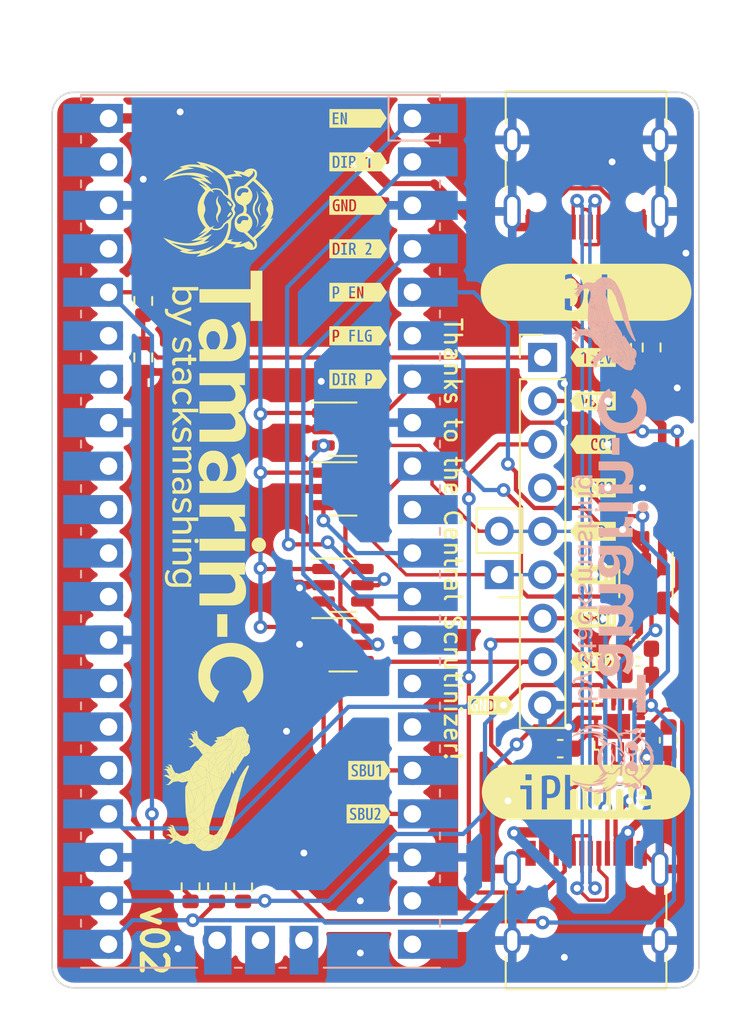
<source format=kicad_pcb>
(kicad_pcb (version 20221018) (generator pcbnew)
  (layers (0 "F.Cu" signal) (31 "B.Cu" signal) (34 "B.Paste" user) (35 "F.Paste" user) (36 "B.SilkS" user "B.Silkscreen") (37 "F.SilkS" user "F.Silkscreen") (38 "B.Mask" user) (39 "F.Mask" user) (44 "Edge.Cuts" user))
  (net 0 "")
  (net 1 "CC2")
  (net 2 "GND")
  (net 3 "CC1")
  (net 4 "unconnected-(J1-VBUS-PadA4)")
  (net 5 "Net-(J1-CC1)")
  (net 6 "USB_DP")
  (net 7 "USB_DN")
  (net 9 "Net-(J1-CC2)")
  (net 11 "IPHONE_VBUS")
  (net 12 "SBU1")
  (net 13 "SBU2")
  (net 14 "+1V2")
  (net 15 "SBU1_PICO")
  (net 16 "SBU2_PICO")
  (net 17 "+3.3V")
  (net 18 "/I2C_INT")
  (net 19 "/I2C_SDA")
  (net 20 "/I2C_SCL")
  (net 21 "+5V")
  (net 22 "PWR_EN")
  (net 23 "PWR_FLG")
  (net 24 "SHIFTER_SUPPLY")
  (net 25 "SBU1_DIR")
  (net 26 "SBU2_DIR")
  (net 27 "USB_DP_DIR")
  (net 28 "USB_DN_DIR")
  (net 30 "USB_DN_PICO")
  (net 31 "USB_DP_PICO")
  (footprint "kibuzzard-656E48CC" (layer "F.Cu") (at 146.4564 73.66)
    (fp_text reference "kibuzzard-656E48CC" hide)
    (fp_text value "G***" hide)
  )
  (footprint "Connector_USB:USB_C_Receptacle_HRO_TYPE-C-31-M-12" (layer "F.Cu") (at 146.05 54.375 180)
    (fp_text reference "J1" hide)
    (fp_text value "Computer")
  )
  (footprint "kibuzzard-656E51BD" (layer "F.Cu") (at 146.05 62.23 180)
    (fp_text reference "kibuzzard-656E51BD" hide)
    (fp_text value "G***" hide)
  )
  (footprint "Connector_PinHeader_2.54mm:PinHeader_1x09_P2.54mm_Vertical" (layer "F.Cu") (at 143.51 66.04)
    (fp_text reference "J3" hide)
    (fp_text value "Debug Header")
  )
  (footprint "kibuzzard-656E47CA" (layer "F.Cu") (at 132.715 64.77)
    (fp_text reference "kibuzzard-656E47CA" hide)
    (fp_text value "G***" hide)
  )
  (footprint "Connector_PinHeader_2.54mm:PinHeader_1x02_P2.54mm_Vertical" (layer "F.Cu") (at 140.97 78.73 180)
    (fp_text reference "J4" hide)
    (fp_text value "Conn_01x02_Pin")
  )
  (footprint "Resistor_SMD:R_0603_1608Metric" (layer "F.Cu") (at 124.46 97.0006 -90)
    (fp_text reference "R2" hide)
    (fp_text value "4.7k")
  )
  (footprint "kibuzzard-656E47A2" (layer "F.Cu") (at 132.715 59.69)
    (fp_text reference "kibuzzard-656E47A2" hide)
    (fp_text value "G***" hide)
  )
  (footprint "kibuzzard-656E4D96" (layer "F.Cu") (at 133.3246 92.71)
    (fp_text reference "kibuzzard-656E4D96" hide)
    (fp_text value "G***" hide)
  )
  (footprint "kibuzzard-656E4785" (layer "F.Cu") (at 132.715 52.07)
    (fp_text reference "kibuzzard-656E4785" hide)
    (fp_text value "G***" hide)
  )
  (footprint "kibuzzard-657F00AC" (layer "F.Cu") (at 140.462 86.36)
    (fp_text reference "kibuzzard-657F00AC" hide)
    (fp_text value "G***" hide)
  )
  (footprint "Package_TO_SOT_SMD:SOT-23-6" (layer "F.Cu") (at 131.8315 82.8294)
    (fp_text reference "U6" hide)
    (fp_text value "74AVCH1T45")
  )
  (footprint "kibuzzard-656E48C5" (layer "F.Cu") (at 146.4564 68.58)
    (fp_text reference "kibuzzard-656E48C5" hide)
    (fp_text value "G***" hide)
  )
  (footprint "Capacitor_SMD:C_0603_1608Metric" (layer "F.Cu") (at 144.539 88.9 180)
    (fp_text reference "C2" hide)
    (fp_text value "470pF")
  )
  (footprint "kibuzzard-656E4D9B" (layer "F.Cu") (at 133.3754 90.17)
    (fp_text reference "kibuzzard-656E4D9B" hide)
    (fp_text value "G***" hide)
  )
  (footprint "Capacitor_SMD:C_0603_1608Metric" (layer "F.Cu") (at 150.876 88.405 -90)
    (fp_text reference "C1" hide)
    (fp_text value "470pF")
  )
  (footprint "kibuzzard-656E48DB" (layer "F.Cu") (at 146.4564 83.82)
    (fp_text reference "kibuzzard-656E48DB" hide)
    (fp_text value "G***" hide)
  )
  (footprint "Resistor_SMD:R_0603_1608Metric" (layer "F.Cu") (at 149.8854 65.4558 -90)
    (fp_text reference "Re" hide)
    (fp_text value "5K1")
  )
  (footprint "Resistor_SMD:R_0603_1608Metric" (layer "F.Cu") (at 148.1582 65.4812 90)
    (fp_text reference "R5" hide)
    (fp_text value "5K1")
  )
  (footprint "kibuzzard-656E47C5" (layer "F.Cu") (at 132.715 62.23)
    (fp_text reference "kibuzzard-656E47C5" hide)
    (fp_text value "G***" hide)
  )
  (footprint "kibuzzard-656E48C1" (layer "F.Cu") (at 146.4564 66.04)
    (fp_text reference "kibuzzard-656E48C1" hide)
    (fp_text value "G***" hide)
  )
  (footprint "kibuzzard-656E48C9" (layer "F.Cu") (at 146.4564 71.12)
    (fp_text reference "kibuzzard-656E48C9" hide)
    (fp_text value "G***" hide)
  )
  (footprint "kibuzzard-656E48CF" (layer "F.Cu") (at 146.4564 76.2)
    (fp_text reference "kibuzzard-656E48CF" hide)
    (fp_text value "G***" hide)
  )
  (footprint "Resistor_SMD:R_0603_1608Metric" (layer "F.Cu") (at 122.9106 97.0006 -90)
    (fp_text reference "R1" hide)
    (fp_text value "4.7k")
  )
  (footprint "kibuzzard-656E4795" (layer "F.Cu") (at 132.715 54.61)
    (fp_text reference "kibuzzard-656E4795" hide)
    (fp_text value "G***" hide)
  )
  (footprint "kibuzzard-656E51B5" (layer "F.Cu") (at 146.05 91.44)
    (fp_text reference "kibuzzard-656E51B5" hide)
    (fp_text value "G***" hide)
  )
  (footprint "Package_DFN_QFN:WQFN-14-1EP_2.5x2.5mm_P0.5mm_EP1.45x1.45mm" (layer "F.Cu") (at 147.9002 87.5971 180)
    (fp_text reference "U7" hide)
    (fp_text value "FUSB302BMPX")
  )
  (footprint "Package_TO_SOT_SMD:SOT-23-6" (layer "F.Cu") (at 131.8205 73.721)
    (fp_text reference "U4" hide)
    (fp_text value "74AVCH1T45")
  )
  (footprint "kibuzzard-657EFD91" (layer "F.Cu") (at 132.715 67.31)
    (fp_text reference "kibuzzard-657EFD91" hide)
    (fp_text value "G***" hide)
  )
  (footprint "kibuzzard-656E48D7" (layer "F.Cu") (at 146.4564 81.28)
    (fp_text reference "kibuzzard-656E48D7" hide)
    (fp_text value "G***" hide)
  )
  (footprint "Package_TO_SOT_SMD:SOT-23-6" (layer "F.Cu") (at 131.8205 70.231)
    (fp_text reference "U3" hide)
    (fp_text value "74AVCH1T45")
  )
  (footprint "Resistor_SMD:R_0603_1608Metric" (layer "F.Cu") (at 120.142 62.738 90)
    (fp_text reference "R7" hide)
    (fp_text value "470")
  )
  (footprint "Connector_USB:USB_C_Receptacle_HRO_TYPE-C-31-M-12" (layer "F.Cu") (at 146.05 99.06)
    (fp_text reference "J2" hide)
    (fp_text value "iPhone")
  )
  (footprint "Capacitor_SMD:C_0603_1608Metric" (layer "F.Cu") (at 149.098 84.582 180)
    (fp_text reference "C4" hide)
    (fp_text value "0.1uF")
  )
  (footprint "Capacitor_SMD:C_0603_1608Metric" (layer "F.Cu") (at 149.098 83.058 180)
    (fp_text reference "C3" hide)
    (fp_text value "0.1uF")
  )
  (footprint "Package_TO_SOT_SMD:SOT-23-6" (layer "F.Cu") (at 131.826 79.3496)
    (fp_text reference "U5" hide)
    (fp_text value "74AVCH1T45")
  )
  (footprint "Resistor_SMD:R_0603_1608Metric" (layer "F.Cu") (at 125.984 97.0026 -90)
    (fp_text reference "R3" hide)
    (fp_text value "4.7k")
  )
  (footprint "Package_TO_SOT_SMD:TSOT-23-5" (layer "F.Cu") (at 149.5552 79.248 -90)
    (fp_text reference "U1" hide)
    (fp_text value "R5524")
  )
  (footprint "kibuzzard-656E479E" (layer "F.Cu") (at 132.715 57.15)
    (fp_text reference "kibuzzard-656E479E" hide)
    (fp_text value "G***" hide)
  )
  (footprint "kibuzzard-656E48D3" (layer "F.Cu") (at 146.4564 78.74)
    (fp_text reference "kibuzzard-656E48D3" hide)
    (fp_text value "G***" hide)
  )
  (footprint "Resistor_SMD:R_0603_1608Metric" (layer "F.Cu") (at 120.142 66.04 90)
    (fp_text reference "R6" hide)
    (fp_text value "270")
  )
  (footprint "MCU_RaspberryPi_and_Boards:RPi_Pico_SMD_TH" (layer "B.Cu") (at 127 76.2 180)
    (fp_text reference "U2" hide)
    (fp_text value "Pico")
  )
  (gr_line (start 147.867403 90.126147) (end 147.8674 90.126151) (stroke (width 0.057787)) (layer "B.SilkS"))
  (gr_poly (pts (xy 147.721974 64.18306) (xy 147.366761 63.972564) (xy 147.208878 64.748813) (xy 147.748303 64.511989)) (fill solid) (layer "B.SilkS"))
  (gr_line (start 147.867417 88.83244) (end 147.949049 88.878092) (stroke (width 0.057787)) (layer "B.SilkS"))
  (gr_line (start 147.342955 88.619536) (end 147.360081 88.613098) (stroke (width 0.057787)) (layer "B.SilkS"))
  (gr_poly (pts (xy 146.024779 61.749063) (xy 145.893203 61.828007) (xy 146.051086 62.012217) (xy 146.143169 62.012217)) (fill solid) (layer "B.SilkS"))
  (gr_poly (pts (xy 148.274564 64.709343) (xy 148.195622 64.840898) (xy 148.195622 64.985637) (xy 148.261399 65.090886) (xy 148.340341 64.933002)) (fill solid) (layer "B.SilkS"))
  (gr_line (start 147.867392 90.126161) (end 147.867367 90.126186) (stroke (width 0.057787)) (layer "B.SilkS"))
  (gr_poly (pts (xy 146.182641 62.972654) (xy 146.156334 63.617328) (xy 146.156333 64.143588) (xy 146.406322 63.051595)) (fill solid) (layer "B.SilkS"))
  (gr_poly (pts (xy 146.879948 62.35429) (xy 146.537875 62.683196) (xy 146.958888 62.998961) (xy 147.208877 62.393758)) (fill solid) (layer "B.SilkS"))
  (gr_poly (pts (xy 146.958889 62.998961) (xy 146.537876 62.683196) (xy 146.537876 63.091066) (xy 147.011524 63.656798)) (fill solid) (layer "B.SilkS"))
  (gr_line (start 147.850809 90.159978) (end 147.845909 90.168773) (stroke (width 0.057787)) (layer "B.SilkS"))
  (gr_line (start 148.226519 89.479275) (end 148.304155 89.687802) (stroke (width 0.057787)) (layer "B.SilkS"))
  (gr_line (start 147.781012 88.700168) (end 147.789543 88.709723) (stroke (width 0.057787)) (layer "B.SilkS"))
  (gr_line (start 147.524086 90.368344) (end 147.502561 90.368316) (stroke (width 0.057787)) (layer "B.SilkS"))
  (gr_poly (pts (xy 148.195622 64.985637) (xy 148.103539 64.946167) (xy 148.116681 65.090886) (xy 148.208787 65.130356) (xy 148.261399 65.090886)) (fill solid) (layer "B.SilkS"))
  (gr_line (start 147.825425 88.756741) (end 147.836651 88.774158) (stroke (width 0.057787)) (layer "B.SilkS"))
  (gr_line (start 148.304155 89.687802) (end 148.136332 89.92075) (stroke (width 0.057787)) (layer "B.SilkS"))
  (gr_line (start 147.696214 88.631244) (end 147.708439 88.638611) (stroke (width 0.057787)) (layer "B.SilkS"))
  (gr_line (start 147.867416 90.126117) (end 147.867415 90.12612) (stroke (width 0.057787)) (layer "B.SilkS"))
  (gr_line (start 147.176639 90.281727) (end 147.124176 90.266862) (stroke (width 0.057787)) (layer "B.SilkS"))
  (gr_poly (pts (xy 148.327199 63.867294) (xy 148.300892 63.538386) (xy 148.248257 63.880457) (xy 148.379812 64.209388)) (fill solid) (layer "B.SilkS"))
  (gr_poly (pts (xy 148.695577 66.169735) (xy 148.656106 66.248679) (xy 148.695577 66.301291) (xy 148.774518 66.248679)) (fill solid) (layer "B.SilkS"))
  (gr_poly (pts (xy 147.774609 62.196406) (xy 147.774609 62.472702) (xy 147.985127 62.670054) (xy 148.129845 62.301655)) (fill solid) (layer "B.SilkS"))
  (gr_line (start 147.867394 90.126158) (end 147.867392 90.126161) (stroke (width 0.057787)) (layer "B.SilkS"))
  (gr_poly (pts (xy 146.314216 62.288489) (xy 146.301052 62.51217) (xy 146.445792 62.393758)) (fill solid) (layer "B.SilkS"))
  (gr_poly (pts (xy 145.787955 61.814865) (xy 145.893203 61.828007) (xy 146.024779 61.749063) (xy 146.077392 61.656981)) (fill solid) (layer "B.SilkS"))
  (gr_line (start 147.342956 90.339016) (end 147.327149 90.331798) (stroke (width 0.057787)) (layer "B.SilkS"))
  (gr_poly (pts (xy 147.866714 64.880368) (xy 147.721974 64.77512) (xy 147.603584 64.735649) (xy 147.656197 64.946167) (xy 148.143009 65.538205)) (fill solid) (layer "B.SilkS"))
  (gr_poly (pts (xy 147.103608 64.630401) (xy 147.077301 64.95931) (xy 147.208878 64.748813) (xy 147.366761 63.972564)) (fill solid) (layer "B.SilkS"))
  (gr_poly (pts (xy 148.695577 66.301291) (xy 148.6298 66.577585) (xy 148.656107 66.695999) (xy 148.6298 66.801245) (xy 148.721906 66.774939) (xy 148.735048 66.643364) (xy 148.735048 66.630222)) (fill solid) (layer "B.SilkS"))
  (gr_line (start 147.566306 88.592648) (end 147.586653 88.595112) (stroke (width 0.057787)) (layer "B.SilkS"))
  (gr_poly (pts (xy 145.597538 74.862393) (xy 145.597538 75.015516) (xy 146.419387 75.015516) (xy 146.419387 74.862393)) (fill solid) (layer "B.SilkS"))
  (gr_line (start 147.229937 88.660999) (end 147.269693 88.648428) (stroke (width 0.057787)) (layer "B.SilkS"))
  (gr_poly (pts (xy 148.985036 65.656617) (xy 148.879788 65.99869) (xy 149.011342 65.827666)) (fill solid) (layer "B.SilkS"))
  (gr_line (start 147.772025 88.690692) (end 147.781012 88.700168) (stroke (width 0.057787)) (layer "B.SilkS"))
  (gr_poly (pts (xy 145.577438 62.43323) (xy 145.472189 62.499007) (xy 145.630072 62.472702)) (fill solid) (layer "B.SilkS"))
  (gr_line (start 147.720196 88.646445) (end 147.731488 88.654692) (stroke (width 0.057787)) (layer "B.SilkS"))
  (gr_poly (pts (xy 148.840295 65.814499) (xy 148.735048 65.867136) (xy 148.695577 66.169735) (xy 148.774518 66.248679) (xy 148.879788 65.998688)) (fill solid) (layer "B.SilkS"))
  (gr_poly (pts (xy 148.577165 63.933094) (xy 148.327199 63.867294) (xy 148.379812 64.209388) (xy 148.590329 64.22253)) (fill solid) (layer "B.SilkS"))
  (gr_poly (pts (xy 147.208878 64.748813) (xy 147.182549 65.32771) (xy 147.432538 65.117192)) (fill solid) (layer "B.SilkS"))
  (gr_poly (pts (xy 146.438847 82.118395) (xy 146.436006 82.086075) (xy 146.431176 82.054753) (xy 146.427991 82.039525) (xy 146.42428 82.024614) (xy 146.420033 82.010044) (xy 146.415241 81.995838) (xy 146.409893 81.982018) (xy 146.403981 81.968608) (xy 146.397494 81.95563) (xy 146.390423 81.943107) (xy 146.382758 81.931061) (xy 146.374489 81.919516) (xy 146.365608 81.908494) (xy 146.356104 81.898018) (xy 146.345967 81.88811) (xy 146.335188 81.878795) (xy 146.323757 81.870093) (xy 146.311665 81.862029) (xy 146.298901 81.854625) (xy 146.285457 81.847903) (xy 146.271322 81.841887) (xy 146.256487 81.836599) (xy 146.240943 81.832062) (xy 146.224678 81.828299) (xy 146.207685 81.825332) (xy 146.189953 81.823185) (xy 146.171472 81.82188) (xy 146.152234 81.82144) (xy 145.597538 81.82144) (xy 145.597538 81.974637) (xy 145.687719 81.974637) (xy 145.674698 81.987092) (xy 145.662445 82.000207) (xy 145.650971 82.013967) (xy 145.640286 82.028352) (xy 145.6304 82.043345) (xy 145.621322 82.058931) (xy 145.613061 82.07509) (xy 145.605629 82.091805) (xy 145.599034 82.10906) (xy 145.593287 82.126836) (xy 145.588397 82.145117) (xy 145.584374 82.163886) (xy 145.581228 82.183124) (xy 145.578969 82.202814) (xy 145.577607 82.222939) (xy 145.57715 82.243482) (xy 145.578226 82.269124) (xy 145.58145 82.294845) (xy 145.586817 82.320407) (xy 145.590303 82.333053) (xy 145.594323 82.34557) (xy 145.598876 82.357928) (xy 145.603962 82.370095) (xy 145.60958 82.382044) (xy 145.61573 82.393743) (xy 145.62241 82.405164) (xy 145.629621 82.416275) (xy 145.637361 82.427047) (xy 145.645631 82.437451) (xy 145.654428 82.447455) (xy 145.663754 82.457031) (xy 145.673607 82.466149) (xy 145.683986 82.474777) (xy 145.694891 82.482888) (xy 145.706321 82.49045) (xy 145.718276 82.497434) (xy 145.730755 82.503809) (xy 145.743758 82.509547) (xy 145.757283 82.514617) (xy 145.771331 82.518988) (xy 145.7859 82.522632) (xy 145.80099 82.525519) (xy 145.8166 82.527617) (xy 145.832731 82.528898) (xy 145.847686 82.529288) (xy 145.847686 82.374443) (xy 145.838681 82.374215) (xy 145.829862 82.373537) (xy 145.821236 82.372417) (xy 145.812809 82.370865) (xy 145.804589 82.368887) (xy 145.796581 82.366493) (xy 145.788792 82.36369) (xy 145.781228 82.360488) (xy 145.773897 82.356895) (xy 145.766804 82.352919) (xy 145.759957 82.348569) (xy 145.753361 82.343852) (xy 145.747023 82.338778) (xy 145.74095 82.333355) (xy 145.735148 82.327592) (xy 145.729624 82.321495) (xy 145.724384 82.315075) (xy 145.719435 82.308339) (xy 145.714783 82.301297) (xy 145.710435 82.293955) (xy 145.706397 82.286323) (xy 145.702676 82.27841) (xy 145.699279 82.270223) (xy 145.696212 82.26177) (xy 145.693481 82.253061) (xy 145.691093 82.244104) (xy 145.689054 82.234907) (xy 145.687372 82.225479) (xy 145.686052 82.215828) (xy 145.685101 82.205962) (xy 145.684525 82.19589) (xy 145.684332 82.18562) (xy 145.68471 82.169731) (xy 145.68584 82.154005) (xy 145.687718 82.138484) (xy 145.690338 82.123211) (xy 145.693696 82.108228) (xy 145.697787 82.093578) (xy 145.702605 82.079301) (xy 145.708146 82.065442) (xy 145.714405 82.052041) (xy 145.721377 82.039141) (xy 145.729056 82.026785) (xy 145.737438 82.015015) (xy 145.746519 82.003873) (xy 145.756292 81.993401) (xy 145.766753 81.983641) (xy 145.77224 81.979042) (xy 145.777897 81.974637) (xy 145.917397 81.974637) (xy 145.928541 81.983641) (xy 145.939003 81.993401) (xy 145.948776 82.003873) (xy 145.957856 82.015015) (xy 145.966239 82.026785) (xy 145.973918 82.039141) (xy 145.980889 82.052041) (xy 145.987148 82.065442) (xy 145.992689 82.079301) (xy 145.997507 82.093578) (xy 146.001598 82.108228) (xy 146.004956 82.123211) (xy 146.007576 82.138484) (xy 146.009454 82.154005) (xy 146.010585 82.169731) (xy 146.010962 82.18562) (xy 146.010769 82.19589) (xy 146.010194 82.205962) (xy 146.009243 82.215828) (xy 146.007923 82.225479) (xy 146.006241 82.234907) (xy 146.004202 82.244104) (xy 146.001815 82.253061) (xy 145.999084 82.26177) (xy 145.996017 82.270223) (xy 145.99262 82.27841) (xy 145.9889 82.286323) (xy 145.984864 82.293955) (xy 145.980517 82.301297) (xy 145.975866 82.308339) (xy 145.970919 82.315075) (xy 145.96568 82.321495) (xy 145.960158 82.327592) (xy 145.954358 82.333355) (xy 145.948288 82.338778) (xy 145.941953 82.343852) (xy 145.93536 82.348569) (xy 145.928515 82.352919) (xy 145.921426 82.356895) (xy 145.914099 82.360488) (xy 145.906539 82.36369) (xy 145.898755 82.366493) (xy 145.890752 82.368887) (xy 145.882537 82.370865) (xy 145.874116 82.372417) (xy 145.865496 82.373537) (xy 145.856684 82.374215) (xy 145.847686 82.374443) (xy 145.847686 82.529288) (xy 145.84938 82.529332) (xy 145.866615 82.528903) (xy 145.883237 82.527636) (xy 145.89925 82.525559) (xy 145.914659 82.522702) (xy 145.929467 82.519093) (xy 145.943679 82.514762) (xy 145.9573 82.509737) (xy 145.970333 82.504048) (xy 145.982783 82.497723) (xy 145.994655 82.490791) (xy 146.005952 82.483282) (xy 146.01668 82.475224) (xy 146.026842 82.466646) (xy 146.036442 82.457578) (xy 146.045486 82.448048) (xy 146.053977 82.438086) (xy 146.06192 82.427719) (xy 146.069319 82.416978) (xy 146.076179 82.405891) (xy 146.082503 82.394488) (xy 146.088296 82.382796) (xy 146.093563 82.370846) (xy 146.102534 82.346285) (xy 146.109452 82.321036) (xy 146.11435 82.295331) (xy 146.117263 82.269403) (xy 146.118226 82.243482) (xy 146.117807 82.222921) (xy 146.116546 82.202745) (xy 146.114442 82.182979) (xy 146.111492 82.163648) (xy 146.107695 82.144776) (xy 146.103047 82.12639) (xy 146.097546 82.108513) (xy 146.09119 82.09117) (xy 146.083976 82.074386) (xy 146.075903 82.058186) (xy 146.066967 82.042595) (xy 146.057167 82.027637) (xy 146.0465 82.013338) (xy 146.034963 81.999721) (xy 146.022554 81.986813) (xy 146.009272 81.974637) (xy 146.145387 81.974637) (xy 146.154839 81.974879) (xy 146.164048 81.975601) (xy 146.17301 81.976793) (xy 146.181722 81.978447) (xy 146.190179 81.980552) (xy 146.198378 81.983101) (xy 146.206315 81.986084) (xy 146.213987 81.989492) (xy 146.221389 81.993316) (xy 146.228519 81.997547) (xy 146.235372 82.002177) (xy 146.241944 82.007195) (xy 146.248232 82.012594) (xy 146.254232 82.018363) (xy 146.25994 82.024495) (xy 146.265353 82.03098) (xy 146.270467 82.037808) (xy 146.275278 82.044972) (xy 146.279783 82.052461) (xy 146.283977 82.060268) (xy 146.287857 82.068382) (xy 146.291419 82.076796) (xy 146.297575 82.094483) (xy 146.302415 82.113258) (xy 146.305909 82.133048) (xy 146.308028 82.153782) (xy 146.30874 82.175386) (xy 146.308322 82.192772) (xy 146.307063 82.209851) (xy 146.304963 82.226631) (xy 146.302019 82.243123) (xy 146.298227 82.259337) (xy 146.293585 82.275281) (xy 146.288091 82.290967) (xy 146.281743 82.306403) (xy 146.274536 82.321599) (xy 146.26647 82.336565) (xy 146.257541 82.35131) (xy 146.247746 82.365845) (xy 146.237084 82.380179) (xy 146.225551 82.394321) (xy 146.213145 82.408282) (xy 146.199864 82.42207) (xy 146.305354 82.488475) (xy 146.321725 82.471009) (xy 146.337021 82.453064) (xy 146.351246 82.434639) (xy 146.364402 82.415734) (xy 146.376491 82.396351) (xy 146.387516 82.376488) (xy 146.397479 82.356146) (xy 146.406383 82.335326) (xy 146.41423 82.314026) (xy 146.421023 82.292248) (xy 146.426764 82.269991) (xy 146.431455 82.247256) (xy 146.4351 82.224043) (xy 146.4377 82.200351) (xy 146.439258 82.176181) (xy 146.439777 82.151533)) (fill solid) (layer "B.SilkS"))
  (gr_poly (pts (xy 146.590511 61.643818) (xy 146.458934 61.683286) (xy 146.524734 61.76223) (xy 146.656288 61.801698) (xy 146.853641 61.854333)) (fill solid) (layer "B.SilkS"))
  (gr_line (start 147.661842 90.344048) (end 147.652331 90.347694) (stroke (width 0.057787)) (layer "B.SilkS"))
  (gr_line (start 147.846111 88.790115) (end 147.853819 88.804167) (stroke (width 0.057787)) (layer "B.SilkS"))
  (gr_poly (pts (xy 146.406322 63.051595) (xy 146.156333 64.143588) (xy 146.419464 63.972564) (xy 146.564205 63.538386)) (fill solid) (layer "B.SilkS"))
  (gr_poly (pts (xy 146.439184 73.333221) (xy 146.437413 73.313516) (xy 146.434487 73.294109) (xy 146.430424 73.275031) (xy 146.425246 73.256311) (xy 146.41897 73.23798) (xy 146.411618 73.220067) (xy 146.40321 73.202603) (xy 146.393764 73.185618) (xy 146.383301 73.169142) (xy 146.371841 73.153205) (xy 146.359404 73.137837) (xy 146.346009 73.123068) (xy 146.331676 73.108929) (xy 146.316425 73.095448) (xy 146.300276 73.082657) (xy 146.419387 73.082657) (xy 146.419387 72.929539) (xy 145.629856 72.929539) (xy 145.603954 72.930135) (xy 145.579199 72.9319) (xy 145.555568 72.934793) (xy 145.533039 72.938778) (xy 145.511593 72.943816) (xy 145.491208 72.949868) (xy 145.471862 72.956897) (xy 145.453535 72.964864) (xy 145.436205 72.97373) (xy 145.419851 72.983457) (xy 145.404451 72.994008) (xy 145.389985 73.005343) (xy 145.376432 73.017425) (xy 145.363769 73.030215) (xy 145.351977 73.043675) (xy 145.341033 73.057767) (xy 145.330917 73.072452) (xy 145.321607 73.087692) (xy 145.313082 73.103448) (xy 145.305322 73.119683) (xy 145.298303 73.136358) (xy 145.292007 73.153435) (xy 145.281493 73.188642) (xy 145.273612 73.224996) (xy 145.268192 73.262191) (xy 145.265064 73.299922) (xy 145.26406 73.337882) (xy 145.264407 73.363291) (xy 145.265485 73.387874) (xy 145.267346 73.411684) (xy 145.270042 73.434774) (xy 145.273625 73.457195) (xy 145.278148 73.479001) (xy 145.283662 73.500243) (xy 145.290221 73.520974) (xy 145.297876 73.541248) (xy 145.30668 73.561116) (xy 145.316685 73.580631) (xy 145.327943 73.599845) (xy 145.340507 73.618811) (xy 145.354429 73.637582) (xy 145.369761 73.656209) (xy 145.386556 73.674747) (xy 145.498818 73.601572) (xy 145.4847 73.588635) (xy 145.471673 73.575317) (xy 145.459712 73.5616) (xy 145.448793 73.547462) (xy 145.438891 73.532885) (xy 145.429981 73.517848) (xy 145.422037 73.502332) (xy 145.415035 73.486318) (xy 145.408951 73.469785) (xy 145.403758 73.452714) (xy 145.399433 73.435085) (xy 145.39595 73.416878) (xy 145.393284 73.398075) (xy 145.391411 73.378654) (xy 145.390305 73.358596) (xy 145.389942 73.337882) (xy 145.390672 73.313979) (xy 145.392913 73.290265) (xy 145.396739 73.266926) (xy 145.402225 73.244149) (xy 145.405613 73.23303) (xy 145.409445 73.222122) (xy 145.413729 73.211447) (xy 145.418475 73.20103) (xy 145.423693 73.190893) (xy 145.42939 73.18106) (xy 145.435578 73.171555) (xy 145.442265 73.1624) (xy 145.44946 73.153619) (xy 145.457173 73.145235) (xy 145.465414 73.137272) (xy 145.474191 73.129753) (xy 145.483514 73.122702) (xy 145.493392 73.116141) (xy 145.503835 73.110094) (xy 145.514853 73.104585) (xy 145.526453 73.099636) (xy 145.538646 73.095272) (xy 145.551442 73.091515) (xy 145.564849 73.088388) (xy 145.578876 73.085916) (xy 145.593534 73.084121) (xy 145.608832 73.083027) (xy 145.624778 73.082657) (xy 145.731962 73.082657) (xy 145.71691 73.094852) (xy 145.702434 73.107814) (xy 145.688588 73.121514) (xy 145.675427 73.135921) (xy 145.663005 73.151007) (xy 145.651377 73.166741) (xy 145.640598 73.183094) (xy 145.630722 73.200035) (xy 145.621803 73.217535) (xy 145.613897 73.235565) (xy 145.607057 73.254095) (xy 145.601339 73.273094) (xy 145.596796 73.292533) (xy 145.593484 73.312383) (xy 145.591456 73.332613) (xy 145.590768 73.353194) (xy 145.591226 73.372955) (xy 145.592592 73.39235) (xy 145.594859 73.411361) (xy 145.598018 73.429973) (xy 145.602063 73.448166) (xy 145.606984 73.465925) (xy 145.612773 73.483233) (xy 145.619423 73.500071) (xy 145.626925 73.516424) (xy 145.635272 73.532273) (xy 145.644454 73.547603) (xy 145.654465 73.562394) (xy 145.665296 73.576631) (xy 145.676938 73.590297) (xy 145.689384 73.603374) (xy 145.702627 73.615844) (xy 145.716656 73.627692) (xy 145.731466 73.6389) (xy 145.747046 73.64945) (xy 145.76339 73.659325) (xy 145.78049 73.668509) (xy 145.798336 73.676985) (xy 145.816922 73.684734) (xy 145.836239 73.691741) (xy 145.856278 73.697987) (xy 145.877033 73.703456) (xy 145.898494 73.708131) (xy 145.920654 73.711994) (xy 145.943505 73.715029) (xy 145.967038 73.717217) (xy 145.991246 73.718543) (xy 146.01612 73.718989) (xy 146.01612 73.559024) (xy 146.000315 73.558746) (xy 145.984823 73.557917) (xy 145.969655 73.556544) (xy 145.954825 73.554632) (xy 145.940344 73.55219) (xy 145.926224 73.549224) (xy 145.91248 73.545741) (xy 145.899122 73.541748) (xy 145.886163 73.537252) (xy 145.873616 73.532258) (xy 145.861493 73.526776) (xy 145.849807 73.52081) (xy 145.83857 73.514368) (xy 145.827794 73.507458) (xy 145.817491 73.500085) (xy 145.807675 73.492256) (xy 145.798358 73.483979) (xy 145.789551 73.475261) (xy 145.781268 73.466107) (xy 145.773522 73.456525) (xy 145.766323 73.446522) (xy 145.759685 73.436105) (xy 145.75362 73.42528) (xy 145.748141 73.414055) (xy 145.74326 73.402436) (xy 145.73899 73.390429) (xy 145.735342 73.378043) (xy 145.73233 73.365283) (xy 145.729966 73.352157) (xy 145.728261 73.338672) (xy 145.72723 73.324833) (xy 145.726883 73.310649) (xy 145.727046 73.302033) (xy 145.727529 73.293416) (xy 145.728324 73.284809) (xy 145.729423 73.27622) (xy 145.730817 73.267661) (xy 145.732497 73.259139) (xy 145.734456 73.250666) (xy 145.736685 73.24225) (xy 145.741919 73.22563) (xy 145.748133 73.209357) (xy 145.755258 73.193507) (xy 145.76323 73.178158) (xy 145.771979 73.163386) (xy 145.781439 73.14927) (xy 145.791543 73.135887) (xy 145.802225 73.123313) (xy 145.813416 73.111626) (xy 145.82505 73.100902) (xy 145.83706 73.091221) (xy 145.843185 73.086794) (xy 145.849379 73.082657) (xy 146.182858 73.082657) (xy 146.195145 73.091221) (xy 146.207092 73.100902) (xy 146.218636 73.111626) (xy 146.229716 73.123313) (xy 146.240267 73.135887) (xy 146.250229 73.14927) (xy 146.259538 73.163386) (xy 146.268133 73.178158) (xy 146.27595 73.193507) (xy 146.282927 73.209357) (xy 146.289003 73.22563) (xy 146.294114 73.24225) (xy 146.298197 73.259139) (xy 146.301192 73.27622) (xy 146.303034 73.293416) (xy 146.303662 73.310649) (xy 146.303315 73.324833) (xy 146.302283 73.338672) (xy 146.300579 73.352157) (xy 146.298215 73.365283) (xy 146.295204 73.378043) (xy 146.291559 73.390429) (xy 146.287293 73.402436) (xy 146.282419 73.414055) (xy 146.276949 73.42528) (xy 146.270896 73.436105) (xy 146.264273 73.446522) (xy 146.257092 73.456525) (xy 146.249367 73.466107) (xy 146.24111 73.475261) (xy 146.232335 73.483979) (xy 146.223053 73.492256) (xy 146.213277 73.500085) (xy 146.203021 73.507458) (xy 146.192297 73.514368) (xy 146.181118 73.52081) (xy 146.169496 73.526776) (xy 146.157445 73.532258) (xy 146.144977 73.537252) (xy 146.132105 73.541748) (xy 146.118842 73.545741) (xy 146.1052 73.549224) (xy 146.091193 73.55219) (xy 146.076833 73.554632) (xy 146.047105 73.557917) (xy 146.01612 73.559024) (xy 146.01612 73.718989) (xy 146.040535 73.718543) (xy 146.064332 73.717217) (xy 146.087501 73.715029) (xy 146.110032 73.711994) (xy 146.131913 73.708131) (xy 146.153135 73.703456) (xy 146.173688 73.697987) (xy 146.19356 73.691741) (xy 146.212743 73.684734) (xy 146.231225 73.676985) (xy 146.248997 73.668509) (xy 146.266047 73.659325) (xy 146.282366 73.64945) (xy 146.297944 73.6389) (xy 146.312769 73.627692) (xy 146.326833 73.615844) (xy 146.340123 73.603374) (xy 146.352631 73.590297) (xy 146.364346 73.576631) (xy 146.375258 73.562394) (xy 146.385355 73.547603) (xy 146.394629 73.532273) (xy 146.403068 73.516424) (xy 146.410663 73.500071) (xy 146.417403 73.483233) (xy 146.423277 73.465925) (xy 146.428276 73.448166) (xy 146.432389 73.429973) (xy 146.435607 73.411361) (xy 146.437917 73.39235) (xy 146.439311 73.372955) (xy 146.439778 73.353194)) (fill solid) (layer "B.SilkS"))
  (gr_poly (pts (xy 147.103608 65.656617) (xy 147.103608 65.880276) (xy 147.300961 65.919748)) (fill solid) (layer "B.SilkS"))
  (gr_line (start 147.744767 90.29322) (end 147.729941 90.305046) (stroke (width 0.057787)) (layer "B.SilkS"))
  (gr_poly (pts (xy 148.300892 65.735559) (xy 148.169316 66.051325) (xy 148.564023 66.722303)) (fill solid) (layer "B.SilkS"))
  (gr_poly (pts (xy 148.18248 63.354197) (xy 148.300892 63.538386) (xy 148.419282 63.314727)) (fill solid) (layer "B.SilkS"))
  (gr_poly (pts (xy 146.7747 65.932911) (xy 146.748394 66.288147) (xy 146.99836 66.090793)) (fill solid) (layer "B.SilkS"))
  (gr_poly (pts (xy 146.524734 61.76223) (xy 146.261581 61.828007) (xy 146.32738 62.117466) (xy 146.590511 62.275346)) (fill solid) (layer "B.SilkS"))
  (gr_poly (pts (xy 147.919328 65.788194) (xy 148.169316 66.261819) (xy 148.169316 66.051325)) (fill solid) (layer "B.SilkS"))
  (gr_poly (pts (xy 146.590511 62.275346) (xy 146.537875 62.683196) (xy 146.879948 62.35429)) (fill solid) (layer "B.SilkS"))
  (gr_line (start 147.71424 90.316185) (end 147.69766 90.326494) (stroke (width 0.057787)) (layer "B.SilkS"))
  (gr_poly (pts (xy 145.485331 65.064557) (xy 145.380084 65.143499) (xy 145.551131 65.117192)) (fill solid) (layer "B.SilkS"))
  (gr_poly (pts (xy 147.064159 64.262) (xy 146.73523 64.169918) (xy 146.537877 64.340942) (xy 146.906277 64.525132) (xy 147.103608 64.630401)) (fill solid) (layer "B.SilkS"))
  (gr_line (start 147.083975 90.255857) (end 147.061124 90.180054) (stroke (width 0.057787)) (layer "B.SilkS"))
  (gr_poly (pts (xy 146.303662 75.815201) (xy 146.316121 75.804352) (xy 146.328554 75.792244) (xy 146.340853 75.778939) (xy 146.352912 75.764495) (xy 146.364622 75.748974) (xy 146.375877 75.732434) (xy 146.38657 75.714937) (xy 146.396592 75.696542) (xy 146.405837 75.677309) (xy 146.414198 75.657299) (xy 146.421567 75.636571) (xy 146.427836 75.615185) (xy 146.4329 75.593203) (xy 146.436649 75.570683) (xy 146.438977 75.547685) (xy 146.439777 75.524271) (xy 146.439518 75.508093) (xy 146.438741 75.492423) (xy 146.437447 75.477263) (xy 146.435636 75.462613) (xy 146.43331 75.448472) (xy 146.430468 75.434841) (xy 146.427111 75.421721) (xy 146.42324 75.409111) (xy 146.418856 75.397013) (xy 146.413959 75.385425) (xy 146.40855 75.37435) (xy 146.40263 75.363786) (xy 146.396198 75.353735) (xy 146.389257 75.344196) (xy 146.381805 75.33517) (xy 146.373845 75.326658) (xy 146.365377 75.318659) (xy 146.3564 75.311173) (xy 146.346917 75.304202) (xy 146.336927 75.297745) (xy 146.326432 75.291803) (xy 146.315431 75.286377) (xy 146.303926 75.281465) (xy 146.291917 75.277069) (xy 146.279404 75.273189) (xy 146.266389 75.269826) (xy 146.252873 75.266979) (xy 146.238854 75.264649) (xy 146.224335 75.262836) (xy 146.209316 75.261541) (xy 146.193797 75.260764) (xy 146.17778 75.260505) (xy 145.597538 75.260505) (xy 145.597538 75.413704) (xy 146.126688 75.413704) (xy 146.139172 75.413907) (xy 146.151107 75.414512) (xy 146.162504 75.415514) (xy 146.173373 75.416905) (xy 146.183723 75.41868) (xy 146.193565 75.420832) (xy 146.202909 75.423356) (xy 146.211764 75.426244) (xy 146.220141 75.429492) (xy 146.228049 75.433092) (xy 146.235499 75.437038) (xy 146.2425 75.441324) (xy 146.249063 75.445944) (xy 146.255197 75.450892) (xy 146.260912 75.456161) (xy 146.266218 75.461746) (xy 146.271126 75.46764) (xy 146.275645 75.473836) (xy 146.279785 75.480329) (xy 146.283556 75.487113) (xy 146.286968 75.494181) (xy 146.290032 75.501526) (xy 146.292756 75.509144) (xy 146.295151 75.517027) (xy 146.297227 75.525169) (xy 146.298994 75.533565) (xy 146.30164 75.551091) (xy 146.30317 75.569554) (xy 146.303662 75.588906) (xy 146.303494 75.597818) (xy 146.302997 75.606673) (xy 146.302181 75.615464) (xy 146.301056 75.624187) (xy 146.299632 75.632835) (xy 146.297918 75.641401) (xy 146.295926 75.649879) (xy 146.293664 75.658263) (xy 146.291143 75.666548) (xy 146.288372 75.674726) (xy 146.282124 75.690738) (xy 146.274998 75.706251) (xy 146.267074 75.721214) (xy 146.258433 75.735579) (xy 146.249154 75.749296) (xy 146.239317 75.762314) (xy 146.229001 75.774585) (xy 146.218287 75.786059) (xy 146.207254 75.796686) (xy 146.195982 75.806416) (xy 146.184551 75.815201) (xy 145.597538 75.815201) (xy 145.597538 75.968321) (xy 146.732398 75.968321) (xy 146.732398 75.815201)) (fill solid) (layer "B.SilkS"))
  (gr_line (start 147.949049 90.08047) (end 147.867417 90.12611) (stroke (width 0.057787)) (layer "B.SilkS"))
  (gr_line (start 147.858693 90.144867) (end 147.855069 90.151977) (stroke (width 0.057787)) (layer "B.SilkS"))
  (gr_line (start 147.67113 90.340088) (end 147.661842 90.344048) (stroke (width 0.057787)) (layer "B.SilkS"))
  (gr_poly (pts (xy 148.656106 66.248679) (xy 148.564023 66.117102) (xy 148.300892 65.735559) (xy 148.471918 66.182879) (xy 148.6298 66.577585) (xy 148.695577 66.301291)) (fill solid) (layer "B.SilkS"))
  (gr_poly (pts (xy 146.458934 61.683286) (xy 146.222111 61.643818) (xy 146.261581 61.828007) (xy 146.524734 61.76223)) (fill solid) (layer "B.SilkS"))
  (gr_poly (pts (xy 146.439533 78.132254) (xy 146.4388 78.118674) (xy 146.437579 78.105506) (xy 146.435871 78.092755) (xy 146.433675 78.080421) (xy 146.430992 78.068506) (xy 146.427822 78.057014) (xy 146.424166 78.045945) (xy 146.420023 78.035303) (xy 146.415395 78.02509) (xy 146.410281 78.015307) (xy 146.404683 78.005957) (xy 146.398599 77.997041) (xy 146.392031 77.988563) (xy 146.384978 77.980524) (xy 146.377442 77.972927) (xy 146.369422 77.965773) (xy 146.360919 77.959065) (xy 146.351933 77.952805) (xy 146.342465 77.946996) (xy 146.332514 77.941638) (xy 146.322082 77.936735) (xy 146.311168 77.932289) (xy 146.299772 77.928301) (xy 146.287896 77.924775) (xy 146.275539 77.921711) (xy 146.262702 77.919113) (xy 146.249384 77.916983) (xy 146.235588 77.915322) (xy 146.221311 77.914133) (xy 146.191322 77.913179) (xy 145.597538 77.913179) (xy 145.597538 78.066299) (xy 146.145386 78.066299) (xy 146.162874 78.066801) (xy 146.179558 78.068323) (xy 146.187585 78.069473) (xy 146.195394 78.070887) (xy 146.20298 78.072566) (xy 146.210336 78.074515) (xy 146.217458 78.076735) (xy 146.22434 78.079229) (xy 146.230976 78.082001) (xy 146.237361 78.085053) (xy 146.243489 78.088387) (xy 146.249354 78.092007) (xy 146.254951 78.095916) (xy 146.260275 78.100116) (xy 146.265319 78.104609) (xy 146.270078 78.1094) (xy 146.274547 78.114489) (xy 146.27872 78.119882) (xy 146.282591 78.125579) (xy 146.286154 78.131584) (xy 146.289405 78.1379) (xy 146.292338 78.14453) (xy 146.294946 78.151475) (xy 146.297225 78.15874) (xy 146.299168 78.166327) (xy 146.300771 78.174238) (xy 146.302027 78.182477) (xy 146.302932 78.191046) (xy 146.303478 78.199947) (xy 146.303662 78.209185) (xy 146.303494 78.216998) (xy 146.302997 78.224793) (xy 146.302182 78.232563) (xy 146.301059 78.240301) (xy 146.299638 78.247998) (xy 146.297929 78.255647) (xy 146.295943 78.263241) (xy 146.29369 78.270773) (xy 146.29118 78.278235) (xy 146.288424 78.285619) (xy 146.285432 78.292919) (xy 146.282213 78.300126) (xy 146.27514 78.314233) (xy 146.267286 78.327882) (xy 146.258735 78.341012) (xy 146.249567 78.353564) (xy 146.239867 78.365478) (xy 146.229715 78.376695) (xy 146.219195 78.387155) (xy 146.208388 78.396799) (xy 146.197377 78.405566) (xy 146.186244 78.413397) (xy 145.597538 78.413397) (xy 145.597538 78.566518) (xy 146.145386 78.566518) (xy 146.162874 78.567002) (xy 146.179558 78.568476) (xy 146.187585 78.569595) (xy 146.195394 78.570973) (xy 146.202979 78.572615) (xy 146.210336 78.574524) (xy 146.217458 78.576705) (xy 146.22434 78.579162) (xy 146.230976 78.581899) (xy 146.23736 78.584919) (xy 146.243488 78.588228) (xy 146.249354 78.591828) (xy 146.254951 78.595725) (xy 146.260274 78.599922) (xy 146.265319 78.604422) (xy 146.270078 78.609231) (xy 146.274547 78.614352) (xy 146.278719 78.619789) (xy 146.28259 78.625547) (xy 146.286154 78.631629) (xy 146.289405 78.638039) (xy 146.292338 78.644782) (xy 146.294946 78.651861) (xy 146.297225 78.65928) (xy 146.299168 78.667044) (xy 146.300771 78.675157) (xy 146.302027 78.683622) (xy 146.302932 78.692444) (xy 146.303478 78.701627) (xy 146.303662 78.711175) (xy 146.303489 78.718668) (xy 146.302978 78.726155) (xy 146.302141 78.733627) (xy 146.300987 78.741077) (xy 146.299527 78.7485) (xy 146.297773 78.755886) (xy 146.295736 78.763229) (xy 146.293426 78.770522) (xy 146.290854 78.777758) (xy 146.288032 78.78493) (xy 146.281678 78.799051) (xy 146.274451 78.812829) (xy 146.26644 78.826206) (xy 146.257731 78.839125) (xy 146.24841 78.851529) (xy 146.238567 78.86336) (xy 146.228287 78.874561) (xy 146.217659 78.885075) (xy 146.206768 78.894845) (xy 146.195703 78.903813) (xy 146.184551 78.911922) (xy 145.597538 78.911922) (xy 145.597538 79.065043) (xy 146.419386 79.065043) (xy 146.419386 78.911922) (xy 146.303662 78.911922) (xy 146.313597 78.904683) (xy 146.324157 78.895779) (xy 146.335166 78.885299) (xy 146.346451 78.873333) (xy 146.357836 78.859971) (xy 146.369147 78.845303) (xy 146.38021 78.829417) (xy 146.390849 78.812404) (xy 146.400891 78.794353) (xy 146.41016 78.775354) (xy 146.418482 78.755496) (xy 146.425682 78.734869) (xy 146.431586 78.713563) (xy 146.43602 78.691667) (xy 146.438808 78.66927) (xy 146.439531 78.657913) (xy 146.439776 78.646463) (xy 146.439588 78.63497) (xy 146.439029 78.623775) (xy 146.438106 78.612878) (xy 146.436826 78.602277) (xy 146.435198 78.591973) (xy 146.433228 78.581966) (xy 146.430925 78.572253) (xy 146.428295 78.562835) (xy 146.425346 78.553711) (xy 146.422085 78.544881) (xy 146.418521 78.536343) (xy 146.41466 78.528098) (xy 146.41051 78.520144) (xy 146.406078 78.512481) (xy 146.401372 78.505109) (xy 146.396399 78.498027) (xy 146.391167 78.491234) (xy 146.385683 78.484729) (xy 146.379955 78.478513) (xy 146.37399 78.472584) (xy 146.367796 78.466941) (xy 146.36138 78.461585) (xy 146.354749 78.456515) (xy 146.347912 78.451729) (xy 146.340875 78.447228) (xy 146.333646 78.44301) (xy 146.326232 78.439076) (xy 146.318641 78.435425) (xy 146.310881 78.432055) (xy 146.302958 78.428967) (xy 146.294881 78.426159) (xy 146.286656 78.423631) (xy 146.300993 78.413995) (xy 146.315217 78.402993) (xy 146.329217 78.390699) (xy 146.34288 78.377185) (xy 146.356095 78.362523) (xy 146.368749 78.346787) (xy 146.380731 78.330048) (xy 146.391927 78.312379) (xy 146.402226 78.293853) (xy 146.411516 78.274542) (xy 146.419684 78.254518) (xy 146.426618 78.233854) (xy 146.432207 78.212622) (xy 146.436338 78.190895) (xy 146.438899 78.168745) (xy 146.439777 78.146246)) (fill solid) (layer "B.SilkS"))
  (gr_poly (pts (xy 148.735048 65.472428) (xy 148.761354 65.603982) (xy 148.85346 65.696089) (xy 148.866624 65.525063)) (fill solid) (layer "B.SilkS"))
  (gr_line (start 147.480987 88.591095) (end 147.502563 88.590249) (stroke (width 0.057787)) (layer "B.SilkS"))
  (gr_line (start 147.378357 88.607442) (end 147.397612 88.602575) (stroke (width 0.057787)) (layer "B.SilkS"))
  (gr_poly (pts (xy 145.643214 64.380412) (xy 145.682685 64.577766) (xy 145.709014 64.788285) (xy 145.840568 64.40672)) (fill solid) (layer "B.SilkS"))
  (gr_poly (pts (xy 148.642964 64.748813) (xy 148.761354 64.933002) (xy 148.879788 64.867205)) (fill solid) (layer "B.SilkS"))
  (gr_line (start 147.867415 90.126123) (end 147.867414 90.126126) (stroke (width 0.057787)) (layer "B.SilkS"))
  (gr_poly (pts (xy 146.782175 74.508698) (xy 146.782175 75.034119) (xy 148.779854 75.034119) (xy 148.779854 74.508698)) (fill solid) (layer "B.SilkS"))
  (gr_poly (pts (xy 145.380084 64.99878) (xy 145.274836 65.051414) (xy 145.432719 65.051414)) (fill solid) (layer "B.SilkS"))
  (gr_poly (pts (xy 146.524734 66.524949) (xy 146.445793 66.59075) (xy 146.577346 66.564422)) (fill solid) (layer "B.SilkS"))
  (gr_poly (pts (xy 149.023956 84.580519) (xy 149.023956 85.382958) (xy 146.782178 85.382958) (xy 146.782178 85.974405) (xy 149.023956 85.974405) (xy 149.023956 86.780958) (xy 149.540958 86.780958) (xy 149.540958 84.580519)) (fill solid) (layer "B.SilkS"))
  (gr_poly (pts (xy 146.603653 66.274982) (xy 146.537876 66.459172) (xy 146.524734 66.524949) (xy 146.445793 66.59075) (xy 146.577346 66.564422) (xy 146.616818 66.485501)) (fill solid) (layer "B.SilkS"))
  (gr_poly (pts (xy 145.314307 64.617237) (xy 145.195895 64.643544) (xy 145.327471 64.696178)) (fill solid) (layer "B.SilkS"))
  (gr_line (start 147.758722 90.280851) (end 147.744767 90.29322) (stroke (width 0.057787)) (layer "B.SilkS"))
  (gr_poly (pts (xy 146.669452 61.525406) (xy 146.590511 61.643818) (xy 146.853641 61.854333)) (fill solid) (layer "B.SilkS"))
  (gr_poly (pts (xy 145.893203 61.828007) (xy 145.774792 62.183243) (xy 145.932674 62.038522)) (fill solid) (layer "B.SilkS"))
  (gr_poly (pts (xy 146.752737 74.935579) (xy 146.752356 74.930575) (xy 146.751727 74.925643) (xy 146.750858 74.92079) (xy 146.749755 74.916021) (xy 146.748424 74.911343) (xy 146.74687 74.906762) (xy 146.745102 74.902284) (xy 146.743123 74.897915) (xy 146.740942 74.893662) (xy 146.738563 74.889531) (xy 146.735994 74.885529) (xy 146.73324 74.88166) (xy 146.730308 74.877932) (xy 146.727204 74.874352) (xy 146.723935 74.870924) (xy 146.720505 74.867656) (xy 146.716922 74.864553) (xy 146.713192 74.861622) (xy 146.709321 74.858869) (xy 146.705316 74.856301) (xy 146.701182 74.853923) (xy 146.696925 74.851742) (xy 146.692553 74.849764) (xy 146.688071 74.847996) (xy 146.683485 74.846443) (xy 146.678802 74.845112) (xy 146.674028 74.844008) (xy 146.669169 74.84314) (xy 146.664232 74.842511) (xy 146.659222 74.84213) (xy 146.654145 74.842001) (xy 146.649081 74.84213) (xy 146.644092 74.842511) (xy 146.639183 74.84314) (xy 146.634361 74.844008) (xy 146.629631 74.845112) (xy 146.624998 74.846443) (xy 146.620468 74.847996) (xy 146.616047 74.849764) (xy 146.611741 74.851742) (xy 146.607554 74.853923) (xy 146.603493 74.856301) (xy 146.599564 74.858869) (xy 146.595771 74.861622) (xy 146.592121 74.864553) (xy 146.588619 74.867656) (xy 146.585271 74.870924) (xy 146.582082 74.874352) (xy 146.579058 74.877932) (xy 146.576205 74.88166) (xy 146.573527 74.885529) (xy 146.571032 74.889531) (xy 146.568725 74.893662) (xy 146.56661 74.897915) (xy 146.564694 74.902284) (xy 146.562983 74.906762) (xy 146.561481 74.911343) (xy 146.560195 74.916021) (xy 146.55913 74.92079) (xy 146.558292 74.925643) (xy 146.557687 74.930575) (xy 146.557319 74.935579) (xy 146.557196 74.940648) (xy 146.557319 74.945575) (xy 146.557687 74.950455) (xy 146.558292 74.95528) (xy 146.55913 74.960044) (xy 146.560195 74.964739) (xy 146.561481 74.969358) (xy 146.562983 74.973894) (xy 146.564694 74.97834) (xy 146.56661 74.982689) (xy 146.568725 74.986932) (xy 146.571032 74.991065) (xy 146.573527 74.995078) (xy 146.576205 74.998965) (xy 146.579058 75.00272) (xy 146.582082 75.006334) (xy 146.585271 75.0098) (xy 146.588619 75.013112) (xy 146.592121 75.016262) (xy 146.595771 75.019243) (xy 146.599564 75.022048) (xy 146.603493 75.024669) (xy 146.607554 75.027101) (xy 146.611741 75.029334) (xy 146.616047 75.031363) (xy 146.620468 75.03318) (xy 146.624998 75.034778) (xy 146.629631 75.03615) (xy 146.634361 75.037288) (xy 146.639183 75.038186) (xy 146.644092 75.038836) (xy 146.649081 75.039232) (xy 146.654145 75.039365) (xy 146.659222 75.039232) (xy 146.664232 75.038836) (xy 146.669169 75.038186) (xy 146.674028 75.037288) (xy 146.678802 75.03615) (xy 146.683485 75.034778) (xy 146.688071 75.03318) (xy 146.692553 75.031363) (xy 146.696925 75.029334) (xy 146.701182 75.027101) (xy 146.705316 75.024669) (xy 146.709321 75.022048) (xy 146.713192 75.019243) (xy 146.716922 75.016262) (xy 146.720505 75.013112) (xy 146.723935 75.0098) (xy 146.727204 75.006334) (xy 146.730308 75.00272) (xy 146.73324 74.998965) (xy 146.735994 74.995078) (xy 146.738563 74.991065) (xy 146.740942 74.986932) (xy 146.743123 74.982689) (xy 146.745102 74.97834) (xy 146.74687 74.973894) (xy 146.748424 74.969358) (xy 146.749755 74.964739) (xy 146.750858 74.960044) (xy 146.751727 74.95528) (xy 146.752356 74.950455) (xy 146.752737 74.945575) (xy 146.752866 74.940648)) (fill solid) (layer "B.SilkS"))
  (gr_line (start 147.459533 88.592757) (end 147.480987 88.591095) (stroke (width 0.057787)) (layer "B.SilkS"))
  (gr_line (start 147.360081 88.613098) (end 147.378357 88.607442) (stroke (width 0.057787)) (layer "B.SilkS"))
  (gr_line (start 147.656712 88.612509) (end 147.670352 88.618138) (stroke (width 0.057787)) (layer "B.SilkS"))
  (gr_poly (pts (xy 147.774609 62.472702) (xy 147.945656 63.012125) (xy 147.985127 62.670054)) (fill solid) (layer "B.SilkS"))
  (gr_line (start 147.09504 90.258844) (end 147.083975 90.255857) (stroke (width 0.057787)) (layer "B.SilkS"))
  (gr_line (start 148.304156 89.270761) (end 148.226519 89.479275) (stroke (width 0.057787)) (layer "B.SilkS"))
  (gr_poly (pts (xy 146.353687 64.906675) (xy 146.603653 65.261911) (xy 146.787864 65.104029)) (fill solid) (layer "B.SilkS"))
  (gr_line (start 147.795413 90.241921) (end 147.784041 90.255058) (stroke (width 0.057787)) (layer "B.SilkS"))
  (gr_poly (pts (xy 145.432719 64.235695) (xy 145.406413 64.28833) (xy 145.537967 64.472519) (xy 145.643215 64.380412)) (fill solid) (layer "B.SilkS"))
  (gr_poly (pts (xy 148.6298 66.577584) (xy 148.485081 66.432868) (xy 148.564023 66.722303) (xy 148.656106 66.695999)) (fill solid) (layer "B.SilkS"))
  (gr_poly (pts (xy 146.958889 65.880276) (xy 146.7747 65.932913) (xy 146.99836 66.090795)) (fill solid) (layer "B.SilkS"))
  (gr_poly (pts (xy 147.853551 66.393394) (xy 148.169316 66.643361) (xy 148.169316 66.261819)) (fill solid) (layer "B.SilkS"))
  (gr_line (start 147.624968 90.356006) (end 147.606261 90.360155) (stroke (width 0.057787)) (layer "B.SilkS"))
  (gr_line (start 147.502561 90.368316) (end 147.480986 90.367468) (stroke (width 0.057787)) (layer "B.SilkS"))
  (gr_poly (pts (xy 148.235093 65.419793) (xy 148.300892 65.735559) (xy 148.564023 66.117102) (xy 148.642964 65.801336)) (fill solid) (layer "B.SilkS"))
  (gr_line (start 147.545394 88.59102) (end 147.566306 88.592648) (stroke (width 0.057787)) (layer "B.SilkS"))
  (gr_line (start 147.853819 88.804167) (end 147.864036 88.824779) (stroke (width 0.057787)) (layer "B.SilkS"))
  (gr_line (start 147.417673 88.598502) (end 147.438371 88.595227) (stroke (width 0.057787)) (layer "B.SilkS"))
  (gr_line (start 147.680195 90.33583) (end 147.67113 90.340088) (stroke (width 0.057787)) (layer "B.SilkS"))
  (gr_poly (pts (xy 146.445793 66.446031) (xy 146.353687 66.498645) (xy 146.485263 66.498645)) (fill solid) (layer "B.SilkS"))
  (gr_line (start 147.867416 90.126115) (end 147.867416 90.126117) (stroke (width 0.057787)) (layer "B.SilkS"))
  (gr_poly (pts (xy 146.0025 80.579395) (xy 146.419387 80.182976) (xy 146.419387 79.990691) (xy 146.046743 80.34456) (xy 145.597538 79.987305) (xy 145.597538 80.181206) (xy 145.951408 80.455206) (xy 145.825526 80.579395) (xy 145.597538 80.579395) (xy 145.597538 80.732516) (xy 146.732398 80.732516) (xy 146.732398 80.579395)) (fill solid) (layer "B.SilkS"))
  (gr_line (start 147.69766 90.326494) (end 147.680195 90.33583) (stroke (width 0.057787)) (layer "B.SilkS"))
  (gr_poly (pts (xy 148.695577 64.367249) (xy 148.695577 64.459354) (xy 148.616635 64.511989) (xy 148.682435 64.551459) (xy 148.787682 64.643544)) (fill solid) (layer "B.SilkS"))
  (gr_poly (pts (xy 148.827427 77.832303) (xy 148.820668 77.748938) (xy 148.809025 77.667565) (xy 148.79219 77.588739) (xy 148.781728 77.550456) (xy 148.769853 77.513018) (xy 148.756524 77.476497) (xy 148.741704 77.44096) (xy 148.725354 77.406478) (xy 148.707436 77.37312) (xy 148.68791 77.340957) (xy 148.666739 77.310057) (xy 148.643883 77.28049) (xy 148.619303 77.252326) (xy 148.592962 77.225635) (xy 148.564821 77.200486) (xy 148.53484 77.176949) (xy 148.502982 77.155093) (xy 148.469207 77.134988) (xy 148.433478 77.116704) (xy 148.395754 77.10031) (xy 148.355999 77.085876) (xy 148.314173 77.073472) (xy 148.270237 77.063167) (xy 148.224153 77.05503) (xy 148.175882 77.049132) (xy 148.125386 77.045543) (xy 148.072626 77.044331) (xy 146.782178 77.044331) (xy 146.782178 77.569564) (xy 146.988868 77.569565) (xy 146.959417 77.596311) (xy 146.931557 77.625272) (xy 146.90533 77.656338) (xy 146.880778 77.689402) (xy 146.857945 77.724354) (xy 146.836873 77.761086) (xy 146.817605 77.799488) (xy 146.800183 77.839453) (xy 146.784652 77.880871) (xy 146.771052 77.923633) (xy 146.759427 77.967631) (xy 146.74982 78.012756) (xy 146.742274 78.0589) (xy 146.736831 78.105952) (xy 146.733533 78.153805) (xy 146.732425 78.202351) (xy 146.73495 78.262649) (xy 146.74254 78.323666) (xy 146.75522 78.384765) (xy 146.773014 78.445312) (xy 146.783836 78.475179) (xy 146.795946 78.504669) (xy 146.809346 78.533703) (xy 146.82404 78.562201) (xy 146.840031 78.590084) (xy 146.85732 78.617272) (xy 146.875913 78.643686) (xy 146.895811 78.669247) (xy 146.917018 78.693873) (xy 146.939536 78.717488) (xy 146.963369 78.74001) (xy 146.98852 78.76136) (xy 147.014991 78.781459) (xy 147.042786 78.800228) (xy 147.071908 78.817586) (xy 147.102359 78.833454) (xy 147.134143 78.847754) (xy 147.167263 78.860404) (xy 147.201721 78.871327) (xy 147.237522 78.880442) (xy 147.274667 78.88767) (xy 147.31316 78.892931) (xy 147.353003 78.896146) (xy 147.381856 78.896908) (xy 147.381856 78.367887) (xy 147.364639 78.367394) (xy 147.347888 78.365931) (xy 147.331607 78.363523) (xy 147.315803 78.360194) (xy 147.30048 78.355967) (xy 147.285644 78.350868) (xy 147.271301 78.344921) (xy 147.257454 78.338149) (xy 147.244111 78.330578) (xy 147.231276 78.322231) (xy 147.218954 78.313133) (xy 147.20715 78.303308) (xy 147.195871 78.29278) (xy 147.185121 78.281574) (xy 147.174906 78.269714) (xy 147.165231 78.257224) (xy 147.1561 78.244128) (xy 147.147521 78.230452) (xy 147.132035 78.201451) (xy 147.118815 78.170418) (xy 147.107903 78.137544) (xy 147.099342 78.103026) (xy 147.093175 78.067057) (xy 147.089443 78.029831) (xy 147.08819 77.991543) (xy 147.088869 77.9598) (xy 147.090907 77.928263) (xy 147.094304 77.89704) (xy 147.099059 77.866242) (xy 147.105172 77.835978) (xy 147.112642 77.806357) (xy 147.12147 77.777488) (xy 147.131655 77.74948) (xy 147.143197 77.722444) (xy 147.156095 77.696488) (xy 147.17035 77.671722) (xy 147.185961 77.648255) (xy 147.202927 77.626196) (xy 147.211919 77.615729) (xy 147.221249 77.605655) (xy 147.230918 77.595988) (xy 147.240926 77.586741) (xy 147.251273 77.577929) (xy 147.261958 77.569564) (xy 147.509984 77.569564) (xy 147.531047 77.586741) (xy 147.550747 77.605655) (xy 147.569085 77.626196) (xy 147.586061 77.648255) (xy 147.601675 77.671722) (xy 147.615929 77.696488) (xy 147.628823 77.722444) (xy 147.640357 77.74948) (xy 147.650533 77.777488) (xy 147.65935 77.806357) (xy 147.666808 77.835978) (xy 147.67291 77.866242) (xy 147.677654 77.89704) (xy 147.681043 77.928263) (xy 147.683075 77.9598) (xy 147.683753 77.991543) (xy 147.683438 78.010808) (xy 147.682497 78.029831) (xy 147.680934 78.048589) (xy 147.678752 78.067057) (xy 147.675955 78.085211) (xy 147.672546 78.103026) (xy 147.66853 78.120479) (xy 147.663911 78.137544) (xy 147.658692 78.154199) (xy 147.652877 78.170418) (xy 147.646469 78.186177) (xy 147.639474 78.201451) (xy 147.631893 78.216218) (xy 147.623732 78.230452) (xy 147.614994 78.244128) (xy 147.605683 78.257224) (xy 147.595803 78.269714) (xy 147.585357 78.281574) (xy 147.574349 78.29278) (xy 147.562783 78.303308) (xy 147.550663 78.313133) (xy 147.537993 78.322231) (xy 147.524776 78.330578) (xy 147.511016 78.338149) (xy 147.496718 78.344921) (xy 147.481884 78.350868) (xy 147.466519 78.355967) (xy 147.450626 78.360194) (xy 147.43421 78.363523) (xy 147.417273 78.365931) (xy 147.399821 78.367394) (xy 147.381856 78.367887) (xy 147.381856 78.896908) (xy 147.394201 78.897235) (xy 147.437155 78.896146) (xy 147.478387 78.892931) (xy 147.517921 78.88767) (xy 147.555781 78.880442) (xy 147.59199 78.871327) (xy 147.626571 78.860405) (xy 147.659549 78.847754) (xy 147.690945 78.833455) (xy 147.720785 78.817586) (xy 147.749091 78.800228) (xy 147.775887 78.78146) (xy 147.801196 78.761361) (xy 147.825041 78.74001) (xy 147.847447 78.717488) (xy 147.868437 78.693874) (xy 147.888034 78.669247) (xy 147.906261 78.643687) (xy 147.923142 78.617273) (xy 147.938701 78.590085) (xy 147.95296 78.562202) (xy 147.977676 78.50467) (xy 147.997478 78.445312) (xy 148.012552 78.384766) (xy 148.023087 78.323666) (xy 148.02927 78.262649) (xy 148.03129 78.202351) (xy 148.03032 78.153082) (xy 148.027414 78.104602) (xy 148.02258 78.057019) (xy 148.015823 78.010442) (xy 148.00715 77.964979) (xy 147.996568 77.92074) (xy 147.984084 77.877833) (xy 147.969703 77.836367) (xy 147.953433 77.79645) (xy 147.935281 77.758192) (xy 147.915251 77.721702) (xy 147.893352 77.687087) (xy 147.86959 77.654458) (xy 147.843972 77.623922) (xy 147.816503 77.595588) (xy 147.802077 77.582281) (xy 147.787191 77.569565) (xy 148.064396 77.569565) (xy 148.08318 77.570072) (xy 148.101542 77.571582) (xy 148.11947 77.574079) (xy 148.136952 77.577549) (xy 148.153978 77.581977) (xy 148.170536 77.587346) (xy 148.186615 77.593643) (xy 148.202202 77.600852) (xy 148.217288 77.608958) (xy 148.231859 77.617945) (xy 148.245906 77.627799) (xy 148.259416 77.638504) (xy 148.272379 77.650046) (xy 148.284782 77.662408) (xy 148.296614 77.675575) (xy 148.307864 77.689534) (xy 148.318521 77.704268) (xy 148.328573 77.719762) (xy 148.338009 77.736001) (xy 148.346817 77.75297) (xy 148.362504 77.789037) (xy 148.375544 77.827842) (xy 148.385845 77.869263) (xy 148.393315 77.913178) (xy 148.397865 77.959467) (xy 148.399401 78.008008) (xy 148.398481 78.048142) (xy 148.395718 78.087868) (xy 148.391114 78.127168) (xy 148.384668 78.166025) (xy 148.37638 78.204421) (xy 148.366249 78.242337) (xy 148.354275 78.279756) (xy 148.340458 78.316661) (xy 148.324797 78.353032) (xy 148.307293 78.388854) (xy 148.287945 78.424107) (xy 148.266752 78.458774) (xy 148.243715 78.492837) (xy 148.218833 78.526278) (xy 148.192105 78.559079) (xy 148.163533 78.591224) (xy 148.515183 78.789682) (xy 148.554162 78.74314) (xy 148.590453 78.695048) (xy 148.624077 78.64551) (xy 148.65506 78.594631) (xy 148.683426 78.542513) (xy 148.709199 78.489261) (xy 148.732403 78.434977) (xy 148.753062 78.379765) (xy 148.7712 78.323729) (xy 148.786842 78.266972) (xy 148.800011 78.209599) (xy 148.810731 78.151712) (xy 148.819027 78.093415) (xy 148.824923 78.034812) (xy 148.828443 77.976006) (xy 148.829611 77.917101)) (fill solid) (layer "B.SilkS"))
  (gr_poly (pts (xy 146.906277 64.525132) (xy 146.629982 64.840898) (xy 146.787865 65.104029) (xy 147.050995 64.985637) (xy 147.077301 64.972474) (xy 147.077301 64.95931) (xy 147.103608 64.630401)) (fill solid) (layer "B.SilkS"))
  (gr_poly (pts (xy 148.564023 66.722303) (xy 148.392976 66.761775) (xy 148.6298 66.801245) (xy 148.656106 66.695999)) (fill solid) (layer "B.SilkS"))
  (gr_poly (pts (xy 147.261512 61.735921) (xy 147.406231 62.038522) (xy 147.695668 61.92011)) (fill solid) (layer "B.SilkS"))
  (gr_poly (pts (xy 146.143169 64.604074) (xy 146.051085 64.656708) (xy 145.893203 64.735649) (xy 146.353687 64.906675)) (fill solid) (layer "B.SilkS"))
  (gr_poly (pts (xy 146.577346 66.169735) (xy 146.511569 66.222349) (xy 146.485263 66.327619) (xy 146.603653 66.274982) (xy 146.669452 66.103936)) (fill solid) (layer "B.SilkS"))
  (gr_poly (pts (xy 147.919328 65.788194) (xy 147.537785 65.656617) (xy 147.419373 65.643454) (xy 147.511479 65.867136) (xy 148.169316 66.261819)) (fill solid) (layer "B.SilkS"))
  (gr_line (start 147.836651 88.774158) (end 147.846111 88.790115) (stroke (width 0.057787)) (layer "B.SilkS"))
  (gr_line (start 147.397614 90.355983) (end 147.37836 90.351114) (stroke (width 0.057787)) (layer "B.SilkS"))
  (gr_line (start 147.438371 88.595227) (end 147.459533 88.592757) (stroke (width 0.057787)) (layer "B.SilkS"))
  (gr_poly (pts (xy 149.368659 88.924669) (xy 149.367244 88.907704) (xy 149.365164 88.891142) (xy 149.362476 88.875001) (xy 149.359236 88.859301) (xy 149.3555 88.844059) (xy 149.351325 88.829295) (xy 149.346768 88.815028) (xy 149.341883 88.801274) (xy 149.336729 88.788054) (xy 149.33136 88.775386) (xy 149.325834 88.763288) (xy 149.320207 88.75178) (xy 149.314534 88.740879) (xy 149.303279 88.720974) (xy 149.292519 88.703724) (xy 149.282706 88.689276) (xy 149.274289 88.677779) (xy 149.267719 88.669383) (xy 149.261923 88.662488) (xy 149.273928 88.687907) (xy 149.28444 88.712496) (xy 149.293517 88.736282) (xy 149.301216 88.759294) (xy 149.307594 88.781557) (xy 149.312711 88.803099) (xy 149.316622 88.823947) (xy 149.319385 88.844128) (xy 149.321059 88.863669) (xy 149.321701 88.882598) (xy 149.321367 88.900942) (xy 149.320116 88.918727) (xy 149.318006 88.93598) (xy 149.315094 88.95273) (xy 149.311436 88.969002) (xy 149.307092 88.984825) (xy 149.302119 89.000225) (xy 149.296574 89.015229) (xy 149.290514 89.029865) (xy 149.283997 89.04416) (xy 149.269824 89.071833) (xy 149.254515 89.098465) (xy 149.191125 89.198934) (xy 149.184002 89.211291) (xy 149.177368 89.223719) (xy 149.171207 89.236186) (xy 149.1655 89.248663) (xy 149.160231 89.26112) (xy 149.155383 89.273525) (xy 149.150937 89.285849) (xy 149.146878 89.298061) (xy 149.139847 89.32203) (xy 149.134153 89.345187) (xy 149.129656 89.367291) (xy 149.12622 89.388099) (xy 149.123705 89.407367) (xy 149.121974 89.424854) (xy 149.120888 89.440317) (xy 149.12031 89.453512) (xy 149.120122 89.472131) (xy 149.120305 89.478769) (xy 149.12031 89.504025) (xy 149.121974 89.532683) (xy 149.123705 89.55017) (xy 149.12622 89.569439) (xy 149.129656 89.590247) (xy 149.134153 89.612351) (xy 149.139847 89.635508) (xy 149.146878 89.659476) (xy 149.155383 89.684013) (xy 149.1655 89.708875) (xy 149.177368 89.73382) (xy 149.191125 89.758604) (xy 149.254515 89.859073) (xy 149.269824 89.885706) (xy 149.283997 89.913379) (xy 149.296574 89.942309) (xy 149.307092 89.972713) (xy 149.315094 90.004808) (xy 149.318006 90.021558) (xy 149.320116 90.038812) (xy 149.321367 90.056597) (xy 149.321701 90.07494) (xy 149.321059 90.093869) (xy 149.319385 90.11341) (xy 149.316622 90.133591) (xy 149.312711 90.154439) (xy 149.307594 90.175982) (xy 149.301216 90.198245) (xy 149.293517 90.221256) (xy 149.28444 90.245043) (xy 149.273928 90.269632) (xy 149.261923 90.295051) (xy 149.267719 90.288155) (xy 149.282706 90.268263) (xy 149.292519 90.253815) (xy 149.303279 90.236564) (xy 149.314534 90.21666) (xy 149.325834 90.19425) (xy 149.336729 90.169484) (xy 149.346768 90.14251) (xy 149.3555 90.113478) (xy 149.362476 90.082537) (xy 149.367244 90.049834) (xy 149.368659 90.032869) (xy 149.369354 90.015519) (xy 149.369272 89.997804) (xy 149.368356 89.979741) (xy 149.366551 89.96135) (xy 149.363799 89.942649) (xy 149.360303 89.924324) (xy 149.356321 89.906999) (xy 149.351893 89.890598) (xy 149.347058 89.875047) (xy 149.341855 89.86027) (xy 149.336324 89.846191) (xy 149.324431 89.819829) (xy 149.311692 89.795359) (xy 149.29842 89.772178) (xy 149.271527 89.727274) (xy 149.258532 89.704347) (xy 149.246255 89.680299) (xy 149.235009 89.65453) (xy 149.22987 89.640811) (xy 149.225106 89.626436) (xy 149.220756 89.611329) (xy 149.216859 89.595415) (xy 149.213455 89.578619) (xy 149.210581 89.560865) (xy 149.208279 89.542079) (xy 149.206585 89.522184) (xy 149.205541 89.501106) (xy 149.205184 89.478769) (xy 149.205541 89.456432) (xy 149.206585 89.435354) (xy 149.208279 89.415459) (xy 149.210581 89.396672) (xy 149.213455 89.378919) (xy 149.216859 89.362122) (xy 149.220756 89.346208) (xy 149.225106 89.331102) (xy 149.22987 89.316726) (xy 149.235009 89.303008) (xy 149.240484 89.28987) (xy 149.246255 89.277238) (xy 149.258532 89.253191) (xy 149.271527 89.230263) (xy 149.29842 89.18536) (xy 149.311692 89.162178) (xy 149.324431 89.137708) (xy 149.330503 89.124801) (xy 149.336324 89.111346) (xy 149.341855 89.097268) (xy 149.347058 89.082491) (xy 149.351893 89.066939) (xy 149.356321 89.050539) (xy 149.360303 89.033214) (xy 149.363799 89.014889) (xy 149.366551 88.996188) (xy 149.368356 88.977796) (xy 149.369272 88.959734) (xy 149.369354 88.942018)) (fill solid) (layer "B.SilkS"))
  (gr_poly (pts (xy 146.919419 65.564512) (xy 146.748393 65.801336) (xy 146.958889 65.880278)) (fill solid) (layer "B.SilkS"))
  (gr_poly (pts (xy 146.722065 65.32771) (xy 146.906276 65.55137) (xy 147.182549 65.32771)) (fill solid) (layer "B.SilkS"))
  (gr_poly (pts (xy 146.603653 65.959218) (xy 146.669452 66.103936) (xy 146.748393 66.288147) (xy 146.7747 65.932911)) (fill solid) (layer "B.SilkS"))
  (gr_line (start 146.849985 89.47979) (end 146.849683 89.47979) (stroke (width 0.057787)) (layer "B.SilkS"))
  (gr_poly (pts (xy 147.727192 89.456448) (xy 147.725617 89.436066) (xy 147.723021 89.417307) (xy 147.719426 89.399857) (xy 147.714852 89.383401) (xy 147.709322 89.367624) (xy 147.702856 89.35221) (xy 147.695477 89.336845) (xy 147.687205 89.321213) (xy 147.678062 89.304998) (xy 147.657249 89.269564) (xy 147.63321 89.22802) (xy 147.620034 89.20417) (xy 147.606115 89.177847) (xy 147.599533 89.164001) (xy 147.594037 89.15015) (xy 147.589572 89.136325) (xy 147.586078 89.122554) (xy 147.583499 89.108867) (xy 147.581777 89.095291) (xy 147.580854 89.081857) (xy 147.580673 89.068594) (xy 147.581175 89.05553) (xy 147.582305 89.042695) (xy 147.586213 89.017828) (xy 147.591935 88.994224) (xy 147.599012 88.972117) (xy 147.606981 88.951739) (xy 147.615384 88.933323) (xy 147.623757 88.917102) (xy 147.631642 88.903308) (xy 147.6441 88.883934) (xy 147.649072 88.877062) (xy 147.633636 88.889094) (xy 147.619235 88.901461) (xy 147.605845 88.914141) (xy 147.593445 88.927112) (xy 147.582013 88.940353) (xy 147.571527 88.953843) (xy 147.561964 88.96756) (xy 147.553303 88.981481) (xy 147.545521 88.995587) (xy 147.538597 89.009854) (xy 147.532508 89.024262) (xy 147.527233 89.038789) (xy 147.522749 89.053414) (xy 147.519034 89.068114) (xy 147.516066 89.082868) (xy 147.513823 89.097655) (xy 147.512283 89.112452) (xy 147.511424 89.12724) (xy 147.511224 89.141995) (xy 147.511661 89.156696) (xy 147.514357 89.185852) (xy 147.519335 89.214534) (xy 147.526419 89.242569) (xy 147.535433 89.269786) (xy 147.546199 89.296011) (xy 147.558542 89.321072) (xy 147.565683 89.335399) (xy 147.571862 89.349724) (xy 147.577149 89.363919) (xy 147.581612 89.377857) (xy 147.585321 89.391411) (xy 147.588344 89.404453) (xy 147.590751 89.416857) (xy 147.592612 89.428494) (xy 147.594968 89.448964) (xy 147.595966 89.464845) (xy 147.5961 89.47877) (xy 147.596159 89.482421) (xy 147.595966 89.492695) (xy 147.595602 89.499998) (xy 147.594968 89.508575) (xy 147.593994 89.5183) (xy 147.592612 89.529045) (xy 147.590751 89.540683) (xy 147.588344 89.553086) (xy 147.585321 89.566128) (xy 147.581612 89.579682) (xy 147.579479 89.58661) (xy 147.577149 89.593619) (xy 147.574613 89.600693) (xy 147.571862 89.607814) (xy 147.568889 89.614969) (xy 147.565683 89.622139) (xy 147.562237 89.629311) (xy 147.558542 89.636467) (xy 147.546199 89.661528) (xy 147.535433 89.687753) (xy 147.526419 89.71497) (xy 147.519335 89.743005) (xy 147.514357 89.771687) (xy 147.511661 89.800843) (xy 147.511224 89.815544) (xy 147.511424 89.830299) (xy 147.512283 89.845087) (xy 147.513823 89.859885) (xy 147.516066 89.874672) (xy 147.519034 89.889426) (xy 147.522749 89.904126) (xy 147.527233 89.91875) (xy 147.532508 89.933277) (xy 147.538597 89.947685) (xy 147.545521 89.961952) (xy 147.553303 89.976058) (xy 147.561964 89.98998) (xy 147.571527 90.003696) (xy 147.582013 90.017186) (xy 147.593445 90.030427) (xy 147.605845 90.043398) (xy 147.619235 90.056078) (xy 147.633636 90.068445) (xy 147.649072 90.080477) (xy 147.6441 90.073605) (xy 147.638576 90.065364) (xy 147.631642 90.054231) (xy 147.623757 90.040437) (xy 147.615384 90.024216) (xy 147.606981 90.0058) (xy 147.602914 89.995841) (xy 147.599012 89.985422) (xy 147.595333 89.97457) (xy 147.591935 89.963314) (xy 147.588876 89.951685) (xy 147.586213 89.939711) (xy 147.584003 89.92742) (xy 147.582305 89.914843) (xy 147.581175 89.902008) (xy 147.580673 89.888944) (xy 147.580854 89.875681) (xy 147.581777 89.862247) (xy 147.583499 89.848672) (xy 147.586078 89.834984) (xy 147.589572 89.821213) (xy 147.594037 89.807388) (xy 147.599533 89.793538) (xy 147.606115 89.779692) (xy 147.620034 89.753369) (xy 147.63321 89.729518) (xy 147.657249 89.687975) (xy 147.678062 89.65254) (xy 147.687205 89.636326) (xy 147.695477 89.620694) (xy 147.702856 89.605329) (xy 147.709322 89.589915) (xy 147.714852 89.574138) (xy 147.719426 89.557682) (xy 147.723021 89.540232) (xy 147.725617 89.521474) (xy 147.727192 89.501091) (xy 147.727725 89.47877)) (fill solid) (layer "B.SilkS"))
  (gr_line (start 147.752678 88.6722) (end 147.762581 88.681351) (stroke (width 0.057787)) (layer "B.SilkS"))
  (gr_line (start 147.652331 90.347694) (end 147.642596 90.351006) (stroke (width 0.057787)) (layer "B.SilkS"))
  (gr_line (start 148.136332 89.92075) (end 147.949049 90.08047) (stroke (width 0.057787)) (layer "B.SilkS"))
  (gr_line (start 147.949049 88.878092) (end 148.136332 89.0378) (stroke (width 0.057787)) (layer "B.SilkS"))
  (gr_line (start 147.867367 90.126186) (end 147.865775 90.129888) (stroke (width 0.057787)) (layer "B.SilkS"))
  (gr_line (start 147.54539 90.367547) (end 147.524086 90.368344) (stroke (width 0.057787)) (layer "B.SilkS"))
  (gr_poly (pts (xy 148.827427 83.602221) (xy 148.820668 83.51888) (xy 148.809025 83.437522) (xy 148.79219 83.358706) (xy 148.781728 83.320426) (xy 148.769853 83.28299) (xy 148.756524 83.246468) (xy 148.741704 83.210931) (xy 148.725354 83.176447) (xy 148.707436 83.143087) (xy 148.68791 83.11092) (xy 148.666739 83.080016) (xy 148.643883 83.050444) (xy 148.619303 83.022276) (xy 148.592962 82.995579) (xy 148.564821 82.970424) (xy 148.53484 82.946881) (xy 148.502982 82.925019) (xy 148.469207 82.904909) (xy 148.433478 82.886619) (xy 148.395754 82.87022) (xy 148.355999 82.855781) (xy 148.314173 82.843372) (xy 148.270237 82.833063) (xy 148.224153 82.824924) (xy 148.175882 82.819024) (xy 148.125386 82.815432) (xy 148.072626 82.81422) (xy 146.782178 82.81422) (xy 146.782178 83.339638) (xy 146.988868 83.339638) (xy 146.959417 83.366354) (xy 146.931557 83.395292) (xy 146.90533 83.426343) (xy 146.880778 83.459397) (xy 146.857945 83.494345) (xy 146.836873 83.531078) (xy 146.817605 83.569485) (xy 146.800183 83.609457) (xy 146.784652 83.650885) (xy 146.771052 83.693658) (xy 146.759427 83.737668) (xy 146.74982 83.782804) (xy 146.742274 83.828957) (xy 146.736831 83.876018) (xy 146.733533 83.923877) (xy 146.732425 83.972424) (xy 146.73495 84.032722) (xy 146.74254 84.09374) (xy 146.75522 84.154839) (xy 146.773014 84.215386) (xy 146.783836 84.245253) (xy 146.795946 84.274743) (xy 146.809346 84.303777) (xy 146.82404 84.332276) (xy 146.840031 84.360159) (xy 146.85732 84.387347) (xy 146.875913 84.413761) (xy 146.895811 84.439321) (xy 146.917018 84.463948) (xy 146.939536 84.487563) (xy 146.963369 84.510085) (xy 146.98852 84.531435) (xy 147.014991 84.551534) (xy 147.042786 84.570303) (xy 147.071908 84.587661) (xy 147.102359 84.60353) (xy 147.134143 84.617829) (xy 147.167263 84.63048) (xy 147.201721 84.641402) (xy 147.237522 84.650517) (xy 147.274667 84.657745) (xy 147.31316 84.663006) (xy 147.353003 84.666221) (xy 147.381856 84.666984) (xy 147.381856 84.137962) (xy 147.364639 84.137469) (xy 147.347888 84.136007) (xy 147.331607 84.133598) (xy 147.315803 84.130268) (xy 147.30048 84.126042) (xy 147.285644 84.120942) (xy 147.271301 84.114994) (xy 147.257454 84.108221) (xy 147.244111 84.100649) (xy 147.231276 84.092301) (xy 147.218954 84.083201) (xy 147.20715 84.073373) (xy 147.195871 84.062843) (xy 147.185121 84.051634) (xy 147.174906 84.03977) (xy 147.165231 84.027276) (xy 147.1561 84.014176) (xy 147.147521 84.000494) (xy 147.132035 83.971481) (xy 147.118815 83.940432) (xy 147.107903 83.907541) (xy 147.099342 83.873002) (xy 147.093175 83.837008) (xy 147.089443 83.799753) (xy 147.08819 83.761433) (xy 147.088869 83.729722) (xy 147.090907 83.698213) (xy 147.094304 83.667015) (xy 147.099059 83.636239) (xy 147.105172 83.605992) (xy 147.112642 83.576386) (xy 147.12147 83.547529) (xy 147.131655 83.519532) (xy 147.143197 83.492503) (xy 147.156095 83.466553) (xy 147.17035 83.441791) (xy 147.185961 83.418327) (xy 147.202927 83.39627) (xy 147.211919 83.385803) (xy 147.221249 83.37573) (xy 147.230918 83.366063) (xy 147.240926 83.356816) (xy 147.251273 83.348003) (xy 147.261958 83.339638) (xy 147.509984 83.339638) (xy 147.531047 83.356816) (xy 147.550747 83.37573) (xy 147.569085 83.39627) (xy 147.586061 83.418327) (xy 147.601675 83.441791) (xy 147.615929 83.466553) (xy 147.628823 83.492503) (xy 147.640357 83.519532) (xy 147.650533 83.547529) (xy 147.65935 83.576386) (xy 147.666808 83.605992) (xy 147.67291 83.636239) (xy 147.677654 83.667015) (xy 147.681043 83.698213) (xy 147.683075 83.729722) (xy 147.683753 83.761433) (xy 147.683438 83.780714) (xy 147.682497 83.799753) (xy 147.680934 83.818526) (xy 147.678752 83.837008) (xy 147.675955 83.855174) (xy 147.672546 83.873002) (xy 147.66853 83.890465) (xy 147.663911 83.907541) (xy 147.658692 83.924205) (xy 147.652877 83.940432) (xy 147.646469 83.956199) (xy 147.639474 83.971481) (xy 147.631893 83.986254) (xy 147.623732 84.000494) (xy 147.614994 84.014176) (xy 147.605683 84.027276) (xy 147.595803 84.03977) (xy 147.585357 84.051634) (xy 147.574349 84.062843) (xy 147.562783 84.073373) (xy 147.550663 84.083201) (xy 147.537993 84.092301) (xy 147.524776 84.100649) (xy 147.511016 84.108221) (xy 147.496718 84.114994) (xy 147.481884 84.120942) (xy 147.466519 84.126042) (xy 147.450626 84.130268) (xy 147.43421 84.133598) (xy 147.417273 84.136007) (xy 147.399821 84.137469) (xy 147.381856 84.137962) (xy 147.381856 84.666984) (xy 147.394201 84.66731) (xy 147.437155 84.666221) (xy 147.478387 84.663006) (xy 147.517921 84.657745) (xy 147.555781 84.650517) (xy 147.59199 84.641402) (xy 147.626571 84.63048) (xy 147.659549 84.617829) (xy 147.690945 84.60353) (xy 147.720785 84.587661) (xy 147.749091 84.570303) (xy 147.775887 84.551534) (xy 147.801196 84.531435) (xy 147.825041 84.510085) (xy 147.847447 84.487563) (xy 147.868437 84.463948) (xy 147.888034 84.439321) (xy 147.906261 84.413761) (xy 147.923142 84.387347) (xy 147.938701 84.360159) (xy 147.95296 84.332276) (xy 147.977676 84.274743) (xy 147.997478 84.215386) (xy 148.012552 84.154839) (xy 148.023087 84.09374) (xy 148.02927 84.032722) (xy 148.03129 83.972424) (xy 148.03032 83.923154) (xy 148.027414 83.874668) (xy 148.02258 83.827076) (xy 148.015823 83.780488) (xy 148.00715 83.735014) (xy 147.996568 83.690763) (xy 147.984084 83.647845) (xy 147.969703 83.606369) (xy 147.953433 83.566445) (xy 147.935281 83.528183) (xy 147.915251 83.491692) (xy 147.893352 83.457081) (xy 147.86959 83.424461) (xy 147.843972 83.393941) (xy 147.816503 83.36563) (xy 147.802077 83.352337) (xy 147.787191 83.339638) (xy 148.064396 83.339638) (xy 148.08318 83.340145) (xy 148.101542 83.341654) (xy 148.11947 83.344152) (xy 148.136952 83.347622) (xy 148.153978 83.352049) (xy 148.170536 83.357419) (xy 148.186615 83.363716) (xy 148.202202 83.370925) (xy 148.217288 83.379031) (xy 148.231859 83.388018) (xy 148.245906 83.397872) (xy 148.259416 83.408577) (xy 148.272379 83.420118) (xy 148.284782 83.432481) (xy 148.296614 83.445648) (xy 148.307864 83.459607) (xy 148.318521 83.474341) (xy 148.328573 83.489835) (xy 148.338009 83.506074) (xy 148.346817 83.523043) (xy 148.362504 83.559111) (xy 148.375544 83.597915) (xy 148.385845 83.639336) (xy 148.393315 83.683252) (xy 148.397865 83.729541) (xy 148.399401 83.778082) (xy 148.398481 83.818216) (xy 148.395718 83.857942) (xy 148.391114 83.897243) (xy 148.384668 83.9361) (xy 148.37638 83.974495) (xy 148.366249 84.012411) (xy 148.354275 84.04983) (xy 148.340458 84.086735) (xy 148.324797 84.123107) (xy 148.307293 84.158928) (xy 148.287945 84.194181) (xy 148.266752 84.228848) (xy 148.243715 84.262911) (xy 148.218833 84.296352) (xy 148.192105 84.329154) (xy 148.163533 84.361299) (xy 148.515183 84.559757) (xy 148.554162 84.513183) (xy 148.590453 84.465068) (xy 148.624077 84.415515) (xy 148.65506 84.364624) (xy 148.683426 84.3125) (xy 148.709199 84.259244) (xy 148.732403 84.204958) (xy 148.753062 84.149746) (xy 148.7712 84.09371) (xy 148.786842 84.036952) (xy 148.800011 83.979575) (xy 148.810731 83.921682) (xy 148.819027 83.863373) (xy 148.824923 83.804754) (xy 148.828443 83.745924) (xy 148.829611 83.686988)) (fill solid) (layer "B.SilkS"))
  (gr_poly (pts (xy 146.958889 62.998961) (xy 147.011524 63.656798) (xy 147.366761 63.972564) (xy 147.485172 63.380504)) (fill solid) (layer "B.SilkS"))
  (gr_line (start 147.771812 90.268082) (end 147.758722 90.280851) (stroke (width 0.057787)) (layer "B.SilkS"))
  (gr_poly (pts (xy 148.169316 66.051325) (xy 148.169316 66.643361) (xy 148.392976 66.761775) (xy 148.564023 66.722303)) (fill solid) (layer "B.SilkS"))
  (gr_poly (pts (xy 147.695668 61.92011) (xy 147.406231 62.038522) (xy 147.537785 62.104299) (xy 147.774609 62.196406)) (fill solid) (layer "B.SilkS"))
  (gr_poly (pts (xy 148.300892 63.538386) (xy 148.327199 63.867294) (xy 148.577165 63.933094)) (fill solid) (layer "B.SilkS"))
  (gr_poly (pts (xy 146.919419 65.564512) (xy 146.958889 65.880276) (xy 146.99836 66.090793) (xy 147.103607 65.880276) (xy 147.103607 65.656617)) (fill solid) (layer "B.SilkS"))
  (gr_poly (pts (xy 146.439588 81.194617) (xy 146.439031 81.180629) (xy 146.438113 81.166991) (xy 146.436843 81.153696) (xy 146.43523 81.140742) (xy 146.433284 81.128121) (xy 146.431013 81.11583) (xy 146.428427 81.103863) (xy 146.425534 81.092215) (xy 146.422344 81.080882) (xy 146.418865 81.069858) (xy 146.415106 81.059138) (xy 146.411077 81.048718) (xy 146.406787 81.038592) (xy 146.402244 81.028755) (xy 146.397457 81.019203) (xy 146.392436 81.00993) (xy 146.38719 81.000931) (xy 146.381727 80.992201) (xy 146.376057 80.983736) (xy 146.364131 80.967579) (xy 146.351483 80.952418) (xy 146.338186 80.938215) (xy 146.324312 80.924929) (xy 146.309932 80.91252) (xy 146.29512 80.900948) (xy 146.201555 81.003053) (xy 146.214203 81.012501) (xy 146.22598 81.022349) (xy 146.236893 81.032597) (xy 146.246952 81.043245) (xy 146.256162 81.054292) (xy 146.264531 81.065739) (xy 146.272068 81.077584) (xy 146.278779 81.089828) (xy 146.284673 81.102471) (xy 146.289756 81.115512) (xy 146.294037 81.128951) (xy 146.297522 81.142788) (xy 146.300219 81.157023) (xy 146.302137 81.171655) (xy 146.303282 81.186684) (xy 146.303662 81.20211) (xy 146.3033 81.217095) (xy 146.302226 81.231732) (xy 146.300452 81.246014) (xy 146.297993 81.259931) (xy 146.294864 81.273475) (xy 146.291079 81.286639) (xy 146.286652 81.299413) (xy 146.281598 81.311789) (xy 146.27593 81.323759) (xy 146.269664 81.335313) (xy 146.262813 81.346445) (xy 146.255392 81.357146) (xy 146.247415 81.367406) (xy 146.238897 81.377218) (xy 146.229851 81.386573) (xy 146.220292 81.395463) (xy 146.210235 81.403879) (xy 146.199693 81.411813) (xy 146.188681 81.419257) (xy 146.177214 81.426202) (xy 146.165305 81.43264) (xy 146.152969 81.438562) (xy 146.140221 81.44396) (xy 146.127073 81.448825) (xy 146.113542 81.45315) (xy 146.099641 81.456925) (xy 146.085385 81.460142) (xy 146.070787 81.462794) (xy 146.055862 81.464871) (xy 146.040625 81.466364) (xy 146.02509 81.467267) (xy 146.00927 81.46757) (xy 145.993453 81.467267) (xy 145.97791 81.466364) (xy 145.962656 81.464871) (xy 145.947707 81.462794) (xy 145.933076 81.460142) (xy 145.918779 81.456925) (xy 145.904832 81.45315) (xy 145.891248 81.448825) (xy 145.878043 81.44396) (xy 145.865231 81.438562) (xy 145.852829 81.43264) (xy 145.84085 81.426202) (xy 145.82931 81.419257) (xy 145.818223 81.411813) (xy 145.807605 81.403879) (xy 145.79747 81.395463) (xy 145.787834 81.386573) (xy 145.778711 81.377218) (xy 145.770116 81.367406) (xy 145.762065 81.357146) (xy 145.754571 81.346445) (xy 145.747651 81.335313) (xy 145.74132 81.323759) (xy 145.735591 81.311789) (xy 145.73048 81.299413) (xy 145.726002 81.286639) (xy 145.722172 81.273475) (xy 145.719005 81.259931) (xy 145.716515 81.246014) (xy 145.714719 81.231732) (xy 145.71363 81.217095) (xy 145.713263 81.20211) (xy 145.713662 81.186684) (xy 145.714858 81.171654) (xy 145.71685 81.157022) (xy 145.71964 81.142788) (xy 145.723227 81.128951) (xy 145.727611 81.115512) (xy 145.732792 81.102471) (xy 145.738771 81.089828) (xy 145.745546 81.077584) (xy 145.753119 81.065738) (xy 145.761488 81.054292) (xy 145.770655 81.043245) (xy 145.780619 81.032597) (xy 145.79138 81.022349) (xy 145.802938 81.012501) (xy 145.815293 81.003053) (xy 145.721728 80.900948) (xy 145.70693 80.91252) (xy 145.692562 80.924929) (xy 145.678698 80.938215) (xy 145.66541 80.952418) (xy 145.65277 80.967579) (xy 145.64085 80.983736) (xy 145.629722 81.000931) (xy 145.619458 81.019203) (xy 145.610132 81.038592) (xy 145.601815 81.059138) (xy 145.594579 81.080882) (xy 145.588497 81.103863) (xy 145.58364 81.128121) (xy 145.580082 81.153696) (xy 145.577894 81.180629) (xy 145.577148 81.208959) (xy 145.577688 81.232013) (xy 145.579291 81.254591) (xy 145.581936 81.276678) (xy 145.585598 81.298256) (xy 145.590256 81.319309) (xy 145.595888 81.33982) (xy 145.602469 81.359771) (xy 145.609977 81.379146) (xy 145.618391 81.397929) (xy 145.627686 81.416102) (xy 145.63784 81.433648) (xy 145.648831 81.45055) (xy 145.660635 81.466793) (xy 145.67323 81.482358) (xy 145.686594 81.49723) (xy 145.700703 81.51139) (xy 145.715534 81.524823) (xy 145.731066 81.537512) (xy 145.747275 81.549439) (xy 145.764138 81.560588) (xy 145.781633 81.570942) (xy 145.799737 81.580483) (xy 145.818427 81.589197) (xy 145.837681 81.597064) (xy 145.857476 81.604069) (xy 145.877788 81.610195) (xy 145.898596 81.615424) (xy 145.919877 81.619741) (xy 145.941607 81.623127) (xy 145.963765 81.625567) (xy 145.986327 81.627043) (xy 146.00927 81.627539) (xy 146.032216 81.627043) (xy 146.05477 81.625567) (xy 146.076911 81.623127) (xy 146.098617 81.619741) (xy 146.119864 81.615424) (xy 146.140632 81.610195) (xy 146.160898 81.604069) (xy 146.18064 81.597064) (xy 146.199836 81.589197) (xy 146.218463 81.580483) (xy 146.236501 81.570942) (xy 146.253926 81.560588) (xy 146.270716 81.549439) (xy 146.28685 81.537512) (xy 146.302305 81.524823) (xy 146.317059 81.51139) (xy 146.331091 81.49723) (xy 146.344377 81.482358) (xy 146.356896 81.466793) (xy 146.368626 81.45055) (xy 146.379544 81.433648) (xy 146.389629 81.416102) (xy 146.398859 81.397929) (xy 146.407211 81.379146) (xy 146.414663 81.359771) (xy 146.421193 81.33982) (xy 146.426779 81.319309) (xy 146.431399 81.298256) (xy 146.435031 81.276678) (xy 146.437652 81.254591) (xy 146.439242 81.232013) (xy 146.439776 81.208959)) (fill solid) (layer "B.SilkS"))
  (gr_poly (pts (xy 146.439187 76.47321) (xy 146.437455 76.44809) (xy 146.434631 76.423868) (xy 146.430768 76.400536) (xy 146.425918 76.378082) (xy 146.420133 76.356497) (xy 146.413466 76.33577) (xy 146.405969 76.315891) (xy 146.397693 76.296849) (xy 146.388692 76.278635) (xy 146.379016 76.261238) (xy 146.368719 76.244649) (xy 146.357853 76.228855) (xy 146.346469 76.213848) (xy 146.33462 76.199617) (xy 146.322359 76.186152) (xy 146.215174 76.254172) (xy 146.225837 76.263626) (xy 146.236102 76.274068) (xy 146.245928 76.285451) (xy 146.255275 76.297728) (xy 146.264103 76.310851) (xy 146.272374 76.324773) (xy 146.280046 76.339446) (xy 146.28708 76.354825) (xy 146.293435 76.37086) (xy 146.299073 76.387506) (xy 146.303953 76.404715) (xy 146.308035 76.422439) (xy 146.31128 76.440632) (xy 146.313647 76.459245) (xy 146.315096 76.478233) (xy 146.315588 76.497548) (xy 146.315469 76.507163) (xy 146.315113 76.516545) (xy 146.314523 76.525688) (xy 146.313703 76.534587) (xy 146.312654 76.543238) (xy 146.31138 76.551636) (xy 146.309884 76.559777) (xy 146.308168 76.567655) (xy 146.306235 76.575267) (xy 146.304088 76.582608) (xy 146.301729 76.589672) (xy 146.299163 76.596456) (xy 146.29639 76.602954) (xy 146.293415 76.609162) (xy 146.29024 76.615075) (xy 146.286868 76.620689) (xy 146.283302 76.625998) (xy 146.279544 76.630999) (xy 146.275597 76.635687) (xy 146.271465 76.640056) (xy 146.267149 76.644103) (xy 146.262654 76.647822) (xy 146.257981 76.651209) (xy 146.253133 76.654259) (xy 146.248113 76.656968) (xy 146.242925 76.659331) (xy 146.23757 76.661344) (xy 146.232053 76.663) (xy 146.226374 76.664297) (xy 146.220538 76.665229) (xy 146.214547 76.665792) (xy 146.208404 76.66598) (xy 146.201841 76.665723) (xy 146.195548 76.664962) (xy 146.189517 76.663709) (xy 146.183738 76.661979) (xy 146.178204 76.659785) (xy 146.172906 76.657141) (xy 146.167834 76.654061) (xy 146.16298 76.650559) (xy 146.158336 76.646647) (xy 146.153893 76.642341) (xy 146.145573 76.632598) (xy 146.137952 76.621439) (xy 146.130959 76.608973) (xy 146.124525 76.595311) (xy 146.118581 76.580563) (xy 146.113057 76.564837) (xy 146.107883 76.548243) (xy 146.098305 76.512893) (xy 146.089293 76.475388) (xy 146.076574 76.420911) (xy 146.069451 76.393436) (xy 146.061539 76.366188) (xy 146.052629 76.339457) (xy 146.042512 76.313533) (xy 146.036936 76.300964) (xy 146.030979 76.288704) (xy 146.024616 76.276792) (xy 146.017821 76.265261) (xy 146.010566 76.254149) (xy 146.002827 76.243492) (xy 145.994577 76.233326) (xy 145.985789 76.223687) (xy 145.976438 76.214611) (xy 145.966498 76.206135) (xy 145.955942 76.198294) (xy 145.944744 76.191125) (xy 145.932877 76.184664) (xy 145.920317 76.178948) (xy 145.907036 76.174011) (xy 145.893009 76.169891) (xy 145.878209 76.166623) (xy 145.86261 76.164245) (xy 145.846187 76.162791) (xy 145.828912 76.162298) (xy 145.815767 76.162637) (xy 145.802816 76.163651) (xy 145.790074 76.165337) (xy 145.777555 76.167693) (xy 145.765274 76.170716) (xy 145.753246 76.174402) (xy 145.741486 76.17875) (xy 145.730007 76.183756) (xy 145.718824 76.189418) (xy 145.707953 76.195732) (xy 145.697408 76.202697) (xy 145.687203 76.210308) (xy 145.677353 76.218564) (xy 145.667873 76.227461) (xy 145.658778 76.236996) (xy 145.650081 76.247168) (xy 145.641798 76.257973) (xy 145.633944 76.269407) (xy 145.626532 76.281469) (xy 145.619578 76.294156) (xy 145.613096 76.307464) (xy 145.607101 76.321391) (xy 145.601607 76.335935) (xy 145.59663 76.351091) (xy 145.592183 76.366858) (xy 145.588282 76.383233) (xy 145.58494 76.400213) (xy 145.582174 76.417794) (xy 145.578423 76.454752) (xy 145.577147 76.494084) (xy 145.577645 76.519732) (xy 145.579138 76.54495) (xy 145.581628 76.569708) (xy 145.585113 76.593977) (xy 145.589595 76.617725) (xy 145.595074 76.640924) (xy 145.601549 76.663543) (xy 145.609022 76.685552) (xy 145.617492 76.706923) (xy 145.626959 76.727624) (xy 145.637424 76.747626) (xy 145.648887 76.766899) (xy 145.661348 76.785414) (xy 145.674807 76.803139) (xy 145.689265 76.820047) (xy 145.704722 76.836105) (xy 145.817063 76.762931) (xy 145.805638 76.751807) (xy 145.79441 76.739518) (xy 145.783454 76.726141) (xy 145.772845 76.71175) (xy 145.762655 76.696421) (xy 145.752961 76.680228) (xy 145.743837 76.663246) (xy 145.735357 76.645551) (xy 145.727595 76.627218) (xy 145.720626 76.608321) (xy 145.714526 76.588936) (xy 145.709367 76.569137) (xy 145.705225 76.549001) (xy 145.702174 76.528602) (xy 145.700289 76.508014) (xy 145.699644 76.487313) (xy 145.699783 76.476624) (xy 145.700196 76.466255) (xy 145.700879 76.456208) (xy 145.701827 76.446484) (xy 145.703036 76.437084) (xy 145.7045 76.428009) (xy 145.706215 76.419261) (xy 145.708177 76.410841) (xy 145.71038 76.40275) (xy 145.712821 76.394989) (xy 145.715494 76.38756) (xy 145.718395 76.380464) (xy 145.721519 76.373701) (xy 145.724861 76.367274) (xy 145.728417 76.361184) (xy 145.732182 76.355432) (xy 145.736152 76.350018) (xy 145.740322 76.344945) (xy 145.744686 76.340213) (xy 145.749241 76.335824) (xy 145.753982 76.331779) (xy 145.758905 76.328079) (xy 145.764003 76.324726) (xy 145.769274 76.321721) (xy 145.774711 76.319064) (xy 145.780311 76.316758) (xy 145.786069 76.314803) (xy 145.79198 76.3132) (xy 145.79804 76.311952) (xy 145.804243 76.311059) (xy 145.810586 76.310522) (xy 145.817063 76.310343) (xy 145.824559 76.310614) (xy 145.831745 76.311419) (xy 145.838631 76.312742) (xy 145.845227 76.314569) (xy 145.851541 76.316884) (xy 145.857583 76.319673) (xy 145.863362 76.32292) (xy 145.868887 76.32661) (xy 145.874169 76.33073) (xy 145.879216 76.335263) (xy 145.884037 76.340194) (xy 145.888642 76.34551) (xy 145.897241 76.357233) (xy 145.905087 76.370311) (xy 145.912255 76.384626) (xy 145.91882 76.400057) (xy 145.924856 76.416486) (xy 145.930438 76.433792) (xy 145.93564 76.451856) (xy 145.940537 76.470558) (xy 145.949715 76.509399) (xy 145.96236 76.56249) (xy 145.969351 76.589185) (xy 145.977051 76.615616) (xy 145.985656 76.641507) (xy 145.995365 76.666585) (xy 146.000694 76.678734) (xy 146.006373 76.690576) (xy 146.012427 76.702078) (xy 146.018879 76.713205) (xy 146.025755 76.723923) (xy 146.033079 76.734198) (xy 146.040876 76.743996) (xy 146.04917 76.753282) (xy 146.057987 76.762022) (xy 146.06735 76.770182) (xy 146.077285 76.777727) (xy 146.087815 76.784624) (xy 146.098967 76.790837) (xy 146.110764 76.796333) (xy 146.123231 76.801078) (xy 146.136392 76.805037) (xy 146.150273 76.808176) (xy 146.164898 76.81046) (xy 146.180291 76.811856) (xy 146.196477 76.812329) (xy 146.208697 76.812) (xy 146.220791 76.811018) (xy 146.232742 76.809386) (xy 146.244532 76.807109) (xy 146.256144 76.804192) (xy 146.267561 76.800638) (xy 146.278766 76.796452) (xy 146.289742 76.791639) (xy 146.300471 76.786202) (xy 146.310937 76.780147) (xy 146.321122 76.773477) (xy 146.33101 76.766197) (xy 146.340582 76.758312) (xy 146.349822 76.749825) (xy 146.358713 76.740742) (xy 146.367237 76.731066) (xy 146.375377 76.720801) (xy 146.383117 76.709953) (xy 146.390439 76.698526) (xy 146.397326 76.686523) (xy 146.40376 76.67395) (xy 146.409725 76.660811) (xy 146.415203 76.64711) (xy 146.420177 76.632852) (xy 146.42463 76.61804) (xy 146.428546 76.60268) (xy 146.431906 76.586775) (xy 146.434693 76.570331) (xy 146.436891 76.55335) (xy 146.438483 76.535839) (xy 146.43945 76.517801) (xy 146.439776 76.49924)) (fill solid) (layer "B.SilkS"))
  (gr_poly (pts (xy 148.577165 63.933094) (xy 148.590329 64.22253) (xy 148.695577 64.367249)) (fill solid) (layer "B.SilkS"))
  (gr_poly (pts (xy 146.669452 66.103937) (xy 146.603653 66.274984) (xy 146.616817 66.485503) (xy 146.722065 66.367091)) (fill solid) (layer "B.SilkS"))
  (gr_poly (pts (xy 148.312424 75.360894) (xy 148.315556 75.375423) (xy 148.318576 75.391065) (xy 148.321391 75.407771) (xy 148.323904 75.425496) (xy 148.326023 75.444195) (xy 148.327654 75.463821) (xy 148.328701 75.484328) (xy 148.329071 75.50567) (xy 148.327925 75.538848) (xy 148.324553 75.573092) (xy 148.319061 75.608105) (xy 148.31155 75.643588) (xy 148.302125 75.679245) (xy 148.290888 75.714777) (xy 148.277943 75.749887) (xy 148.263394 75.784278) (xy 148.247342 75.817652) (xy 148.229893 75.849711) (xy 148.211149 75.880157) (xy 148.191213 75.908694) (xy 148.170189 75.935024) (xy 148.14818 75.958849) (xy 148.136838 75.969729) (xy 148.125289 75.979871) (xy 148.113545 75.989238) (xy 148.10162 75.997794) (xy 146.782178 75.997794) (xy 146.782178 76.523028) (xy 148.779858 76.523028) (xy 148.779858 75.997794) (xy 148.506953 75.997794) (xy 148.539843 75.970186) (xy 148.571705 75.940215) (xy 148.602388 75.908039) (xy 148.631742 75.873816) (xy 148.659614 75.837703) (xy 148.685856 75.799859) (xy 148.710314 75.760441) (xy 148.732839 75.719606) (xy 148.753279 75.677514) (xy 148.771484 75.634321) (xy 148.787302 75.590186) (xy 148.800583 75.545265) (xy 148.811175 75.499718) (xy 148.818928 75.453702) (xy 148.82369 75.407375) (xy 148.825311 75.360894)) (fill solid) (layer "B.SilkS"))
  (gr_poly (pts (xy 146.853641 61.854333) (xy 146.656288 61.801698) (xy 146.748393 62.051689) (xy 146.879948 62.35429) (xy 147.222042 62.091157)) (fill solid) (layer "B.SilkS"))
  (gr_poly (pts (xy 150.026535 89.441275) (xy 150.021974 89.398339) (xy 150.012954 89.342757) (xy 150.006297 89.311041) (xy 149.997955 89.277144) (xy 149.987738 89.241392) (xy 149.975456 89.204112) (xy 149.960919 89.16563) (xy 149.943937 89.126273) (xy 149.92432 89.086369) (xy 149.901879 89.046242) (xy 149.913315 89.051054) (xy 149.925881 89.056784) (xy 149.941474 89.064477) (xy 149.958942 89.073944) (xy 149.968019 89.079283) (xy 149.977131 89.084995) (xy 149.986136 89.091055) (xy 149.994888 89.09744) (xy 150.003244 89.104127) (xy 150.01106 89.111091) (xy 149.98572 89.05656) (xy 149.955694 88.996254) (xy 149.915562 88.920905) (xy 149.866423 88.835751) (xy 149.83882 88.791134) (xy 149.809378 88.746029) (xy 149.778233 88.701093) (xy 149.745524 88.656979) (xy 149.711387 88.614342) (xy 149.675961 88.573837) (xy 149.639359 88.53465) (xy 149.601909 88.495736) (xy 149.564052 88.457407) (xy 149.526233 88.419973) (xy 149.452476 88.349037) (xy 149.384183 88.285418) (xy 149.324897 88.231603) (xy 149.278162 88.190082) (xy 149.236521 88.153879) (xy 149.241037 88.148643) (xy 149.252585 88.133278) (xy 149.260057 88.121958) (xy 149.268161 88.108297) (xy 149.276522 88.092362) (xy 149.284764 88.074215) (xy 149.292512 88.053921) (xy 149.29939 88.031544) (xy 149.305025 88.007149) (xy 149.309039 87.980799) (xy 149.311058 87.952558) (xy 149.311202 87.937749) (xy 149.310707 87.922492) (xy 149.309525 87.906794) (xy 149.30761 87.890664) (xy 149.304914 87.874109) (xy 149.301392 87.857138) (xy 149.295771 87.837287) (xy 149.288411 87.818766) (xy 149.279408 87.801569) (xy 149.268855 87.785692) (xy 149.256846 87.77113) (xy 149.243477 87.757877) (xy 149.228842 87.74593) (xy 149.213034 87.735283) (xy 149.196149 87.725931) (xy 149.17828 87.71787) (xy 149.159523 87.711094) (xy 149.139971 87.705599) (xy 149.119718 87.701379) (xy 149.09886 87.698431) (xy 149.07749 87.696748) (xy 149.055703 87.696327) (xy 149.033594 87.697162) (xy 149.011256 87.699249) (xy 148.988783 87.702582) (xy 148.966272 87.707157) (xy 148.943815 87.712969) (xy 148.921507 87.720013) (xy 148.899442 87.728284) (xy 148.877716 87.737777) (xy 148.856421 87.748487) (xy 148.835653 87.76041) (xy 148.815506 87.773541) (xy 148.796075 87.787874) (xy 148.777452 87.803406) (xy 148.759734 87.82013) (xy 148.743015 87.838042) (xy 148.727388 87.857138) (xy 148.688166 87.847334) (xy 148.642901 87.837045) (xy 148.583878 87.824912) (xy 148.513607 87.812246) (xy 148.434595 87.800358) (xy 148.349351 87.790558) (xy 148.305176 87.786851) (xy 148.260384 87.784158) (xy 148.273788 87.79737) (xy 148.306805 87.831059) (xy 148.327295 87.852793) (xy 148.348639 87.876299) (xy 148.369488 87.900462) (xy 148.379306 87.912442) (xy 148.388493 87.924167) (xy 148.356898 87.926665) (xy 148.318801 87.930776) (xy 148.26708 87.937674) (xy 148.202665 87.948017) (xy 148.126489 87.962466) (xy 148.039483 87.981678) (xy 147.942578 88.006312) (xy 147.909616 87.966041) (xy 147.868157 87.921246) (xy 147.841108 87.8943) (xy 147.809819 87.864939) (xy 147.774266 87.833623) (xy 147.734429 87.800815) (xy 147.690287 87.766977) (xy 147.641818 87.732571) (xy 147.589001 87.698059) (xy 147.531814 87.663902) (xy 147.470237 87.630563) (xy 147.404247 87.598504) (xy 147.33706 87.56929) (xy 147.269432 87.542768) (xy 147.202022 87.518828) (xy 147.13549 87.497357) (xy 147.070494 87.478244) (xy 147.007693 87.461377) (xy 146.947746 87.446646) (xy 146.891311 87.433939) (xy 146.839049 87.423144) (xy 146.791617 87.41415) (xy 146.71388 87.401119) (xy 146.645366 87.391764) (xy 146.645366 87.391765) (xy 146.665029 87.405774) (xy 146.686928 87.421947) (xy 146.71449 87.443042) (xy 146.745928 87.468166) (xy 146.779457 87.496427) (xy 146.796447 87.511455) (xy 146.813289 87.526932) (xy 146.829761 87.542747) (xy 146.845639 87.558788) (xy 146.765703 87.540977) (xy 146.673507 87.527236) (xy 146.616605 87.521641) (xy 146.553359 87.517845) (xy 146.484412 87.516557) (xy 146.410408 87.518486) (xy 146.33199 87.524345) (xy 146.249803 87.534842) (xy 146.164491 87.550687) (xy 146.076695 87.572592) (xy 145.987062 87.601266) (xy 145.896233 87.637419) (xy 145.908818 87.639065) (xy 145.923086 87.641323) (xy 145.94137 87.644715) (xy 145.962696 87.649374) (xy 145.986086 87.655434) (xy 145.998251 87.659031) (xy 146.010567 87.663028) (xy 146.022911 87.667441) (xy 146.035162 87.672289) (xy 145.948469 87.706327) (xy 145.852939 87.749374) (xy 145.795872 87.77755) (xy 145.734029 87.810216) (xy 145.668482 87.847414) (xy 145.600299 87.889185) (xy 145.53055 87.935572) (xy 145.460305 87.986615) (xy 145.390633 88.042356) (xy 145.322604 88.102837) (xy 145.257289 88.168098) (xy 145.195755 88.238183) (xy 145.270445 88.205347) (xy 145.357195 88.170801) (xy 145.471004 88.129946) (xy 145.607463 88.087115) (xy 145.68281 88.066313) (xy 145.762166 88.046642) (xy 145.844981 88.028642) (xy 145.930703 88.012857) (xy 146.018782 87.999827) (xy 146.108667 87.990094) (xy 146.153273 87.986878) (xy 146.197108 87.985022) (xy 146.24013 87.984445) (xy 146.282297 87.985064) (xy 146.323569 87.986798) (xy 146.363903 87.989564) (xy 146.40326 87.993281) (xy 146.441596 87.997866) (xy 146.478872 88.003239) (xy 146.515046 88.009316) (xy 146.550076 88.016016) (xy 146.583922 88.023257) (xy 146.647895 88.039033) (xy 146.706635 88.05599) (xy 146.759811 88.073472) (xy 146.807094 88.090823) (xy 146.848152 88.107387) (xy 146.882658 88.122509) (xy 146.930686 88.145804) (xy 146.948539 88.155465) (xy 146.899045 88.143956) (xy 146.844462 88.132701) (xy 146.774394 88.120031) (xy 146.692148 88.107637) (xy 146.60103 88.097209) (xy 146.553176 88.09326) (xy 146.504343 88.090436) (xy 146.454945 88.088949) (xy 146.405395 88.089009) (xy 146.476334 88.120717) (xy 146.554689 88.158913) (xy 146.652465 88.210725) (xy 146.706486 88.241436) (xy 146.762782 88.275191) (xy 146.820493 88.31187) (xy 146.878761 88.351353) (xy 146.936725 88.39352) (xy 146.993525 88.438251) (xy 147.048301 88.485426) (xy 147.100194 88.534925) (xy 147.067241 88.515284) (xy 147.029838 88.493942) (xy 146.981853 88.467775) (xy 146.925812 88.438922) (xy 146.86424 88.409524) (xy 146.83217 88.39529) (xy 146.799664 88.381722) (xy 146.767039 88.369088) (xy 146.73461 88.357656) (xy 146.768308 88.384635) (xy 146.803927 88.414933) (xy 146.847788 88.454541) (xy 146.871807 88.477391) (xy 146.896685 88.502035) (xy 146.922021 88.528296) (xy 146.947415 88.555996) (xy 146.972465 88.584956) (xy 146.996772 88.614999) (xy 147.019934 88.645947) (xy 147.041552 88.677623) (xy 146.988012 88.738746) (xy 146.933133 88.811007) (xy 146.90218 88.856352) (xy 146.870223 88.907381) (xy 146.838267 88.963748) (xy 146.807314 89.025107) (xy 146.778369 89.091113) (xy 146.752435 89.161421) (xy 146.730517 89.235685) (xy 146.713618 89.31356) (xy 146.707365 89.353743) (xy 146.702743 89.3947) (xy 146.699878 89.436387) (xy 146.698895 89.478761) (xy 146.699878 89.521135) (xy 146.702743 89.562823) (xy 146.707365 89.603781) (xy 146.713618 89.643965) (xy 146.721377 89.683333) (xy 146.730517 89.721841) (xy 146.740911 89.759446) (xy 146.752435 89.796106) (xy 146.764963 89.831776) (xy 146.778369 89.866414) (xy 146.792527 89.899977) (xy 146.807314 89.932421) (xy 146.822602 89.963703) (xy 146.838267 89.99378) (xy 146.854182 90.022609) (xy 146.870223 90.050146) (xy 146.90218 90.101175) (xy 146.933133 90.14652) (xy 146.962078 90.185837) (xy 146.988012 90.218779) (xy 147.00993 90.245003) (xy 147.026829 90.264161) (xy 147.041552 90.279902) (xy 147.030961 90.29582) (xy 147.019934 90.311578) (xy 146.996772 90.342527) (xy 146.972465 90.37257) (xy 146.947415 90.40153) (xy 146.922022 90.429229) (xy 146.896686 90.45549) (xy 146.871808 90.480135) (xy 146.847788 90.502985) (xy 146.825028 90.523864) (xy 146.803928 90.542593) (xy 146.768308 90.572892) (xy 146.73461 90.599871) (xy 146.767039 90.58844) (xy 146.799664 90.575807) (xy 146.83217 90.56224) (xy 146.86424 90.548005) (xy 146.895559 90.533372) (xy 146.925812 90.518607) (xy 146.954682 90.503979) (xy 146.981853 90.489754) (xy 147.029838 90.463586) (xy 147.067241 90.442243) (xy 147.100194 90.4226) (xy 147.074662 90.447633) (xy 147.048301 90.4721) (xy 146.993525 90.519276) (xy 146.936725 90.564007) (xy 146.878761 90.606175) (xy 146.820493 90.645658) (xy 146.762782 90.682338) (xy 146.706486 90.716093) (xy 146.652465 90.746805) (xy 146.60158 90.774353) (xy 146.554689 90.798617) (xy 146.476334 90.836813) (xy 146.405395 90.868522) (xy 146.454945 90.868582) (xy 146.504343 90.867095) (xy 146.553176 90.864271) (xy 146.60103 90.860322) (xy 146.647492 90.855459) (xy 146.692149 90.849893) (xy 146.734587 90.843836) (xy 146.774395 90.837499) (xy 146.844462 90.824829) (xy 146.899046 90.813574) (xy 146.948539 90.802066) (xy 146.882658 90.83502) (xy 146.807094 90.866706) (xy 146.759811 90.884057) (xy 146.706635 90.901538) (xy 146.647895 90.918496) (xy 146.583922 90.934273) (xy 146.515046 90.948214) (xy 146.441596 90.959664) (xy 146.363903 90.967967) (xy 146.282297 90.972468) (xy 146.197108 90.972511) (xy 146.108667 90.96744) (xy 146.063533 90.963019) (xy 146.018782 90.957706) (xy 145.930703 90.944676) (xy 145.844981 90.92889) (xy 145.762166 90.91089) (xy 145.68281 90.891219) (xy 145.607463 90.870417) (xy 145.536678 90.849026) (xy 145.471004 90.827587) (xy 145.410992 90.806642) (xy 145.357195 90.786734) (xy 145.270445 90.752189) (xy 145.195755 90.719354) (xy 145.225982 90.755001) (xy 145.257289 90.789438) (xy 145.28954 90.822669) (xy 145.322604 90.854699) (xy 145.356346 90.885534) (xy 145.390633 90.915179) (xy 145.42533 90.94364) (xy 145.460305 90.97092) (xy 145.53055 91.021963) (xy 145.600299 91.068349) (xy 145.668482 91.110121) (xy 145.734029 91.147319) (xy 145.795872 91.179986) (xy 145.852939 91.208162) (xy 145.904161 91.231889) (xy 145.948469 91.251209) (xy 146.012063 91.276794) (xy 146.035162 91.285249) (xy 146.022911 91.290095) (xy 146.010567 91.294508) (xy 145.998251 91.298505) (xy 145.986086 91.302101) (xy 145.974194 91.305313) (xy 145.962696 91.308159) (xy 145.951714 91.310655) (xy 145.94137 91.312817) (xy 145.923086 91.316208) (xy 145.908818 91.318464) (xy 145.896233 91.32011) (xy 145.941756 91.339166) (xy 145.987062 91.356264) (xy 146.032068 91.371491) (xy 146.076695 91.384938) (xy 146.120863 91.396692) (xy 146.164491 91.406843) (xy 146.207498 91.415479) (xy 146.249803 91.422689) (xy 146.291328 91.428562) (xy 146.33199 91.433186) (xy 146.371711 91.436651) (xy 146.410408 91.439044) (xy 146.484412 91.440974) (xy 146.553359 91.439685) (xy 146.616605 91.435889) (xy 146.673507 91.430294) (xy 146.723421 91.423611) (xy 146.765703 91.416551) (xy 146.824796 91.404139) (xy 146.845639 91.398739) (xy 146.829761 91.414782) (xy 146.813289 91.430598) (xy 146.796447 91.446076) (xy 146.779457 91.461105) (xy 146.762543 91.475572) (xy 146.745928 91.489367) (xy 146.71449 91.514492) (xy 146.686928 91.535588) (xy 146.665029 91.551761) (xy 146.645366 91.565771) (xy 146.71388 91.556416) (xy 146.791617 91.543385) (xy 146.891311 91.523595) (xy 147.007693 91.496157) (xy 147.01512 91.494162) (xy 147.01512 91.389003) (xy 147.056481 91.358528) (xy 147.156591 91.281748) (xy 147.220003 91.231003) (xy 147.287693 91.174693) (xy 147.356191 91.114822) (xy 147.389658 91.084177) (xy 147.422027 91.053393) (xy 147.366031 91.081779) (xy 147.304062 91.111373) (xy 147.224169 91.147289) (xy 147.129892 91.186568) (xy 147.024774 91.22625) (xy 146.969256 91.245317) (xy 146.912356 91.263375) (xy 146.854516 91.280054) (xy 146.79618 91.294985) (xy 146.743972 91.306377) (xy 146.692206 91.315744) (xy 146.641285 91.323262) (xy 146.591614 91.32911) (xy 146.543596 91.333467) (xy 146.497635 91.33651) (xy 146.454135 91.338418) (xy 146.4135 91.339368) (xy 146.376132 91.33954) (xy 146.342437 91.33911) (xy 146.287679 91.337161) (xy 146.239996 91.333891) (xy 146.271108 91.327558) (xy 146.350256 91.309976) (xy 146.401194 91.297632) (xy 146.456161 91.283272) (xy 146.512496 91.267163) (xy 146.567541 91.249571) (xy 146.482718 91.247595) (xy 146.384899 91.238797) (xy 146.324531 91.230601) (xy 146.257436 91.219169) (xy 146.184299 91.203975) (xy 146.105803 91.184492) (xy 146.022632 91.160191) (xy 145.93547 91.130547) (xy 145.845002 91.095031) (xy 145.751912 91.053116) (xy 145.656882 91.004275) (xy 145.560599 90.94798) (xy 145.630904 90.968463) (xy 145.713229 90.989407) (xy 145.822062 91.013344) (xy 145.953698 91.037167) (xy 146.104431 91.057772) (xy 146.185802 91.065896) (xy 146.270557 91.072051) (xy 146.358235 91.075848) (xy 146.448372 91.076898) (xy 146.493409 91.076083) (xy 146.537302 91.074147) (xy 146.580032 91.071164) (xy 146.62158 91.06721) (xy 146.661927 91.06236) (xy 146.701055 91.056689) (xy 146.738945 91.050272) (xy 146.775578 91.043185) (xy 146.810936 91.035504) (xy 146.845 91.027302) (xy 146.87775 91.018656) (xy 146.90917 91.009641) (xy 146.939239 91.000332) (xy 146.967939 90.990804) (xy 147.021157 90.971394) (xy 147.068675 90.952012) (xy 147.110343 90.933261) (xy 147.146011 90.915743) (xy 147.175529 90.90006) (xy 147.198749 90.886813) (xy 147.215519 90.876606) (xy 147.229115 90.867718) (xy 147.205485 90.872319) (xy 147.144256 90.883253) (xy 147.104071 90.88975) (xy 147.05992 90.896215) (xy 147.013615 90.902112) (xy 146.966968 90.906901) (xy 147.000707 90.88218) (xy 147.038881 90.852429) (xy 147.087703 90.812106) (xy 147.144506 90.761979) (xy 147.175067 90.733479) (xy 147.206624 90.702814) (xy 147.238842 90.670082) (xy 147.27139 90.635378) (xy 147.303933 90.598797) (xy 147.336137 90.560437) (xy 147.293884 90.580449) (xy 147.244145 90.602672) (xy 147.178066 90.630557) (xy 147.097699 90.662241) (xy 147.005094 90.695864) (xy 146.902305 90.729563) (xy 146.847731 90.745859) (xy 146.791381 90.761476) (xy 146.858251 90.724901) (xy 146.929769 90.680496) (xy 146.972499 90.651674) (xy 147.018904 90.618405) (xy 147.068257 90.580665) (xy 147.119828 90.538427) (xy 147.17289 90.491666) (xy 147.226713 90.440357) (xy 147.280569 90.384473) (xy 147.33373 90.32399) (xy 147.385467 90.258883) (xy 147.435051 90.189124) (xy 147.418803 90.198651) (xy 147.376409 90.222367) (xy 147.348383 90.237264) (xy 147.317393 90.252972) (xy 147.284629 90.268577) (xy 147.251282 90.283168) (xy 147.228234 90.261634) (xy 147.202454 90.234943) (xy 147.169865 90.19784) (xy 147.151649 90.17543) (xy 147.132487 90.150474) (xy 147.112634 90.122991) (xy 147.092342 90.092999) (xy 147.071862 90.060517) (xy 147.051449 90.025565) (xy 147.031353 89.988161) (xy 147.011829 89.948324) (xy 147.002923 89.928252) (xy 146.995314 89.909045) (xy 146.988936 89.890651) (xy 146.983721 89.873019) (xy 146.979603 89.856097) (xy 146.976516 89.839833) (xy 146.974393 89.824176) (xy 146.973168 89.809074) (xy 146.972774 89.794476) (xy 146.973145 89.780329) (xy 146.974215 89.766582) (xy 146.975916 89.753183) (xy 146.978182 89.740081) (xy 146.980947 89.727224) (xy 146.987707 89.702038) (xy 147.021399 89.600754) (xy 147.028824 89.57323) (xy 147.032021 89.558854) (xy 147.034787 89.543999) (xy 147.037053 89.528614) (xy 147.038754 89.512647) (xy 147.039824 89.496046) (xy 147.040195 89.47876) (xy 147.039824 89.461474) (xy 147.038754 89.444873) (xy 147.037053 89.428906) (xy 147.034787 89.413521) (xy 147.028824 89.38429) (xy 147.021399 89.356766) (xy 146.987707 89.255483) (xy 146.980947 89.230298) (xy 146.975916 89.204339) (xy 146.974215 89.190941) (xy 146.973145 89.177195) (xy 146.972774 89.163048) (xy 146.973168 89.148451) (xy 146.974393 89.133349) (xy 146.976516 89.117693) (xy 146.979603 89.10143) (xy 146.983721 89.084509) (xy 146.988936 89.066878) (xy 146.995314 89.048485) (xy 147.002923 89.029279) (xy 147.011829 89.009208) (xy 147.021504 88.988987) (xy 147.031353 88.969372) (xy 147.041345 88.950365) (xy 147.051449 88.931968) (xy 147.061632 88.914185) (xy 147.071862 88.897016) (xy 147.08211 88.880465) (xy 147.092342 88.864535) (xy 147.102527 88.849226) (xy 147.112634 88.834542) (xy 147.132487 88.807059) (xy 147.151649 88.782102) (xy 147.169865 88.759692) (xy 147.186884 88.739848) (xy 147.202454 88.722588) (xy 147.216321 88.707931) (xy 147.228234 88.695896) (xy 147.245183 88.67977) (xy 147.251282 88.674361) (xy 147.267954 88.681474) (xy 147.284629 88.688954) (xy 147.301159 88.696687) (xy 147.317393 88.70456) (xy 147.348383 88.720268) (xy 147.376409 88.735165) (xy 147.400279 88.748339) (xy 147.418803 88.758878) (xy 147.435051 88.768404) (xy 147.410573 88.732942) (xy 147.385467 88.698646) (xy 147.359822 88.665512) (xy 147.33373 88.633538) (xy 147.307282 88.60272) (xy 147.280569 88.573054) (xy 147.253682 88.544539) (xy 147.226713 88.517171) (xy 147.17289 88.465861) (xy 147.119828 88.4191) (xy 147.068257 88.376862) (xy 147.018904 88.339121) (xy 146.972499 88.305853) (xy 146.929769 88.277031) (xy 146.891444 88.252631) (xy 146.858251 88.232626) (xy 146.810179 88.205701) (xy 146.791381 88.196054) (xy 146.847731 88.211671) (xy 146.902304 88.227967) (xy 146.954844 88.24471) (xy 147.005094 88.261667) (xy 147.052798 88.278604) (xy 147.097699 88.29529) (xy 147.13954 88.311492) (xy 147.178066 88.326976) (xy 147.244145 88.354861) (xy 147.293884 88.377085) (xy 147.336137 88.397098) (xy 147.303933 88.358736) (xy 147.27139 88.322154) (xy 147.238842 88.287449) (xy 147.206624 88.254715) (xy 147.175067 88.22405) (xy 147.144506 88.195548) (xy 147.115274 88.169306) (xy 147.087703 88.14542) (xy 147.062128 88.123984) (xy 147.038881 88.105096) (xy 147.000707 88.075344) (xy 146.966968 88.050623) (xy 146.990221 88.052846) (xy 147.013615 88.055413) (xy 147.05992 88.061311) (xy 147.104071 88.067778) (xy 147.144256 88.074275) (xy 147.178665 88.080265) (xy 147.205485 88.08521) (xy 147.229115 88.089812) (xy 147.175529 88.057471) (xy 147.110343 88.02427) (xy 147.068675 88.005519) (xy 147.021157 87.986138) (xy 146.967939 87.966728) (xy 146.90917 87.947891) (xy 146.844999 87.930231) (xy 146.775578 87.914348) (xy 146.701055 87.900845) (xy 146.621579 87.890324) (xy 146.537302 87.883388) (xy 146.448372 87.880637) (xy 146.358235 87.881688) (xy 146.270557 87.885484) (xy 146.185802 87.891638) (xy 146.104431 87.899762) (xy 146.026909 87.909468) (xy 145.953698 87.920366) (xy 145.885261 87.93207) (xy 145.822062 87.94419) (xy 145.764564 87.956338) (xy 145.713229 87.968126) (xy 145.630904 87.989069) (xy 145.560599 88.009551) (xy 145.608855 87.98044) (xy 145.656883 87.953257) (xy 145.704597 87.927938) (xy 145.751912 87.904417) (xy 145.798742 87.882627) (xy 145.845003 87.862502) (xy 145.890607 87.843977) (xy 145.935471 87.826986) (xy 145.979508 87.811463) (xy 146.022632 87.797342) (xy 146.105803 87.773042) (xy 146.184299 87.753558) (xy 146.257436 87.738364) (xy 146.324531 87.726933) (xy 146.384899 87.718736) (xy 146.437856 87.713247) (xy 146.482718 87.709938) (xy 146.545423 87.707753) (xy 146.567541 87.707962) (xy 146.540346 87.698997) (xy 146.512496 87.69037) (xy 146.484324 87.682113) (xy 146.456161 87.67426) (xy 146.401194 87.659899) (xy 146.350256 87.647553) (xy 146.306008 87.637487) (xy 146.271108 87.629968) (xy 146.239996 87.623634) (xy 146.287679 87.620366) (xy 146.342437 87.618418) (xy 146.4135 87.618162) (xy 146.497635 87.621021) (xy 146.543596 87.624065) (xy 146.591614 87.628422) (xy 146.641285 87.634271) (xy 146.692206 87.641789) (xy 146.743972 87.651156) (xy 146.79618 87.662548) (xy 146.854516 87.677479) (xy 146.912356 87.694159) (xy 146.969256 87.712217) (xy 147.024774 87.731284) (xy 147.078467 87.750991) (xy 147.129892 87.770966) (xy 147.178607 87.79084) (xy 147.224169 87.810244) (xy 147.304062 87.846159) (xy 147.366031 87.875752) (xy 147.422027 87.904136) (xy 147.389658 87.873352) (xy 147.356191 87.842707) (xy 147.322058 87.812452) (xy 147.287693 87.782837) (xy 147.220003 87.726527) (xy 147.156591 87.675783) (xy 147.100927 87.632607) (xy 147.056481 87.599003) (xy 147.01512 87.568527) (xy 147.077432 87.59273) (xy 147.139537 87.618478) (xy 147.20116 87.645707) (xy 147.262025 87.674355) (xy 147.321856 87.704358) (xy 147.380377 87.735653) (xy 147.437312 87.768177) (xy 147.492385 87.801866) (xy 147.545321 87.836658) (xy 147.595844 87.872489) (xy 147.643676 87.909295) (xy 147.688544 87.947015) (xy 147.730171 87.985583) (xy 147.76828 88.024938) (xy 147.802596 88.065016) (xy 147.832843 88.105754) (xy 147.859863 88.147336) (xy 147.884716 88.189823) (xy 147.907476 88.232955) (xy 147.928213 88.276469) (xy 147.946998 88.320106) (xy 147.963903 88.363605) (xy 147.978998 88.406704) (xy 147.992356 88.449142) (xy 148.004046 88.490659) (xy 148.014141 88.530993) (xy 148.022712 88.569884) (xy 148.029829 88.607071) (xy 148.035564 88.642293) (xy 148.039988 88.675288) (xy 148.043173 88.705797) (xy 148.045189 88.733557) (xy 148.045846 88.747132) (xy 148.046276 88.761475) (xy 148.046347 88.776253) (xy 148.045931 88.791134) (xy 148.044896 88.805786) (xy 148.043114 88.819877) (xy 148.041901 88.826608) (xy 148.040453 88.833074) (xy 148.038753 88.839233) (xy 148.036785 88.845044) (xy 148.034532 88.850466) (xy 148.031979 88.855457) (xy 148.029109 88.859975) (xy 148.025905 88.863978) (xy 148.022352 88.867426) (xy 148.018433 88.870277) (xy 148.014132 88.872489) (xy 148.009433 88.874021) (xy 148.00432 88.874831) (xy 147.998776 88.874877) (xy 147.992785 88.874118) (xy 147.98633 88.872513) (xy 147.979397 88.87002) (xy 147.971967 88.866597) (xy 147.964026 88.862204) (xy 147.955556 88.856797) (xy 147.947011 88.850738) (xy 147.938852 88.844436) (xy 147.931072 88.837921) (xy 147.923664 88.83122) (xy 147.91662 88.824362) (xy 147.909932 88.817376) (xy 147.903593 88.810291) (xy 147.897596 88.803134) (xy 147.891932 88.795934) (xy 147.886594 88.78872) (xy 147.881575 88.781521) (xy 147.876866 88.774364) (xy 147.868353 88.760292) (xy 147.860992 88.746733) (xy 147.854724 88.733916) (xy 147.849489 88.722067) (xy 147.845224 88.711416) (xy 147.841871 88.70219) (xy 147.837656 88.688926) (xy 147.836359 88.684099) (xy 147.836865 88.703317) (xy 147.838202 88.721764) (xy 147.840326 88.739461) (xy 147.843196 88.756428) (xy 147.846769 88.772688) (xy 147.851003 88.78826) (xy 147.855855 88.803165) (xy 147.861283 88.817425) (xy 147.867246 88.83106) (xy 147.8737 88.844092) (xy 147.880603 88.85654) (xy 147.887913 88.868426) (xy 147.895588 88.879771) (xy 147.903586 88.890596) (xy 147.911863 88.900922) (xy 147.920378 88.910769) (xy 147.937953 88.92911) (xy 147.955972 88.945789) (xy 147.974095 88.960971) (xy 147.991985 88.974825) (xy 148.054447 89.020288) (xy 148.067262 89.030709) (xy 148.08031 89.042041) (xy 148.093506 89.054185) (xy 148.106766 89.067038) (xy 148.120008 89.080499) (xy 148.133145 89.094467) (xy 148.146096 89.10884) (xy 148.158776 89.123518) (xy 148.171101 89.138399) (xy 148.182987 89.153381) (xy 148.194351 89.168363) (xy 148.205109 89.183244) (xy 148.215176 89.197923) (xy 148.224469 89.212298) (xy 148.232905 89.226268) (xy 148.240398 89.239732) (xy 148.243646 89.246257) (xy 148.246414 89.252662) (xy 148.24872 89.258949) (xy 148.250585 89.265119) (xy 148.252027 89.271177) (xy 148.253066 89.277124) (xy 148.253722 89.282962) (xy 148.254014 89.288695) (xy 148.253962 89.294326) (xy 148.253584 89.299855) (xy 148.252902 89.305288) (xy 148.251933 89.310624) (xy 148.250698 89.315869) (xy 148.249217 89.321023) (xy 148.247507 89.326089) (xy 148.24559 89.331071) (xy 148.243485 89.33597) (xy 148.24121 89.34079) (xy 148.236232 89.3502) (xy 148.230812 89.359321) (xy 148.225106 89.368175) (xy 148.202542 89.401324) (xy 148.2001 89.405258) (xy 148.197835 89.409146) (xy 148.195741 89.412983) (xy 148.19381 89.416763) (xy 148.192038 89.420482) (xy 148.190416 89.424135) (xy 148.188938 89.427716) (xy 148.187599 89.43122) (xy 148.186391 89.434642) (xy 148.185307 89.437977) (xy 148.184342 89.441219) (xy 148.183489 89.444364) (xy 148.182741 89.447405) (xy 148.182092 89.450339) (xy 148.181064 89.455861) (xy 148.180352 89.46089) (xy 148.179904 89.465382) (xy 148.179669 89.469297) (xy 148.179593 89.472593) (xy 148.179626 89.475229) (xy 148.179713 89.477163) (xy 148.179846 89.47876) (xy 148.179593 89.484929) (xy 148.179904 89.492141) (xy 148.180352 89.496634) (xy 148.181064 89.501663) (xy 148.182092 89.507186) (xy 148.183489 89.513162) (xy 148.185307 89.519548) (xy 148.187599 89.526305) (xy 148.190416 89.533389) (xy 148.19381 89.54076) (xy 148.197835 89.548376) (xy 148.202542 89.556196) (xy 148.225106 89.589352) (xy 148.230812 89.598207) (xy 148.236232 89.60733) (xy 148.24121 89.61674) (xy 148.24559 89.62646) (xy 148.249217 89.636509) (xy 148.250698 89.641663) (xy 148.251933 89.646907) (xy 148.252902 89.652244) (xy 148.253584 89.657677) (xy 148.253962 89.663207) (xy 148.254014 89.668837) (xy 148.253722 89.67457) (xy 148.253066 89.680409) (xy 148.252027 89.686356) (xy 148.250585 89.692413) (xy 148.24872 89.698584) (xy 148.246414 89.70487) (xy 148.243646 89.711275) (xy 148.240398 89.717801) (xy 148.232905 89.731265) (xy 148.224469 89.745235) (xy 148.215176 89.75961) (xy 148.205109 89.774288) (xy 148.194351 89.789169) (xy 148.182987 89.804152) (xy 148.171101 89.819134) (xy 148.158776 89.834014) (xy 148.146096 89.848692) (xy 148.133145 89.863066) (xy 148.120008 89.877033) (xy 148.106766 89.890495) (xy 148.093506 89.903348) (xy 148.08031 89.915491) (xy 148.067262 89.926824) (xy 148.054447 89.937244) (xy 147.991985 89.982707) (xy 147.974095 89.99656) (xy 147.955972 90.011742) (xy 147.937953 90.02842) (xy 147.920378 90.046762) (xy 147.903586 90.066934) (xy 147.887913 90.089104) (xy 147.880603 90.10099) (xy 147.8737 90.113438) (xy 147.867246 90.12647) (xy 147.861283 90.140105) (xy 147.855855 90.154365) (xy 147.851003 90.16927) (xy 147.846769 90.184842) (xy 147.843196 90.201102) (xy 147.840326 90.21807) (xy 147.838202 90.235767) (xy 147.836865 90.254214) (xy 147.836359 90.273432) (xy 147.841871 90.255341) (xy 147.849489 90.235464) (xy 147.854724 90.223615) (xy 147.860992 90.210798) (xy 147.868353 90.197239) (xy 147.876866 90.183168) (xy 147.886594 90.168811) (xy 147.897596 90.154397) (xy 147.909932 90.140155) (xy 147.923664 90.126311) (xy 147.931072 90.11961) (xy 147.938852 90.113095) (xy 147.947011 90.106793) (xy 147.955556 90.100734) (xy 147.964026 90.095328) (xy 147.971967 90.090934) (xy 147.979397 90.087511) (xy 147.98633 90.085018) (xy 147.992785 90.083413) (xy 147.998776 90.082655) (xy 148.00432 90.082701) (xy 148.009433 90.083511) (xy 148.014132 90.085043) (xy 148.018433 90.087255) (xy 148.022352 90.090106) (xy 148.025905 90.093554) (xy 148.029109 90.097557) (xy 148.031979 90.102075) (xy 148.034532 90.107066) (xy 148.036785 90.112488) (xy 148.040453 90.124458) (xy 148.043114 90.137655) (xy 148.044896 90.151745) (xy 148.045931 90.166397) (xy 148.046347 90.181278) (xy 148.046276 90.196056) (xy 148.045189 90.223973) (xy 148.039988 90.282241) (xy 148.029829 90.350458) (xy 148.022712 90.387645) (xy 148.014141 90.426537) (xy 148.004046 90.466871) (xy 147.992356 90.508388) (xy 147.978999 90.550827) (xy 147.963903 90.593926) (xy 147.946998 90.637424) (xy 147.928213 90.681061) (xy 147.907476 90.724576) (xy 147.884717 90.767707) (xy 147.859863 90.810194) (xy 147.832844 90.851776) (xy 147.802596 90.892514) (xy 147.76828 90.932592) (xy 147.730171 90.971947) (xy 147.688544 91.010516) (xy 147.643677 91.048236) (xy 147.595844 91.085043) (xy 147.545321 91.120874) (xy 147.492385 91.155665) (xy 147.437312 91.189355) (xy 147.380377 91.221878) (xy 147.321856 91.253173) (xy 147.262025 91.283176) (xy 147.20116 91.311824) (xy 147.139537 91.339053) (xy 147.077432 91.3648) (xy 147.01512 91.389003) (xy 147.01512 91.494162) (xy 147.070494 91.47929) (xy 147.13549 91.460177) (xy 147.202022 91.438706) (xy 147.269432 91.414765) (xy 147.33706 91.388243) (xy 147.404247 91.359029) (xy 147.437795 91.343187) (xy 147.470237 91.326968) (xy 147.501576 91.310429) (xy 147.531814 91.293629) (xy 147.560955 91.276623) (xy 147.589001 91.259471) (xy 147.615954 91.242231) (xy 147.641818 91.224959) (xy 147.666595 91.207714) (xy 147.690287 91.190553) (xy 147.712898 91.173534) (xy 147.734429 91.156715) (xy 147.774266 91.123907) (xy 147.809819 91.092592) (xy 147.841108 91.063231) (xy 147.868157 91.036286) (xy 147.890986 91.012219) (xy 147.909616 90.991492) (xy 147.934366 90.961905) (xy 147.942578 90.951222) (xy 147.99221 90.964257) (xy 148.039483 90.975855) (xy 148.084282 90.986098) (xy 148.126489 90.995067) (xy 148.165989 91.002845) (xy 148.202665 91.009515) (xy 148.236401 91.015159) (xy 148.26708 91.019859) (xy 148.318801 91.026758) (xy 148.356898 91.03087) (xy 148.388493 91.033369) (xy 148.379306 91.045093) (xy 148.369488 91.057072) (xy 148.35921 91.069165) (xy 148.348639 91.081234) (xy 148.337944 91.093138) (xy 148.327295 91.104738) (xy 148.306805 91.12647) (xy 148.28852 91.145314) (xy 148.273788 91.160155) (xy 148.260384 91.173366) (xy 148.305176 91.170673) (xy 148.349351 91.166966) (xy 148.392595 91.16241) (xy 148.434594 91.157167) (xy 148.475036 91.151403) (xy 148.513607 91.14528) (xy 148.549992 91.138962) (xy 148.583878 91.132614) (xy 148.642901 91.120482) (xy 148.688166 91.110194) (xy 148.727388 91.10039) (xy 148.743015 91.119486) (xy 148.759734 91.137398) (xy 148.777452 91.154123) (xy 148.796074 91.169654) (xy 148.815506 91.183988) (xy 148.835653 91.197119) (xy 148.856421 91.209042) (xy 148.877716 91.219753) (xy 148.899442 91.229246) (xy 148.921507 91.237517) (xy 148.943815 91.244561) (xy 148.966272 91.250373) (xy 148.988783 91.254948) (xy 149.011255 91.258281) (xy 149.033594 91.260368) (xy 149.055703 91.261203) (xy 149.07749 91.260782) (xy 149.09886 91.2591) (xy 149.119718 91.256152) (xy 149.12139 91.255803) (xy 149.12139 91.164183) (xy 149.123693 91.161175) (xy 149.12609 91.157467) (xy 149.128889 91.152338) (xy 149.131767 91.145821) (xy 149.134405 91.137951) (xy 149.13648 91.128764) (xy 149.137671 91.118295) (xy 149.137656 91.106578) (xy 149.137097 91.100262) (xy 149.136115 91.093648) (xy 149.134671 91.086739) (xy 149.132725 91.079541) (xy 149.130237 91.072057) (xy 149.127166 91.064291) (xy 149.123472 91.056249) (xy 149.119115 91.047934) (xy 149.114055 91.039351) (xy 149.108252 91.030504) (xy 149.101666 91.021397) (xy 149.094255 91.012036) (xy 149.085981 91.002423) (xy 149.076803 90.992565) (xy 149.063839 90.979383) (xy 149.051143 90.966904) (xy 149.038795 90.95515) (xy 149.026871 90.94414) (xy 149.015451 90.933895) (xy 149.004613 90.924434) (xy 148.994435 90.915778) (xy 148.984995 90.907948) (xy 148.968646 90.894844) (xy 148.956192 90.885284) (xy 148.945476 90.877441) (xy 148.912295 90.891909) (xy 148.822107 90.928926) (xy 148.760021 90.952897) (xy 148.688947 90.978912) (xy 148.610638 91.005775) (xy 148.526849 91.032288) (xy 148.539163 91.02018) (xy 148.571037 90.98811) (xy 148.591935 90.966584) (xy 148.614873 90.942461) (xy 148.638901 90.916538) (xy 148.663069 90.889615) (xy 148.616847 90.899419) (xy 148.564304 90.907655) (xy 148.496794 90.914542) (xy 148.458517 90.916642) (xy 148.417807 90.9174) (xy 148.3751 90.91648) (xy 148.330833 90.913549) (xy 148.285441 90.90827) (xy 148.239362 90.90031) (xy 148.19303 90.889333) (xy 148.146883 90.875005) (xy 148.156307 90.868976) (xy 148.181337 90.852309) (xy 148.198186 90.840651) (xy 148.217114 90.827131) (xy 148.237513 90.812016) (xy 148.258776 90.795571) (xy 148.175669 90.807017) (xy 148.002578 90.83204) (xy 148.021681 90.79714) (xy 148.042083 90.754269) (xy 148.066627 90.695124) (xy 148.079728 90.659605) (xy 148.092995 90.620207) (xy 148.106139 90.576992) (xy 148.118869 90.530023) (xy 148.130897 90.479364) (xy 148.141931 90.425076) (xy 148.151683 90.367223) (xy 148.159862 90.305869) (xy 148.162587 90.27894) (xy 148.164708 90.25146) (xy 148.16773 90.195623) (xy 148.170103 90.139911) (xy 148.173001 90.085874) (xy 148.175015 90.059969) (xy 148.177601 90.035065) (xy 148.180907 90.011355) (xy 148.185078 89.989035) (xy 148.190262 89.968297) (xy 148.196606 89.949336) (xy 148.200259 89.940583) (xy 148.204257 89.932346) (xy 148.208619 89.924651) (xy 148.213362 89.917521) (xy 148.244745 89.873206) (xy 148.259925 89.850943) (xy 148.27456 89.828742) (xy 148.288499 89.806702) (xy 148.301588 89.784922) (xy 148.313677 89.763501) (xy 148.324611 89.742538) (xy 148.33424 89.722133) (xy 148.342409 89.702384) (xy 148.348968 89.68339) (xy 148.353764 89.66525) (xy 148.355453 89.656532) (xy 148.356645 89.648064) (xy 148.357319 89.63986) (xy 148.357457 89.631931) (xy 148.35704 89.62429) (xy 148.356049 89.616949) (xy 148.354464 89.609921) (xy 148.352268 89.603218) (xy 148.347354 89.590915) (xy 148.342657 89.580038) (xy 148.33819 89.570412) (xy 148.333968 89.56186) (xy 148.319801 89.53486) (xy 148.317009 89.52903) (xy 148.314544 89.523215) (xy 148.312421 89.517239) (xy 148.311491 89.514135) (xy 148.310652 89.510924) (xy 148.309905 89.507585) (xy 148.309253 89.504096) (xy 148.308695 89.500434) (xy 148.308236 89.496577) (xy 148.307875 89.492503) (xy 148.307615 89.48819) (xy 148.307458 89.483617) (xy 148.307406 89.47876) (xy 148.307615 89.469332) (xy 148.308236 89.460948) (xy 148.309253 89.45343) (xy 148.310652 89.446603) (xy 148.312421 89.44029) (xy 148.314544 89.434314) (xy 148.317009 89.428499) (xy 148.319801 89.42267) (xy 148.333968 89.395667) (xy 148.33819 89.387114) (xy 148.342657 89.377486) (xy 148.347354 89.366608) (xy 148.352268 89.354302) (xy 148.354464 89.3476) (xy 148.356049 89.340573) (xy 148.35704 89.333234) (xy 148.357457 89.325593) (xy 148.357319 89.317665) (xy 148.356645 89.309462) (xy 148.353764 89.292277) (xy 148.348968 89.274139) (xy 148.342409 89.255146) (xy 148.33424 89.235398) (xy 148.324611 89.214993) (xy 148.313677 89.194031) (xy 148.301588 89.17261) (xy 148.288499 89.15083) (xy 148.27456 89.128791) (xy 148.244745 89.084327) (xy 148.213362 89.040012) (xy 148.204257 89.025186) (xy 148.196606 89.008196) (xy 148.190262 88.989235) (xy 148.185078 88.968497) (xy 148.180907 88.946176) (xy 148.177601 88.922467) (xy 148.175015 88.897562) (xy 148.173001 88.871657) (xy 148.16773 88.761907) (xy 148.164708 88.706071) (xy 148.162587 88.678592) (xy 148.159862 88.651664) (xy 148.155987 88.620552) (xy 148.151683 88.590308) (xy 148.146985 88.560939) (xy 148.141931 88.532454) (xy 148.136556 88.50486) (xy 148.130897 88.478166) (xy 148.124989 88.452378) (xy 148.118869 88.427505) (xy 148.106139 88.380536) (xy 148.092995 88.33732) (xy 148.079728 88.297922) (xy 148.066627 88.262403) (xy 148.053982 88.230827) (xy 148.042083 88.203257) (xy 148.031219 88.179756) (xy 148.021681 88.160387) (xy 148.00774 88.134295) (xy 148.002578 88.125486) (xy 148.093225 88.138822) (xy 148.175669 88.150513) (xy 148.258776 88.161964) (xy 148.248074 88.153592) (xy 148.237513 88.145519) (xy 148.227167 88.137779) (xy 148.217114 88.130404) (xy 148.198186 88.116884) (xy 148.181337 88.105226) (xy 148.167175 88.095696) (xy 148.156307 88.088559) (xy 148.146883 88.082531) (xy 148.169906 88.074926) (xy 148.19303 88.068201) (xy 148.2162 88.062314) (xy 148.239362 88.057224) (xy 148.26246 88.052887) (xy 148.285441 88.049263) (xy 148.30825 88.046309) (xy 148.330833 88.043984) (xy 148.3751 88.041053) (xy 148.417807 88.040133) (xy 148.458517 88.040891) (xy 148.496794 88.042991) (xy 148.532202 88.046099) (xy 148.564304 88.049879) (xy 148.592665 88.053996) (xy 148.616847 88.058116) (xy 148.650932 88.065023) (xy 148.663069 88.067921) (xy 148.651027 88.054382) (xy 148.638901 88.040995) (xy 148.614873 88.015072) (xy 148.591935 87.990948) (xy 148.571037 87.969422) (xy 148.55313 87.951292) (xy 148.539163 87.937353) (xy 148.526849 87.925246) (xy 148.569319 87.938383) (xy 148.610638 87.951758) (xy 148.650587 87.965221) (xy 148.688947 87.978621) (xy 148.760021 88.004637) (xy 148.822107 88.028609) (xy 148.873449 88.049338) (xy 148.912295 88.065627) (xy 148.945476 88.080096) (xy 148.956192 88.072253) (xy 148.968646 88.062692) (xy 148.984995 88.049587) (xy 149.004613 88.0331) (xy 149.026871 88.013392) (xy 149.051143 87.990626) (xy 149.063839 87.978147) (xy 149.076803 87.964964) (xy 149.085981 87.955106) (xy 149.094255 87.945494) (xy 149.101666 87.936133) (xy 149.108252 87.927027) (xy 149.114055 87.91818) (xy 149.119115 87.909597) (xy 149.123472 87.901283) (xy 149.127166 87.89324) (xy 149.130237 87.885475) (xy 149.132725 87.877991) (xy 149.134671 87.870792) (xy 149.136115 87.863884) (xy 149.137097 87.857269) (xy 149.137656 87.850954) (xy 149.137834 87.844941) (xy 149.137671 87.839237) (xy 149.137206 87.833844) (xy 149.13648 87.828767) (xy 149.135533 87.824011) (xy 149.134405 87.819579) (xy 149.133136 87.815478) (xy 149.131767 87.81171) (xy 149.130338 87.80828) (xy 149.128889 87.805192) (xy 149.12609 87.800062) (xy 149.123693 87.796354) (xy 149.12139 87.793346) (xy 149.132724 87.797986) (xy 149.143221 87.803168) (xy 149.152893 87.808868) (xy 149.161753 87.815058) (xy 149.169813 87.821713) (xy 149.177084 87.828804) (xy 149.183579 87.836307) (xy 149.189309 87.844193) (xy 149.194288 87.852438) (xy 149.198526 87.861014) (xy 149.202036 87.869895) (xy 149.204831 87.879054) (xy 149.206921 87.888464) (xy 149.20832 87.8981) (xy 149.209039 87.907935) (xy 149.209091 87.917942) (xy 149.208486 87.928094) (xy 149.207239 87.938366) (xy 149.20536 87.94873) (xy 149.202862 87.95916) (xy 149.199756 87.96963) (xy 149.196055 87.980112) (xy 149.191772 87.990582) (xy 149.186917 88.001011) (xy 149.181503 88.011373) (xy 149.175542 88.021643) (xy 149.169047 88.031793) (xy 149.162029 88.041797) (xy 149.1545 88.051628) (xy 149.146472 88.06126) (xy 149.137959 88.070666) (xy 149.12897 88.07982) (xy 149.083126 88.123652) (xy 149.023459 88.179355) (xy 148.887239 88.304535) (xy 148.719279 88.457098) (xy 148.710415 88.45711) (xy 148.686063 88.458413) (xy 148.669131 88.460143) (xy 148.649589 88.462908) (xy 148.627856 88.466946) (xy 148.604354 88.472495) (xy 148.579503 88.479792) (xy 148.553723 88.489074) (xy 148.527434 88.50058) (xy 148.501058 88.514547) (xy 148.487968 88.522527) (xy 148.475014 88.531212) (xy 148.462248 88.54063) (xy 148.449723 88.550813) (xy 148.437491 88.561788) (xy 148.425605 88.573587) (xy 148.414118 88.586239) (xy 148.403081 88.599773) (xy 148.392672 88.614098) (xy 148.383025 88.629071) (xy 148.374134 88.644647) (xy 148.365989 88.660778) (xy 148.358583 88.677418) (xy 148.351907 88.694521) (xy 148.340715 88.729927) (xy 148.332345 88.766623) (xy 148.326734 88.804237) (xy 148.323816 88.842397) (xy 148.323525 88.88073) (xy 148.325797 88.918864) (xy 148.330565 88.956425) (xy 148.337765 88.993042) (xy 148.347332 89.028341) (xy 148.359198 89.061951) (xy 148.373301 89.093499) (xy 148.389573 89.122611) (xy 148.398503 89.136138) (xy 148.40795 89.148917) (xy 148.418253 89.161577) (xy 148.428681 89.173452) (xy 148.43921 89.184577) (xy 148.449821 89.19499) (xy 148.460491 89.204725) (xy 148.471198 89.21382) (xy 148.481921 89.222312) (xy 148.492638 89.230236) (xy 148.503328 89.237629) (xy 148.513968 89.244527) (xy 148.535015 89.256986) (xy 148.555604 89.267903) (xy 148.575563 89.27757) (xy 148.612894 89.29432) (xy 148.62992 89.301985) (xy 148.645622 89.309565) (xy 148.659825 89.317353) (xy 148.666311 89.321415) (xy 148.672358 89.325638) (xy 148.677943 89.330058) (xy 148.683045 89.334712) (xy 148.687643 89.339637) (xy 148.691714 89.344868) (xy 148.695382 89.350314) (xy 148.698792 89.355853) (xy 148.699199 89.356575) (xy 148.699199 89.185735) (xy 148.682769 89.185282) (xy 148.666559 89.184082) (xy 148.650595 89.18211) (xy 148.634902 89.179338) (xy 148.619504 89.175739) (xy 148.604428 89.171287) (xy 148.589699 89.165955) (xy 148.575341 89.159716) (xy 148.561381 89.152542) (xy 148.547843 89.144408) (xy 148.534752 89.135286) (xy 148.522135 89.12515) (xy 148.510015 89.113972) (xy 148.498419 89.101725) (xy 148.487372 89.088384) (xy 148.476898 89.07392) (xy 148.467023 89.058308) (xy 148.457773 89.04152) (xy 148.449173 89.023529) (xy 148.441247 89.004309) (xy 148.434022 88.983833) (xy 148.427522 88.962073) (xy 148.424987 88.950775) (xy 148.423643 88.939928) (xy 148.423423 88.929546) (xy 148.424261 88.91964) (xy 148.42609 88.910224) (xy 148.428842 88.901311) (xy 148.432451 88.892914) (xy 148.436851 88.885046) (xy 148.441974 88.877719) (xy 148.447753 88.870946) (xy 148.454123 88.864742) (xy 148.461015 88.859117) (xy 148.468363 88.854086) (xy 148.4761 88.849661) (xy 148.48416 88.845855) (xy 148.492475 88.842681) (xy 148.50098 88.840153) (xy 148.509606 88.838282) (xy 148.518287 88.837082) (xy 148.526957 88.836566) (xy 148.535548 88.836746) (xy 148.543993 88.837636) (xy 148.552227 88.839248) (xy 148.560181 88.841596) (xy 148.56779 88.844693) (xy 148.574986 88.84855) (xy 148.581703 88.853182) (xy 148.587873 88.858601) (xy 148.59343 88.86482) (xy 148.598307 88.871852) (xy 148.602438 88.87971) (xy 148.605755 88.888406) (xy 148.609943 88.900769) (xy 148.61439 88.912257) (xy 148.619092 88.9229) (xy 148.624047 88.932726) (xy 148.629251 88.941765) (xy 148.634701 88.950044) (xy 148.640392 88.957593) (xy 148.646322 88.96444) (xy 148.652488 88.970614) (xy 148.658885 88.976144) (xy 148.665511 88.981058) (xy 148.672362 88.985386) (xy 148.679435 88.989155) (xy 148.686726 88.992396) (xy 148.694232 88.995136) (xy 148.70195 88.997404) (xy 148.709875 88.999229) (xy 148.718006 89.00064) (xy 148.734868 89.002334) (xy 148.752508 89.002716) (xy 148.770899 89.002015) (xy 148.790014 89.000463) (xy 148.809826 88.998287) (xy 148.851432 88.99299) (xy 148.860708 88.992229) (xy 148.869387 88.992356) (xy 148.877473 88.993321) (xy 148.88497 88.995072) (xy 148.891881 88.997557) (xy 148.89821 89.000727) (xy 148.903961 89.004528) (xy 148.909136 89.008911) (xy 148.91374 89.013823) (xy 148.917776 89.019214) (xy 148.921247 89.025033) (xy 148.924158 89.031227) (xy 148.926512 89.037746) (xy 148.928311 89.044538) (xy 148.929561 89.051553) (xy 148.930264 89.058739) (xy 148.930423 89.066045) (xy 148.930043 89.073419) (xy 148.929128 89.08081) (xy 148.927679 89.088168) (xy 148.925702 89.09544) (xy 148.9232 89.102576) (xy 148.920175 89.109523) (xy 148.916633 89.116232) (xy 148.912576 89.122651) (xy 148.908007 89.128728) (xy 148.902931 89.134412) (xy 148.897351 89.139652) (xy 148.891271 89.144397) (xy 148.884693 89.148596) (xy 148.877622 89.152196) (xy 148.870062 89.155148) (xy 148.835541 89.165729) (xy 148.800992 89.174293) (xy 148.78377 89.177752) (xy 148.766618 89.180626) (xy 148.749559 89.182888) (xy 148.732619 89.184511) (xy 148.715824 89.185469) (xy 148.699199 89.185735) (xy 148.699199 89.356575) (xy 148.701956 89.361468) (xy 148.704881 89.36714) (xy 148.707577 89.372853) (xy 148.710053 89.37859) (xy 148.712319 89.384331) (xy 148.714383 89.390062) (xy 148.716255 89.395763) (xy 148.717943 89.401417) (xy 148.720809 89.412517) (xy 148.723052 89.423221) (xy 148.724746 89.43339) (xy 148.725966 89.442885) (xy 148.726785 89.451566) (xy 148.727276 89.459295) (xy 148.727512 89.46593) (xy 148.727517 89.475367) (xy 148.727388 89.47876) (xy 148.727512 89.491591) (xy 148.726785 89.505957) (xy 148.725966 89.51464) (xy 148.724746 89.524136) (xy 148.723052 89.534306) (xy 148.720809 89.545012) (xy 148.717943 89.556112) (xy 148.714383 89.567469) (xy 148.710053 89.578942) (xy 148.704881 89.590391) (xy 148.698792 89.601679) (xy 148.691714 89.612664) (xy 148.687643 89.617895) (xy 148.683045 89.62282) (xy 148.677943 89.627474) (xy 148.672358 89.631894) (xy 148.659825 89.64018) (xy 148.645622 89.647967) (xy 148.612894 89.663212) (xy 148.575563 89.679961) (xy 148.555604 89.689627) (xy 148.535015 89.700544) (xy 148.513968 89.713001) (xy 148.492638 89.727291) (xy 148.471198 89.743705) (xy 148.460491 89.7528) (xy 148.449821 89.762534) (xy 148.43921 89.772946) (xy 148.42868 89.78407) (xy 148.418253 89.795944) (xy 148.40795 89.808603) (xy 148.398503 89.821383) (xy 148.389573 89.834911) (xy 148.373301 89.864025) (xy 148.359198 89.895574) (xy 148.347331 89.929186) (xy 148.337765 89.964486) (xy 148.330565 90.001104) (xy 148.325797 90.038666) (xy 148.323525 90.076801) (xy 148.323816 90.115134) (xy 148.326734 90.153295) (xy 148.332345 90.19091) (xy 148.340715 90.227607) (xy 148.351907 90.263014) (xy 148.358583 90.280117) (xy 148.365989 90.296757) (xy 148.374134 90.312889) (xy 148.383025 90.328465) (xy 148.392672 90.343439) (xy 148.403081 90.357765) (xy 148.414118 90.371298) (xy 148.425605 90.383949) (xy 148.437491 90.395747) (xy 148.449723 90.406722) (xy 148.462248 90.416904) (xy 148.475014 90.426322) (xy 148.487968 90.435006) (xy 148.501058 90.442986) (xy 148.514231 90.450291) (xy 148.527434 90.456951) (xy 148.540616 90.462996) (xy 148.553723 90.468456) (xy 148.566703 90.473359) (xy 148.579503 90.477737) (xy 148.604354 90.485033) (xy 148.627856 90.490581) (xy 148.649589 90.494618) (xy 148.669131 90.497382) (xy 148.686063 90.499111) (xy 148.699199 90.499814) (xy 148.699199 90.401849) (xy 148.682769 90.401395) (xy 148.666559 90.400195) (xy 148.650595 90.398223) (xy 148.634902 90.395451) (xy 148.619504 90.391852) (xy 148.604428 90.3874) (xy 148.589699 90.382068) (xy 148.575341 90.375828) (xy 148.561381 90.368655) (xy 148.547843 90.360521) (xy 148.534752 90.351399) (xy 148.522135 90.341263) (xy 148.510015 90.330086) (xy 148.498419 90.31784) (xy 148.487372 90.304499) (xy 148.476898 90.290036) (xy 148.467023 90.274425) (xy 148.457773 90.257638) (xy 148.449173 90.239648) (xy 148.441247 90.220429) (xy 148.434022 90.199953) (xy 148.427522 90.178195) (xy 148.424987 90.166897) (xy 148.423643 90.15605) (xy 148.423423 90.145667) (xy 148.424261 90.135761) (xy 148.42609 90.126345) (xy 148.428842 90.117432) (xy 148.432451 90.109035) (xy 148.436851 90.101166) (xy 148.441974 90.093839) (xy 148.447753 90.087067) (xy 148.454123 90.080862) (xy 148.461015 90.075237) (xy 148.468363 90.070206) (xy 148.4761 90.065781) (xy 148.48416 90.061975) (xy 148.492475 90.058802) (xy 148.50098 90.056273) (xy 148.509606 90.054402) (xy 148.518287 90.053202) (xy 148.526957 90.052686) (xy 148.535548 90.052866) (xy 148.543993 90.053757) (xy 148.552227 90.055369) (xy 148.560181 90.057717) (xy 148.56779 90.060814) (xy 148.574986 90.064671) (xy 148.581703 90.069303) (xy 148.587873 90.074722) (xy 148.59343 90.080941) (xy 148.598307 90.087973) (xy 148.602438 90.095831) (xy 148.605755 90.104528) (xy 148.609943 90.116891) (xy 148.61439 90.128379) (xy 148.619092 90.139022) (xy 148.624047 90.148848) (xy 148.629251 90.157886) (xy 148.634701 90.166166) (xy 148.640392 90.173714) (xy 148.646322 90.180561) (xy 148.652488 90.186736) (xy 148.658885 90.192265) (xy 148.665511 90.19718) (xy 148.672362 90.201507) (xy 148.679435 90.205277) (xy 148.686726 90.208518) (xy 148.694232 90.211258) (xy 148.70195 90.213526) (xy 148.709875 90.215351) (xy 148.718006 90.216762) (xy 148.734868 90.218456) (xy 148.752508 90.218838) (xy 148.770899 90.218137) (xy 148.790014 90.216585) (xy 148.809826 90.214409) (xy 148.851432 90.209112) (xy 148.860708 90.208349) (xy 148.869387 90.208476) (xy 148.877473 90.20944) (xy 148.88497 90.21119) (xy 148.891881 90.213674) (xy 148.89821 90.216843) (xy 148.903961 90.220644) (xy 148.909136 90.225026) (xy 148.91374 90.229938) (xy 148.917776 90.235328) (xy 148.921247 90.241146) (xy 148.924158 90.24734) (xy 148.926512 90.253859) (xy 148.928311 90.260651) (xy 148.929561 90.267666) (xy 148.930264 90.274852) (xy 148.930423 90.282157) (xy 148.930043 90.289532) (xy 148.929128 90.296923) (xy 148.927679 90.304281) (xy 148.925702 90.311553) (xy 148.9232 90.318689) (xy 148.920175 90.325638) (xy 148.916633 90.332347) (xy 148.912576 90.338766) (xy 148.908007 90.344844) (xy 148.902931 90.350529) (xy 148.897351 90.35577) (xy 148.891271 90.360516) (xy 148.884693 90.364715) (xy 148.877622 90.368317) (xy 148.870062 90.37127) (xy 148.835541 90.381849) (xy 148.800992 90.390411) (xy 148.78377 90.393869) (xy 148.766618 90.396742) (xy 148.749559 90.399003) (xy 148.732619 90.400626) (xy 148.715824 90.401583) (xy 148.699199 90.401849) (xy 148.699199 90.499814) (xy 148.710415 90.500414) (xy 148.719279 90.500425) (xy 148.887239 90.652993) (xy 149.023459 90.778174) (xy 149.083126 90.833877) (xy 149.12897 90.877705) (xy 149.132209 90.881004) (xy 149.132209 90.719881) (xy 148.878171 90.477737) (xy 148.88504 90.473238) (xy 148.903633 90.459675) (xy 148.916382 90.449465) (xy 148.93093 90.436954) (xy 148.946897 90.422129) (xy 148.963908 90.404979) (xy 148.981583 90.385492) (xy 148.999547 90.363655) (xy 149.01742 90.339457) (xy 149.034825 90.312885) (xy 149.051385 90.283929) (xy 149.066722 90.252575) (xy 149.073814 90.235996) (xy 149.080458 90.218813) (xy 149.086608 90.201024) (xy 149.092216 90.182629) (xy 149.097025 90.163808) (xy 149.100824 90.144762) (xy 149.103631 90.12553) (xy 149.10546 90.106146) (xy 149.106329 90.086647) (xy 149.106253 90.067068) (xy 149.105249 90.047447) (xy 149.103334 90.027819) (xy 149.100523 90.00822) (xy 149.096833 89.988687) (xy 149.092281 89.969255) (xy 149.086882 89.949961) (xy 149.080653 89.930841) (xy 149.07361 89.91193) (xy 149.065769 89.893266) (xy 149.057148 89.874884) (xy 149.047761 89.85682) (xy 149.037626 89.83911) (xy 149.026759 89.821791) (xy 149.015176 89.804899) (xy 149.002894 89.788469) (xy 148.989928 89.772539) (xy 148.976295 89.757143) (xy 148.962012 89.742318) (xy 148.947094 89.728101) (xy 148.931558 89.714527) (xy 148.91542 89.701633) (xy 148.898697 89.689454) (xy 148.881406 89.678028) (xy 148.863561 89.667389) (xy 148.84518 89.657574) (xy 148.826278 89.648619) (xy 148.831346 89.634982) (xy 148.836541 89.619068) (xy 148.842496 89.598098) (xy 148.848451 89.572827) (xy 148.851191 89.558815) (xy 148.853646 89.54401) (xy 148.85572 89.528508) (xy 148.85732 89.512403) (xy 148.858349 89.495789) (xy 148.858714 89.47876) (xy 148.858621 89.470201) (xy 148.858349 89.461733) (xy 148.857912 89.45337) (xy 148.85732 89.445121) (xy 148.85572 89.429017) (xy 148.853646 89.413517) (xy 148.851191 89.398713) (xy 148.848451 89.384702) (xy 148.845521 89.371577) (xy 148.842496 89.359433) (xy 148.839471 89.348363) (xy 148.836541 89.338464) (xy 148.831346 89.322551) (xy 148.826278 89.308914) (xy 148.84518 89.299959) (xy 148.863561 89.290144) (xy 148.881406 89.279505) (xy 148.898697 89.268078) (xy 148.91542 89.255899) (xy 148.931558 89.243004) (xy 148.947094 89.22943) (xy 148.962012 89.215212) (xy 148.989928 89.184991) (xy 149.015176 89.152631) (xy 149.037626 89.118419) (xy 149.057148 89.082644) (xy 149.07361 89.045597) (xy 149.086882 89.007567) (xy 149.096833 88.968841) (xy 149.103334 88.929709) (xy 149.105249 88.910082) (xy 149.106253 88.890461) (xy 149.106329 88.870883) (xy 149.10546 88.851385) (xy 149.103631 88.832002) (xy 149.100824 88.81277) (xy 149.097025 88.793726) (xy 149.092216 88.774905) (xy 149.086608 88.75651) (xy 149.080458 88.738721) (xy 149.073814 88.721538) (xy 149.066722 88.704958) (xy 149.05923 88.688981) (xy 149.051385 88.673605) (xy 149.043234 88.658827) (xy 149.034825 88.644648) (xy 149.026204 88.631065) (xy 149.01742 88.618076) (xy 149.008518 88.605681) (xy 148.999547 88.593878) (xy 148.990553 88.582665) (xy 148.981583 88.572041) (xy 148.963908 88.552553) (xy 148.946897 88.535403) (xy 148.93093 88.520578) (xy 148.916382 88.508067) (xy 148.903633 88.497857) (xy 148.89306 88.489937) (xy 148.88504 88.484295) (xy 148.878171 88.479795) (xy 149.132209 88.237655) (xy 149.191968 88.288862) (xy 149.249301 88.339848) (xy 149.304009 88.390186) (xy 149.355897 88.439451) (xy 149.404767 88.487219) (xy 149.450422 88.533063) (xy 149.492664 88.57656) (xy 149.531297 88.617283) (xy 149.596945 88.688708) (xy 149.645789 88.743937) (xy 149.686757 88.792203) (xy 149.66426 88.780335) (xy 149.641883 88.769072) (xy 149.61981 88.758436) (xy 149.598224 88.74845) (xy 149.57731 88.739136) (xy 149.55725 88.730515) (xy 149.520431 88.715444) (xy 149.489236 88.703414) (xy 149.465134 88.694602) (xy 149.444089 88.687339) (xy 149.474805 88.716008) (xy 149.50431 88.745351) (xy 149.532576 88.775198) (xy 149.559575 88.805381) (xy 149.585282 88.835732) (xy 149.609668 88.866082) (xy 149.632706 88.896263) (xy 149.654368 88.926106) (xy 149.674628 88.955441) (xy 149.693457 88.984102) (xy 149.710829 89.011919) (xy 149.726717 89.038724) (xy 149.741092 89.064347) (xy 149.753928 89.088621) (xy 149.765196 89.111378) (xy 149.774871 89.132447) (xy 149.778558 89.141192) (xy 149.781908 89.149871) (xy 149.787622 89.167026) (xy 149.792062 89.183895) (xy 149.795277 89.20046) (xy 149.797314 89.216706) (xy 149.798224 89.232614) (xy 149.798054 89.248169) (xy 149.796852 89.263352) (xy 149.794669 89.278148) (xy 149.791551 89.29254) (xy 149.787548 89.306509) (xy 149.782708 89.32004) (xy 149.77708 89.333116) (xy 149.770712 89.345719) (xy 149.763653 89.357833) (xy 149.755952 89.36944) (xy 149.752087 89.37508) (xy 149.748494 89.380645) (xy 149.745163 89.386127) (xy 149.742085 89.391519) (xy 149.73925 89.396816) (xy 149.736648 89.40201) (xy 149.734268 89.407094) (xy 149.732102 89.412062) (xy 149.73014 89.416906) (xy 149.728371 89.421621) (xy 149.726787 89.426199) (xy 149.725376 89.430634) (xy 149.72413 89.434918) (xy 149.723038 89.439046) (xy 149.721279 89.446802) (xy 149.72002 89.45385) (xy 149.719184 89.460133) (xy 149.718691 89.465599) (xy 149.718464 89.470192) (xy 149.718424 89.473859) (xy 149.718492 89.476546) (xy 149.718641 89.47876) (xy 149.718464 89.48733) (xy 149.719184 89.49739) (xy 149.72002 89.503675) (xy 149.721279 89.510723) (xy 149.723038 89.51848) (xy 149.725376 89.526892) (xy 149.728371 89.535905) (xy 149.732102 89.545464) (xy 149.736648 89.555515) (xy 149.742085 89.566005) (xy 149.748494 89.576878) (xy 149.755952 89.58808) (xy 149.763653 89.599689) (xy 149.770712 89.611805) (xy 149.77708 89.62441) (xy 149.782708 89.637487) (xy 149.787548 89.651019) (xy 149.791551 89.664989) (xy 149.794669 89.679381) (xy 149.796852 89.694177) (xy 149.798054 89.709361) (xy 149.798224 89.724915) (xy 149.797314 89.740823) (xy 149.795277 89.757067) (xy 149.792062 89.773631) (xy 149.787622 89.790498) (xy 149.781908 89.807651) (xy 149.774871 89.825073) (xy 149.765196 89.846145) (xy 149.753928 89.868903) (xy 149.741092 89.893179) (xy 149.726717 89.918804) (xy 149.710829 89.94561) (xy 149.693457 89.973428) (xy 149.674628 90.00209) (xy 149.654368 90.031426) (xy 149.632706 90.061269) (xy 149.609668 90.09145) (xy 149.585282 90.1218) (xy 149.559575 90.152151) (xy 149.532575 90.182334) (xy 149.50431 90.212181) (xy 149.474805 90.241523) (xy 149.444089 90.270191) (xy 149.465134 90.262929) (xy 149.489236 90.254118) (xy 149.520431 90.242088) (xy 149.55725 90.227018) (xy 149.598224 90.209084) (xy 149.641883 90.188462) (xy 149.686757 90.165331) (xy 149.645789 90.213596) (xy 149.596945 90.268825) (xy 149.531297 90.340251) (xy 149.450422 90.42447) (xy 149.355897 90.518083) (xy 149.304009 90.567349) (xy 149.249301 90.617687) (xy 149.191968 90.668673) (xy 149.132209 90.719881) (xy 149.132209 90.881004) (xy 149.137959 90.886859) (xy 149.146472 90.896266) (xy 149.1545 90.905898) (xy 149.162029 90.915729) (xy 149.169047 90.925733) (xy 149.175542 90.935883) (xy 149.181503 90.946153) (xy 149.186917 90.956515) (xy 149.191772 90.966945) (xy 149.196055 90.977414) (xy 149.199756 90.987897) (xy 149.202862 90.998367) (xy 149.20536 91.008797) (xy 149.207239 91.019161) (xy 149.208486 91.029433) (xy 149.209091 91.039585) (xy 149.209039 91.049592) (xy 149.20832 91.059427) (xy 149.206921 91.069063) (xy 149.204831 91.078474) (xy 149.202036 91.087633) (xy 149.198526 91.096514) (xy 149.194288 91.10509) (xy 149.189309 91.113335) (xy 149.183579 91.121221) (xy 149.177084 91.128724) (xy 149.169813 91.135816) (xy 149.161753 91.14247) (xy 149.152893 91.14866) (xy 149.143221 91.15436) (xy 149.132724 91.159543) (xy 149.12139 91.164183) (xy 149.12139 91.255803) (xy 149.139971 91.251932) (xy 149.159523 91.246437) (xy 149.17828 91.239661) (xy 149.196149 91.231599) (xy 149.213034 91.222247) (xy 149.228842 91.2116) (xy 149.243477 91.199652) (xy 149.256846 91.1864) (xy 149.268855 91.171837) (xy 149.279408 91.15596) (xy 149.288411 91.138763) (xy 149.295771 91.120241) (xy 149.301392 91.10039) (xy 149.304914 91.083419) (xy 149.30761 91.066865) (xy 149.309525 91.050735) (xy 149.310707 91.035037) (xy 149.311202 91.01978) (xy 149.311058 91.004971) (xy 149.310321 90.990619) (xy 149.309039 90.976731) (xy 149.307258 90.963316) (xy 149.305025 90.950381) (xy 149.302386 90.937935) (xy 149.29939 90.925986) (xy 149.296083 90.914541) (xy 149.292512 90.903609) (xy 149.288723 90.893197) (xy 149.284764 90.883315) (xy 149.280681 90.873969) (xy 149.276522 90.865167) (xy 149.272333 90.856919) (xy 149.268161 90.849231) (xy 149.260057 90.835571) (xy 149.252585 90.82425) (xy 149.24612 90.815333) (xy 149.241037 90.808885) (xy 149.236521 90.803649) (xy 149.278162 90.767447) (xy 149.384183 90.672114) (xy 149.452476 90.608495) (xy 149.526233 90.53756) (xy 149.601909 90.461796) (xy 149.675961 90.383694) (xy 149.711387 90.343189) (xy 149.745524 90.300551) (xy 149.778233 90.256437) (xy 149.809378 90.211501) (xy 149.83882 90.166396) (xy 149.866423 90.121779) (xy 149.89205 90.078304) (xy 149.915562 90.036626) (xy 149.955694 89.961277) (xy 149.98572 89.900972) (xy 150.01106 89.846442) (xy 150.007229 89.849957) (xy 150.003244 89.853406) (xy 149.994888 89.860092) (xy 149.986136 89.866477) (xy 149.977131 89.872538) (xy 149.968019 89.878249) (xy 149.958942 89.883589) (xy 149.950046 89.888532) (xy 149.941474 89.893055) (xy 149.933371 89.897136) (xy 149.925881 89.900749) (xy 149.913315 89.906479) (xy 149.901879 89.91129) (xy 149.913465 89.891219) (xy 149.92432 89.871162) (xy 149.93447 89.85116) (xy 149.943937 89.831255) (xy 149.952746 89.811487) (xy 149.960919 89.791897) (xy 149.968481 89.772526) (xy 149.975456 89.753414) (xy 149.987738 89.716132) (xy 149.997955 89.680379) (xy 150.006297 89.646481) (xy 150.012954 89.614764) (xy 150.018116 89.585556) (xy 150.021974 89.559182) (xy 150.024717 89.53597) (xy 150.026535 89.516245) (xy 150.028156 89.488567) (xy 150.028359 89.47876)) (fill solid) (layer "B.SilkS"))
  (gr_line (start 147.316817 88.631437) (end 147.32715 88.626752) (stroke (width 0.057787)) (layer "B.SilkS"))
  (gr_line (start 146.849683 89.47979) (end 146.849834 89.479288) (stroke (width 0.057787)) (layer "B.SilkS"))
  (gr_poly (pts (xy 147.919328 65.788194) (xy 148.169316 66.051325) (xy 148.300892 65.735559)) (fill solid) (layer "B.SilkS"))
  (gr_poly (pts (xy 148.735048 65.472428) (xy 148.419282 64.985637) (xy 148.6298 65.669782) (xy 148.761354 65.603982)) (fill solid) (layer "B.SilkS"))
  (gr_poly (pts (xy 148.419282 64.985637) (xy 148.366669 64.827755) (xy 148.340341 64.933002) (xy 148.261399 65.090886) (xy 148.6298 65.669782)) (fill solid) (layer "B.SilkS"))
  (gr_line (start 147.832425 90.191118) (end 147.824434 90.20327) (stroke (width 0.057787)) (layer "B.SilkS"))
  (gr_poly (pts (xy 147.077301 64.95931) (xy 147.077301 64.972474) (xy 147.050995 64.985637) (xy 146.787864 65.104029) (xy 146.603653 65.261911) (xy 146.722065 65.32771) (xy 147.182549 65.32771) (xy 147.208877 64.748813)) (fill solid) (layer "B.SilkS"))
  (gr_poly (pts (xy 146.616818 66.485501) (xy 146.616818 66.564421) (xy 146.55104 66.643361) (xy 146.682594 66.590748) (xy 146.695759 66.498643) (xy 146.708714 66.382112)) (fill solid) (layer "B.SilkS"))
  (gr_poly (pts (xy 145.630072 62.130608) (xy 145.590602 62.341123) (xy 145.722156 62.262183) (xy 145.748484 61.985887)) (fill solid) (layer "B.SilkS"))
  (gr_line (start 147.742314 88.663295) (end 147.752678 88.6722) (stroke (width 0.057787)) (layer "B.SilkS"))
  (gr_poly (pts (xy 147.695668 63.854152) (xy 147.485172 63.380504) (xy 147.366761 63.972564) (xy 147.721974 64.18306)) (fill solid) (layer "B.SilkS"))
  (gr_poly (pts (xy 145.288 64.262) (xy 145.406412 64.28833) (xy 145.432719 64.235695)) (fill solid) (layer "B.SilkS"))
  (gr_line (start 147.784041 90.255058) (end 147.771812 90.268082) (stroke (width 0.057787)) (layer "B.SilkS"))
  (gr_poly (pts (xy 146.439187 83.507137) (xy 146.437455 83.482026) (xy 146.434631 83.457811) (xy 146.430768 83.434482) (xy 146.425918 83.41203) (xy 146.420133 83.390445) (xy 146.413466 83.369716) (xy 146.405969 83.349833) (xy 146.397693 83.330788) (xy 146.388692 83.312569) (xy 146.379016 83.295167) (xy 146.368719 83.278573) (xy 146.357853 83.262775) (xy 146.346469 83.247765) (xy 146.33462 83.233532) (xy 146.322359 83.220066) (xy 146.215174 83.288162) (xy 146.225837 83.297603) (xy 146.236102 83.308034) (xy 146.245928 83.319407) (xy 146.255275 83.331675) (xy 146.264103 83.34479) (xy 146.272374 83.358706) (xy 146.280046 83.373374) (xy 146.28708 83.388749) (xy 146.293435 83.404781) (xy 146.299073 83.421424) (xy 146.303953 83.438631) (xy 146.308035 83.456354) (xy 146.31128 83.474546) (xy 146.313647 83.493159) (xy 146.315096 83.512147) (xy 146.315588 83.531461) (xy 146.315469 83.541077) (xy 146.315113 83.550458) (xy 146.314523 83.559601) (xy 146.313703 83.5685) (xy 146.312654 83.577151) (xy 146.31138 83.58555) (xy 146.309884 83.593691) (xy 146.308168 83.601569) (xy 146.306235 83.609181) (xy 146.304088 83.616522) (xy 146.301729 83.623586) (xy 146.299163 83.63037) (xy 146.29639 83.636868) (xy 146.293415 83.643076) (xy 146.29024 83.648989) (xy 146.286868 83.654603) (xy 146.283302 83.659912) (xy 146.279544 83.664913) (xy 146.275597 83.669601) (xy 146.271465 83.67397) (xy 146.267149 83.678017) (xy 146.262654 83.681736) (xy 146.257981 83.685123) (xy 146.253133 83.688174) (xy 146.248113 83.690883) (xy 146.242925 83.693246) (xy 146.23757 83.695258) (xy 146.232053 83.696915) (xy 146.226374 83.698211) (xy 146.220538 83.699143) (xy 146.214547 83.699706) (xy 146.208404 83.699895) (xy 146.201841 83.699638) (xy 146.195548 83.698876) (xy 146.189517 83.697623) (xy 146.183738 83.695893) (xy 146.178204 83.693699) (xy 146.172906 83.691056) (xy 146.167834 83.687976) (xy 146.16298 83.684474) (xy 146.158336 83.680563) (xy 146.153893 83.676258) (xy 146.145573 83.666516) (xy 146.137952 83.65536) (xy 146.130959 83.642897) (xy 146.124525 83.62924) (xy 146.118581 83.614496) (xy 146.113057 83.598776) (xy 146.107883 83.58219) (xy 146.098305 83.546858) (xy 146.089293 83.509379) (xy 146.076574 83.45488) (xy 146.069451 83.427398) (xy 146.061539 83.400146) (xy 146.052629 83.373414) (xy 146.042512 83.34749) (xy 146.036936 83.334922) (xy 146.030979 83.322664) (xy 146.024616 83.310752) (xy 146.017821 83.299224) (xy 146.010566 83.288114) (xy 146.002827 83.277459) (xy 145.994577 83.267295) (xy 145.985789 83.257658) (xy 145.976438 83.248585) (xy 145.966498 83.240111) (xy 145.955942 83.232273) (xy 145.944744 83.225107) (xy 145.932877 83.218648) (xy 145.920317 83.212933) (xy 145.907036 83.207998) (xy 145.893009 83.20388) (xy 145.878209 83.200614) (xy 145.86261 83.198236) (xy 145.846187 83.196783) (xy 145.828912 83.196291) (xy 145.815767 83.196629) (xy 145.802816 83.197643) (xy 145.790074 83.199329) (xy 145.777555 83.201685) (xy 145.765274 83.204708) (xy 145.753246 83.208395) (xy 145.741486 83.212742) (xy 145.730007 83.217749) (xy 145.718824 83.22341) (xy 145.707953 83.229725) (xy 145.697408 83.236689) (xy 145.687203 83.244301) (xy 145.677353 83.252556) (xy 145.667873 83.261453) (xy 145.658778 83.270989) (xy 145.650081 83.281161) (xy 145.641798 83.291965) (xy 145.633944 83.3034) (xy 145.626532 83.315462) (xy 145.619578 83.328149) (xy 145.613096 83.341457) (xy 145.607101 83.355384) (xy 145.601607 83.369927) (xy 145.59663 83.385084) (xy 145.592183 83.400851) (xy 145.588282 83.417226) (xy 145.58494 83.434205) (xy 145.582174 83.451787) (xy 145.578423 83.488744) (xy 145.577147 83.528076) (xy 145.577645 83.553711) (xy 145.579138 83.578917) (xy 145.581628 83.603666) (xy 145.585113 83.627926) (xy 145.589595 83.651668) (xy 145.595074 83.674862) (xy 145.601549 83.697478) (xy 145.609022 83.719486) (xy 145.617492 83.740858) (xy 145.626959 83.761561) (xy 145.637424 83.781568) (xy 145.648887 83.800847) (xy 145.661348 83.819369) (xy 145.674807 83.837105) (xy 145.689265 83.854024) (xy 145.704722 83.870096) (xy 145.817063 83.796922) (xy 145.805638 83.785785) (xy 145.79441 83.773487) (xy 145.783454 83.760103) (xy 145.772845 83.745708) (xy 145.762655 83.730375) (xy 145.752961 83.714181) (xy 145.743837 83.697199) (xy 145.735357 83.679504) (xy 145.727595 83.66117) (xy 145.720626 83.642273) (xy 145.714526 83.622887) (xy 145.709367 83.603086) (xy 145.705225 83.582945) (xy 145.702174 83.562539) (xy 145.700289 83.541942) (xy 145.699644 83.521228) (xy 145.699783 83.510546) (xy 145.700196 83.500184) (xy 145.700879 83.490142) (xy 145.701827 83.480424) (xy 145.703036 83.471029) (xy 145.7045 83.461959) (xy 145.706215 83.453215) (xy 145.708177 83.444799) (xy 145.71038 83.436712) (xy 145.712821 83.428955) (xy 145.715494 83.421529) (xy 145.718395 83.414435) (xy 145.721519 83.407676) (xy 145.724861 83.401251) (xy 145.728417 83.395163) (xy 145.732182 83.389412) (xy 145.736152 83.384) (xy 145.740322 83.378928) (xy 145.744686 83.374198) (xy 145.749241 83.36981) (xy 145.753982 83.365765) (xy 145.758905 83.362066) (xy 145.764003 83.358714) (xy 145.769274 83.355709) (xy 145.774711 83.353052) (xy 145.780311 83.350746) (xy 145.786069 83.348791) (xy 145.79198 83.347189) (xy 145.79804 83.345941) (xy 145.804243 83.345048) (xy 145.810586 83.344511) (xy 145.817063 83.344331) (xy 145.824559 83.344603) (xy 145.831745 83.345408) (xy 145.838631 83.346731) (xy 145.845227 83.348558) (xy 145.851541 83.350873) (xy 145.857583 83.353662) (xy 145.863362 83.356909) (xy 145.868887 83.360599) (xy 145.874169 83.364719) (xy 145.879216 83.369252) (xy 145.884037 83.374184) (xy 145.888642 83.379499) (xy 145.897241 83.391222) (xy 145.905087 83.404301) (xy 145.912255 83.418616) (xy 145.91882 83.434047) (xy 145.924856 83.450476) (xy 145.930438 83.467782) (xy 145.93564 83.485845) (xy 145.940537 83.504548) (xy 145.949715 83.543388) (xy 145.96236 83.596454) (xy 145.969351 83.623139) (xy 145.977051 83.649562) (xy 145.985656 83.675446) (xy 145.995365 83.700518) (xy 146.000694 83.712664) (xy 146.006373 83.724504) (xy 146.012427 83.736004) (xy 146.018879 83.747129) (xy 146.025755 83.757846) (xy 146.033079 83.768119) (xy 146.040876 83.777916) (xy 146.04917 83.787201) (xy 146.057987 83.79594) (xy 146.06735 83.804099) (xy 146.077285 83.811644) (xy 146.087815 83.81854) (xy 146.098967 83.824753) (xy 146.110764 83.830249) (xy 146.123231 83.834993) (xy 146.136392 83.838952) (xy 146.150273 83.842091) (xy 146.164898 83.844375) (xy 146.180291 83.845771) (xy 146.196477 83.846244) (xy 146.208697 83.845915) (xy 146.220791 83.844934) (xy 146.232742 83.843303) (xy 146.244532 83.841027) (xy 146.256144 83.838112) (xy 146.267561 83.834559) (xy 146.278766 83.830376) (xy 146.289742 83.825564) (xy 146.300471 83.82013) (xy 146.310937 83.814077) (xy 146.321122 83.80741) (xy 146.33101 83.800132) (xy 146.340582 83.792249) (xy 146.349822 83.783764) (xy 146.358713 83.774683) (xy 146.367237 83.765008) (xy 146.375377 83.754746) (xy 146.383117 83.743899) (xy 146.390439 83.732473) (xy 146.397326 83.720471) (xy 146.40376 83.707898) (xy 146.409725 83.694759) (xy 146.415203 83.681057) (xy 146.420177 83.666798) (xy 146.42463 83.651985) (xy 146.428546 83.636622) (xy 146.431906 83.620715) (xy 146.434693 83.604266) (xy 146.436891 83.587282) (xy 146.438483 83.569766) (xy 146.43945 83.551722) (xy 146.439776 83.533155)) (fill solid) (layer "B.SilkS"))
  (gr_line (start 148.136332 89.0378) (end 148.304156 89.270761) (stroke (width 0.057787)) (layer "B.SilkS"))
  (gr_line (start 147.502563 88.590249) (end 147.524089 88.590222) (stroke (width 0.057787)) (layer "B.SilkS"))
  (gr_line (start 147.124176 90.266862) (end 147.107729 90.262312) (stroke (width 0.057787)) (layer "B.SilkS"))
  (gr_poly (pts (xy 145.840568 64.40672) (xy 145.709014 64.788285) (xy 145.893203 64.735649) (xy 146.051085 64.656708)) (fill solid) (layer "B.SilkS"))
  (gr_line (start 147.417676 90.360058) (end 147.397614 90.355983) (stroke (width 0.057787)) (layer "B.SilkS"))
  (gr_poly (pts (xy 146.748393 62.051689) (xy 146.656288 61.801698) (xy 146.524734 61.76223) (xy 146.590511 62.275346) (xy 146.879948 62.35429)) (fill solid) (layer "B.SilkS"))
  (gr_poly (pts (xy 148.590329 64.22253) (xy 148.498223 64.485662) (xy 148.616635 64.511989)) (fill solid) (layer "B.SilkS"))
  (gr_poly (pts (xy 145.537967 64.472519) (xy 145.406413 64.551459) (xy 145.314307 64.617237) (xy 145.327471 64.696178) (xy 145.472189 64.643544) (xy 145.551131 64.617237)) (fill solid) (layer "B.SilkS"))
  (gr_poly (pts (xy 148.6298 66.577584) (xy 148.471917 66.182878) (xy 148.300892 65.735557) (xy 148.564023 66.722303) (xy 148.656106 66.695996)) (fill solid) (layer "B.SilkS"))
  (gr_poly (pts (xy 147.103608 65.880276) (xy 146.99836 66.090793) (xy 147.300961 65.919746)) (fill solid) (layer "B.SilkS"))
  (gr_poly (pts (xy 145.524825 61.670144) (xy 145.498497 61.722758) (xy 145.616908 61.893805) (xy 145.722156 61.801698)) (fill solid) (layer "B.SilkS"))
  (gr_poly (pts (xy 146.879948 62.35429) (xy 147.208878 62.393758) (xy 147.222042 62.091157)) (fill solid) (layer "B.SilkS"))
  (gr_line (start 147.235871 90.299372) (end 147.176639 90.281727) (stroke (width 0.057787)) (layer "B.SilkS"))
  (gr_line (start 147.867414 90.126126) (end 147.867412 90.12613) (stroke (width 0.057787)) (layer "B.SilkS"))
  (gr_line (start 147.061124 90.180054) (end 146.917396 89.703354) (stroke (width 0.057787)) (layer "B.SilkS"))
  (gr_line (start 147.805932 90.228815) (end 147.795413 90.241921) (stroke (width 0.057787)) (layer "B.SilkS"))
  (gr_poly (pts (xy 145.419554 64.933002) (xy 145.380084 64.99878) (xy 145.274836 65.051414) (xy 145.432719 65.051414) (xy 145.498496 64.972474) (xy 145.537966 64.748813)) (fill solid) (layer "B.SilkS"))
  (gr_line (start 147.670352 88.618138) (end 147.683519 88.624402) (stroke (width 0.057787)) (layer "B.SilkS"))
  (gr_poly (pts (xy 148.129845 62.301655) (xy 147.985127 62.670054) (xy 148.129845 62.84108) (xy 148.327199 62.906854)) (fill solid) (layer "B.SilkS"))
  (gr_poly (pts (xy 147.524643 66.130267) (xy 147.419373 66.169735) (xy 147.577256 66.235514) (xy 148.169316 66.261819)) (fill solid) (layer "B.SilkS"))
  (gr_poly (pts (xy 146.537876 63.091066) (xy 146.564205 63.538386) (xy 146.722065 64.143588) (xy 146.735229 64.169918) (xy 146.748393 64.156753) (xy 147.011524 63.656798)) (fill solid) (layer "B.SilkS"))
  (gr_line (start 147.320103 90.328515) (end 147.311438 90.324925) (stroke (width 0.057787)) (layer "B.SilkS"))
  (gr_poly (pts (xy 145.616908 61.893805) (xy 145.498497 61.959582) (xy 145.419555 62.025359) (xy 145.432719 62.091157) (xy 145.564295 62.051689) (xy 145.630072 62.025359)) (fill solid) (layer "B.SilkS"))
  (gr_poly (pts (xy 148.813989 64.906675) (xy 148.761354 64.933002) (xy 148.892931 65.090886) (xy 148.892931 64.99878)) (fill solid) (layer "B.SilkS"))
  (gr_poly (pts (xy 145.327471 64.893532) (xy 145.209059 64.919839) (xy 145.353777 64.95931)) (fill solid) (layer "B.SilkS"))
  (gr_line (start 147.327149 90.331798) (end 147.320103 90.328515) (stroke (width 0.057787)) (layer "B.SilkS"))
  (gr_line (start 147.855069 90.151977) (end 147.850809 90.159978) (stroke (width 0.057787)) (layer "B.SilkS"))
  (gr_poly (pts (xy 145.722156 62.262183) (xy 145.590602 62.341123) (xy 145.577438 62.43323) (xy 145.47219 62.499007) (xy 145.630073 62.472702) (xy 145.669543 62.380592) (xy 145.722157 62.275346)) (fill solid) (layer "B.SilkS"))
  (gr_poly (pts (xy 148.235093 65.419793) (xy 148.116681 65.248768) (xy 148.090375 65.196134) (xy 147.866715 64.880368) (xy 148.14301 65.538205) (xy 148.300892 65.735559)) (fill solid) (layer "B.SilkS"))
  (gr_poly (pts (xy 147.550949 65.393488) (xy 147.445701 65.354016) (xy 147.537785 65.656617) (xy 147.919328 65.788194)) (fill solid) (layer "B.SilkS"))
  (gr_poly (pts (xy 148.327199 62.906857) (xy 148.18248 63.354197) (xy 148.419282 63.314727)) (fill solid) (layer "B.SilkS"))
  (gr_poly (pts (xy 146.524734 66.051325) (xy 146.432628 66.15657) (xy 146.379993 66.222349) (xy 146.406321 66.288149) (xy 146.511569 66.222349) (xy 146.577346 66.169735)) (fill solid) (layer "B.SilkS"))
  (gr_line (start 147.586649 90.363458) (end 147.566301 90.36592) (stroke (width 0.057787)) (layer "B.SilkS"))
  (gr_line (start 147.815605 90.215883) (end 147.805932 90.228815) (stroke (width 0.057787)) (layer "B.SilkS"))
  (gr_poly (pts (xy 145.682685 64.577766) (xy 145.656379 64.880368) (xy 145.709014 64.788285)) (fill solid) (layer "B.SilkS"))
  (gr_poly (pts (xy 146.603653 65.959218) (xy 146.524734 66.051325) (xy 146.577347 66.169735) (xy 146.669452 66.103936)) (fill solid) (layer "B.SilkS"))
  (gr_poly (pts (xy 147.208878 64.748813) (xy 147.432538 65.117192) (xy 147.577256 65.130356) (xy 147.524643 64.893532) (xy 147.656198 64.946167) (xy 147.603585 64.735649) (xy 147.721974 64.77512) (xy 147.748303 64.511989)) (fill solid) (layer "B.SilkS"))
  (gr_poly (pts (xy 148.813989 66.380231) (xy 148.735048 66.643361) (xy 148.721905 66.774938) (xy 148.813989 66.66969) (xy 148.85346 66.511806)) (fill solid) (layer "B.SilkS"))
  (gr_poly (pts (xy 145.748484 61.985887) (xy 145.722156 62.262183) (xy 145.774792 62.183243)) (fill solid) (layer "B.SilkS"))
  (gr_poly (pts (xy 148.906095 66.130267) (xy 148.85346 66.511808) (xy 148.958708 66.432868)) (fill solid) (layer "B.SilkS"))
  (gr_poly (pts (xy 148.590329 64.22253) (xy 148.616636 64.511989) (xy 148.695577 64.459354) (xy 148.695577 64.367249)) (fill solid) (layer "B.SilkS"))
  (gr_poly (pts (xy 149.482346 89.194086) (xy 149.469106 89.207875) (xy 149.456733 89.221632) (xy 149.445197 89.23533) (xy 149.434468 89.248939) (xy 149.424517 89.262432) (xy 149.415316 89.275779) (xy 149.406834 89.288953) (xy 149.399043 89.301924) (xy 149.391913 89.314664) (xy 149.385415 89.327145) (xy 149.379519 89.339338) (xy 149.374196 89.351214) (xy 149.369418 89.362746) (xy 149.365154 89.373903) (xy 149.361375 89.384659) (xy 149.355156 89.404849) (xy 149.350527 89.423088) (xy 149.347254 89.439147) (xy 149.345101 89.452799) (xy 149.343834 89.463814) (xy 149.34322 89.471965) (xy 149.343009 89.47876) (xy 149.34322 89.485555) (xy 149.345101 89.504721) (xy 149.347254 89.518372) (xy 149.350527 89.534432) (xy 149.355156 89.552671) (xy 149.361375 89.572861) (xy 149.369418 89.594774) (xy 149.379519 89.618182) (xy 149.391913 89.642855) (xy 149.406834 89.668567) (xy 149.424517 89.695088) (xy 149.445197 89.72219) (xy 149.469106 89.749645) (xy 149.482346 89.763433) (xy 149.49648 89.777224) (xy 149.483518 89.751635) (xy 149.470729 89.723016) (xy 149.456163 89.685751) (xy 149.448782 89.664321) (xy 149.441638 89.641265) (xy 149.434961 89.616761) (xy 149.428976 89.590987) (xy 149.423912 89.564121) (xy 149.419995 89.536343) (xy 149.417455 89.50783) (xy 149.416517 89.47876) (xy 149.416771 89.464167) (xy 149.417455 89.44969) (xy 149.418539 89.435353) (xy 149.419995 89.421177) (xy 149.421796 89.407185) (xy 149.423912 89.393398) (xy 149.426314 89.37984) (xy 149.428976 89.366533) (xy 149.434961 89.340759) (xy 149.441638 89.316255) (xy 149.448782 89.293199) (xy 149.456163 89.271769) (xy 149.463555 89.252145) (xy 149.470729 89.234503) (xy 149.47746 89.219024) (xy 149.483518 89.205885) (xy 149.492708 89.187339) (xy 149.49648 89.180295)) (fill solid) (layer "B.SilkS"))
  (gr_poly (pts (xy 147.011524 63.656798) (xy 147.064159 64.262) (xy 147.103608 64.630401) (xy 147.366761 63.972564)) (fill solid) (layer "B.SilkS"))
  (gr_poly (pts (xy 146.301052 62.51217) (xy 146.182639 62.972654) (xy 146.537876 62.683196)) (fill solid) (layer "B.SilkS"))
  (gr_poly (pts (xy 147.537785 62.104299) (xy 147.774609 62.472702) (xy 147.774609 62.196406)) (fill solid) (layer "B.SilkS"))
  (gr_poly (pts (xy 149.701784 74.757369) (xy 149.700572 74.741392) (xy 149.698577 74.725649) (xy 149.695817 74.710159) (xy 149.692313 74.694941) (xy 149.688083 74.680016) (xy 149.683149 74.665403) (xy 149.677528 74.651122) (xy 149.671242 74.637192) (xy 149.664309 74.623634) (xy 149.656749 74.610466) (xy 149.648582 74.59771) (xy 149.639828 74.585383) (xy 149.630505 74.573507) (xy 149.620634 74.5621) (xy 149.610235 74.551182) (xy 149.599326 74.540774) (xy 149.587928 74.530894) (xy 149.57606 74.521563) (xy 149.563742 74.5128) (xy 149.550993 74.504625) (xy 149.537834 74.497058) (xy 149.524283 74.490118) (xy 149.51036 74.483824) (xy 149.496085 74.478198) (xy 149.481478 74.473257) (xy 149.466557 74.469023) (xy 149.451344 74.465514) (xy 149.435857 74.462751) (xy 149.420116 74.460753) (xy 149.404141 74.45954) (xy 149.387951 74.459131) (xy 149.371761 74.45954) (xy 149.355784 74.460753) (xy 149.34004 74.462751) (xy 149.32455 74.465514) (xy 149.309332 74.469023) (xy 149.294407 74.473257) (xy 149.279794 74.478198) (xy 149.265513 74.483824) (xy 149.251583 74.490118) (xy 149.238025 74.497058) (xy 149.224858 74.504625) (xy 149.212101 74.5128) (xy 149.199774 74.521563) (xy 149.187898 74.530894) (xy 149.176491 74.540774) (xy 149.165574 74.551182) (xy 149.155165 74.5621) (xy 149.145286 74.573507) (xy 149.135955 74.585383) (xy 149.127192 74.59771) (xy 149.119017 74.610466) (xy 149.111449 74.623634) (xy 149.104509 74.637192) (xy 149.098216 74.651122) (xy 149.092589 74.665403) (xy 149.087649 74.680016) (xy 149.083415 74.694941) (xy 149.079906 74.710159) (xy 149.077143 74.725649) (xy 149.075145 74.741392) (xy 149.073931 74.757369) (xy 149.073523 74.77356) (xy 149.073931 74.789371) (xy 149.075145 74.805016) (xy 149.077143 74.820472) (xy 149.079906 74.835717) (xy 149.083415 74.85073) (xy 149.087649 74.865489) (xy 149.092589 74.87997) (xy 149.098216 74.894153) (xy 149.104509 74.908016) (xy 149.111449 74.921536) (xy 149.119017 74.934691) (xy 149.127192 74.94746) (xy 149.135955 74.959821) (xy 149.145286 74.971751) (xy 149.155165 74.983228) (xy 149.165574 74.994231) (xy 149.176491 75.004737) (xy 149.187898 75.014725) (xy 149.199774 75.024173) (xy 149.212101 75.033058) (xy 149.224858 75.041358) (xy 149.238025 75.049052) (xy 149.251583 75.056118) (xy 149.265513 75.062533) (xy 149.279794 75.068276) (xy 149.294407 75.073325) (xy 149.309332 75.077657) (xy 149.32455 75.081251) (xy 149.34004 75.084084) (xy 149.355784 75.086136) (xy 149.371761 75.087382) (xy 149.387951 75.087803) (xy 149.404141 75.087382) (xy 149.420116 75.086136) (xy 149.435857 75.084084) (xy 149.451344 75.081251) (xy 149.466557 75.077657) (xy 149.481478 75.073325) (xy 149.496085 75.068276) (xy 149.51036 75.062533) (xy 149.524283 75.056118) (xy 149.537834 75.049052) (xy 149.550993 75.041358) (xy 149.563742 75.033058) (xy 149.57606 75.024173) (xy 149.587928 75.014725) (xy 149.599326 75.004737) (xy 149.610235 74.994231) (xy 149.620634 74.983228) (xy 149.630505 74.971751) (xy 149.639828 74.959821) (xy 149.648582 74.94746) (xy 149.656749 74.934691) (xy 149.664309 74.921536) (xy 149.671242 74.908016) (xy 149.677528 74.894153) (xy 149.683149 74.87997) (xy 149.688083 74.865489) (xy 149.692313 74.85073) (xy 149.695817 74.835717) (xy 149.698577 74.820472) (xy 149.700572 74.805016) (xy 149.701784 74.789371) (xy 149.702192 74.77356)) (fill solid) (layer "B.SilkS"))
  (gr_line (start 147.606261 90.360155) (end 147.586649 90.363458) (stroke (width 0.057787)) (layer "B.SilkS"))
  (gr_poly (pts (xy 146.708923 66.380231) (xy 146.708714 66.382112) (xy 146.722065 66.367091)) (fill solid) (layer "B.SilkS"))
  (gr_poly (pts (xy 149.585451 68.96593) (xy 149.582611 68.909403) (xy 149.577949 68.854456) (xy 149.571523 68.801068) (xy 149.563391 68.749215) (xy 149.553612 68.698877) (xy 149.542245 68.650031) (xy 149.529347 68.602654) (xy 149.514976 68.556726) (xy 149.499192 68.512224) (xy 149.482053 68.469126) (xy 149.463616 68.42741) (xy 149.44394 68.387054) (xy 149.423084 68.348036) (xy 149.401105 68.310334) (xy 149.378063 68.273926) (xy 149.354015 68.238789) (xy 149.32902 68.204903) (xy 149.303135 68.172244) (xy 149.276421 68.140791) (xy 149.220733 68.081414) (xy 149.162423 68.026597) (xy 149.101957 67.976162) (xy 149.039801 67.929934) (xy 148.976423 67.887737) (xy 148.91229 67.849394) (xy 148.664074 68.354051) (xy 148.705385 68.377294) (xy 148.745436 68.403532) (xy 148.784034 68.432655) (xy 148.820985 68.464554) (xy 148.856094 68.499119) (xy 148.889168 68.536241) (xy 148.920013 68.575812) (xy 148.948435 68.61772) (xy 148.974239 68.661858) (xy 148.997232 68.708116) (xy 149.01722 68.756385) (xy 149.034009 68.806554) (xy 149.047405 68.858516) (xy 149.057213 68.91216) (xy 149.06324 68.967377) (xy 149.065293 69.024059) (xy 149.064173 69.068691) (xy 149.060844 69.1126) (xy 149.055352 69.15574) (xy 149.047742 69.198065) (xy 149.03806 69.239529) (xy 149.02635 69.280088) (xy 149.012659 69.319696) (xy 148.997032 69.358307) (xy 148.979514 69.395876) (xy 148.960151 69.432358) (xy 148.938988 69.467706) (xy 148.916072 69.501877) (xy 148.891447 69.534823) (xy 148.865158 69.566501) (xy 148.837252 69.596863) (xy 148.807774 69.625866) (xy 148.776769 69.653462) (xy 148.744282 69.679608) (xy 148.71036 69.704257) (xy 148.675048 69.727365) (xy 148.638391 69.748885) (xy 148.600435 69.768772) (xy 148.561224 69.78698) (xy 148.520806 69.803465) (xy 148.479225 69.818181) (xy 148.436526 69.831082) (xy 148.392755 69.842123) (xy 148.347958 69.851259) (xy 148.30218 69.858443) (xy 148.255467 69.863631) (xy 148.207864 69.866777) (xy 148.159416 69.867836) (xy 148.110968 69.866777) (xy 148.063365 69.863631) (xy 148.016652 69.858443) (xy 147.970874 69.851259) (xy 147.926077 69.842123) (xy 147.882307 69.831082) (xy 147.839608 69.818181) (xy 147.798027 69.803465) (xy 147.757608 69.78698) (xy 147.718398 69.768772) (xy 147.680442 69.748885) (xy 147.643785 69.727365) (xy 147.608472 69.704257) (xy 147.57455 69.679608) (xy 147.542064 69.653462) (xy 147.511059 69.625866) (xy 147.481581 69.596863) (xy 147.453674 69.566501) (xy 147.427386 69.534823) (xy 147.402761 69.501877) (xy 147.379844 69.467706) (xy 147.358681 69.432358) (xy 147.339318 69.395876) (xy 147.321801 69.358307) (xy 147.306173 69.319696) (xy 147.292482 69.280088) (xy 147.280772 69.239529) (xy 147.27109 69.198065) (xy 147.26348 69.15574) (xy 147.257988 69.1126) (xy 147.254659 69.068691) (xy 147.253539 69.024059) (xy 147.254045 68.995542) (xy 147.255546 68.967377) (xy 147.258022 68.939579) (xy 147.26145 68.91216) (xy 147.265808 68.885134) (xy 147.271075 68.858516) (xy 147.277227 68.832318) (xy 147.284244 68.806554) (xy 147.292104 68.781239) (xy 147.300783 68.756385) (xy 147.310261 68.732006) (xy 147.320515 68.708116) (xy 147.331523 68.684729) (xy 147.343264 68.661858) (xy 147.355715 68.639518) (xy 147.368854 68.61772) (xy 147.38266 68.596481) (xy 147.39711 68.575812) (xy 147.412183 68.555727) (xy 147.427856 68.536241) (xy 147.444107 68.517367) (xy 147.460915 68.499119) (xy 147.478257 68.48151) (xy 147.496112 68.464554) (xy 147.514457 68.448264) (xy 147.533271 68.432655) (xy 147.552531 68.41774) (xy 147.572215 68.403532) (xy 147.592303 68.390046) (xy 147.61277 68.377294) (xy 147.633597 68.365291) (xy 147.654759 68.354051) (xy 147.410846 67.849394) (xy 147.346633 67.888415) (xy 147.283096 67.931116) (xy 147.220713 67.97769) (xy 147.159962 68.028333) (xy 147.101322 68.083238) (xy 147.045271 68.142599) (xy 146.992288 68.206611) (xy 146.942851 68.275469) (xy 146.897438 68.349365) (xy 146.856529 68.428495) (xy 146.8206 68.513053) (xy 146.790132 68.603233) (xy 146.765601 68.699229) (xy 146.747487 68.801236) (xy 146.736267 68.909448) (xy 146.733393 68.965941) (xy 146.732421 69.024059) (xy 146.732425 69.024059) (xy 146.734112 69.099175) (xy 146.739135 69.173234) (xy 146.747438 69.246151) (xy 146.758964 69.317837) (xy 146.773656 69.388206) (xy 146.791456 69.457171) (xy 146.812309 69.524644) (xy 146.836158 69.590538) (xy 146.862945 69.654766) (xy 146.892614 69.717241) (xy 146.925108 69.777876) (xy 146.96037 69.836583) (xy 146.998343 69.893276) (xy 147.038971 69.947868) (xy 147.082196 70.000271) (xy 147.127963 70.050398) (xy 147.176213 70.098162) (xy 147.226891 70.143476) (xy 147.279939 70.186252) (xy 147.3353 70.226405) (xy 147.392919 70.263846) (xy 147.452737 70.298488) (xy 147.514699 70.330244) (xy 147.578747 70.359028) (xy 147.644824 70.384752) (xy 147.712874 70.407328) (xy 147.78284 70.42667) (xy 147.854665 70.442691) (xy 147.928292 70.455304) (xy 148.003664 70.46442) (xy 148.080725 70.469954) (xy 148.159418 70.471818) (xy 148.238111 70.469954) (xy 148.315172 70.46442) (xy 148.390544 70.455303) (xy 148.464172 70.442691) (xy 148.535996 70.42667) (xy 148.605962 70.407328) (xy 148.674012 70.384751) (xy 148.74009 70.359027) (xy 148.804138 70.330244) (xy 148.866099 70.298487) (xy 148.925918 70.263845) (xy 148.983536 70.226404) (xy 149.038898 70.186251) (xy 149.091946 70.143474) (xy 149.142623 70.09816) (xy 149.190874 70.050396) (xy 149.23664 70.000269) (xy 149.279866 69.947866) (xy 149.320493 69.893275) (xy 149.358467 69.836582) (xy 149.393728 69.777874) (xy 149.426222 69.717239) (xy 149.455891 69.654764) (xy 149.482678 69.590536) (xy 149.506526 69.524642) (xy 149.527379 69.45717) (xy 149.54518 69.388205) (xy 149.559872 69.317836) (xy 149.571397 69.24615) (xy 149.5797 69.173234) (xy 149.584724 69.099174) (xy 149.586411 69.024059)) (fill solid) (layer "B.SilkS"))
  (gr_poly (pts (xy 147.958798 61.959582) (xy 147.761445 61.630651) (xy 147.774609 62.196406) (xy 148.129845 62.301655)) (fill solid) (layer "B.SilkS"))
  (gr_line (start 147.289999 90.316997) (end 147.264315 90.308362) (stroke (width 0.057787)) (layer "B.SilkS"))
  (gr_poly (pts (xy 146.439187 79.569932) (xy 146.437455 79.544809) (xy 146.434631 79.520584) (xy 146.430768 79.497248) (xy 146.425918 79.474789) (xy 146.420133 79.453199) (xy 146.413466 79.432467) (xy 146.405969 79.412584) (xy 146.397693 79.39354) (xy 146.388692 79.375324) (xy 146.379016 79.357926) (xy 146.368719 79.341338) (xy 146.357853 79.325548) (xy 146.346469 79.310548) (xy 146.33462 79.296326) (xy 146.322359 79.282874) (xy 146.215174 79.350893) (xy 146.225837 79.360335) (xy 146.236102 79.370768) (xy 146.245928 79.382145) (xy 146.255275 79.394417) (xy 146.264103 79.407537) (xy 146.272374 79.421457) (xy 146.280046 79.43613) (xy 146.28708 79.451508) (xy 146.293435 79.467544) (xy 146.299073 79.484189) (xy 146.303953 79.501396) (xy 146.308035 79.519118) (xy 146.31128 79.537306) (xy 146.313647 79.555913) (xy 146.315096 79.574891) (xy 146.315588 79.594193) (xy 146.315469 79.603809) (xy 146.315113 79.613191) (xy 146.314523 79.622335) (xy 146.313703 79.631235) (xy 146.312654 79.639888) (xy 146.31138 79.648289) (xy 146.309884 79.656432) (xy 146.308168 79.664313) (xy 146.306235 79.671928) (xy 146.304088 79.679271) (xy 146.301729 79.686339) (xy 146.299163 79.693125) (xy 146.29639 79.699627) (xy 146.293415 79.705838) (xy 146.29024 79.711755) (xy 146.286868 79.717373) (xy 146.283302 79.722686) (xy 146.279544 79.72769) (xy 146.275597 79.732381) (xy 146.271465 79.736754) (xy 146.267149 79.740804) (xy 146.262654 79.744526) (xy 146.257981 79.747917) (xy 146.253133 79.75097) (xy 146.248113 79.753681) (xy 146.242925 79.756047) (xy 146.23757 79.758061) (xy 146.232053 79.759719) (xy 146.226374 79.761018) (xy 146.220538 79.761951) (xy 146.214547 79.762514) (xy 146.208404 79.762703) (xy 146.201841 79.762446) (xy 146.195548 79.761684) (xy 146.189517 79.760431) (xy 146.183738 79.758701) (xy 146.178204 79.756507) (xy 146.172906 79.753864) (xy 146.167834 79.750784) (xy 146.16298 79.747281) (xy 146.158336 79.74337) (xy 146.153893 79.739063) (xy 146.145573 79.72932) (xy 146.137952 79.718161) (xy 146.130959 79.705696) (xy 146.124525 79.692034) (xy 146.118581 79.677285) (xy 146.113057 79.661559) (xy 146.107883 79.644966) (xy 146.098305 79.609615) (xy 146.089293 79.57211) (xy 146.076574 79.517633) (xy 146.069451 79.490157) (xy 146.061539 79.46291) (xy 146.052629 79.436179) (xy 146.042512 79.410255) (xy 146.036936 79.397685) (xy 146.030979 79.385426) (xy 146.024616 79.373513) (xy 146.017821 79.361983) (xy 146.010566 79.350871) (xy 146.002827 79.340214) (xy 145.994577 79.330048) (xy 145.985789 79.320409) (xy 145.976438 79.311333) (xy 145.966498 79.302857) (xy 145.955942 79.295016) (xy 145.944744 79.287848) (xy 145.932877 79.281387) (xy 145.920317 79.27567) (xy 145.907036 79.270733) (xy 145.893009 79.266613) (xy 145.878209 79.263346) (xy 145.86261 79.260967) (xy 145.846187 79.259513) (xy 145.828912 79.259021) (xy 145.815767 79.259359) (xy 145.802816 79.260373) (xy 145.790074 79.262059) (xy 145.777555 79.264415) (xy 145.765274 79.267438) (xy 145.753246 79.271125) (xy 145.741486 79.275473) (xy 145.730007 79.280479) (xy 145.718824 79.286141) (xy 145.707953 79.292455) (xy 145.697408 79.299419) (xy 145.687203 79.307031) (xy 145.677353 79.315287) (xy 145.667873 79.324184) (xy 145.658778 79.33372) (xy 145.650081 79.343891) (xy 145.641798 79.354696) (xy 145.633944 79.366131) (xy 145.626532 79.378193) (xy 145.619578 79.390879) (xy 145.613096 79.404188) (xy 145.607101 79.418115) (xy 145.601607 79.432658) (xy 145.59663 79.447815) (xy 145.592183 79.463582) (xy 145.588282 79.479957) (xy 145.58494 79.496936) (xy 145.582174 79.514518) (xy 145.578423 79.551476) (xy 145.577147 79.590808) (xy 145.577645 79.616442) (xy 145.579138 79.641649) (xy 145.581628 79.666397) (xy 145.585113 79.690656) (xy 145.589595 79.714398) (xy 145.595074 79.737592) (xy 145.601549 79.760209) (xy 145.609022 79.782217) (xy 145.617492 79.803588) (xy 145.626959 79.824292) (xy 145.637424 79.844299) (xy 145.648887 79.863578) (xy 145.661348 79.882101) (xy 145.674807 79.899836) (xy 145.689265 79.916755) (xy 145.704722 79.932828) (xy 145.817063 79.859652) (xy 145.805638 79.848515) (xy 145.79441 79.836217) (xy 145.783454 79.822834) (xy 145.772845 79.808439) (xy 145.762655 79.793108) (xy 145.752961 79.776915) (xy 145.743837 79.759936) (xy 145.735357 79.742244) (xy 145.727595 79.723914) (xy 145.720626 79.705022) (xy 145.714526 79.685641) (xy 145.709367 79.665848) (xy 145.705225 79.645716) (xy 145.702174 79.62532) (xy 145.700289 79.604734) (xy 145.699644 79.584035) (xy 145.699783 79.573346) (xy 145.700196 79.562977) (xy 145.700879 79.552929) (xy 145.701827 79.543205) (xy 145.703036 79.533805) (xy 145.7045 79.52473) (xy 145.706215 79.515982) (xy 145.708177 79.507561) (xy 145.71038 79.49947) (xy 145.712821 79.491709) (xy 145.715494 79.48428) (xy 145.718395 79.477184) (xy 145.721519 79.470422) (xy 145.724861 79.463995) (xy 145.728417 79.457904) (xy 145.732182 79.452151) (xy 145.736152 79.446738) (xy 145.740322 79.441665) (xy 145.744686 79.436933) (xy 145.749241 79.432544) (xy 145.753982 79.428499) (xy 145.758905 79.424799) (xy 145.764003 79.421445) (xy 145.769274 79.41844) (xy 145.774711 79.415783) (xy 145.780311 79.413477) (xy 145.786069 79.411522) (xy 145.79198 79.409919) (xy 145.79804 79.408671) (xy 145.804243 79.407778) (xy 145.810586 79.407241) (xy 145.817063 79.407061) (xy 145.824559 79.407333) (xy 145.831745 79.408138) (xy 145.838631 79.409461) (xy 145.845227 79.411288) (xy 145.851541 79.413603) (xy 145.857583 79.416392) (xy 145.863362 79.419639) (xy 145.868887 79.423329) (xy 145.874169 79.427449) (xy 145.879216 79.431982) (xy 145.884037 79.436913) (xy 145.888642 79.442229) (xy 145.897241 79.453952) (xy 145.905087 79.46703) (xy 145.912255 79.481345) (xy 145.91882 79.496777) (xy 145.924856 79.513205) (xy 145.930438 79.530511) (xy 145.93564 79.548575) (xy 145.940537 79.567277) (xy 145.949715 79.606118) (xy 145.96236 79.659206) (xy 145.969351 79.685898) (xy 145.977051 79.712324) (xy 145.985656 79.73821) (xy 145.995365 79.763282) (xy 146.000694 79.775427) (xy 146.006373 79.787266) (xy 146.012427 79.798764) (xy 146.018879 79.809888) (xy 146.025755 79.820603) (xy 146.033079 79.830874) (xy 146.040876 79.840669) (xy 146.04917 79.849951) (xy 146.057987 79.858688) (xy 146.06735 79.866845) (xy 146.077285 79.874387) (xy 146.087815 79.881281) (xy 146.098967 79.887492) (xy 146.110764 79.892986) (xy 146.123231 79.897728) (xy 146.136392 79.901685) (xy 146.150273 79.904823) (xy 146.164898 79.907106) (xy 146.180291 79.908501) (xy 146.196477 79.908974) (xy 146.208697 79.908645) (xy 146.220791 79.907664) (xy 146.232742 79.906033) (xy 146.244532 79.903758) (xy 146.256144 79.900842) (xy 146.267561 79.89729) (xy 146.278766 79.893107) (xy 146.289742 79.888296) (xy 146.300471 79.882862) (xy 146.310937 79.87681) (xy 146.321122 79.870143) (xy 146.33101 79.862867) (xy 146.340582 79.854985) (xy 146.349822 79.846502) (xy 146.358713 79.837421) (xy 146.367237 79.827749) (xy 146.375377 79.817488) (xy 146.383117 79.806644) (xy 146.390439 79.79522) (xy 146.397326 79.783221) (xy 146.40376 79.770651) (xy 146.409725 79.757515) (xy 146.415203 79.743817) (xy 146.420177 79.729562) (xy 146.42463 79.714753) (xy 146.428546 79.699395) (xy 146.431906 79.683492) (xy 146.434693 79.667049) (xy 146.436891 79.650071) (xy 146.438483 79.63256) (xy 146.43945 79.614523) (xy 146.439776 79.595963)) (fill solid) (layer "B.SilkS"))
  (gr_line (start 147.867396 90.126156) (end 147.867394 90.126158) (stroke (width 0.057787)) (layer "B.SilkS"))
  (gr_poly (pts (xy 146.379993 66.222348) (xy 146.274745 66.274982) (xy 146.406321 66.288147)) (fill solid) (layer "B.SilkS"))
  (gr_poly (pts (xy 147.603584 61.617509) (xy 147.261512 61.735921) (xy 147.695668 61.92011)) (fill solid) (layer "B.SilkS"))
  (gr_line (start 147.865775 90.129888) (end 147.861684 90.13875) (stroke (width 0.057787)) (layer "B.SilkS"))
  (gr_poly (pts (xy 148.379812 64.209388) (xy 148.498223 64.485662) (xy 148.590329 64.22253)) (fill solid) (layer "B.SilkS"))
  (gr_poly (pts (xy 148.642964 65.801334) (xy 148.564023 66.117102) (xy 148.656106 66.248679) (xy 148.695577 66.169735) (xy 148.735048 65.867136)) (fill solid) (layer "B.SilkS"))
  (gr_line (start 147.867412 90.12613) (end 147.867411 90.126134) (stroke (width 0.057787)) (layer "B.SilkS"))
  (gr_line (start 147.8674 90.126151) (end 147.867396 90.126156) (stroke (width 0.057787)) (layer "B.SilkS"))
  (gr_line (start 147.729941 90.305046) (end 147.71424 90.316185) (stroke (width 0.057787)) (layer "B.SilkS"))
  (gr_poly (pts (xy 145.551131 64.617237) (xy 145.472189 64.643544) (xy 145.393248 64.761956) (xy 145.537966 64.748813) (xy 145.682685 64.577766)) (fill solid) (layer "B.SilkS"))
  (gr_poly (pts (xy 146.564205 63.538386) (xy 146.419464 63.972564) (xy 146.722065 64.143588)) (fill solid) (layer "B.SilkS"))
  (gr_poly (pts (xy 147.761445 61.630651) (xy 147.537785 61.446462) (xy 147.603584 61.617509) (xy 147.695668 61.92011) (xy 147.774609 62.196406)) (fill solid) (layer "B.SilkS"))
  (gr_line (start 147.303457 88.636692) (end 147.316817 88.631437) (stroke (width 0.057787)) (layer "B.SilkS"))
  (gr_poly (pts (xy 148.208787 65.130356) (xy 148.116681 65.090886) (xy 148.116681 65.248768) (xy 148.235093 65.419793)) (fill solid) (layer "B.SilkS"))
  (gr_line (start 147.731488 88.654692) (end 147.742314 88.663295) (stroke (width 0.057787)) (layer "B.SilkS"))
  (gr_poly (pts (xy 145.722156 61.801698) (xy 145.748484 61.985887) (xy 145.774791 62.183243) (xy 145.893203 61.828007)) (fill solid) (layer "B.SilkS"))
  (gr_poly (pts (xy 145.893203 61.828007) (xy 145.774791 62.183243) (xy 145.932674 62.038522) (xy 146.051085 62.012217)) (fill solid) (layer "B.SilkS"))
  (gr_line (start 147.762581 88.681351) (end 147.772025 88.690692) (stroke (width 0.057787)) (layer "B.SilkS"))
  (gr_poly (pts (xy 147.559738 70.736489) (xy 147.559738 71.729157) (xy 148.006409 71.729157) (xy 148.006409 70.736489)) (fill solid) (layer "B.SilkS"))
  (gr_poly (pts (xy 146.393157 65.880276) (xy 146.379994 65.932913) (xy 146.524734 66.051325) (xy 146.603653 65.959218)) (fill solid) (layer "B.SilkS"))
  (gr_line (start 147.867415 90.12612) (end 147.867415 90.126123) (stroke (width 0.057787)) (layer "B.SilkS"))
  (gr_line (start 146.849985 89.47876) (end 147.083976 88.702693) (stroke (width 0.057787)) (layer "B.SilkS"))
  (gr_poly (pts (xy 146.439508 74.158946) (xy 146.438703 74.143413) (xy 146.437363 74.128371) (xy 146.435491 74.113821) (xy 146.433087 74.099764) (xy 146.430155 74.086202) (xy 146.426695 74.073136) (xy 146.42271 74.060566) (xy 146.418202 74.048495) (xy 146.413172 74.036924) (xy 146.407622 74.025853) (xy 146.401554 74.015285) (xy 146.394971 74.005219) (xy 146.387873 73.995659) (xy 146.380263 73.986604) (xy 146.372143 73.978056) (xy 146.363514 73.970017) (xy 146.354378 73.962487) (xy 146.344738 73.955468) (xy 146.334594 73.948961) (xy 146.32395 73.942967) (xy 146.312806 73.937488) (xy 146.301165 73.932525) (xy 146.289028 73.928079) (xy 146.276397 73.924151) (xy 146.263275 73.920743) (xy 146.249663 73.917856) (xy 146.235563 73.915491) (xy 146.220976 73.913649) (xy 146.205905 73.912332) (xy 146.190352 73.911541) (xy 146.174318 73.911277) (xy 145.597538 73.911277) (xy 145.597538 74.064401) (xy 146.123302 74.064401) (xy 146.135795 74.064604) (xy 146.147759 74.06521) (xy 146.159202 74.066213) (xy 146.170132 74.067605) (xy 146.180559 74.069382) (xy 146.190492 74.071536) (xy 146.199938 74.074062) (xy 146.208907 74.076953) (xy 146.217408 74.080203) (xy 146.225448 74.083806) (xy 146.233038 74.087755) (xy 146.240185 74.092045) (xy 146.246899 74.096668) (xy 146.253188 74.10162) (xy 146.25906 74.106893) (xy 146.264525 74.112481) (xy 146.269591 74.118378) (xy 146.274268 74.124578) (xy 146.278562 74.131075) (xy 146.282485 74.137862) (xy 146.286043 74.144933) (xy 146.289246 74.152282) (xy 146.292103 74.159902) (xy 146.294622 74.167788) (xy 146.296812 74.175933) (xy 146.298681 74.184331) (xy 146.301495 74.201861) (xy 146.303132 74.220328) (xy 146.303662 74.239681) (xy 146.303494 74.248585) (xy 146.302997 74.257433) (xy 146.302181 74.26622) (xy 146.301056 74.274938) (xy 146.299632 74.283582) (xy 146.297918 74.292144) (xy 146.295926 74.30062) (xy 146.293664 74.309003) (xy 146.291143 74.317286) (xy 146.288372 74.325463) (xy 146.282124 74.341475) (xy 146.274998 74.35699) (xy 146.267074 74.371956) (xy 146.258433 74.386325) (xy 146.249154 74.400046) (xy 146.239317 74.41307) (xy 146.229001 74.425346) (xy 146.218287 74.436824) (xy 146.207254 74.447455) (xy 146.195982 74.457189) (xy 146.184551 74.465975) (xy 145.597538 74.465975) (xy 145.597538 74.619094) (xy 146.419387 74.619094) (xy 146.419387 74.465975) (xy 146.303662 74.465975) (xy 146.316121 74.455131) (xy 146.328554 74.443065) (xy 146.340853 74.429828) (xy 146.352912 74.415473) (xy 146.364622 74.400051) (xy 146.375877 74.383616) (xy 146.38657 74.366218) (xy 146.396592 74.347911) (xy 146.405837 74.328746) (xy 146.414198 74.308776) (xy 146.421567 74.288053) (xy 146.427836 74.266629) (xy 146.4329 74.244557) (xy 146.436649 74.221887) (xy 146.438977 74.198674) (xy 146.439777 74.174968)) (fill solid) (layer "B.SilkS"))
  (gr_line (start 147.867417 90.126112) (end 147.867416 90.126115) (stroke (width 0.057787)) (layer "B.SilkS"))
  (gr_line (start 147.867409 90.126138) (end 147.867406 90.126142) (stroke (width 0.057787)) (layer "B.SilkS"))
  (gr_poly (pts (xy 148.129845 62.841077) (xy 147.945656 63.012125) (xy 148.064068 63.301562) (xy 148.143009 63.564693)) (fill solid) (layer "B.SilkS"))
  (gr_poly (pts (xy 147.261512 61.735921) (xy 146.853641 61.854333) (xy 147.222042 62.091157) (xy 147.406231 62.038522)) (fill solid) (layer "B.SilkS"))
  (gr_poly (pts (xy 145.51166 62.314818) (xy 145.472189 62.367432) (xy 145.380084 62.406901) (xy 145.524824 62.420067) (xy 145.590601 62.341123) (xy 145.630072 62.130608)) (fill solid) (layer "B.SilkS"))
  (gr_poly (pts (xy 146.748393 65.801336) (xy 146.7747 65.932913) (xy 146.958889 65.880276)) (fill solid) (layer "B.SilkS"))
  (gr_line (start 147.083976 88.702693) (end 147.188264 88.673443) (stroke (width 0.057787)) (layer "B.SilkS"))
  (gr_poly (pts (xy 147.011524 63.656798) (xy 146.748393 64.156753) (xy 146.735229 64.169918) (xy 147.064159 64.262)) (fill solid) (layer "B.SilkS"))
  (gr_line (start 146.849834 89.479288) (end 146.849671 89.47876) (stroke (width 0.057787)) (layer "B.SilkS"))
  (gr_line (start 147.32715 88.626752) (end 147.342955 88.619536) (stroke (width 0.057787)) (layer "B.SilkS"))
  (gr_poly (pts (xy 148.866624 65.525063) (xy 148.85346 65.696089) (xy 148.840296 65.814501) (xy 148.879789 65.99869) (xy 148.985036 65.656617)) (fill solid) (layer "B.SilkS"))
  (gr_poly (pts (xy 148.6298 65.669782) (xy 148.261399 65.090886) (xy 148.208787 65.130356) (xy 148.235093 65.419793) (xy 148.642964 65.801334)) (fill solid) (layer "B.SilkS"))
  (gr_line (start 147.188264 88.673443) (end 147.229937 88.660999) (stroke (width 0.057787)) (layer "B.SilkS"))
  (gr_line (start 147.459533 90.365805) (end 147.438372 90.363334) (stroke (width 0.057787)) (layer "B.SilkS"))
  (gr_poly (pts (xy 145.393248 61.696453) (xy 145.498496 61.722758) (xy 145.524824 61.670144)) (fill solid) (layer "B.SilkS"))
  (gr_poly (pts (xy 148.196995 89.293437) (xy 148.196268 89.289908) (xy 148.195186 89.286375) (xy 148.193771 89.282832) (xy 148.192044 89.279275) (xy 148.190026 89.275699) (xy 148.187738 89.2721) (xy 148.185202 89.268473) (xy 148.179471 89.261116) (xy 148.173001 89.253591) (xy 148.165964 89.245862) (xy 148.150863 89.229642) (xy 148.14314 89.221078) (xy 148.135529 89.212161) (xy 148.127698 89.203139) (xy 148.119282 89.194331) (xy 148.110403 89.185814) (xy 148.101181 89.177661) (xy 148.091739 89.169946) (xy 148.082197 89.162746) (xy 148.072677 89.156134) (xy 148.063299 89.150185) (xy 148.054186 89.144973) (xy 148.045458 89.140574) (xy 148.037236 89.137061) (xy 148.029643 89.13451) (xy 148.022798 89.132995) (xy 148.019694 89.13265) (xy 148.016823 89.132591) (xy 148.0142 89.132829) (xy 148.01184 89.133372) (xy 148.009758 89.134231) (xy 148.00797 89.135414) (xy 148.006475 89.136934) (xy 148.005261 89.138786) (xy 148.004318 89.140956) (xy 148.00364 89.143427) (xy 148.003219 89.146184) (xy 148.003048 89.149213) (xy 148.00312 89.152496) (xy 148.003426 89.156019) (xy 148.003961 89.159766) (xy 148.004715 89.163722) (xy 148.006855 89.172198) (xy 148.009787 89.181322) (xy 148.013452 89.190971) (xy 148.017789 89.20102) (xy 148.022741 89.211346) (xy 148.028247 89.221824) (xy 148.034249 89.232331) (xy 148.040686 89.242742) (xy 148.0475 89.252934) (xy 148.054632 89.262782) (xy 148.062021 89.272162) (xy 148.069293 89.281314) (xy 148.076164 89.290458) (xy 148.089027 89.30812) (xy 148.09518 89.316336) (xy 148.101257 89.323942) (xy 148.107336 89.330787) (xy 148.1135 89.336719) (xy 148.116638 89.339296) (xy 148.119828 89.341588) (xy 148.123079 89.343577) (xy 148.126402 89.345244) (xy 148.129806 89.346569) (xy 148.133302 89.347535) (xy 148.136899 89.348121) (xy 148.140609 89.34831) (xy 148.14444 89.348082) (xy 148.148404 89.347419) (xy 148.152509 89.346302) (xy 148.156767 89.344712) (xy 148.161187 89.342629) (xy 148.16578 89.340036) (xy 148.170555 89.336914) (xy 148.175523 89.333242) (xy 148.180097 89.329464) (xy 148.184083 89.325731) (xy 148.187503 89.322039) (xy 148.190376 89.318384) (xy 148.192725 89.314761) (xy 148.194571 89.311166) (xy 148.195935 89.307593) (xy 148.196838 89.304038) (xy 148.197301 89.300497) (xy 148.197347 89.296965)) (fill solid) (layer "B.SilkS"))
  (gr_poly (pts (xy 146.182639 62.972654) (xy 146.406321 63.051595) (xy 146.537876 63.091066) (xy 146.537876 62.683196)) (fill solid) (layer "B.SilkS"))
  (gr_poly (pts (xy 146.629982 64.840898) (xy 146.472099 64.564602) (xy 146.353687 64.906675) (xy 146.787864 65.104029)) (fill solid) (layer "B.SilkS"))
  (gr_poly (pts (xy 148.787682 64.643544) (xy 148.682435 64.551459) (xy 148.642964 64.748813) (xy 148.879788 64.867205)) (fill solid) (layer "B.SilkS"))
  (gr_line (start 147.264315 90.308362) (end 147.235871 90.299372) (stroke (width 0.057787)) (layer "B.SilkS"))
  (gr_poly (pts (xy 148.879788 65.99869) (xy 148.906095 66.130267) (xy 148.985036 65.985548) (xy 149.011342 65.827666)) (fill solid) (layer "B.SilkS"))
  (gr_poly (pts (xy 147.182549 65.32771) (xy 146.906277 65.55137) (xy 146.919419 65.564512) (xy 147.103608 65.656617) (xy 147.419373 65.643454)) (fill solid) (layer "B.SilkS"))
  (gr_line (start 147.606266 88.598417) (end 147.62497 88.602567) (stroke (width 0.057787)) (layer "B.SilkS"))
  (gr_line (start 146.917396 89.703354) (end 146.849985 89.47979) (stroke (width 0.057787)) (layer "B.SilkS"))
  (gr_poly (pts (xy 146.300275 85.913521) (xy 146.316424 85.901029) (xy 146.331675 85.887811) (xy 146.346008 85.873902) (xy 146.359403 85.859331) (xy 146.37184 85.844133) (xy 146.3833 85.828339) (xy 146.393763 85.811982) (xy 146.403208 85.795093) (xy 146.411617 85.777706) (xy 146.418969 85.759853) (xy 146.425244 85.741566) (xy 146.430423 85.722877) (xy 146.434485 85.703819) (xy 146.437411 85.684424) (xy 146.439182 85.664724) (xy 146.439776 85.644753) (xy 146.439285 85.624836) (xy 146.43782 85.605304) (xy 146.435395 85.586175) (xy 146.432024 85.567463) (xy 146.427719 85.549185) (xy 146.422494 85.531357) (xy 146.416362 85.513995) (xy 146.409337 85.497116) (xy 146.401433 85.480736) (xy 146.392662 85.464871) (xy 146.383038 85.449537) (xy 146.372574 85.43475) (xy 146.361284 85.420527) (xy 146.349181 85.406883) (xy 146.336278 85.393835) (xy 146.32259 85.3814) (xy 146.308128 85.369592) (xy 146.292907 85.358429) (xy 146.276941 85.347927) (xy 146.260241 85.338101) (xy 146.242823 85.328969) (xy 146.224698 85.320546) (xy 146.205881 85.312848) (xy 146.186385 85.305891) (xy 146.166224 85.299693) (xy 146.14541 85.294268) (xy 146.123957 85.289634) (xy 146.101879 85.285806) (xy 146.079188 85.2828) (xy 146.055899 85.280633) (xy 146.032025 85.279321) (xy 146.007578 85.27888) (xy 145.98269 85.279326) (xy 145.95844 85.280652) (xy 145.934839 85.28284) (xy 145.911895 85.285875) (xy 145.88962 85.289738) (xy 145.868024 85.294413) (xy 145.847115 85.299883) (xy 145.826905 85.306129) (xy 145.807402 85.313136) (xy 145.788618 85.320886) (xy 145.770561 85.329363) (xy 145.753243 85.338548) (xy 145.736672 85.348424) (xy 145.720859 85.358976) (xy 145.705814 85.370185) (xy 145.691547 85.382034) (xy 145.678067 85.394507) (xy 145.665384 85.407586) (xy 145.65351 85.421254) (xy 145.642452 85.435494) (xy 145.632222 85.450288) (xy 145.62283 85.465621) (xy 145.614285 85.481474) (xy 145.606597 85.49783) (xy 145.599776 85.514673) (xy 145.593832 85.531985) (xy 145.588776 85.549749) (xy 145.584617 85.567948) (xy 145.581364 85.586565) (xy 145.579029 85.605583) (xy 145.57762 85.624985) (xy 145.577148 85.644753) (xy 145.577312 85.655078) (xy 145.577798 85.66532) (xy 145.578602 85.675473) (xy 145.579718 85.685535) (xy 145.582864 85.705366) (xy 145.58719 85.724781) (xy 145.592652 85.743748) (xy 145.599206 85.762233) (xy 145.606806 85.780206) (xy 145.615409 85.797632) (xy 145.62497 85.814481) (xy 145.635443 85.830719) (xy 145.646785 85.846315) (xy 145.658951 85.861236) (xy 145.671895 85.875449) (xy 145.685574 85.888922) (xy 145.699943 85.901624) (xy 145.714957 85.913521) (xy 145.597538 85.913521) (xy 145.597538 86.066718) (xy 145.832376 86.066718) (xy 145.832376 85.913521) (xy 145.820095 85.905269) (xy 145.808193 85.895857) (xy 145.796726 85.885362) (xy 145.785751 85.873862) (xy 145.775326 85.861433) (xy 145.765507 85.848154) (xy 145.756352 85.8341) (xy 145.747919 85.81935) (xy 145.740264 85.80398) (xy 145.733443 85.788068) (xy 145.727516 85.771692) (xy 145.722538 85.754927) (xy 145.718567 85.737851) (xy 145.715659 85.720543) (xy 145.713873 85.703077) (xy 145.713265 85.685533) (xy 145.713621 85.671349) (xy 145.714682 85.657511) (xy 145.716434 85.644025) (xy 145.718864 85.630899) (xy 145.721957 85.618139) (xy 145.725702 85.605752) (xy 145.730084 85.593746) (xy 145.735089 85.582127) (xy 145.740706 85.570901) (xy 145.746919 85.560076) (xy 145.753716 85.549659) (xy 145.761084 85.539656) (xy 145.769008 85.530074) (xy 145.777477 85.52092) (xy 145.786475 85.512201) (xy 145.79599 85.503924) (xy 145.806008 85.496096) (xy 145.816517 85.488723) (xy 145.827502 85.481812) (xy 145.83895 85.47537) (xy 145.850848 85.469405) (xy 145.863182 85.463922) (xy 145.87594 85.458928) (xy 145.889106 85.454432) (xy 145.90267 85.450439) (xy 145.916615 85.446956) (xy 145.945602 85.441547) (xy 145.975959 85.438262) (xy 146.007579 85.437155) (xy 146.023552 85.437433) (xy 146.039231 85.438262) (xy 146.054603 85.439636) (xy 146.069654 85.441547) (xy 146.084369 85.44399) (xy 146.098734 85.446956) (xy 146.112736 85.450439) (xy 146.12636 85.454432) (xy 146.139593 85.458928) (xy 146.15242 85.463922) (xy 146.164827 85.469405) (xy 146.176801 85.47537) (xy 146.188328 85.481812) (xy 146.199392 85.488723) (xy 146.209982 85.496096) (xy 146.220081 85.503924) (xy 146.229677 85.512201) (xy 146.238756 85.52092) (xy 146.247302 85.530074) (xy 146.255304 85.539656) (xy 146.262745 85.549659) (xy 146.269613 85.560076) (xy 146.275894 85.570901) (xy 146.281572 85.582127) (xy 146.286635 85.593746) (xy 146.291069 85.605752) (xy 146.294859 85.618139) (xy 146.297991 85.630899) (xy 146.300451 85.644025) (xy 146.302226 85.657511) (xy 146.303301 85.671349) (xy 146.303663 85.685533) (xy 146.3035 85.69431) (xy 146.303016 85.703077) (xy 146.30222 85.711825) (xy 146.30112 85.720542) (xy 146.299724 85.729221) (xy 146.298042 85.737851) (xy 146.296081 85.746423) (xy 146.29385 85.754927) (xy 146.288611 85.771691) (xy 146.282392 85.788068) (xy 146.275262 85.80398) (xy 146.267287 85.81935) (xy 146.258534 85.8341) (xy 146.249072 85.848153) (xy 146.238968 85.861433) (xy 146.228288 85.873862) (xy 146.2171 85.885362) (xy 146.205473 85.895857) (xy 146.199515 85.900703) (xy 146.193472 85.905269) (xy 146.187353 85.909545) (xy 146.181166 85.913521) (xy 145.832376 85.913521) (xy 145.832376 86.066718) (xy 146.732397 86.066718) (xy 146.732397 85.913521)) (fill solid) (layer "B.SilkS"))
  (gr_poly (pts (xy 147.577256 65.130356) (xy 147.432537 65.117192) (xy 147.550949 65.393488) (xy 147.919328 65.788194) (xy 148.300892 65.735557)) (fill solid) (layer "B.SilkS"))
  (gr_line (start 147.642597 88.607569) (end 147.656712 88.612509) (stroke (width 0.057787)) (layer "B.SilkS"))
  (gr_poly (pts (xy 146.748393 65.801336) (xy 146.603653 65.95922) (xy 146.7747 65.932913)) (fill solid) (layer "B.SilkS"))
  (gr_line (start 147.867411 90.126134) (end 147.867409 90.126138) (stroke (width 0.057787)) (layer "B.SilkS"))
  (gr_poly (pts (xy 147.945657 64.669871) (xy 147.853551 64.44619) (xy 147.81408 64.643544) (xy 147.866715 64.880368) (xy 148.090375 65.196134) (xy 148.116681 65.248768)) (fill solid) (layer "B.SilkS"))
  (gr_line (start 147.79762 88.719301) (end 147.81242 88.738307) (stroke (width 0.057787)) (layer "B.SilkS"))
  (gr_line (start 147.311438 90.324925) (end 147.289999 90.316997) (stroke (width 0.057787)) (layer "B.SilkS"))
  (gr_line (start 147.683519 88.624402) (end 147.696214 88.631244) (stroke (width 0.057787)) (layer "B.SilkS"))
  (gr_line (start 147.824434 90.20327) (end 147.815605 90.215883) (stroke (width 0.057787)) (layer "B.SilkS"))
  (gr_line (start 147.642596 90.351006) (end 147.624968 90.356006) (stroke (width 0.057787)) (layer "B.SilkS"))
  (gr_poly (pts (xy 148.129846 64.590931) (xy 147.971963 64.3278) (xy 147.853551 64.44619) (xy 147.945657 64.669871) (xy 148.011434 64.551459) (xy 148.103539 64.946167) (xy 148.195623 64.985637) (xy 148.195623 64.840898)) (fill solid) (layer "B.SilkS"))
  (gr_poly (pts (xy 148.300892 65.735557) (xy 148.471918 66.182878) (xy 148.550859 66.380231) (xy 148.564023 66.1171)) (fill solid) (layer "B.SilkS"))
  (gr_poly (pts (xy 148.129845 62.841077) (xy 148.143009 63.564693) (xy 148.18248 63.354197) (xy 148.327199 62.906854)) (fill solid) (layer "B.SilkS"))
  (gr_poly (pts (xy 147.248348 61.354379) (xy 146.932583 61.354379) (xy 147.261512 61.735921) (xy 147.603584 61.617509)) (fill solid) (layer "B.SilkS"))
  (gr_line (start 147.586653 88.595112) (end 147.606266 88.598417) (stroke (width 0.057787)) (layer "B.SilkS"))
  (gr_poly (pts (xy 146.222111 61.643818) (xy 146.077392 61.656981) (xy 146.024779 61.749063) (xy 146.261581 61.828007)) (fill solid) (layer "B.SilkS"))
  (gr_line (start 147.397612 88.602575) (end 147.417673 88.598502) (stroke (width 0.057787)) (layer "B.SilkS"))
  (gr_poly (pts (xy 148.616636 64.511989) (xy 148.498224 64.485662) (xy 148.642964 64.748813) (xy 148.682435 64.551459)) (fill solid) (layer "B.SilkS"))
  (gr_poly (pts (xy 146.28791 64.40672) (xy 146.143169 64.604074) (xy 146.353687 64.906675) (xy 146.472099 64.564602) (xy 146.537876 64.367249) (xy 146.537876 64.340942)) (fill solid) (layer "B.SilkS"))
  (gr_line (start 147.81242 88.738307) (end 147.825425 88.756741) (stroke (width 0.057787)) (layer "B.SilkS"))
  (gr_poly (pts (xy 146.301052 62.51217) (xy 146.537875 62.683196) (xy 146.590511 62.275346)) (fill solid) (layer "B.SilkS"))
  (gr_poly (pts (xy 147.511479 65.867136) (xy 147.393067 65.893441) (xy 147.524643 66.130267) (xy 148.169316 66.261819)) (fill solid) (layer "B.SilkS"))
  (gr_poly (pts (xy 148.103539 64.946167) (xy 148.011434 64.551459) (xy 147.945656 64.669871) (xy 148.116681 65.248768) (xy 148.116681 65.090886)) (fill solid) (layer "B.SilkS"))
  (gr_line (start 147.566301 90.36592) (end 147.54539 90.367547) (stroke (width 0.057787)) (layer "B.SilkS"))
  (gr_poly (pts (xy 147.393067 65.893443) (xy 147.511479 65.867136) (xy 147.419373 65.643454) (xy 147.103608 65.656617) (xy 147.300961 65.919748) (xy 147.524643 66.130267)) (fill solid) (layer "B.SilkS"))
  (gr_line (start 147.864036 88.824779) (end 147.867417 88.83244) (stroke (width 0.057787)) (layer "B.SilkS"))
  (gr_line (start 147.438372 90.363334) (end 147.417676 90.360058) (stroke (width 0.057787)) (layer "B.SilkS"))
  (gr_poly (pts (xy 147.695668 63.854152) (xy 147.748303 64.511989) (xy 147.81408 64.643544) (xy 147.85355 64.44619)) (fill solid) (layer "B.SilkS"))
  (gr_line (start 147.861684 90.13875) (end 147.858693 90.144867) (stroke (width 0.057787)) (layer "B.SilkS"))
  (gr_poly (pts (xy 146.156333 64.143588) (xy 146.28791 64.40672) (xy 146.419464 63.972564)) (fill solid) (layer "B.SilkS"))
  (gr_line (start 147.37836 90.351114) (end 147.360083 90.345457) (stroke (width 0.057787)) (layer "B.SilkS"))
  (gr_poly (pts (xy 146.438847 77.306635) (xy 146.436006 77.274305) (xy 146.431176 77.242977) (xy 146.427991 77.227746) (xy 146.42428 77.212833) (xy 146.420033 77.198262) (xy 146.415241 77.184056) (xy 146.409893 77.170236) (xy 146.403981 77.156826) (xy 146.397494 77.143848) (xy 146.390423 77.131326) (xy 146.382758 77.119282) (xy 146.374489 77.107738) (xy 146.365608 77.096718) (xy 146.356104 77.086244) (xy 146.345967 77.076339) (xy 146.335188 77.067026) (xy 146.323757 77.058327) (xy 146.311665 77.050265) (xy 146.298901 77.042863) (xy 146.285457 77.036143) (xy 146.271322 77.030129) (xy 146.256487 77.024843) (xy 146.240943 77.020308) (xy 146.224678 77.016547) (xy 146.207685 77.013581) (xy 146.189953 77.011435) (xy 146.171472 77.010131) (xy 146.152234 77.009691) (xy 145.597538 77.009691) (xy 145.597538 77.162813) (xy 145.687719 77.162813) (xy 145.674698 77.175268) (xy 145.662445 77.188384) (xy 145.650971 77.202143) (xy 145.640286 77.216528) (xy 145.6304 77.231522) (xy 145.621322 77.247107) (xy 145.613061 77.263266) (xy 145.605629 77.279981) (xy 145.599034 77.297236) (xy 145.593287 77.315012) (xy 145.588397 77.333293) (xy 145.584374 77.352062) (xy 145.581228 77.3713) (xy 145.578969 77.39099) (xy 145.577607 77.411116) (xy 145.57715 77.431659) (xy 145.578226 77.4573) (xy 145.58145 77.483021) (xy 145.586817 77.508583) (xy 145.590303 77.521229) (xy 145.594323 77.533746) (xy 145.598876 77.546103) (xy 145.603962 77.558271) (xy 145.60958 77.57022) (xy 145.61573 77.581919) (xy 145.62241 77.59334) (xy 145.629621 77.604451) (xy 145.637361 77.615223) (xy 145.645631 77.625627) (xy 145.654428 77.635631) (xy 145.663754 77.645207) (xy 145.673607 77.654325) (xy 145.683986 77.662953) (xy 145.694891 77.671064) (xy 145.706321 77.678626) (xy 145.718276 77.68561) (xy 145.730755 77.691986) (xy 145.743758 77.697723) (xy 145.757283 77.702793) (xy 145.771331 77.707165) (xy 145.7859 77.710809) (xy 145.80099 77.713695) (xy 145.8166 77.715794) (xy 145.832731 77.717075) (xy 145.847686 77.717464) (xy 145.847686 77.562617) (xy 145.838681 77.56239) (xy 145.829862 77.561712) (xy 145.821236 77.560592) (xy 145.812809 77.559039) (xy 145.804589 77.557061) (xy 145.796581 77.554667) (xy 145.788792 77.551865) (xy 145.781228 77.548663) (xy 145.773897 77.54507) (xy 145.766804 77.541094) (xy 145.759957 77.536744) (xy 145.753361 77.532027) (xy 145.747023 77.526954) (xy 145.74095 77.521531) (xy 145.735148 77.515767) (xy 145.729624 77.509671) (xy 145.724384 77.50325) (xy 145.719435 77.496515) (xy 145.714783 77.489472) (xy 145.710435 77.482131) (xy 145.706397 77.474499) (xy 145.702676 77.466585) (xy 145.699279 77.458398) (xy 145.696212 77.449946) (xy 145.693481 77.441237) (xy 145.691093 77.43228) (xy 145.689054 77.423083) (xy 145.687372 77.413655) (xy 145.686052 77.404003) (xy 145.685101 77.394137) (xy 145.684525 77.384065) (xy 145.684332 77.373795) (xy 145.68471 77.357906) (xy 145.68584 77.34218) (xy 145.687718 77.32666) (xy 145.690338 77.311387) (xy 145.693696 77.296404) (xy 145.697787 77.281753) (xy 145.702605 77.267477) (xy 145.708146 77.253617) (xy 145.714405 77.240217) (xy 145.721377 77.227317) (xy 145.729056 77.214961) (xy 145.737438 77.203191) (xy 145.746519 77.192049) (xy 145.756292 77.181577) (xy 145.766753 77.171817) (xy 145.77224 77.167218) (xy 145.777897 77.162813) (xy 145.917397 77.162813) (xy 145.928541 77.171817) (xy 145.939003 77.181577) (xy 145.948776 77.192049) (xy 145.957856 77.203191) (xy 145.966239 77.214961) (xy 145.973918 77.227317) (xy 145.980889 77.240217) (xy 145.987148 77.253617) (xy 145.992689 77.267477) (xy 145.997507 77.281753) (xy 146.001598 77.296404) (xy 146.004956 77.311387) (xy 146.007576 77.32666) (xy 146.009454 77.34218) (xy 146.010585 77.357906) (xy 146.010962 77.373795) (xy 146.010769 77.384065) (xy 146.010194 77.394137) (xy 146.009243 77.404003) (xy 146.007923 77.413655) (xy 146.006241 77.423083) (xy 146.004202 77.43228) (xy 146.001815 77.441237) (xy 145.999084 77.449946) (xy 145.996017 77.458398) (xy 145.99262 77.466585) (xy 145.9889 77.474499) (xy 145.984864 77.482131) (xy 145.980517 77.489472) (xy 145.975866 77.496515) (xy 145.970919 77.50325) (xy 145.96568 77.509671) (xy 145.960158 77.515767) (xy 145.954358 77.521531) (xy 145.948288 77.526954) (xy 145.941953 77.532027) (xy 145.93536 77.536744) (xy 145.928515 77.541094) (xy 145.921426 77.54507) (xy 145.914099 77.548663) (xy 145.906539 77.551865) (xy 145.898755 77.554667) (xy 145.890752 77.557061) (xy 145.882537 77.559039) (xy 145.874116 77.560592) (xy 145.865496 77.561712) (xy 145.856684 77.56239) (xy 145.847686 77.562617) (xy 145.847686 77.717464) (xy 145.84938 77.717508) (xy 145.866615 77.71708) (xy 145.883237 77.715812) (xy 145.89925 77.713735) (xy 145.914659 77.710878) (xy 145.929467 77.707269) (xy 145.943679 77.702938) (xy 145.9573 77.697913) (xy 145.970333 77.692224) (xy 145.982783 77.685899) (xy 145.994655 77.678967) (xy 146.005952 77.671458) (xy 146.01668 77.6634) (xy 146.026842 77.654822) (xy 146.036442 77.645754) (xy 146.045486 77.636224) (xy 146.053977 77.626262) (xy 146.06192 77.615895) (xy 146.069319 77.605154) (xy 146.076179 77.594067) (xy 146.082503 77.582664) (xy 146.088296 77.570972) (xy 146.093563 77.559022) (xy 146.102534 77.534461) (xy 146.109452 77.509212) (xy 146.11435 77.483507) (xy 146.117263 77.457579) (xy 146.118226 77.431659) (xy 146.117807 77.411097) (xy 146.116546 77.390921) (xy 146.114442 77.371154) (xy 146.111492 77.351823) (xy 146.107695 77.332952) (xy 146.103047 77.314566) (xy 146.097546 77.296689) (xy 146.09119 77.279346) (xy 146.083976 77.262562) (xy 146.075903 77.246362) (xy 146.066967 77.230771) (xy 146.057167 77.215813) (xy 146.0465 77.201514) (xy 146.034963 77.187898) (xy 146.022554 77.174989) (xy 146.009272 77.162813) (xy 146.145387 77.162813) (xy 146.154839 77.163056) (xy 146.164048 77.163777) (xy 146.17301 77.16497) (xy 146.181722 77.166623) (xy 146.190179 77.168728) (xy 146.198378 77.171277) (xy 146.206315 77.17426) (xy 146.213987 77.177668) (xy 146.221389 77.181492) (xy 146.228519 77.185723) (xy 146.235372 77.190353) (xy 146.241944 77.195371) (xy 146.248232 77.20077) (xy 146.254232 77.206539) (xy 146.25994 77.212671) (xy 146.265353 77.219155) (xy 146.270467 77.225984) (xy 146.275278 77.233148) (xy 146.279783 77.240637) (xy 146.283977 77.248444) (xy 146.287857 77.256558) (xy 146.291419 77.264971) (xy 146.297575 77.282659) (xy 146.302415 77.301434) (xy 146.305909 77.321224) (xy 146.308028 77.341957) (xy 146.30874 77.363562) (xy 146.308322 77.380948) (xy 146.307063 77.398027) (xy 146.304963 77.414808) (xy 146.302019 77.4313) (xy 146.298227 77.447515) (xy 146.293585 77.463462) (xy 146.288091 77.479149) (xy 146.281743 77.494589) (xy 146.274536 77.509789) (xy 146.26647 77.52476) (xy 146.257541 77.539511) (xy 146.247746 77.554053) (xy 146.237084 77.568396) (xy 146.225551 77.582548) (xy 146.213145 77.596521) (xy 146.199864 77.610323) (xy 146.305354 77.67665) (xy 146.321725 77.659184) (xy 146.337021 77.641239) (xy 146.351246 77.622814) (xy 146.364402 77.603911) (xy 146.376491 77.584528) (xy 146.387516 77.564667) (xy 146.397479 77.544328) (xy 146.406383 77.52351) (xy 146.41423 77.502215) (xy 146.421023 77.480442) (xy 146.426764 77.458191) (xy 146.431455 77.435464) (xy 146.4351 77.412259) (xy 146.4377 77.388578) (xy 146.439258 77.36442) (xy 146.439777 77.339786)) (fill solid) (layer "B.SilkS"))
  (gr_poly (pts (xy 146.024779 64.354107) (xy 146.143169 64.604074) (xy 146.28791 64.40672)) (fill solid) (layer "B.SilkS"))
  (gr_poly (pts (xy 147.432537 65.117192) (xy 147.182549 65.32771) (xy 147.419373 65.643454) (xy 147.537785 65.656617) (xy 147.445701 65.354016) (xy 147.550949 65.393488)) (fill solid) (layer "B.SilkS"))
  (gr_poly (pts (xy 145.722156 61.801698) (xy 145.616908 61.893805) (xy 145.630072 62.025359) (xy 145.748484 61.985887)) (fill solid) (layer "B.SilkS"))
  (gr_poly (pts (xy 146.537877 63.091066) (xy 146.406322 63.051595) (xy 146.564205 63.538386)) (fill solid) (layer "B.SilkS"))
  (gr_poly (pts (xy 146.419388 82.818567) (xy 146.419388 82.651827) (xy 146.284965 82.651827) (xy 146.284965 82.818567) (xy 145.8136 82.818567) (xy 145.808221 82.818487) (xy 145.802938 82.818248) (xy 145.797754 82.81785) (xy 145.792676 82.817294) (xy 145.787707 82.816578) (xy 145.782854 82.815705) (xy 145.77812 82.814675) (xy 145.773512 82.813486) (xy 145.769033 82.812141) (xy 145.764689 82.810639) (xy 145.760485 82.80898) (xy 145.756425 82.807165) (xy 145.752515 82.805195) (xy 145.74876 82.803068) (xy 145.745164 82.800787) (xy 145.741733 82.79835) (xy 145.738472 82.795759) (xy 145.735385 82.793013) (xy 145.732477 82.790114) (xy 145.729754 82.787061) (xy 145.72722 82.783854) (xy 145.72488 82.780494) (xy 145.72274 82.776982) (xy 145.720804 82.773317) (xy 145.719077 82.769499) (xy 145.717565 82.76553) (xy 145.716271 82.76141) (xy 145.715201 82.757138) (xy 145.714361 82.752715) (xy 145.713755 82.748142) (xy 145.713387 82.743418) (xy 145.713263 82.738544) (xy 145.71344 82.731894) (xy 145.713955 82.725342) (xy 145.714789 82.71891) (xy 145.715922 82.712616) (xy 145.717334 82.706482) (xy 145.719005 82.700527) (xy 145.720916 82.694771) (xy 145.723045 82.689234) (xy 145.725374 82.683935) (xy 145.727883 82.678896) (xy 145.73055 82.674136) (xy 145.733357 82.669674) (xy 145.736284 82.665531) (xy 145.73931 82.661727) (xy 145.742416 82.658281) (xy 145.745581 82.655214) (xy 145.629856 82.616049) (xy 145.624217 82.622293) (xy 145.618799 82.628922) (xy 145.61362 82.635961) (xy 145.608701 82.643435) (xy 145.604061 82.651369) (xy 145.599721 82.659786) (xy 145.5957 82.668712) (xy 145.592018 82.678172) (xy 145.588695 82.68819) (xy 145.585751 82.698791) (xy 145.583205 82.709999) (xy 145.581077 82.721839) (xy 145.579388 82.734337) (xy 145.578157 82.747516) (xy 145.577404 82.761401) (xy 145.577148 82.776017) (xy 145.57715 82.776017) (xy 145.577364 82.787959) (xy 145.578003 82.79953) (xy 145.579064 82.810731) (xy 145.580544 82.821561) (xy 145.58244 82.832019) (xy 145.584748 82.842105) (xy 145.587467 82.851818) (xy 145.590592 82.861158) (xy 145.594121 82.870123) (xy 145.598051 82.878714) (xy 145.602378 82.88693) (xy 145.607099 82.894769) (xy 145.612212 82.902233) (xy 145.617713 82.909319) (xy 145.623599 82.916027) (xy 145.629867 82.922357) (xy 145.636513 82.928308) (xy 145.643536 82.933879) (xy 145.650932 82.939071) (xy 145.658697 82.943881) (xy 145.666829 82.94831) (xy 145.675324 82.952357) (xy 145.68418 82.956022) (xy 145.693393 82.959304) (xy 145.70296 82.962201) (xy 145.712878 82.964715) (xy 145.723145 82.966843) (xy 145.733757 82.968585) (xy 145.74471 82.969942) (xy 145.756002 82.970912) (xy 145.779591 82.971688) (xy 146.284965 82.971688) (xy 146.284965 83.107803) (xy 146.419388 83.107803) (xy 146.419388 82.971688) (xy 146.64399 82.971688) (xy 146.64399 82.818567)) (fill solid) (layer "B.SilkS"))
  (gr_poly (pts (xy 148.774518 66.248679) (xy 148.695577 66.301291) (xy 148.735048 66.630219) (xy 148.735048 66.643361) (xy 148.813989 66.380231)) (fill solid) (layer "B.SilkS"))
  (gr_poly (pts (xy 146.261581 61.828007) (xy 146.143169 62.012217) (xy 146.28791 62.143771) (xy 146.32738 62.117466)) (fill solid) (layer "B.SilkS"))
  (gr_line (start 147.107729 90.262312) (end 147.09504 90.258844) (stroke (width 0.057787)) (layer "B.SilkS"))
  (gr_poly (pts (xy 145.393249 64.761956) (xy 145.327471 64.893532) (xy 145.209059 64.919839) (xy 145.353777 64.95931) (xy 145.419555 64.933002) (xy 145.537967 64.748813)) (fill solid) (layer "B.SilkS"))
  (gr_poly (pts (xy 146.485264 66.327619) (xy 146.445793 66.446031) (xy 146.353687 66.498645) (xy 146.485264 66.498645) (xy 146.537876 66.459172) (xy 146.603653 66.274982)) (fill solid) (layer "B.SilkS"))
  (gr_poly (pts (xy 145.419554 62.025359) (xy 145.301143 62.038522) (xy 145.432719 62.091157)) (fill solid) (layer "B.SilkS"))
  (gr_poly (pts (xy 148.419282 63.314727) (xy 148.300892 63.538386) (xy 148.577165 63.933094)) (fill solid) (layer "B.SilkS"))
  (gr_poly (pts (xy 147.537785 61.446462) (xy 147.248348 61.354379) (xy 147.603584 61.617509)) (fill solid) (layer "B.SilkS"))
  (gr_poly (pts (xy 148.18248 63.354197) (xy 148.143009 63.564693) (xy 148.248257 63.880457) (xy 148.300892 63.538386)) (fill solid) (layer "B.SilkS"))
  (gr_poly (pts (xy 146.32738 62.117466) (xy 146.28791 62.143771) (xy 146.314216 62.288489) (xy 146.445793 62.393758) (xy 146.590511 62.275346)) (fill solid) (layer "B.SilkS"))
  (gr_line (start 146.849671 89.47876) (end 146.849985 89.47876) (stroke (width 0.057787)) (layer "B.SilkS"))
  (gr_poly (pts (xy 147.695668 63.854152) (xy 147.85355 64.44619) (xy 147.971962 64.3278)) (fill solid) (layer "B.SilkS"))
  (gr_poly (pts (xy 147.577255 66.235514) (xy 147.511479 66.327619) (xy 147.85355 66.393396) (xy 148.169316 66.261821)) (fill solid) (layer "B.SilkS"))
  (gr_line (start 147.789543 88.709723) (end 147.79762 88.719301) (stroke (width 0.057787)) (layer "B.SilkS"))
  (gr_line (start 147.845909 90.168773) (end 147.832425 90.191118) (stroke (width 0.057787)) (layer "B.SilkS"))
  (gr_line (start 147.708439 88.638611) (end 147.720196 88.646445) (stroke (width 0.057787)) (layer "B.SilkS"))
  (gr_poly (pts (xy 145.630072 62.025359) (xy 145.564295 62.051689) (xy 145.498496 62.156934) (xy 145.630072 62.130608) (xy 145.748484 61.985887)) (fill solid) (layer "B.SilkS"))
  (gr_poly (pts (xy 145.498496 62.156934) (xy 145.419554 62.275346) (xy 145.327471 62.288489) (xy 145.445861 62.327957) (xy 145.51166 62.314818) (xy 145.630072 62.130608)) (fill solid) (layer "B.SilkS"))
  (gr_poly (pts (xy 145.472189 62.367432) (xy 145.380084 62.406901) (xy 145.524824 62.420064)) (fill solid) (layer "B.SilkS"))
  (gr_line (start 147.867417 90.12611) (end 147.867417 90.126112) (stroke (width 0.057787)) (layer "B.SilkS"))
  (gr_poly (pts (xy 146.28791 65.932913) (xy 146.379993 65.932913) (xy 146.393157 65.880276)) (fill solid) (layer "B.SilkS"))
  (gr_poly (pts (xy 148.143009 65.538203) (xy 147.656197 64.946167) (xy 147.524643 64.893532) (xy 147.577255 65.130356) (xy 148.300892 65.735557)) (fill solid) (layer "B.SilkS"))
  (gr_poly (pts (xy 148.945566 65.025087) (xy 148.879789 64.867205) (xy 148.879789 64.880368) (xy 148.892931 65.090886) (xy 148.958708 65.064557)) (fill solid) (layer "B.SilkS"))
  (gr_poly (pts (xy 146.932583 61.354379) (xy 146.669452 61.525406) (xy 147.261512 61.735921)) (fill solid) (layer "B.SilkS"))
  (gr_poly (pts (xy 148.761354 65.60398) (xy 148.6298 65.669782) (xy 148.642964 65.801334) (xy 148.735048 65.867136) (xy 148.840295 65.814499) (xy 148.853459 65.696089)) (fill solid) (layer "B.SilkS"))
  (gr_poly (pts (xy 147.353596 62.920019) (xy 147.208878 62.393758) (xy 146.958889 62.998961) (xy 147.485172 63.380504)) (fill solid) (layer "B.SilkS"))
  (gr_poly (pts (xy 145.643215 64.380412) (xy 145.537967 64.472519) (xy 145.551131 64.617237) (xy 145.682685 64.577766)) (fill solid) (layer "B.SilkS"))
  (gr_poly (pts (xy 145.419555 62.275346) (xy 145.327471 62.288489) (xy 145.445861 62.32796)) (fill solid) (layer "B.SilkS"))
  (gr_poly (pts (xy 148.827327 79.806181) (xy 148.824465 79.773892) (xy 148.820453 79.742514) (xy 148.815286 79.712061) (xy 148.80896 79.682544) (xy 148.801472 79.653977) (xy 148.792819 79.626372) (xy 148.782995 79.599743) (xy 148.771998 79.574102) (xy 148.759824 79.549462) (xy 148.746469 79.525836) (xy 148.73193 79.503237) (xy 148.716202 79.481679) (xy 148.699282 79.461172) (xy 148.681166 79.441732) (xy 148.66185 79.423369) (xy 148.641332 79.406098) (xy 148.619606 79.389932) (xy 148.596669 79.374882) (xy 148.572518 79.360963) (xy 148.547149 79.348186) (xy 148.520558 79.336565) (xy 148.492741 79.326112) (xy 148.463695 79.316841) (xy 148.433415 79.308765) (xy 148.401899 79.301895) (xy 148.369142 79.296246) (xy 148.335141 79.291829) (xy 148.299891 79.288659) (xy 148.26339 79.286747) (xy 148.225633 79.286107) (xy 146.782178 79.286107) (xy 146.782178 79.815455) (xy 148.043633 79.815455) (xy 148.077881 79.816438) (xy 148.110756 79.819436) (xy 148.142141 79.82452) (xy 148.15724 79.827867) (xy 148.171923 79.831763) (xy 148.186176 79.836217) (xy 148.199984 79.841238) (xy 148.213334 79.846835) (xy 148.226211 79.853017) (xy 148.2386 79.859792) (xy 148.250488 79.867171) (xy 148.261859 79.875162) (xy 148.272698 79.883774) (xy 148.282993 79.893017) (xy 148.292728 79.902898) (xy 148.301889 79.913428) (xy 148.310462 79.924615) (xy 148.318431 79.936469) (xy 148.325783 79.948998) (xy 148.332504 79.962211) (xy 148.338578 79.976118) (xy 148.343991 79.990727) (xy 148.34873 80.006048) (xy 148.352779 80.02209) (xy 148.356124 80.038861) (xy 148.358751 80.056371) (xy 148.360645 80.074629) (xy 148.361792 80.093644) (xy 148.362178 80.113424) (xy 148.361818 80.130774) (xy 148.360757 80.147921) (xy 148.359019 80.164857) (xy 148.356631 80.181575) (xy 148.353619 80.198066) (xy 148.350007 80.21432) (xy 148.345823 80.230331) (xy 148.341091 80.24609) (xy 148.335838 80.261588) (xy 148.330089 80.276817) (xy 148.323871 80.291769) (xy 148.317208 80.306436) (xy 148.310128 80.320809) (xy 148.302654 80.334879) (xy 148.286634 80.36208) (xy 148.269352 80.387973) (xy 148.251017 80.41249) (xy 148.231834 80.435566) (xy 148.21201 80.457133) (xy 148.19175 80.477125) (xy 148.171262 80.495476) (xy 148.150751 80.512118) (xy 148.130424 80.526986) (xy 146.782178 80.526986) (xy 146.782178 81.056335) (xy 148.043633 81.056335) (xy 148.077881 81.057318) (xy 148.110756 81.060315) (xy 148.142141 81.065399) (xy 148.15724 81.068745) (xy 148.171923 81.07264) (xy 148.186176 81.077093) (xy 148.199984 81.082112) (xy 148.213334 81.087707) (xy 148.226211 81.093887) (xy 148.2386 81.10066) (xy 148.250488 81.108036) (xy 148.261859 81.116023) (xy 148.272698 81.124631) (xy 148.282993 81.133869) (xy 148.292728 81.143745) (xy 148.301889 81.154269) (xy 148.310462 81.165449) (xy 148.318431 81.177296) (xy 148.325783 81.189817) (xy 148.332504 81.203021) (xy 148.338578 81.216919) (xy 148.343991 81.231518) (xy 148.34873 81.246828) (xy 148.352779 81.262857) (xy 148.356124 81.279615) (xy 148.358751 81.297111) (xy 148.360645 81.315354) (xy 148.361792 81.334353) (xy 148.362178 81.354116) (xy 148.361818 81.371093) (xy 148.360756 81.387892) (xy 148.359016 81.404506) (xy 148.356623 81.420926) (xy 148.353603 81.437143) (xy 148.34998 81.45315) (xy 148.34578 81.468938) (xy 148.341027 81.484498) (xy 148.335747 81.499822) (xy 148.329964 81.514902) (xy 148.323704 81.52973) (xy 148.316991 81.544296) (xy 148.309852 81.558592) (xy 148.30231 81.572611) (xy 148.286119 81.599782) (xy 148.26862 81.62574) (xy 148.250013 81.650419) (xy 148.230497 81.673751) (xy 148.210274 81.69567) (xy 148.189543 81.716109) (xy 148.168505 81.734999) (xy 148.147361 81.752275) (xy 148.126309 81.767868) (xy 146.782178 81.767868) (xy 146.782178 82.293099) (xy 148.779858 82.293099) (xy 148.779858 81.767868) (xy 148.5193 81.767868) (xy 148.542543 81.750266) (xy 148.567057 81.7286) (xy 148.592459 81.703077) (xy 148.618368 81.673905) (xy 148.6444 81.641289) (xy 148.670174 81.605435) (xy 148.695307 81.566552) (xy 148.719417 81.524844) (xy 148.742122 81.48052) (xy 148.76304 81.433785) (xy 148.781789 81.384845) (xy 148.797986 81.333909) (xy 148.811249 81.281181) (xy 148.821195 81.22687) (xy 148.827444 81.17118) (xy 148.829611 81.11432) (xy 148.829213 81.087104) (xy 148.828022 81.060519) (xy 148.826049 81.034565) (xy 148.8233 81.009244) (xy 148.819785 80.984557) (xy 148.815511 80.960503) (xy 148.810488 80.937084) (xy 148.804722 80.914301) (xy 148.798224 80.892153) (xy 148.791001 80.870643) (xy 148.783061 80.849771) (xy 148.774414 80.829536) (xy 148.765066 80.809942) (xy 148.755027 80.790987) (xy 148.744305 80.772673) (xy 148.732908 80.755) (xy 148.720845 80.73797) (xy 148.708124 80.721582) (xy 148.694753 80.705838) (xy 148.680741 80.690739) (xy 148.666096 80.676285) (xy 148.650826 80.662478) (xy 148.63494 80.649316) (xy 148.618447 80.636803) (xy 148.601353 80.624937) (xy 148.583669 80.613721) (xy 148.565402 80.603155) (xy 148.54656 80.593239) (xy 148.527153 80.583974) (xy 148.507187 80.575361) (xy 148.486672 80.567401) (xy 148.465616 80.560095) (xy 148.499696 80.536665) (xy 148.53351 80.509899) (xy 148.56679 80.479956) (xy 148.59927 80.446993) (xy 148.630684 80.411168) (xy 148.660766 80.372639) (xy 148.689247 80.331565) (xy 148.715862 80.288104) (xy 148.740345 80.242413) (xy 148.762428 80.194651) (xy 148.781846 80.144976) (xy 148.79833 80.093547) (xy 148.811616 80.04052) (xy 148.821436 79.986055) (xy 148.827523 79.930308) (xy 148.829611 79.87344)) (fill solid) (layer "B.SilkS"))
  (gr_line (start 147.480986 90.367468) (end 147.459533 90.365805) (stroke (width 0.057787)) (layer "B.SilkS"))
  (gr_poly (pts (xy 146.722065 64.143588) (xy 146.419464 63.972564) (xy 146.28791 64.40672) (xy 146.537877 64.340942) (xy 146.73523 64.169918)) (fill solid) (layer "B.SilkS"))
  (gr_poly (pts (xy 145.774513 84.783739) (xy 146.419387 84.52682) (xy 146.419387 84.361774) (xy 145.441034 84.766735) (xy 145.41775 84.777068) (xy 145.396363 84.788265) (xy 145.376816 84.800314) (xy 145.367715 84.806654) (xy 145.359053 84.813202) (xy 145.350821 84.819957) (xy 145.343014 84.826917) (xy 145.335624 84.834081) (xy 145.328644 84.841447) (xy 145.322066 84.849013) (xy 145.315884 84.856778) (xy 145.31009 84.864741) (xy 145.304678 84.872899) (xy 145.294967 84.889798) (xy 145.286695 84.907461) (xy 145.279804 84.925877) (xy 145.274237 84.945033) (xy 145.269936 84.964916) (xy 145.266845 84.985515) (xy 145.264905 85.006816) (xy 145.26406 85.028808) (xy 145.264291 85.039235) (xy 145.26496 85.051083) (xy 145.266027 85.063852) (xy 145.267455 85.077043) (xy 145.269203 85.090159) (xy 145.271233 85.102701) (xy 145.273508 85.114169) (xy 145.274724 85.119345) (xy 145.275987 85.124066) (xy 145.413794 85.100214) (xy 145.413796 85.100213) (xy 145.412236 85.096592) (xy 145.410759 85.092758) (xy 145.409368 85.08874) (xy 145.408065 85.084564) (xy 145.406852 85.080259) (xy 145.405733 85.075851) (xy 145.404709 85.071368) (xy 145.403783 85.066838) (xy 145.402957 85.062288) (xy 145.402233 85.057746) (xy 145.401103 85.048794) (xy 145.400701 85.04444) (xy 145.400411 85.040204) (xy 145.400235 85.036112) (xy 145.400176 85.032194) (xy 145.400401 85.02188) (xy 145.401099 85.011997) (xy 145.402305 85.002533) (xy 145.404054 84.993479) (xy 145.405144 84.989102) (xy 145.406382 84.984824) (xy 145.407773 84.980643) (xy 145.409322 84.976558) (xy 145.411033 84.972568) (xy 145.41291 84.968672) (xy 145.414958 84.964868) (xy 145.417181 84.961155) (xy 145.419583 84.957531) (xy 145.42217 84.953996) (xy 145.424944 84.950548) (xy 145.427911 84.947186) (xy 145.431075 84.943909) (xy 145.43444 84.940715) (xy 145.438011 84.937603) (xy 145.441791 84.934573) (xy 145.445787 84.931621) (xy 145.45 84.928748) (xy 145.454437 84.925952) (xy 145.459102 84.923232) (xy 145.463998 84.920586) (xy 145.469131 84.918013) (xy 145.474504 84.915513) (xy 145.480122 84.913083) (xy 145.588999 84.865454) (xy 146.419387 85.204012) (xy 146.419387 85.040657)) (fill solid) (layer "B.SilkS"))
  (gr_poly (pts (xy 146.669452 66.103937) (xy 146.722065 66.367091) (xy 146.748393 66.288149)) (fill solid) (layer "B.SilkS"))
  (gr_line (start 147.360083 90.345457) (end 147.342956 90.339016) (stroke (width 0.057787)) (layer "B.SilkS"))
  (gr_line (start 147.524089 88.590222) (end 147.545394 88.59102) (stroke (width 0.057787)) (layer "B.SilkS"))
  (gr_poly (pts (xy 146.616818 66.564421) (xy 146.55104 66.643361) (xy 146.682594 66.590748)) (fill solid) (layer "B.SilkS"))
  (gr_poly (pts (xy 146.537876 64.340942) (xy 146.537876 64.367249) (xy 146.472099 64.564602) (xy 146.629982 64.840898) (xy 146.906277 64.525132)) (fill solid) (layer "B.SilkS"))
  (gr_poly (pts (xy 148.828887 72.72291) (xy 148.826729 72.683802) (xy 148.823155 72.64602) (xy 148.818186 72.609563) (xy 148.811842 72.574425) (xy 148.804142 72.540606) (xy 148.795105 72.508101) (xy 148.784752 72.476907) (xy 148.773102 72.447023) (xy 148.760175 72.418443) (xy 148.745991 72.391167) (xy 148.730568 72.36519) (xy 148.713928 72.340509) (xy 148.69609 72.317122) (xy 148.677072 72.295026) (xy 148.656896 72.274217) (xy 148.635581 72.254692) (xy 148.613145 72.236449) (xy 148.58961 72.219485) (xy 148.564995 72.203796) (xy 148.539319 72.189379) (xy 148.512603 72.176232) (xy 148.484865 72.164351) (xy 148.456126 72.153734) (xy 148.426405 72.144377) (xy 148.395722 72.136277) (xy 148.364097 72.129432) (xy 148.331549 72.123838) (xy 148.298098 72.119492) (xy 148.263764 72.116392) (xy 148.192524 72.113915) (xy 146.782178 72.113915) (xy 146.782178 72.639149) (xy 147.989951 72.639148) (xy 148.015392 72.63957) (xy 148.039783 72.640828) (xy 148.06314 72.642911) (xy 148.08548 72.645805) (xy 148.106818 72.649499) (xy 148.12717 72.653981) (xy 148.146551 72.659238) (xy 148.164979 72.665259) (xy 148.182468 72.672031) (xy 148.199034 72.679542) (xy 148.214694 72.68778) (xy 148.229463 72.696733) (xy 148.243356 72.706389) (xy 148.256391 72.716736) (xy 148.268582 72.727761) (xy 148.279946 72.739453) (xy 148.290499 72.751798) (xy 148.300255 72.764786) (xy 148.309232 72.778405) (xy 148.317445 72.792641) (xy 148.32491 72.807483) (xy 148.331642 72.822918) (xy 148.337658 72.838935) (xy 148.342973 72.855522) (xy 148.347604 72.872666) (xy 148.351566 72.890355) (xy 148.357546 72.92732) (xy 148.361041 72.96632) (xy 148.362178 73.007258) (xy 148.361842 73.026518) (xy 148.360848 73.045506) (xy 148.359217 73.064215) (xy 148.356968 73.082642) (xy 148.354123 73.10078) (xy 148.350701 73.118624) (xy 148.346723 73.13617) (xy 148.34221 73.153411) (xy 148.337182 73.170343) (xy 148.331659 73.186961) (xy 148.325662 73.203258) (xy 148.31921 73.219231) (xy 148.312326 73.234873) (xy 148.305028 73.25018) (xy 148.289275 73.279766) (xy 148.272115 73.307947) (xy 148.253711 73.334681) (xy 148.234226 73.359926) (xy 148.213824 73.38364) (xy 148.192668 73.405782) (xy 148.170921 73.426308) (xy 148.148747 73.445178) (xy 148.126309 73.46235) (xy 146.782178 73.46235) (xy 146.782178 73.98758) (xy 148.779858 73.98758) (xy 148.779858 73.46235) (xy 148.5193 73.46235) (xy 148.547999 73.436944) (xy 148.576562 73.408877) (xy 148.604752 73.378197) (xy 148.632334 73.344951) (xy 148.659069 73.309187) (xy 148.684722 73.270954) (xy 148.709055 73.2303) (xy 148.731831 73.187271) (xy 148.752815 73.141917) (xy 148.771769 73.094286) (xy 148.788457 73.044424) (xy 148.802641 72.992381) (xy 148.814085 72.938204) (xy 148.822553 72.881941) (xy 148.827807 72.823639) (xy 148.829611 72.763348)) (fill solid) (layer "B.SilkS"))
  (gr_poly (pts (xy 147.81408 64.643544) (xy 147.748303 64.511989) (xy 147.721974 64.77512) (xy 147.866715 64.880368)) (fill solid) (layer "B.SilkS"))
  (gr_poly (pts (xy 146.024779 64.354107) (xy 145.840568 64.40672) (xy 146.051085 64.656708) (xy 146.143169 64.604074)) (fill solid) (layer "B.SilkS"))
  (gr_poly (pts (xy 146.024779 61.749063) (xy 146.143169 62.012217) (xy 146.261581 61.828007)) (fill solid) (layer "B.SilkS"))
  (gr_line (start 147.62497 88.602567) (end 147.642597 88.607569) (stroke (width 0.057787)) (layer "B.SilkS"))
  (gr_poly (pts (xy 148.197299 89.657032) (xy 148.196835 89.653491) (xy 148.195932 89.649936) (xy 148.194568 89.646363) (xy 148.192723 89.642767) (xy 148.190374 89.639144) (xy 148.1875 89.635489) (xy 148.184081 89.631798) (xy 148.180095 89.628065) (xy 148.17552 89.624286) (xy 148.170553 89.620615) (xy 148.165778 89.617492) (xy 148.161185 89.614899) (xy 148.156765 89.612817) (xy 148.152507 89.611227) (xy 148.148402 89.610109) (xy 148.144439 89.609446) (xy 148.140607 89.609219) (xy 148.136898 89.609408) (xy 148.1333 89.609994) (xy 148.129804 89.61096) (xy 148.1264 89.612285) (xy 148.123078 89.613952) (xy 148.119827 89.61594) (xy 148.116637 89.618233) (xy 148.113498 89.62081) (xy 148.110401 89.623652) (xy 148.107335 89.626742) (xy 148.10429 89.63006) (xy 148.101255 89.633586) (xy 148.095179 89.641192) (xy 148.089025 89.649409) (xy 148.076162 89.667072) (xy 148.069291 89.676216) (xy 148.062019 89.685367) (xy 148.05463 89.694748) (xy 148.047498 89.704596) (xy 148.040684 89.714788) (xy 148.034247 89.725199) (xy 148.028245 89.735706) (xy 148.022739 89.746184) (xy 148.017787 89.75651) (xy 148.01345 89.766559) (xy 148.009785 89.776208) (xy 148.006853 89.785332) (xy 148.004713 89.793807) (xy 148.003425 89.80151) (xy 148.003046 89.808316) (xy 148.003217 89.811344) (xy 148.003638 89.814102) (xy 148.004316 89.816573) (xy 148.005258 89.818742) (xy 148.006473 89.820595) (xy 148.007967 89.822114) (xy 148.009756 89.823297) (xy 148.011838 89.824156) (xy 148.014198 89.8247) (xy 148.016821 89.824937) (xy 148.019692 89.824879) (xy 148.022795 89.824533) (xy 148.026116 89.82391) (xy 148.02964 89.823019) (xy 148.033351 89.821868) (xy 148.037234 89.820468) (xy 148.045455 89.816955) (xy 148.054183 89.812556) (xy 148.063297 89.807345) (xy 148.072674 89.801396) (xy 148.082195 89.794784) (xy 148.091737 89.787583) (xy 148.101179 89.779869) (xy 148.1104 89.771716) (xy 148.119279 89.763198) (xy 148.127695 89.754391) (xy 148.135526 89.745369) (xy 148.143138 89.736452) (xy 148.15086 89.727887) (xy 148.165961 89.711667) (xy 148.172999 89.703938) (xy 148.179468 89.696413) (xy 148.1852 89.689056) (xy 148.187735 89.685429) (xy 148.190023 89.681829) (xy 148.192041 89.678254) (xy 148.193768 89.674697) (xy 148.195183 89.671154) (xy 148.196265 89.66762) (xy 148.196992 89.664092) (xy 148.197344 89.660564)) (fill solid) (layer "B.SilkS"))
  (gr_poly (pts (xy 145.498496 64.972474) (xy 145.485331 65.064557) (xy 145.380084 65.143499) (xy 145.551131 65.117192) (xy 145.590601 65.011944) (xy 145.643215 64.893532) (xy 145.656379 64.880368)) (fill solid) (layer "B.SilkS"))
  (gr_poly (pts (xy 147.985127 62.670054) (xy 147.945656 63.012125) (xy 148.129845 62.841077)) (fill solid) (layer "B.SilkS"))
  (gr_poly (pts (xy 145.537967 64.748813) (xy 145.498497 64.972474) (xy 145.65638 64.880368) (xy 145.682685 64.577766)) (fill solid) (layer "B.SilkS"))
  (gr_line (start 147.269693 88.648428) (end 147.303457 88.636692) (stroke (width 0.057787)) (layer "B.SilkS"))
  (gr_poly (pts (xy 148.879788 64.867205) (xy 148.761354 64.933002) (xy 148.892931 65.090886) (xy 148.919237 65.104029) (xy 148.958708 65.064557)) (fill solid) (layer "B.SilkS"))
  (gr_poly (pts (xy 147.248348 61.709595) (xy 146.669452 61.525406) (xy 146.853641 61.854333) (xy 147.261512 61.735921)) (fill solid) (layer "B.SilkS"))
  (gr_line (start 147.867406 90.126142) (end 147.867403 90.126147) (stroke (width 0.057787)) (layer "B.SilkS"))
  (gr_poly (pts (xy 148.879788 65.99869) (xy 148.774518 66.248679) (xy 148.85346 66.511808) (xy 148.906095 66.130267)) (fill solid) (layer "B.SilkS"))
  (gr_poly (pts (xy 123.595897 90.64694) (xy 123.227503 90.225919) (xy 123.438014 89.875077) (xy 123.788855 90.032933) (xy 123.82393 90.050483) (xy 123.82393 90.068036) (xy 123.859005 90.506581)) (fill solid) (layer "F.SilkS"))
  (gr_poly (pts (xy 121.438195 90.997782) (xy 121.596077 90.962676) (xy 121.631152 91.032856)) (fill solid) (layer "F.SilkS"))
  (gr_line (start 124.554151 56.205774) (end 124.577656 56.212441) (stroke (width 0.07705)) (layer "F.SilkS"))
  (gr_line (start 124.773585 58.400819) (end 124.76221 58.413559) (stroke (width 0.07705)) (layer "F.SilkS"))
  (gr_line (start 124.737636 58.438648) (end 124.724432 58.450849) (stroke (width 0.07705)) (layer "F.SilkS"))
  (gr_line (start 124.877411 56.512276) (end 124.877412 56.512281) (stroke (width 0.07705)) (layer "F.SilkS"))
  (gr_line (start 124.877394 56.512247) (end 124.877399 56.512253) (stroke (width 0.07705)) (layer "F.SilkS"))
  (gr_poly (pts (xy 124.648418 91.54158) (xy 124.367757 92.173111) (xy 124.209875 91.383697) (xy 124.683494 91.103035)) (fill solid) (layer "F.SilkS"))
  (gr_poly (pts (xy 123.96426 89.576835) (xy 123.595897 89.278623) (xy 123.613419 89.2611) (xy 123.859005 89.138293) (xy 124.280025 89.155844)) (fill solid) (layer "F.SilkS"))
  (gr_line (start 124.795437 56.375363) (end 124.808334 56.392605) (stroke (width 0.07705)) (layer "F.SilkS"))
  (gr_poly (pts (xy 122.631048 92.716911) (xy 122.595973 91.857345) (xy 122.595972 91.155664) (xy 122.92929 92.611655)) (fill solid) (layer "F.SilkS"))
  (gr_line (start 124.035356 56.281286) (end 124.073281 56.2693) (stroke (width 0.07705)) (layer "F.SilkS"))
  (gr_poly (pts (xy 123.736227 91.804718) (xy 123.806407 90.997782) (xy 123.859005 90.506581) (xy 124.209875 91.383697)) (fill solid) (layer "F.SilkS"))
  (gr_line (start 124.877417 58.237196) (end 124.87291 58.24741) (stroke (width 0.07705)) (layer "F.SilkS"))
  (gr_poly (pts (xy 124.437908 93.874717) (xy 124.753673 93.383513) (xy 124.753673 93.751908)) (fill solid) (layer "F.SilkS"))
  (gr_poly (pts (xy 123.666046 92.681835) (xy 123.736227 91.804718) (xy 124.209875 91.383697) (xy 124.367757 92.173111)) (fill solid) (layer "F.SilkS"))
  (gr_line (start 124.615701 56.226999) (end 124.627788 56.232676) (stroke (width 0.07705)) (layer "F.SilkS"))
  (gr_line (start 124.877416 56.512296) (end 124.877417 56.5123) (stroke (width 0.07705)) (layer "F.SilkS"))
  (gr_poly (pts (xy 123.630971 94.87461) (xy 123.28013 94.646575) (xy 124.069544 94.365888)) (fill solid) (layer "F.SilkS"))
  (gr_line (start 124.200969 58.529652) (end 124.178134 58.521067) (stroke (width 0.07705)) (layer "F.SilkS"))
  (gr_poly (pts (xy 122.973572 72.50411) (xy 122.972595 72.522218) (xy 122.970967 72.539774) (xy 122.968689 72.556776) (xy 122.965761 72.573222) (xy 122.962184 72.589107) (xy 122.957957 72.604431) (xy 122.953082 72.619188) (xy 122.947559 72.633378) (xy 122.941388 72.646996) (xy 122.93457 72.66004) (xy 122.927104 72.672507) (xy 122.918993 72.684394) (xy 122.910235 72.695698) (xy 122.900832 72.706417) (xy 122.890784 72.716546) (xy 122.880091 72.726085) (xy 122.868753 72.735028) (xy 122.856772 72.743375) (xy 122.844148 72.751121) (xy 122.83088 72.758265) (xy 122.81697 72.764802) (xy 122.802418 72.770731) (xy 122.787224 72.776047) (xy 122.771389 72.780749) (xy 122.754913 72.784834) (xy 122.737796 72.788298) (xy 122.72004 72.791139) (xy 122.701644 72.793353) (xy 122.682609 72.794938) (xy 122.642624 72.79621) (xy 121.850912 72.79621) (xy 121.850912 72.59205) (xy 122.581375 72.592051) (xy 122.604693 72.591381) (xy 122.626939 72.589352) (xy 122.637641 72.587818) (xy 122.648053 72.585933) (xy 122.658167 72.583694) (xy 122.667976 72.581096) (xy 122.677472 72.578136) (xy 122.686648 72.57481) (xy 122.695496 72.571114) (xy 122.704009 72.567045) (xy 122.712179 72.562599) (xy 122.72 72.557772) (xy 122.727463 72.552561) (xy 122.734561 72.546962) (xy 122.741286 72.54097) (xy 122.747632 72.534583) (xy 122.75359 72.527796) (xy 122.759154 72.520607) (xy 122.764315 72.51301) (xy 122.769067 72.505003) (xy 122.773401 72.496582) (xy 122.777311 72.487743) (xy 122.780789 72.478482) (xy 122.783828 72.468796) (xy 122.786419 72.45868) (xy 122.788556 72.448132) (xy 122.790231 72.437147) (xy 122.791437 72.425722) (xy 122.792165 72.413852) (xy 122.79241 72.401535) (xy 122.792186 72.391118) (xy 122.791524 72.380724) (xy 122.790438 72.370364) (xy 122.78894 72.360048) (xy 122.787045 72.349785) (xy 122.784767 72.339586) (xy 122.782119 72.32946) (xy 122.779115 72.319418) (xy 122.775768 72.309469) (xy 122.772093 72.299623) (xy 122.768103 72.28989) (xy 122.763812 72.280281) (xy 122.754381 72.261471) (xy 122.743909 72.243273) (xy 122.732507 72.225766) (xy 122.720284 72.20903) (xy 122.70735 72.193145) (xy 122.693815 72.178189) (xy 122.679788 72.164242) (xy 122.665379 72.151384) (xy 122.650697 72.139695) (xy 122.635853 72.129253) (xy 121.850912 72.129253) (xy 121.850912 71.925092) (xy 122.581375 71.925092) (xy 122.604693 71.924446) (xy 122.626939 71.92248) (xy 122.637641 71.920989) (xy 122.648053 71.919152) (xy 122.658167 71.916963) (xy 122.667975 71.914417) (xy 122.677471 71.911509) (xy 122.686647 71.908233) (xy 122.695495 71.904584) (xy 122.704008 71.900557) (xy 122.712179 71.896145) (xy 122.719999 71.891344) (xy 122.727462 71.886149) (xy 122.73456 71.880554) (xy 122.741286 71.874553) (xy 122.747631 71.868141) (xy 122.75359 71.861313) (xy 122.759153 71.854063) (xy 122.764315 71.846386) (xy 122.769067 71.838277) (xy 122.773401 71.82973) (xy 122.777311 71.82074) (xy 122.780789 71.811301) (xy 122.783827 71.801409) (xy 122.786419 71.791056) (xy 122.788556 71.78024) (xy 122.790231 71.768952) (xy 122.791437 71.75719) (xy 122.792165 71.744946) (xy 122.79241 71.732216) (xy 122.79218 71.722225) (xy 122.791499 71.712243) (xy 122.790382 71.70228) (xy 122.788843 71.692346) (xy 122.786897 71.68245) (xy 122.784559 71.672601) (xy 122.781842 71.66281) (xy 122.778762 71.653086) (xy 122.775333 71.643438) (xy 122.77157 71.633876) (xy 122.763098 71.615047) (xy 122.753463 71.596677) (xy 122.742781 71.578841) (xy 122.731168 71.561616) (xy 122.718742 71.545077) (xy 122.705617 71.529303) (xy 122.691911 71.514368) (xy 122.677739 71.500349) (xy 122.663219 71.487322) (xy 122.648465 71.475365) (xy 122.633596 71.464553) (xy 121.850912 71.464553) (xy 121.850912 71.260391) (xy 122.946709 71.260391) (xy 122.946709 71.464553) (xy 122.79241 71.464553) (xy 122.805657 71.474205) (xy 122.819737 71.486077) (xy 122.834416 71.50005) (xy 122.849462 71.516005) (xy 122.864643 71.53382) (xy 122.879724 71.553378) (xy 122.894474 71.574559) (xy 122.90866 71.597243) (xy 122.922048 71.621311) (xy 122.934407 71.646644) (xy 122.945503 71.673121) (xy 122.955104 71.700623) (xy 122.962976 71.729032) (xy 122.968888 71.758227) (xy 122.972605 71.788088) (xy 122.973568 71.803232) (xy 122.973896 71.818498) (xy 122.973645 71.833822) (xy 122.972899 71.848749) (xy 122.971669 71.863279) (xy 122.969963 71.877413) (xy 122.967792 71.891151) (xy 122.965165 71.904495) (xy 122.962094 71.917445) (xy 122.958587 71.930002) (xy 122.954655 71.942168) (xy 122.950308 71.953942) (xy 122.945555 71.965325) (xy 122.940407 71.976319) (xy 122.934874 71.986924) (xy 122.928965 71.99714) (xy 122.92269 72.00697) (xy 122.91606 72.016413) (xy 122.909084 72.025471) (xy 122.901772 72.034143) (xy 122.894135 72.042432) (xy 122.886182 72.050338) (xy 122.877923 72.057861) (xy 122.869368 72.065002) (xy 122.860527 72.071763) (xy 122.85141 72.078144) (xy 122.842027 72.084145) (xy 122.832389 72.089768) (xy 122.822504 72.095014) (xy 122.812383 72.099883) (xy 122.802035 72.104376) (xy 122.791472 72.108494) (xy 122.780702 72.112237) (xy 122.769736 72.115607) (xy 122.788851 72.128456) (xy 122.807817 72.143125) (xy 122.826483 72.159517) (xy 122.844701 72.177536) (xy 122.862321 72.197084) (xy 122.879194 72.218066) (xy 122.895169 72.240385) (xy 122.910097 72.263943) (xy 122.923829 72.288645) (xy 122.936215 72.314393) (xy 122.947106 72.341092) (xy 122.956352 72.368644) (xy 122.963804 72.396953) (xy 122.969312 72.425922) (xy 122.972726 72.455455) (xy 122.973897 72.485455)) (fill solid) (layer "F.SilkS"))
  (gr_line (start 124.390945 58.560118) (end 124.362177 58.558989) (stroke (width 0.07705)) (layer "F.SilkS"))
  (gr_line (start 124.673181 56.258869) (end 124.694116 56.273722) (stroke (width 0.07705)) (layer "F.SilkS"))
  (gr_line (start 124.877386 56.512238) (end 124.877389 56.512241) (stroke (width 0.07705)) (layer "F.SilkS"))
  (gr_poly (pts (xy 125.367652 89.454058) (xy 125.455384 89.033037) (xy 125.806225 88.524313) (xy 125.91148 88.945334)) (fill solid) (layer "F.SilkS"))
  (gr_poly (pts (xy 125.823748 91.436324) (xy 125.8413 91.050409) (xy 125.98163 90.85745)) (fill solid) (layer "F.SilkS"))
  (gr_poly (pts (xy 125.455384 89.033037) (xy 125.279949 88.612016) (xy 125.806225 87.717379)) (fill solid) (layer "F.SilkS"))
  (gr_line (start 124.859286 58.274893) (end 124.849009 58.293629) (stroke (width 0.07705)) (layer "F.SilkS"))
  (gr_line (start 125.35622 57.374749) (end 125.459736 57.652768) (stroke (width 0.07705)) (layer "F.SilkS"))
  (gr_poly (pts (xy 122.894185 88.383985) (xy 122.753855 88.313806) (xy 122.929289 88.296253)) (fill solid) (layer "F.SilkS"))
  (gr_poly (pts (xy 123.087173 87.980517) (xy 122.981918 87.892782) (xy 123.157323 87.927886)) (fill solid) (layer "F.SilkS"))
  (gr_poly (pts (xy 123.174875 93.646654) (xy 123.104695 93.102854) (xy 123.560791 93.541396)) (fill solid) (layer "F.SilkS"))
  (gr_poly (pts (xy 122.97311 74.716168) (xy 122.9708 74.749663) (xy 122.967035 74.781958) (xy 122.961885 74.813068) (xy 122.955418 74.843006) (xy 122.947705 74.871786) (xy 122.938816 74.899422) (xy 122.928819 74.925928) (xy 122.917785 74.951316) (xy 122.905783 74.975602) (xy 122.892883 74.998798) (xy 122.879153 75.020918) (xy 122.864665 75.041975) (xy 122.849486 75.061985) (xy 122.833688 75.080959) (xy 122.817339 75.098912) (xy 122.674427 75.00822) (xy 122.688644 74.995614) (xy 122.70233 74.981691) (xy 122.715431 74.966514) (xy 122.727894 74.950145) (xy 122.739666 74.932648) (xy 122.750693 74.914086) (xy 122.760922 74.894521) (xy 122.770301 74.874016) (xy 122.778775 74.852635) (xy 122.786292 74.830441) (xy 122.792799 74.807496) (xy 122.798241 74.783864) (xy 122.802567 74.759607) (xy 122.805723 74.734788) (xy 122.807656 74.709471) (xy 122.808312 74.683718) (xy 122.808153 74.670898) (xy 122.807678 74.658389) (xy 122.806892 74.646199) (xy 122.805798 74.634333) (xy 122.8044 74.622799) (xy 122.802701 74.611601) (xy 122.800706 74.600747) (xy 122.798418 74.590242) (xy 122.79584 74.580093) (xy 122.792978 74.570305) (xy 122.789833 74.560886) (xy 122.786411 74.551842) (xy 122.782715 74.543178) (xy 122.778748 74.5349) (xy 122.774515 74.527016) (xy 122.770019 74.519531) (xy 122.765264 74.512451) (xy 122.760253 74.505783) (xy 122.754991 74.499534) (xy 122.749481 74.493708) (xy 122.743727 74.488312) (xy 122.737733 74.483353) (xy 122.731502 74.478837) (xy 122.725038 74.47477) (xy 122.718346 74.471158) (xy 122.711428 74.468007) (xy 122.704288 74.465324) (xy 122.696931 74.463115) (xy 122.68936 74.461386) (xy 122.681579 74.460144) (xy 122.673591 74.459393) (xy 122.6654 74.459142) (xy 122.656649 74.459484) (xy 122.648258 74.4605) (xy 122.640217 74.462171) (xy 122.632512 74.464477) (xy 122.625133 74.467402) (xy 122.618069 74.470927) (xy 122.611306 74.475034) (xy 122.604835 74.479704) (xy 122.598642 74.484919) (xy 122.592718 74.490661) (xy 122.581625 74.503652) (xy 122.571463 74.518531) (xy 122.56214 74.535151) (xy 122.553562 74.553367) (xy 122.545636 74.573032) (xy 122.53827 74.594) (xy 122.531371 74.616125) (xy 122.518602 74.663259) (xy 122.506585 74.713265) (xy 122.489626 74.785901) (xy 122.480128 74.822535) (xy 122.469579 74.858865) (xy 122.4577 74.894506) (xy 122.444211 74.929072) (xy 122.436776 74.945831) (xy 122.428834 74.962176) (xy 122.420349 74.97806) (xy 122.411289 74.993434) (xy 122.401616 75.00825) (xy 122.391297 75.022459) (xy 122.380297 75.036014) (xy 122.36858 75.048866) (xy 122.356112 75.060967) (xy 122.342858 75.072269) (xy 122.328783 75.082723) (xy 122.313852 75.092282) (xy 122.298031 75.100896) (xy 122.281284 75.108519) (xy 122.263576 75.115101) (xy 122.244873 75.120594) (xy 122.22514 75.124951) (xy 122.204342 75.128123) (xy 122.182443 75.130061) (xy 122.15941 75.130718) (xy 122.141883 75.130266) (xy 122.124616 75.128915) (xy 122.107626 75.126666) (xy 122.090935 75.123525) (xy 122.07456 75.119495) (xy 122.058523 75.114579) (xy 122.042842 75.108782) (xy 122.027537 75.102107) (xy 122.012627 75.094558) (xy 121.998132 75.086139) (xy 121.984072 75.076854) (xy 121.970465 75.066705) (xy 121.957332 75.055697) (xy 121.944692 75.043835) (xy 121.932565 75.03112) (xy 121.920969 75.017558) (xy 121.909925 75.003152) (xy 121.899452 74.987906) (xy 121.88957 74.971823) (xy 121.880298 74.954908) (xy 121.871655 74.937163) (xy 121.863662 74.918594) (xy 121.856337 74.899203) (xy 121.849701 74.878994) (xy 121.843772 74.857971) (xy 121.83857 74.836138) (xy 121.834115 74.813499) (xy 121.830426 74.790057) (xy 121.825425 74.74078) (xy 121.823724 74.688337) (xy 121.824388 74.654139) (xy 121.826379 74.620515) (xy 121.829698 74.587504) (xy 121.834346 74.555147) (xy 121.840321 74.523482) (xy 121.847626 74.492551) (xy 121.85626 74.462392) (xy 121.866223 74.433046) (xy 121.877516 74.404552) (xy 121.890139 74.376951) (xy 121.904093 74.350281) (xy 121.919376 74.324583) (xy 121.935991 74.299898) (xy 121.953937 74.276263) (xy 121.973214 74.25372) (xy 121.993824 74.232309) (xy 122.143611 74.329874) (xy 122.128378 74.344707) (xy 122.113408 74.361091) (xy 122.0988 74.378927) (xy 122.084654 74.398115) (xy 122.071068 74.418554) (xy 122.058143 74.440145) (xy 122.045977 74.462787) (xy 122.03467 74.486381) (xy 122.024321 74.510825) (xy 122.01503 74.536021) (xy 122.006895 74.561868) (xy 122.000017 74.588266) (xy 121.994494 74.615114) (xy 121.990427 74.642314) (xy 121.987913 74.669764) (xy 121.987053 74.697364) (xy 121.987238 74.711617) (xy 121.987789 74.725442) (xy 121.9887 74.738838) (xy 121.989964 74.751804) (xy 121.991575 74.764337) (xy 121.993527 74.776437) (xy 121.995814 74.788101) (xy 121.99843 74.799328) (xy 122.001368 74.810116) (xy 122.004622 74.820464) (xy 122.008186 74.830369) (xy 122.012054 74.839831) (xy 122.016219 74.848847) (xy 122.020676 74.857416) (xy 122.025417 74.865537) (xy 122.030437 74.873207) (xy 122.03573 74.880425) (xy 122.04129 74.887189) (xy 122.047109 74.893498) (xy 122.053183 74.89935) (xy 122.059504 74.904743) (xy 122.066067 74.909676) (xy 122.072865 74.914147) (xy 122.079892 74.918155) (xy 122.087142 74.921697) (xy 122.094609 74.924772) (xy 122.102286 74.927379) (xy 122.110168 74.929515) (xy 122.118247 74.93118) (xy 122.126518 74.932371) (xy 122.134975 74.933087) (xy 122.143611 74.933326) (xy 122.153606 74.932963) (xy 122.163187 74.93189) (xy 122.172369 74.930126) (xy 122.181163 74.92769) (xy 122.189582 74.924604) (xy 122.197638 74.920886) (xy 122.205343 74.916556) (xy 122.212711 74.911635) (xy 122.219753 74.906143) (xy 122.226482 74.900099) (xy 122.23291 74.893523) (xy 122.23905 74.886436) (xy 122.250515 74.870805) (xy 122.260977 74.853367) (xy 122.270535 74.834281) (xy 122.279288 74.813706) (xy 122.287336 74.791801) (xy 122.294778 74.768726) (xy 122.301715 74.744641) (xy 122.308244 74.719705) (xy 122.320482 74.667916) (xy 122.337341 74.59713) (xy 122.346663 74.561535) (xy 122.356929 74.526295) (xy 122.368403 74.491773) (xy 122.381347 74.458335) (xy 122.388453 74.442137) (xy 122.396025 74.426348) (xy 122.404096 74.411012) (xy 122.412699 74.396176) (xy 122.421867 74.381885) (xy 122.431633 74.368184) (xy 122.442028 74.355121) (xy 122.453088 74.342739) (xy 122.464843 74.331086) (xy 122.477327 74.320206) (xy 122.490574 74.310146) (xy 122.504615 74.300951) (xy 122.519484 74.292666) (xy 122.535213 74.285338) (xy 122.551835 74.279012) (xy 122.569384 74.273733) (xy 122.587892 74.269548) (xy 122.607391 74.266502) (xy 122.627916 74.264641) (xy 122.649497 74.264011) (xy 122.665791 74.264449) (xy 122.681916 74.265758) (xy 122.69785 74.267934) (xy 122.71357 74.27097) (xy 122.729052 74.27486) (xy 122.744275 74.279598) (xy 122.759215 74.285179) (xy 122.77385 74.291597) (xy 122.788156 74.298846) (xy 122.80211 74.30692) (xy 122.815691 74.315813) (xy 122.828874 74.325519) (xy 122.841637 74.336033) (xy 122.853957 74.347349) (xy 122.865811 74.35946) (xy 122.877177 74.372362) (xy 122.888031 74.386047) (xy 122.898351 74.400511) (xy 122.908113 74.415748) (xy 122.917295 74.431751) (xy 122.925874 74.448515) (xy 122.933827 74.466034) (xy 122.941131 74.484302) (xy 122.947764 74.503313) (xy 122.953702 74.523062) (xy 122.958922 74.543543) (xy 122.963402 74.564749) (xy 122.967119 74.586675) (xy 122.97005 74.609315) (xy 122.972171 74.632664) (xy 122.973461 74.656714) (xy 122.973896 74.681462)) (fill solid) (layer "F.SilkS"))
  (gr_poly (pts (xy 125.332576 89.839974) (xy 125.209769 89.892601) (xy 125.209769 89.682091) (xy 125.367652 89.454058)) (fill solid) (layer "F.SilkS"))
  (gr_poly (pts (xy 123.192398 88.734825) (xy 123.28013 88.541868) (xy 123.385385 88.296253) (xy 123.420461 88.769901)) (fill solid) (layer "F.SilkS"))
  (gr_line (start 124.784354 58.388048) (end 124.773585 58.400819) (stroke (width 0.07705)) (layer "F.SilkS"))
  (gr_line (start 124.732491 56.305981) (end 124.749944 56.323006) (stroke (width 0.07705)) (layer "F.SilkS"))
  (gr_line (start 124.225337 58.537192) (end 124.200969 58.529652) (stroke (width 0.07705)) (layer "F.SilkS"))
  (gr_line (start 125.235971 57.963382) (end 124.986259 58.176326) (stroke (width 0.07705)) (layer "F.SilkS"))
  (gr_poly (pts (xy 125.297501 92.208187) (xy 125.244874 91.927525) (xy 125.385204 91.506506) (xy 125.455384 91.962601)) (fill solid) (layer "F.SilkS"))
  (gr_line (start 124.225341 56.212297) (end 124.251014 56.205805) (stroke (width 0.07705)) (layer "F.SilkS"))
  (gr_poly (pts (xy 121.876739 94.155376) (xy 121.718856 94.067673) (xy 121.613601 93.97997) (xy 121.631153 93.89224) (xy 121.806588 93.944864) (xy 121.894291 93.97997)) (fill solid) (layer "F.SilkS"))
  (gr_poly (pts (xy 122.85911 90.138216) (xy 123.192399 89.664568) (xy 123.438013 89.875077)) (fill solid) (layer "F.SilkS"))
  (gr_poly (pts (xy 124.45546 89.489132) (xy 124.315129 89.541761) (xy 124.437908 89.138293) (xy 124.946631 88.962857)) (fill solid) (layer "F.SilkS"))
  (gr_line (start 124.877414 56.512285) (end 124.877415 56.512289) (stroke (width 0.07705)) (layer "F.SilkS"))
  (gr_poly (pts (xy 125.893927 89.12074) (xy 125.402727 89.892601) (xy 125.332576 89.839974) (xy 125.367652 89.454058) (xy 125.91148 88.945336)) (fill solid) (layer "F.SilkS"))
  (gr_line (start 124.804087 58.362707) (end 124.784354 58.388048) (stroke (width 0.07705)) (layer "F.SilkS"))
  (gr_poly (pts (xy 125.929003 88.348877) (xy 125.806225 88.524313) (xy 125.455384 89.033037) (xy 125.683418 88.43661) (xy 125.893928 87.910335) (xy 125.98163 88.278727)) (fill solid) (layer "F.SilkS"))
  (gr_poly (pts (xy 122.245132 94.243106) (xy 122.08725 93.769458) (xy 122.297759 93.962419)) (fill solid) (layer "F.SilkS"))
  (gr_poly (pts (xy 124.753673 93.751908) (xy 124.753673 93.383513) (xy 125.034364 93.120377) (xy 125.227321 93.611576)) (fill solid) (layer "F.SilkS"))
  (gr_poly (pts (xy 123.613419 89.2611) (xy 123.666046 88.840081) (xy 123.718674 88.559391) (xy 123.859004 88.840081) (xy 123.859004 89.138293)) (fill solid) (layer "F.SilkS"))
  (gr_poly (pts (xy 125.315024 90.032933) (xy 125.192246 90.085559) (xy 125.209769 89.892601) (xy 125.332576 89.839974) (xy 125.402727 89.892601)) (fill solid) (layer "F.SilkS"))
  (gr_line (start 124.448048 56.190386) (end 124.475929 56.192556) (stroke (width 0.07705)) (layer "F.SilkS"))
  (gr_poly (pts (xy 121.68378 93.523873) (xy 121.560973 93.471248) (xy 121.753959 93.453698)) (fill solid) (layer "F.SilkS"))
  (gr_poly (pts (xy 123.350281 91.155664) (xy 122.946813 91.383697) (xy 122.771408 90.804823) (xy 123.104696 90.892526) (xy 123.367834 91.120559)) (fill solid) (layer "F.SilkS"))
  (gr_line (start 124.12547 58.498193) (end 124.080452 58.482545) (stroke (width 0.07705)) (layer "F.SilkS"))
  (gr_line (start 124.333571 58.556773) (end 124.305356 58.553479) (stroke (width 0.07705)) (layer "F.SilkS"))
  (gr_poly (pts (xy 123.1398 91.962601) (xy 122.946813 91.383697) (xy 123.350281 91.155664)) (fill solid) (layer "F.SilkS"))
  (gr_line (start 124.766249 56.340372) (end 124.781411 56.357888) (stroke (width 0.07705)) (layer "F.SilkS"))
  (gr_poly (pts (xy 122.420567 90.874973) (xy 122.57842 90.541684) (xy 122.771407 90.804823)) (fill solid) (layer "F.SilkS"))
  (gr_poly (pts (xy 123.227503 90.225919) (xy 123.016992 90.594313) (xy 122.85911 90.138216) (xy 123.438013 89.875077)) (fill solid) (layer "F.SilkS"))
  (gr_line (start 124.073281 56.2693) (end 124.107526 56.257787) (stroke (width 0.07705)) (layer "F.SilkS"))
  (gr_poly (pts (xy 126.034258 89.383879) (xy 125.613237 90.032933) (xy 125.893927 89.12074) (xy 126.069333 89.208473)) (fill solid) (layer "F.SilkS"))
  (gr_poly (pts (xy 124.806301 90.489058) (xy 124.718598 90.664463) (xy 124.683494 90.313622) (xy 124.876481 90.173292)) (fill solid) (layer "F.SilkS"))
  (gr_line (start 123.80236 56.440377) (end 123.832828 56.339306) (stroke (width 0.07705)) (layer "F.SilkS"))
  (gr_poly (pts (xy 122.97311 65.337599) (xy 122.9708 65.371081) (xy 122.967035 65.403368) (xy 122.961885 65.434473) (xy 122.955418 65.464409) (xy 122.947705 65.49319) (xy 122.938816 65.520828) (xy 122.928819 65.547338) (xy 122.917785 65.572732) (xy 122.905783 65.597024) (xy 122.892883 65.620226) (xy 122.879153 65.642352) (xy 122.864665 65.663416) (xy 122.849486 65.683429) (xy 122.833688 65.702407) (xy 122.817339 65.720361) (xy 122.674427 65.629566) (xy 122.688644 65.616978) (xy 122.70233 65.603071) (xy 122.715431 65.587907) (xy 122.727894 65.571549) (xy 122.739666 65.554062) (xy 122.750693 65.535508) (xy 122.760922 65.51595) (xy 122.770301 65.495451) (xy 122.778775 65.474074) (xy 122.786292 65.451883) (xy 122.792799 65.428941) (xy 122.798241 65.40531) (xy 122.802567 65.381055) (xy 122.805723 65.356237) (xy 122.807656 65.33092) (xy 122.808312 65.305167) (xy 122.808153 65.292346) (xy 122.807678 65.279838) (xy 122.806892 65.267647) (xy 122.805798 65.255782) (xy 122.8044 65.244247) (xy 122.802701 65.233049) (xy 122.800706 65.222195) (xy 122.798418 65.21169) (xy 122.79584 65.201541) (xy 122.792978 65.191753) (xy 122.789833 65.182334) (xy 122.786411 65.17329) (xy 122.782715 65.164625) (xy 122.778748 65.156348) (xy 122.774515 65.148464) (xy 122.770019 65.140979) (xy 122.765264 65.133899) (xy 122.760253 65.127231) (xy 122.754991 65.120981) (xy 122.749481 65.115155) (xy 122.743727 65.10976) (xy 122.737733 65.104801) (xy 122.731502 65.100285) (xy 122.725038 65.096218) (xy 122.718346 65.092606) (xy 122.711428 65.089455) (xy 122.704288 65.086772) (xy 122.696931 65.084563) (xy 122.68936 65.082834) (xy 122.681579 65.081591) (xy 122.673591 65.080841) (xy 122.6654 65.08059) (xy 122.656649 65.080932) (xy 122.648258 65.081948) (xy 122.640217 65.083618) (xy 122.632512 65.085925) (xy 122.625133 65.08885) (xy 122.618069 65.092374) (xy 122.611306 65.096481) (xy 122.604835 65.10115) (xy 122.598642 65.106364) (xy 122.592718 65.112105) (xy 122.581625 65.125094) (xy 122.571463 65.13997) (xy 122.56214 65.156586) (xy 122.553562 65.174796) (xy 122.545636 65.194454) (xy 122.53827 65.215414) (xy 122.531371 65.237529) (xy 122.518602 65.284638) (xy 122.506585 65.334611) (xy 122.489626 65.407276) (xy 122.480128 65.443919) (xy 122.469579 65.480254) (xy 122.4577 65.515897) (xy 122.444211 65.550462) (xy 122.436776 65.56722) (xy 122.428834 65.583564) (xy 122.420349 65.599446) (xy 122.411289 65.614818) (xy 122.401616 65.629631) (xy 122.391297 65.643837) (xy 122.380297 65.657389) (xy 122.36858 65.670238) (xy 122.356112 65.682336) (xy 122.342858 65.693634) (xy 122.328783 65.704085) (xy 122.313852 65.71364) (xy 122.298031 65.722252) (xy 122.281284 65.729872) (xy 122.263576 65.736451) (xy 122.244873 65.741942) (xy 122.22514 65.746297) (xy 122.204342 65.749467) (xy 122.182443 65.751405) (xy 122.15941 65.752061) (xy 122.141883 65.75161) (xy 122.124616 65.750258) (xy 122.107626 65.74801) (xy 122.090935 65.744869) (xy 122.07456 65.740838) (xy 122.058523 65.735923) (xy 122.042842 65.730126) (xy 122.027537 65.723451) (xy 122.012627 65.715902) (xy 121.998132 65.707483) (xy 121.984072 65.698197) (xy 121.970465 65.688048) (xy 121.957332 65.677041) (xy 121.944692 65.665178) (xy 121.932565 65.652464) (xy 121.920969 65.638902) (xy 121.909925 65.624495) (xy 121.899452 65.609249) (xy 121.88957 65.593166) (xy 121.880298 65.576251) (xy 121.871655 65.558507) (xy 121.863662 65.539937) (xy 121.856337 65.520546) (xy 121.849701 65.500337) (xy 121.843772 65.479314) (xy 121.83857 65.457481) (xy 121.834115 65.434842) (xy 121.830426 65.4114) (xy 121.825425 65.362123) (xy 121.823724 65.309681) (xy 121.824388 65.275501) (xy 121.826379 65.241892) (xy 121.829698 65.208895) (xy 121.834346 65.176548) (xy 121.840321 65.144892) (xy 121.847626 65.113967) (xy 121.85626 65.083812) (xy 121.866223 65.054467) (xy 121.877516 65.025972) (xy 121.890139 64.998367) (xy 121.904093 64.971692) (xy 121.919376 64.945986) (xy 121.935991 64.92129) (xy 121.953937 64.897642) (xy 121.973214 64.875084) (xy 121.993824 64.853654) (xy 122.143611 64.95122) (xy 122.128378 64.966069) (xy 122.113408 64.982466) (xy 122.0988 65.000312) (xy 122.084654 65.019505) (xy 122.071068 65.039948) (xy 122.058143 65.061541) (xy 122.045977 65.084184) (xy 122.03467 65.107777) (xy 122.024321 65.132222) (xy 122.01503 65.157418) (xy 122.006895 65.183267) (xy 122.000017 65.209668) (xy 121.994494 65.236522) (xy 121.990427 65.263731) (xy 121.987913 65.291194) (xy 121.987053 65.318811) (xy 121.987238 65.333054) (xy 121.987789 65.346871) (xy 121.9887 65.360259) (xy 121.989964 65.373217) (xy 121.991575 65.385744) (xy 121.993527 65.397837) (xy 121.995814 65.409495) (xy 121.99843 65.420717) (xy 122.001368 65.4315) (xy 122.004622 65.441843) (xy 122.008186 65.451744) (xy 122.012054 65.461202) (xy 122.016219 65.470215) (xy 122.020676 65.478781) (xy 122.025417 65.486899) (xy 122.030437 65.494567) (xy 122.03573 65.501782) (xy 122.04129 65.508545) (xy 122.047109 65.514852) (xy 122.053183 65.520703) (xy 122.059504 65.526095) (xy 122.066067 65.531027) (xy 122.072865 65.535497) (xy 122.079892 65.539504) (xy 122.087142 65.543046) (xy 122.094609 65.546121) (xy 122.102286 65.548727) (xy 122.110168 65.550864) (xy 122.118247 65.552528) (xy 122.126518 65.553719) (xy 122.134975 65.554435) (xy 122.143611 65.554674) (xy 122.153606 65.554312) (xy 122.163187 65.553238) (xy 122.172369 65.551474) (xy 122.181163 65.549038) (xy 122.189582 65.545952) (xy 122.197638 65.542234) (xy 122.205343 65.537904) (xy 122.212711 65.532983) (xy 122.219753 65.527491) (xy 122.226482 65.521447) (xy 122.23291 65.514871) (xy 122.23905 65.507783) (xy 122.250515 65.492153) (xy 122.260977 65.474715) (xy 122.270535 65.455628) (xy 122.279288 65.435053) (xy 122.287336 65.413148) (xy 122.294778 65.390074) (xy 122.301715 65.365988) (xy 122.308244 65.341052) (xy 122.320482 65.289265) (xy 122.337341 65.218511) (xy 122.346663 65.18293) (xy 122.356929 65.1477) (xy 122.368403 65.113188) (xy 122.381347 65.079758) (xy 122.388453 65.063564) (xy 122.396025 65.047777) (xy 122.404096 65.032444) (xy 122.412699 65.01761) (xy 122.421867 65.003321) (xy 122.431633 64.989623) (xy 122.442028 64.976561) (xy 122.453088 64.964181) (xy 122.464843 64.952529) (xy 122.477327 64.94165) (xy 122.490574 64.931591) (xy 122.504615 64.922396) (xy 122.519484 64.914112) (xy 122.535213 64.906784) (xy 122.551835 64.900458) (xy 122.569384 64.89518) (xy 122.587892 64.890995) (xy 122.607391 64.887949) (xy 122.627916 64.886088) (xy 122.649497 64.885458) (xy 122.665791 64.885895) (xy 122.681916 64.887204) (xy 122.69785 64.889378) (xy 122.71357 64.892412) (xy 122.729052 64.8963) (xy 122.744275 64.901036) (xy 122.759215 64.906615) (xy 122.77385 64.91303) (xy 122.788156 64.920275) (xy 122.80211 64.928346) (xy 122.815691 64.937236) (xy 122.828874 64.946939) (xy 122.841637 64.95745) (xy 122.853957 64.968763) (xy 122.865811 64.980872) (xy 122.877177 64.993771) (xy 122.888031 65.007455) (xy 122.898351 65.021917) (xy 122.908113 65.037152) (xy 122.917295 65.053154) (xy 122.925874 65.069918) (xy 122.933827 65.087437) (xy 122.941131 65.105706) (xy 122.947764 65.124719) (xy 122.953702 65.14447) (xy 122.958922 65.164953) (xy 122.963402 65.186163) (xy 122.967119 65.208094) (xy 122.97005 65.23074) (xy 122.972171 65.254095) (xy 122.973461 65.278153) (xy 122.973896 65.302909)) (fill solid) (layer "F.SilkS"))
  (gr_poly (pts (xy 122.595972 91.155664) (xy 122.771407 90.804823) (xy 122.946813 91.383697)) (fill solid) (layer "F.SilkS"))
  (gr_poly (pts (xy 125.91148 90.348698) (xy 126.069333 90.103112) (xy 126.227245 90.190843)) (fill solid) (layer "F.SilkS"))
  (gr_line (start 124.750228 58.426193) (end 124.737636 58.438648) (stroke (width 0.07705)) (layer "F.SilkS"))
  (gr_poly (pts (xy 124.981737 90.453954) (xy 124.858929 90.752196) (xy 124.806301 90.489058) (xy 124.876481 90.173292) (xy 125.174694 89.752271) (xy 125.20977 89.682091)) (fill solid) (layer "F.SilkS"))
  (gr_poly (pts (xy 123.104695 92.559028) (xy 123.1398 91.962601) (xy 123.350281 91.155664) (xy 123.367833 91.120559) (xy 123.385385 91.138111) (xy 123.736227 91.804718)) (fill solid) (layer "F.SilkS"))
  (gr_line (start 124.277759 58.549113) (end 124.25101 58.543682) (stroke (width 0.07705)) (layer "F.SilkS"))
  (gr_line (start 124.362176 56.190492) (end 124.390942 56.189361) (stroke (width 0.07705)) (layer "F.SilkS"))
  (gr_poly (pts (xy 123.034546 88.243624) (xy 122.981918 88.085741) (xy 122.859111 88.015589) (xy 123.034546 88.015589) (xy 123.104695 88.06822) (xy 123.192399 88.313806)) (fill solid) (layer "F.SilkS"))
  (gr_poly (pts (xy 125.91148 88.945336) (xy 125.806225 88.524313) (xy 125.929003 88.348877) (xy 125.98163 88.454135) (xy 126.034258 88.857602)) (fill solid) (layer "F.SilkS"))
  (gr_poly (pts (xy 123.859005 89.138293) (xy 123.859005 88.840081) (xy 124.122143 88.787452)) (fill solid) (layer "F.SilkS"))
  (gr_poly (pts (xy 124.999259 94.067673) (xy 124.736121 94.506247) (xy 124.753673 93.751908) (xy 125.227321 93.611576)) (fill solid) (layer "F.SilkS"))
  (gr_poly (pts (xy 121.578526 90.331175) (xy 121.490823 90.155739) (xy 121.33294 90.120663) (xy 121.525898 90.068036) (xy 121.613601 90.103112) (xy 121.771483 90.348698)) (fill solid) (layer "F.SilkS"))
  (gr_poly (pts (xy 121.6136 90.103112) (xy 121.560973 90.015409) (xy 121.420642 89.94523) (xy 121.631153 89.94523) (xy 121.718855 90.050483) (xy 121.771483 90.348698)) (fill solid) (layer "F.SilkS"))
  (gr_line (start 124.781411 56.357888) (end 124.795437 56.375363) (stroke (width 0.07705)) (layer "F.SilkS"))
  (gr_poly (pts (xy 122.017069 93.664205) (xy 121.841664 93.558951) (xy 121.824112 93.436142) (xy 121.683781 93.348439) (xy 121.894292 93.383513) (xy 121.946919 93.506327) (xy 122.01707 93.646654)) (fill solid) (layer "F.SilkS"))
  (gr_line (start 124.681123 58.485189) (end 124.665446 58.495635) (stroke (width 0.07705)) (layer "F.SilkS"))
  (gr_line (start 124.865785 56.487292) (end 124.869772 56.495449) (stroke (width 0.07705)) (layer "F.SilkS"))
  (gr_poly (pts (xy 125.490459 92.804639) (xy 125.297501 92.208187) (xy 125.613237 92.260813)) (fill solid) (layer "F.SilkS"))
  (gr_line (start 124.76221 58.413559) (end 124.750228 58.426193) (stroke (width 0.07705)) (layer "F.SilkS"))
  (gr_poly (pts (xy 124.402832 88.857602) (xy 124.24495 88.822528) (xy 124.420385 88.50676) (xy 125.279949 88.331356)) (fill solid) (layer "F.SilkS"))
  (gr_poly (pts (xy 123.560791 93.541396) (xy 123.104695 93.102854) (xy 123.666045 92.681835) (xy 123.999364 93.488771)) (fill solid) (layer "F.SilkS"))
  (gr_line (start 124.821428 58.338128) (end 124.804087 58.362707) (stroke (width 0.07705)) (layer "F.SilkS"))
  (gr_poly (pts (xy 122.390861 69.241255) (xy 122.94671 69.769814) (xy 122.94671 70.026194) (xy 122.449851 69.554369) (xy 121.850912 70.030709) (xy 121.850912 69.772174) (xy 122.322739 69.406841) (xy 122.154896 69.241255) (xy 121.850912 69.241255) (xy 121.850912 69.037095) (xy 123.364059 69.037095) (xy 123.364059 69.241255)) (fill solid) (layer "F.SilkS"))
  (gr_poly (pts (xy 126.157297 70.272208) (xy 126.153481 70.31526) (xy 126.148132 70.357096) (xy 126.141242 70.397701) (xy 126.132808 70.437057) (xy 126.122824 70.475147) (xy 126.111286 70.511953) (xy 126.098188 70.547459) (xy 126.083525 70.581647) (xy 126.067293 70.6145) (xy 126.049487 70.646001) (xy 126.0301 70.676132) (xy 126.00913 70.704878) (xy 125.98657 70.732219) (xy 125.962415 70.75814) (xy 125.936661 70.782623) (xy 125.909303 70.805651) (xy 125.880336 70.827207) (xy 125.849754 70.847273) (xy 125.817552 70.865832) (xy 125.783727 70.882868) (xy 125.748272 70.898363) (xy 125.711183 70.912299) (xy 125.672454 70.924661) (xy 125.632081 70.93543) (xy 125.59006 70.944589) (xy 125.546384 70.952121) (xy 125.501048 70.95801) (xy 125.454049 70.962237) (xy 125.405381 70.964786) (xy 125.355038 70.965639) (xy 123.430432 70.965639) (xy 123.430432 70.259842) (xy 125.112371 70.259842) (xy 125.158036 70.258531) (xy 125.201868 70.254535) (xy 125.243716 70.247756) (xy 125.263847 70.243293) (xy 125.283425 70.238098) (xy 125.302429 70.232159) (xy 125.32084 70.225465) (xy 125.33864 70.218003) (xy 125.355809 70.20976) (xy 125.372328 70.200726) (xy 125.388178 70.190887) (xy 125.403339 70.180233) (xy 125.417792 70.16875) (xy 125.431519 70.156427) (xy 125.444499 70.143251) (xy 125.456713 70.129212) (xy 125.468143 70.114295) (xy 125.478769 70.098491) (xy 125.488572 70.081785) (xy 125.497532 70.064167) (xy 125.505631 70.045625) (xy 125.512849 70.026146) (xy 125.519167 70.005718) (xy 125.524566 69.984329) (xy 125.529026 69.961967) (xy 125.532529 69.938621) (xy 125.535055 69.914277) (xy 125.536584 69.888924) (xy 125.537098 69.86255) (xy 125.536619 69.839418) (xy 125.535204 69.816555) (xy 125.532887 69.793972) (xy 125.529703 69.771682) (xy 125.525686 69.749695) (xy 125.520871 69.728022) (xy 125.515291 69.706674) (xy 125.508983 69.685662) (xy 125.501978 69.664998) (xy 125.494314 69.644693) (xy 125.486022 69.624757) (xy 125.477139 69.605201) (xy 125.467698 69.586038) (xy 125.457734 69.567277) (xy 125.436373 69.531009) (xy 125.413331 69.496485) (xy 125.388884 69.463796) (xy 125.363307 69.433028) (xy 125.336874 69.404272) (xy 125.309861 69.377616) (xy 125.282544 69.353148) (xy 125.255196 69.330958) (xy 125.228093 69.311134) (xy 123.430432 69.311134) (xy 123.430432 68.605336) (xy 125.112371 68.605336) (xy 125.158036 68.604025) (xy 125.201868 68.600029) (xy 125.243716 68.593251) (xy 125.263847 68.588789) (xy 125.283425 68.583595) (xy 125.302429 68.577658) (xy 125.32084 68.570966) (xy 125.33864 68.563506) (xy 125.355809 68.555267) (xy 125.372328 68.546236) (xy 125.388178 68.536402) (xy 125.403339 68.525752) (xy 125.417792 68.514275) (xy 125.431519 68.501958) (xy 125.444499 68.488789) (xy 125.456713 68.474757) (xy 125.468143 68.45985) (xy 125.478769 68.444055) (xy 125.488572 68.42736) (xy 125.497532 68.409754) (xy 125.505631 68.391224) (xy 125.512849 68.371759) (xy 125.519167 68.351345) (xy 125.524566 68.329973) (xy 125.529026 68.307628) (xy 125.532529 68.2843) (xy 125.535055 68.259977) (xy 125.536584 68.234645) (xy 125.537098 68.208294) (xy 125.536619 68.185659) (xy 125.535202 68.16326) (xy 125.532882 68.141108) (xy 125.529692 68.119215) (xy 125.525665 68.097591) (xy 125.520834 68.076249) (xy 125.515234 68.055198) (xy 125.508897 68.034452) (xy 125.501856 68.014019) (xy 125.494146 67.993913) (xy 125.485799 67.974143) (xy 125.47685 67.954721) (xy 125.46733 67.935659) (xy 125.457274 67.916967) (xy 125.435687 67.88074) (xy 125.412354 67.846129) (xy 125.387544 67.813224) (xy 125.361524 67.782114) (xy 125.334559 67.752888) (xy 125.306919 67.725637) (xy 125.278868 67.70045) (xy 125.250675 67.677416) (xy 125.222607 67.656625) (xy 123.430432 67.656625) (xy 123.430432 66.956316) (xy 126.094005 66.956316) (xy 126.094005 67.656625) (xy 125.746594 67.656625) (xy 125.777585 67.680095) (xy 125.81027 67.708982) (xy 125.84414 67.743012) (xy 125.878685 67.781909) (xy 125.913394 67.825398) (xy 125.947759 67.873202) (xy 125.98127 67.925047) (xy 126.013417 67.980656) (xy 126.043691 68.039756) (xy 126.071582 68.102069) (xy 126.09658 68.167322) (xy 126.118175 68.235237) (xy 126.135859 68.305541) (xy 126.149121 68.377956) (xy 126.157452 68.452209) (xy 126.160343 68.528023) (xy 126.159811 68.564311) (xy 126.158224 68.599757) (xy 126.155592 68.634362) (xy 126.151928 68.668123) (xy 126.14724 68.70104) (xy 126.141542 68.733111) (xy 126.134844 68.764337) (xy 126.127158 68.794715) (xy 126.118493 68.824244) (xy 126.108862 68.852925) (xy 126.098276 68.880755) (xy 126.086746 68.907734) (xy 126.074282 68.93386) (xy 126.060897 68.959133) (xy 126.046601 68.983552) (xy 126.031405 69.007116) (xy 126.015321 69.029823) (xy 125.998359 69.051673) (xy 125.980532 69.072664) (xy 125.961849 69.092797) (xy 125.942322 69.112068) (xy 125.921963 69.130479) (xy 125.900782 69.148027) (xy 125.87879 69.164712) (xy 125.855999 69.180532) (xy 125.83242 69.195488) (xy 125.808064 69.209576) (xy 125.782941 69.222798) (xy 125.757064 69.235151) (xy 125.730444 69.246634) (xy 125.703091 69.257248) (xy 125.675016 69.266989) (xy 125.720456 69.298229) (xy 125.765541 69.333917) (xy 125.809914 69.373841) (xy 125.853221 69.417792) (xy 125.895107 69.465559) (xy 125.935215 69.51693) (xy 125.97319 69.571696) (xy 126.008678 69.629644) (xy 126.041321 69.690565) (xy 126.070765 69.754247) (xy 126.096655 69.82048) (xy 126.118635 69.889053) (xy 126.136349 69.959756) (xy 126.149442 70.032376) (xy 126.157558 70.106704) (xy 126.160343 70.182529)) (fill solid) (layer "F.SilkS"))
  (gr_poly (pts (xy 121.753961 94.453591) (xy 121.718856 94.383438) (xy 121.876739 94.155376) (xy 122.017069 94.278185)) (fill solid) (layer "F.SilkS"))
  (gr_poly (pts (xy 122.946711 66.255693) (xy 122.946711 66.478013) (xy 122.767481 66.478013) (xy 122.767481 66.255693) (xy 122.138994 66.255693) (xy 122.131823 66.255799) (xy 122.124778 66.256118) (xy 122.117867 66.256649) (xy 122.111095 66.257391) (xy 122.104471 66.258344) (xy 122.098 66.259508) (xy 122.091688 66.260883) (xy 122.085543 66.262467) (xy 122.079571 66.264261) (xy 122.073779 66.266264) (xy 122.068174 66.268475) (xy 122.062761 66.270895) (xy 122.057548 66.273523) (xy 122.052541 66.276358) (xy 122.047747 66.2794) (xy 122.043172 66.282649) (xy 122.038823 66.286104) (xy 122.034707 66.289764) (xy 122.03083 66.29363) (xy 122.027199 66.297701) (xy 122.023821 66.301977) (xy 122.020702 66.306457) (xy 122.017848 66.31114) (xy 122.015266 66.316027) (xy 122.012964 66.321116) (xy 122.010947 66.326408) (xy 122.009222 66.331903) (xy 122.007796 66.337598) (xy 122.006676 66.343495) (xy 122.005867 66.349593) (xy 122.005377 66.355891) (xy 122.005212 66.36239) (xy 122.005447 66.371258) (xy 122.006134 66.379993) (xy 122.007246 66.38857) (xy 122.008757 66.396961) (xy 122.01064 66.40514) (xy 122.012868 66.41308) (xy 122.015415 66.420755) (xy 122.018255 66.428137) (xy 122.02136 66.435202) (xy 122.024704 66.441921) (xy 122.028261 66.448268) (xy 122.032004 66.454217) (xy 122.035906 66.459741) (xy 122.039941 66.464814) (xy 122.044082 66.469408) (xy 122.048302 66.473497) (xy 121.894002 66.525716) (xy 121.886484 66.517391) (xy 121.879259 66.508553) (xy 121.872354 66.499167) (xy 121.865795 66.489202) (xy 121.859609 66.478624) (xy 121.853822 66.467401) (xy 121.848461 66.455499) (xy 121.843552 66.442886) (xy 121.839121 66.429529) (xy 121.835195 66.415395) (xy 121.831801 66.40045) (xy 121.828964 66.384663) (xy 121.826712 66.368) (xy 121.82507 66.350428) (xy 121.824066 66.331914) (xy 121.823726 66.312426) (xy 121.823728 66.312426) (xy 121.824013 66.296504) (xy 121.824864 66.281076) (xy 121.826279 66.266141) (xy 121.828252 66.251701) (xy 121.83078 66.237757) (xy 121.833859 66.224309) (xy 121.837484 66.211358) (xy 121.841651 66.198905) (xy 121.846356 66.186951) (xy 121.851596 66.175497) (xy 121.857365 66.164543) (xy 121.86366 66.15409) (xy 121.870477 66.144139) (xy 121.877811 66.134691) (xy 121.885659 66.125747) (xy 121.894016 66.117307) (xy 121.902879 66.109372) (xy 121.912243 66.101943) (xy 121.922103 66.095022) (xy 121.932457 66.088608) (xy 121.943299 66.082702) (xy 121.954626 66.077306) (xy 121.966434 66.07242) (xy 121.978718 66.068044) (xy 121.991474 66.064181) (xy 122.004699 66.06083) (xy 122.018388 66.057992) (xy 122.032537 66.055668) (xy 122.047141 66.05386) (xy 122.062198 66.052567) (xy 122.093649 66.051532) (xy 122.767481 66.051532) (xy 122.767481 65.870045) (xy 122.946711 65.870045) (xy 122.946711 66.051532) (xy 123.246181 66.051532) (xy 123.246181 66.255693)) (fill solid) (layer "F.SilkS"))
  (gr_poly (pts (xy 123.35028 89.576835) (xy 123.595896 89.278623) (xy 123.964259 89.576835)) (fill solid) (layer "F.SilkS"))
  (gr_line (start 124.986259 56.573155) (end 125.23597 56.786116) (stroke (width 0.07705)) (layer "F.SilkS"))
  (gr_line (start 124.554155 58.543692) (end 124.529215 58.549227) (stroke (width 0.07705)) (layer "F.SilkS"))
  (gr_poly (pts (xy 124.648418 91.54158) (xy 124.718598 90.664463) (xy 124.8063 90.489058) (xy 124.858928 90.752196)) (fill solid) (layer "F.SilkS"))
  (gr_poly (pts (xy 124.946631 88.962857) (xy 124.437908 89.138293) (xy 124.280025 89.155844) (xy 124.402832 88.857602) (xy 125.279949 88.331356)) (fill solid) (layer "F.SilkS"))
  (gr_line (start 124.860953 56.477813) (end 124.865785 56.487292) (stroke (width 0.07705)) (layer "F.SilkS"))
  (gr_line (start 124.724432 58.450849) (end 124.710613 58.462722) (stroke (width 0.07705)) (layer "F.SilkS"))
  (gr_line (start 124.475929 56.192556) (end 124.50306 56.195839) (stroke (width 0.07705)) (layer "F.SilkS"))
  (gr_poly (pts (xy 122.420567 94.348365) (xy 122.245132 94.243106) (xy 122.455642 93.997493) (xy 122.57842 93.997493)) (fill solid) (layer "F.SilkS"))
  (gr_line (start 124.849009 58.293629) (end 124.836396 58.314905) (stroke (width 0.07705)) (layer "F.SilkS"))
  (gr_line (start 124.577657 58.537023) (end 124.554155 58.543692) (stroke (width 0.07705)) (layer "F.SilkS"))
  (gr_line (start 125.23597 56.786116) (end 125.459735 57.096713) (stroke (width 0.07705)) (layer "F.SilkS"))
  (gr_line (start 123.520841 57.374062) (end 123.610722 57.075977) (stroke (width 0.07705)) (layer "F.SilkS"))
  (gr_poly (pts (xy 123.385385 88.945334) (xy 123.420461 88.769899) (xy 123.666046 88.840081)) (fill solid) (layer "F.SilkS"))
  (gr_line (start 123.520439 57.374062) (end 123.520841 57.374062) (stroke (width 0.07705)) (layer "F.SilkS"))
  (gr_line (start 124.107526 56.257787) (end 124.136112 56.247215) (stroke (width 0.07705)) (layer "F.SilkS"))
  (gr_poly (pts (xy 124.648418 94.120302) (xy 124.262502 93.962419) (xy 124.437908 93.874717) (xy 124.753673 93.751908)) (fill solid) (layer "F.SilkS"))
  (gr_line (start 124.696178 58.474193) (end 124.681123 58.485189) (stroke (width 0.07705)) (layer "F.SilkS"))
  (gr_line (start 124.178136 56.228427) (end 124.200972 56.21984) (stroke (width 0.07705)) (layer "F.SilkS"))
  (gr_line (start 124.986259 58.176326) (end 124.877417 58.237196) (stroke (width 0.07705)) (layer "F.SilkS"))
  (gr_poly (pts (xy 121.771483 90.71709) (xy 121.596078 90.611837) (xy 121.473271 90.524134) (xy 121.490823 90.418878) (xy 121.68378 90.489058) (xy 121.789036 90.524134)) (fill solid) (layer "F.SilkS"))
  (gr_poly (pts (xy 125.227321 93.611576) (xy 125.034364 93.120377) (xy 125.227321 92.892342) (xy 125.490459 92.804644)) (fill solid) (layer "F.SilkS"))
  (gr_poly (pts (xy 123.332758 88.173474) (xy 123.332479 88.170966) (xy 123.350281 88.190995)) (fill solid) (layer "F.SilkS"))
  (gr_poly (pts (xy 122.017069 94.278185) (xy 122.052173 94.032599) (xy 122.087249 93.769458) (xy 122.245131 94.243106)) (fill solid) (layer "F.SilkS"))
  (gr_line (start 124.448053 58.559089) (end 124.419647 58.560153) (stroke (width 0.07705)) (layer "F.SilkS"))
  (gr_poly (pts (xy 126.262321 88.50676) (xy 126.192141 87.998038) (xy 126.332471 88.103292)) (fill solid) (layer "F.SilkS"))
  (gr_line (start 124.080452 58.482545) (end 124.027443 58.465783) (stroke (width 0.07705)) (layer "F.SilkS"))
  (gr_line (start 124.178134 58.521067) (end 124.157061 58.511446) (stroke (width 0.07705)) (layer "F.SilkS"))
  (gr_poly (pts (xy 121.911813 90.839899) (xy 121.96444 90.57676) (xy 121.999546 90.296069) (xy 122.174951 90.804823)) (fill solid) (layer "F.SilkS"))
  (gr_poly (pts (xy 126.227245 88.682196) (xy 126.262321 88.50676) (xy 126.367576 88.699719) (xy 126.402651 88.910228)) (fill solid) (layer "F.SilkS"))
  (gr_poly (pts (xy 122.92929 92.611655) (xy 122.595972 91.155664) (xy 122.946813 91.383697) (xy 123.1398 91.962601)) (fill solid) (layer "F.SilkS"))
  (gr_poly (pts (xy 125.227321 92.892347) (xy 124.981736 92.664282) (xy 125.139618 92.278366) (xy 125.244874 91.927525)) (fill solid) (layer "F.SilkS"))
  (gr_poly (pts (xy 126.069333 89.208475) (xy 125.893927 89.12074) (xy 125.911479 88.945336) (xy 126.034258 88.857602) (xy 126.174588 88.927784) (xy 126.19214 89.085664)) (fill solid) (layer "F.SilkS"))
  (gr_line (start 124.877403 56.512259) (end 124.877406 56.512265) (stroke (width 0.07705)) (layer "F.SilkS"))
  (gr_poly (pts (xy 126.104438 90.489058) (xy 125.964107 90.611837) (xy 125.91148 90.348698) (xy 126.227245 90.190843)) (fill solid) (layer "F.SilkS"))
  (gr_poly (pts (xy 124.648418 91.54158) (xy 124.858928 90.752196) (xy 125.016811 90.910049)) (fill solid) (layer "F.SilkS"))
  (gr_line (start 124.577656 56.212441) (end 124.590636 56.216857) (stroke (width 0.07705)) (layer "F.SilkS"))
  (gr_poly (pts (xy 122.981918 88.085741) (xy 122.85911 88.015589) (xy 123.034544 88.015589)) (fill solid) (layer "F.SilkS"))
  (gr_poly (pts (xy 125.893927 87.910337) (xy 125.700969 88.103292) (xy 125.806225 87.717379) (xy 125.929003 87.75245)) (fill solid) (layer "F.SilkS"))
  (gr_poly (pts (xy 124.467178 82.36513) (xy 124.467178 81.041573) (xy 125.06274 81.041573) (xy 125.06274 82.36513)) (fill solid) (layer "F.SilkS"))
  (gr_line (start 124.136112 56.247215) (end 124.147665 56.242428) (stroke (width 0.07705)) (layer "F.SilkS"))
  (gr_poly (pts (xy 125.613237 90.032933) (xy 125.543087 90.243442) (xy 125.507982 90.103112) (xy 125.402727 89.892601) (xy 125.893927 89.12074)) (fill solid) (layer "F.SilkS"))
  (gr_poly (pts (xy 125.8413 91.050409) (xy 125.718492 90.699567) (xy 125.876375 90.664463)) (fill solid) (layer "F.SilkS"))
  (gr_line (start 124.808334 56.392605) (end 124.820106 56.409423) (stroke (width 0.07705)) (layer "F.SilkS"))
  (gr_poly (pts (xy 124.858929 88.155923) (xy 125.279949 87.822634) (xy 125.279949 88.331356)) (fill solid) (layer "F.SilkS"))
  (gr_poly (pts (xy 121.6136 93.97997) (xy 121.455718 93.962419) (xy 121.631152 93.89224)) (fill solid) (layer "F.SilkS"))
  (gr_line (start 124.877415 56.512289) (end 124.877416 56.512293) (stroke (width 0.07705)) (layer "F.SilkS"))
  (gr_poly (pts (xy 121.578525 94.418512) (xy 121.718855 94.383438) (xy 121.753959 94.453591)) (fill solid) (layer "F.SilkS"))
  (gr_poly (pts (xy 126.209693 89.313699) (xy 126.192141 89.085664) (xy 126.174588 88.927781) (xy 126.227246 88.682196) (xy 126.367576 89.138293)) (fill solid) (layer "F.SilkS"))
  (gr_poly (pts (xy 124.490535 89.839974) (xy 124.297577 89.857527) (xy 124.45546 89.489132) (xy 124.946631 88.962857) (xy 125.455384 89.033039)) (fill solid) (layer "F.SilkS"))
  (gr_poly (pts (xy 122.824034 93.857161) (xy 122.771407 93.822087) (xy 122.806482 93.629131) (xy 122.981918 93.488771) (xy 123.174875 93.646654)) (fill solid) (layer "F.SilkS"))
  (gr_poly (pts (xy 124.437908 94.751833) (xy 124.051991 94.87461) (xy 124.52564 94.52377)) (fill solid) (layer "F.SilkS"))
  (gr_poly (pts (xy 124.297577 89.857527) (xy 123.964259 89.576835) (xy 124.280025 89.155844) (xy 124.437907 89.138293) (xy 124.315129 89.541761) (xy 124.45546 89.489132)) (fill solid) (layer "F.SilkS"))
  (gr_line (start 124.15706 56.238052) (end 124.178136 56.228427) (stroke (width 0.07705)) (layer "F.SilkS"))
  (gr_poly (pts (xy 126.15743 72.904046) (xy 126.148418 73.015198) (xy 126.132895 73.123696) (xy 126.110447 73.228797) (xy 126.096499 73.279841) (xy 126.080664 73.329758) (xy 126.062893 73.378454) (xy 126.043133 73.425836) (xy 126.021334 73.471812) (xy 125.997442 73.516289) (xy 125.971408 73.559173) (xy 125.943179 73.600373) (xy 125.912704 73.639796) (xy 125.879932 73.677347) (xy 125.844811 73.712936) (xy 125.807289 73.746468) (xy 125.767315 73.777851) (xy 125.724837 73.806992) (xy 125.679804 73.833798) (xy 125.632165 73.858177) (xy 125.581867 73.880036) (xy 125.52886 73.899281) (xy 125.473091 73.91582) (xy 125.41451 73.92956) (xy 125.353065 73.940409) (xy 125.288704 73.948272) (xy 125.221376 73.953059) (xy 125.151029 73.954675) (xy 123.430432 73.954675) (xy 123.430432 73.254364) (xy 123.706018 73.254362) (xy 123.666751 73.218701) (xy 123.629604 73.180086) (xy 123.594634 73.138664) (xy 123.561898 73.094579) (xy 123.531454 73.047977) (xy 123.503358 72.999001) (xy 123.477667 72.947798) (xy 123.454439 72.894512) (xy 123.43373 72.839288) (xy 123.415597 72.782271) (xy 123.400097 72.723607) (xy 123.387288 72.663441) (xy 123.377226 72.601916) (xy 123.369969 72.539179) (xy 123.365572 72.475375) (xy 123.364094 72.410648) (xy 123.36746 72.330251) (xy 123.377581 72.248895) (xy 123.394488 72.167429) (xy 123.418213 72.0867) (xy 123.432643 72.046877) (xy 123.448789 72.007557) (xy 123.466656 71.968845) (xy 123.486248 71.930847) (xy 123.507568 71.89367) (xy 123.530622 71.857419) (xy 123.555412 71.822201) (xy 123.581942 71.78812) (xy 123.610218 71.755284) (xy 123.640242 71.723799) (xy 123.67202 71.693769) (xy 123.705554 71.665302) (xy 123.740849 71.638503) (xy 123.777909 71.613479) (xy 123.816738 71.590335) (xy 123.85734 71.569176) (xy 123.899718 71.550111) (xy 123.943878 71.533243) (xy 123.989823 71.51868) (xy 124.037557 71.506527) (xy 124.087083 71.49689) (xy 124.138407 71.489875) (xy 124.191532 71.485588) (xy 124.230003 71.484571) (xy 124.230003 72.189933) (xy 124.207047 72.19059) (xy 124.184711 72.192541) (xy 124.163004 72.195752) (xy 124.141932 72.200191) (xy 124.121501 72.205826) (xy 124.10172 72.212625) (xy 124.082595 72.220555) (xy 124.064133 72.229584) (xy 124.046342 72.239679) (xy 124.029228 72.250808) (xy 124.012799 72.262939) (xy 123.997061 72.276039) (xy 123.982022 72.290075) (xy 123.967689 72.305017) (xy 123.954069 72.32083) (xy 123.941168 72.337484) (xy 123.928995 72.354945) (xy 123.917556 72.37318) (xy 123.896907 72.411847) (xy 123.879281 72.453226) (xy 123.864732 72.497056) (xy 123.853317 72.543081) (xy 123.845094 72.59104) (xy 123.840118 72.640674) (xy 123.838447 72.691724) (xy 123.839353 72.734049) (xy 123.842071 72.776099) (xy 123.8466 72.817729) (xy 123.85294 72.858793) (xy 123.86109 72.899145) (xy 123.871051 72.93864) (xy 123.882821 72.977132) (xy 123.896401 73.014475) (xy 123.91179 73.050523) (xy 123.928988 73.085131) (xy 123.947994 73.118153) (xy 123.968809 73.149442) (xy 123.99143 73.178854) (xy 124.003419 73.19281) (xy 124.01586 73.206242) (xy 124.028752 73.219131) (xy 124.042096 73.23146) (xy 124.055891 73.243211) (xy 124.070138 73.254364) (xy 124.40084 73.254364) (xy 124.428924 73.23146) (xy 124.45519 73.206242) (xy 124.479641 73.178854) (xy 124.502275 73.149442) (xy 124.523095 73.118153) (xy 124.5421 73.085131) (xy 124.559292 73.050523) (xy 124.574671 73.014475) (xy 124.588238 72.977132) (xy 124.599994 72.93864) (xy 124.609939 72.899145) (xy 124.618074 72.858793) (xy 124.6244 72.817729) (xy 124.628918 72.776099) (xy 124.631628 72.734049) (xy 124.632531 72.691724) (xy 124.632112 72.666038) (xy 124.630858 72.640674) (xy 124.628773 72.615663) (xy 124.625863 72.59104) (xy 124.622134 72.566835) (xy 124.617589 72.543081) (xy 124.612235 72.519811) (xy 124.606076 72.497056) (xy 124.599117 72.474851) (xy 124.591363 72.453226) (xy 124.58282 72.432214) (xy 124.573493 72.411847) (xy 124.563386 72.392159) (xy 124.552504 72.37318) (xy 124.540853 72.354945) (xy 124.528439 72.337484) (xy 124.515265 72.32083) (xy 124.501336 72.305017) (xy 124.486659 72.290075) (xy 124.471238 72.276039) (xy 124.455078 72.262939) (xy 124.438184 72.250808) (xy 124.420562 72.239679) (xy 124.402216 72.229584) (xy 124.383151 72.220555) (xy 124.363373 72.212625) (xy 124.342886 72.205826) (xy 124.321696 72.200191) (xy 124.299807 72.195752) (xy 124.277226 72.192541) (xy 124.253956 72.19059) (xy 124.230003 72.189933) (xy 124.230003 71.484571) (xy 124.246462 71.484136) (xy 124.303734 71.485588) (xy 124.35871 71.489875) (xy 124.411422 71.49689) (xy 124.461902 71.506526) (xy 124.510181 71.51868) (xy 124.556289 71.533243) (xy 124.600259 71.55011) (xy 124.642121 71.569176) (xy 124.681908 71.590334) (xy 124.719649 71.613478) (xy 124.755377 71.638503) (xy 124.789122 71.665302) (xy 124.820916 71.693769) (xy 124.850791 71.723798) (xy 124.878777 71.755284) (xy 124.904906 71.788119) (xy 124.929209 71.8222) (xy 124.951717 71.857418) (xy 124.972462 71.893669) (xy 124.991475 71.930846) (xy 125.024429 72.007556) (xy 125.050831 72.086699) (xy 125.07093 72.167428) (xy 125.084977 72.248894) (xy 125.093221 72.33025) (xy 125.095914 72.410648) (xy 125.094621 72.47634) (xy 125.090747 72.54098) (xy 125.084301 72.604424) (xy 125.075291 72.666527) (xy 125.063728 72.727144) (xy 125.049619 72.786129) (xy 125.032973 72.843339) (xy 125.013799 72.898627) (xy 124.992106 72.951849) (xy 124.967902 73.002859) (xy 124.941196 73.051513) (xy 124.911998 73.097666) (xy 124.880315 73.141172) (xy 124.846157 73.181887) (xy 124.809532 73.219665) (xy 124.790297 73.237408) (xy 124.770449 73.254362) (xy 125.140056 73.254362) (xy 125.165102 73.253686) (xy 125.189584 73.251674) (xy 125.213487 73.248344) (xy 125.236797 73.243717) (xy 125.259499 73.237814) (xy 125.281576 73.230654) (xy 125.303014 73.222258) (xy 125.323797 73.212646) (xy 125.343911 73.201838) (xy 125.36334 73.189855) (xy 125.382069 73.176717) (xy 125.400083 73.162443) (xy 125.417366 73.147055) (xy 125.433903 73.130572) (xy 125.44968 73.113015) (xy 125.46468 73.094404) (xy 125.478889 73.074759) (xy 125.492292 73.0541) (xy 125.504873 73.032448) (xy 125.516617 73.009822) (xy 125.537533 72.961733) (xy 125.55492 72.909993) (xy 125.568654 72.854766) (xy 125.578615 72.796212) (xy 125.584681 72.734493) (xy 125.586729 72.669772) (xy 125.585502 72.61626) (xy 125.581819 72.563292) (xy 125.57568 72.510891) (xy 125.567086 72.459082) (xy 125.556034 72.407888) (xy 125.542526 72.357333) (xy 125.526561 72.307441) (xy 125.508138 72.258235) (xy 125.487257 72.209739) (xy 125.463918 72.161977) (xy 125.43812 72.114973) (xy 125.409863 72.068751) (xy 125.379147 72.023334) (xy 125.345971 71.978745) (xy 125.310335 71.93501) (xy 125.272238 71.892151) (xy 125.741105 71.627539) (xy 125.793078 71.689596) (xy 125.841464 71.753719) (xy 125.886297 71.819768) (xy 125.927608 71.887608) (xy 125.965429 71.957098) (xy 125.999793 72.028102) (xy 126.030732 72.10048) (xy 126.058277 72.174096) (xy 126.082461 72.24881) (xy 126.103317 72.324486) (xy 126.120875 72.400984) (xy 126.135169 72.478167) (xy 126.146231 72.555896) (xy 126.154092 72.634033) (xy 126.158785 72.712441) (xy 126.160343 72.790981)) (fill solid) (layer "F.SilkS"))
  (gr_poly (pts (xy 123.192399 88.313806) (xy 123.104695 88.06822) (xy 123.087173 87.980517) (xy 122.981918 87.892782) (xy 123.157323 87.927886) (xy 123.209951 88.033114)) (fill solid) (layer "F.SilkS"))
  (gr_poly (pts (xy 122.788931 93.330889) (xy 122.631047 92.716911) (xy 123.104695 93.102854)) (fill solid) (layer "F.SilkS"))
  (gr_poly (pts (xy 126.367576 89.138293) (xy 126.227245 88.682196) (xy 126.402651 88.910228)) (fill solid) (layer "F.SilkS"))
  (gr_poly (pts (xy 123.104695 90.892526) (xy 123.104695 90.85745) (xy 123.016992 90.594313) (xy 123.227503 90.225919) (xy 123.595897 90.64694)) (fill solid) (layer "F.SilkS"))
  (gr_poly (pts (xy 121.894291 93.97997) (xy 121.806588 93.944864) (xy 121.718855 93.804537) (xy 121.89429 93.839638) (xy 122.052173 94.032599)) (fill solid) (layer "F.SilkS"))
  (gr_poly (pts (xy 123.999365 90.348698) (xy 124.297578 89.857527) (xy 124.490535 89.839974) (xy 124.420385 90.155739) (xy 124.595791 90.085559) (xy 124.52564 90.366251) (xy 124.683494 90.313622) (xy 124.718598 90.664463)) (fill solid) (layer "F.SilkS"))
  (gr_poly (pts (xy 125.56061 91.067932) (xy 125.718492 90.699567) (xy 125.8413 91.050409)) (fill solid) (layer "F.SilkS"))
  (gr_poly (pts (xy 122.631047 92.716911) (xy 122.929289 92.611655) (xy 123.104695 92.559028) (xy 123.104695 93.102854)) (fill solid) (layer "F.SilkS"))
  (gr_poly (pts (xy 125.893927 87.910337) (xy 125.683417 88.436612) (xy 125.455384 89.033039) (xy 125.806225 87.717379) (xy 125.929003 87.752455)) (fill solid) (layer "F.SilkS"))
  (gr_poly (pts (xy 125.034364 93.120377) (xy 124.981736 92.664282) (xy 125.227321 92.892347)) (fill solid) (layer "F.SilkS"))
  (gr_line (start 125.459736 57.652768) (end 125.235971 57.963382) (stroke (width 0.07705)) (layer "F.SilkS"))
  (gr_poly (pts (xy 125.8413 91.050409) (xy 125.876375 90.664463) (xy 125.98163 90.734643) (xy 125.98163 90.85745)) (fill solid) (layer "F.SilkS"))
  (gr_poly (pts (xy 122.787895 62.129088) (xy 122.809427 62.145744) (xy 122.829761 62.163367) (xy 122.848871 62.181914) (xy 122.866731 62.201341) (xy 122.883314 62.221605) (xy 122.898594 62.242664) (xy 122.912545 62.264474) (xy 122.925139 62.286991) (xy 122.93635 62.310174) (xy 122.946153 62.333978) (xy 122.95452 62.358361) (xy 122.961425 62.38328) (xy 122.966841 62.408691) (xy 122.970743 62.43455) (xy 122.973103 62.460816) (xy 122.973896 62.487445) (xy 122.973241 62.514001) (xy 122.971288 62.540043) (xy 122.968055 62.56555) (xy 122.963559 62.590499) (xy 122.957819 62.61487) (xy 122.950853 62.63864) (xy 122.942677 62.661789) (xy 122.933311 62.684294) (xy 122.922771 62.706134) (xy 122.911077 62.727288) (xy 122.898244 62.747733) (xy 122.884293 62.767449) (xy 122.869239 62.786413) (xy 122.853102 62.804605) (xy 122.835899 62.822002) (xy 122.817647 62.838583) (xy 122.798365 62.854326) (xy 122.778071 62.86921) (xy 122.756782 62.883213) (xy 122.734516 62.896314) (xy 122.711291 62.90849) (xy 122.687125 62.919721) (xy 122.662036 62.929985) (xy 122.636042 62.93926) (xy 122.60916 62.947525) (xy 122.581408 62.954758) (xy 122.552804 62.960937) (xy 122.523366 62.966042) (xy 122.493112 62.970049) (xy 122.46206 62.972938) (xy 122.430227 62.974688) (xy 122.397632 62.975276) (xy 122.364447 62.974681) (xy 122.332114 62.972914) (xy 122.300646 62.969995) (xy 122.270055 62.965949) (xy 122.240355 62.960798) (xy 122.211559 62.954565) (xy 122.183681 62.947272) (xy 122.156734 62.938943) (xy 122.130731 62.929601) (xy 122.105685 62.919267) (xy 122.08161 62.907966) (xy 122.058518 62.895719) (xy 122.036424 62.88255) (xy 122.01534 62.868481) (xy 121.99528 62.853536) (xy 121.976256 62.837737) (xy 121.958283 62.821106) (xy 121.941374 62.803668) (xy 121.925541 62.785444) (xy 121.910797 62.766458) (xy 121.897158 62.746731) (xy 121.884634 62.726288) (xy 121.873241 62.705151) (xy 121.86299 62.683342) (xy 121.853896 62.660885) (xy 121.845971 62.637802) (xy 121.839229 62.614117) (xy 121.833683 62.589851) (xy 121.829347 62.565028) (xy 121.826233 62.539671) (xy 121.824355 62.513803) (xy 121.823726 62.487445) (xy 121.823943 62.473678) (xy 121.824592 62.460023) (xy 121.825664 62.446485) (xy 121.827152 62.433069) (xy 121.831346 62.406627) (xy 121.837114 62.380741) (xy 121.844397 62.355452) (xy 121.853135 62.330804) (xy 121.86327 62.306841) (xy 121.87474 62.283606) (xy 121.887487 62.261141) (xy 121.901452 62.23949) (xy 121.916574 62.218696) (xy 121.932795 62.198801) (xy 121.950054 62.179851) (xy 121.968293 62.161886) (xy 121.987452 62.144951) (xy 122.00747 62.129088) (xy 121.850912 62.129088) (xy 121.850912 61.924825) (xy 122.164029 61.924825) (xy 122.164029 62.129088) (xy 122.147655 62.140091) (xy 122.131785 62.15264) (xy 122.116495 62.166633) (xy 122.101862 62.181967) (xy 122.087962 62.198538) (xy 122.07487 62.216244) (xy 122.062664 62.234982) (xy 122.05142 62.254649) (xy 122.041212 62.275142) (xy 122.032119 62.296358) (xy 122.024215 62.318194) (xy 122.017578 62.340547) (xy 122.012283 62.363314) (xy 122.008407 62.386392) (xy 122.006025 62.409679) (xy 122.005214 62.433071) (xy 122.005689 62.451984) (xy 122.007104 62.470435) (xy 122.00944 62.488416) (xy 122.012679 62.505917) (xy 122.016804 62.52293) (xy 122.021797 62.539446) (xy 122.027639 62.555454) (xy 122.034313 62.570947) (xy 122.041802 62.585914) (xy 122.050086 62.600347) (xy 122.059149 62.614237) (xy 122.068973 62.627575) (xy 122.079539 62.64035) (xy 122.09083 62.652555) (xy 122.102827 62.66418) (xy 122.115514 62.675217) (xy 122.128872 62.685655) (xy 122.142883 62.695485) (xy 122.15753 62.7047) (xy 122.172794 62.713289) (xy 122.188658 62.721243) (xy 122.205104 62.728553) (xy 122.222114 62.735211) (xy 122.23967 62.741207) (xy 122.257754 62.746531) (xy 122.276348 62.751175) (xy 122.314997 62.758386) (xy 122.355473 62.762766) (xy 122.397633 62.764242) (xy 122.41893 62.763871) (xy 122.439836 62.762766) (xy 122.460332 62.760934) (xy 122.480399 62.758386) (xy 122.500019 62.75513) (xy 122.519173 62.751175) (xy 122.537842 62.746531) (xy 122.556008 62.741207) (xy 122.573651 62.735211) (xy 122.590754 62.728553) (xy 122.607297 62.721243) (xy 122.623263 62.713289) (xy 122.638631 62.7047) (xy 122.653384 62.695485) (xy 122.667503 62.685655) (xy 122.680969 62.675217) (xy 122.693764 62.66418) (xy 122.705869 62.652555) (xy 122.717264 62.64035) (xy 122.727933 62.627575) (xy 122.737855 62.614237) (xy 122.747012 62.600347) (xy 122.755386 62.585914) (xy 122.762957 62.570947) (xy 122.769708 62.555454) (xy 122.775619 62.539446) (xy 122.780672 62.52293) (xy 122.784849 62.505917) (xy 122.788129 62.488416) (xy 122.790496 62.470435) (xy 122.791929 62.451984) (xy 122.792411 62.433071) (xy 122.792194 62.421368) (xy 122.791549 62.409679) (xy 122.790487 62.398016) (xy 122.78902 62.386392) (xy 122.78716 62.374821) (xy 122.784917 62.363314) (xy 122.782302 62.351885) (xy 122.779327 62.340547) (xy 122.772342 62.318194) (xy 122.764051 62.296358) (xy 122.754544 62.275142) (xy 122.74391 62.254649) (xy 122.73224 62.234982) (xy 122.719624 62.216244) (xy 122.706151 62.198538) (xy 122.691911 62.181967) (xy 122.676995 62.166633) (xy 122.661491 62.15264) (xy 122.653548 62.146179) (xy 122.645491 62.140091) (xy 122.637332 62.13439) (xy 122.629083 62.129088) (xy 122.164029 62.129088) (xy 122.164029 61.924825) (xy 123.364058 61.924825) (xy 123.364058 62.129088)) (fill solid) (layer "F.SilkS"))
  (gr_poly (pts (xy 125.98163 90.85745) (xy 125.98163 90.734643) (xy 125.876375 90.664463) (xy 125.964107 90.611837) (xy 126.104438 90.489058)) (fill solid) (layer "F.SilkS"))
  (gr_line (start 124.529215 58.549227) (end 124.503066 58.553633) (stroke (width 0.07705)) (layer "F.SilkS"))
  (gr_line (start 123.847581 56.335324) (end 123.8645 56.330699) (stroke (width 0.07705)) (layer "F.SilkS"))
  (gr_poly (pts (xy 126.086885 88.348877) (xy 125.98163 88.278727) (xy 126.034258 87.840158) (xy 126.034258 87.822634) (xy 126.139513 88.173474)) (fill solid) (layer "F.SilkS"))
  (gr_poly (pts (xy 125.490459 91.524057) (xy 125.455384 91.962601) (xy 125.385204 91.506506) (xy 125.56061 91.067932)) (fill solid) (layer "F.SilkS"))
  (gr_poly (pts (xy 126.034258 89.383879) (xy 126.069333 89.208473) (xy 126.192141 89.085664) (xy 126.209693 89.313699)) (fill solid) (layer "F.SilkS"))
  (gr_line (start 124.877416 56.512293) (end 124.877416 56.512296) (stroke (width 0.07705)) (layer "F.SilkS"))
  (gr_poly (pts (xy 122.972657 67.189255) (xy 122.968869 67.232349) (xy 122.962429 67.274111) (xy 122.958183 67.294416) (xy 122.953234 67.314297) (xy 122.947572 67.333724) (xy 122.941182 67.352665) (xy 122.934052 67.371091) (xy 122.926169 67.388972) (xy 122.917519 67.406276) (xy 122.908091 67.422973) (xy 122.897871 67.439034) (xy 122.886847 67.454428) (xy 122.875005 67.469124) (xy 122.862332 67.483092) (xy 122.848817 67.496302) (xy 122.834445 67.508723) (xy 122.819203 67.520325) (xy 122.80308 67.531077) (xy 122.786062 67.540949) (xy 122.768137 67.549912) (xy 122.74929 67.557933) (xy 122.729511 67.564984) (xy 122.708784 67.571033) (xy 122.687099 67.576051) (xy 122.664441 67.580006) (xy 122.640798 67.582869) (xy 122.616158 67.584609) (xy 122.590506 67.585196) (xy 121.850912 67.585196) (xy 121.850912 67.380933) (xy 121.971153 67.380933) (xy 121.953791 67.364327) (xy 121.937455 67.346839) (xy 121.922156 67.328494) (xy 121.90791 67.309313) (xy 121.894728 67.289322) (xy 121.882623 67.268542) (xy 121.871609 67.246996) (xy 121.8617 67.224709) (xy 121.852907 67.201703) (xy 121.845244 67.178) (xy 121.838724 67.153626) (xy 121.83336 67.128601) (xy 121.829166 67.102951) (xy 121.826153 67.076697) (xy 121.824336 67.049863) (xy 121.823728 67.022472) (xy 121.825162 66.988284) (xy 121.829461 66.953989) (xy 121.836618 66.919906) (xy 121.841265 66.903044) (xy 121.846625 66.886355) (xy 121.852696 66.869879) (xy 121.859477 66.853655) (xy 121.866968 66.837724) (xy 121.875168 66.822124) (xy 121.884075 66.806897) (xy 121.893689 66.792082) (xy 121.90401 66.777719) (xy 121.915035 66.763848) (xy 121.926766 66.750509) (xy 121.9392 66.737741) (xy 121.952337 66.725584) (xy 121.966175 66.714079) (xy 121.980716 66.703265) (xy 121.995956 66.693183) (xy 122.011896 66.683871) (xy 122.028535 66.67537) (xy 122.045872 66.66772) (xy 122.063905 66.66096) (xy 122.082635 66.655131) (xy 122.102061 66.650272) (xy 122.122181 66.646424) (xy 122.142995 66.643626) (xy 122.164502 66.641918) (xy 122.184442 66.641398) (xy 122.184442 66.847858) (xy 122.172435 66.848162) (xy 122.160677 66.849066) (xy 122.149175 66.850559) (xy 122.13794 66.85263) (xy 122.126979 66.855267) (xy 122.116302 66.858459) (xy 122.105917 66.862195) (xy 122.095832 66.866465) (xy 122.086057 66.871255) (xy 122.0766 66.876557) (xy 122.06747 66.882357) (xy 122.058675 66.888646) (xy 122.050225 66.895411) (xy 122.042127 66.902642) (xy 122.034392 66.910327) (xy 122.027026 66.918455) (xy 122.020039 66.927015) (xy 122.013441 66.935996) (xy 122.007238 66.945387) (xy 122.001441 66.955175) (xy 121.996057 66.965351) (xy 121.991096 66.975903) (xy 121.986566 66.986819) (xy 121.982476 66.998089) (xy 121.978835 67.0097) (xy 121.975651 67.021643) (xy 121.972933 67.033906) (xy 121.97069 67.046477) (xy 121.96893 67.059345) (xy 121.967662 67.0725) (xy 121.966895 67.085929) (xy 121.966637 67.099623) (xy 121.967141 67.120808) (xy 121.968648 67.141776) (xy 121.971152 67.16247) (xy 121.974646 67.182834) (xy 121.979123 67.202811) (xy 121.984577 67.222346) (xy 121.991001 67.241381) (xy 121.998389 67.25986) (xy 122.006734 67.277728) (xy 122.01603 67.294927) (xy 122.026269 67.311402) (xy 122.037445 67.327096) (xy 122.049552 67.341952) (xy 122.062583 67.355915) (xy 122.076532 67.368927) (xy 122.083848 67.37506) (xy 122.091391 67.380933) (xy 122.27739 67.380933) (xy 122.29225 67.368927) (xy 122.306198 67.355915) (xy 122.319229 67.341952) (xy 122.331336 67.327096) (xy 122.342512 67.311402) (xy 122.352752 67.294927) (xy 122.362047 67.277728) (xy 122.370392 67.25986) (xy 122.37778 67.241381) (xy 122.384204 67.222346) (xy 122.389658 67.202811) (xy 122.394136 67.182834) (xy 122.39763 67.16247) (xy 122.400133 67.141776) (xy 122.40164 67.120808) (xy 122.402144 67.099623) (xy 122.401887 67.085929) (xy 122.40112 67.0725) (xy 122.399852 67.059345) (xy 122.398092 67.046477) (xy 122.395849 67.033906) (xy 122.393131 67.021643) (xy 122.389947 67.0097) (xy 122.386306 66.998089) (xy 122.382217 66.986819) (xy 122.377688 66.975903) (xy 122.372728 66.965351) (xy 122.367346 66.955175) (xy 122.36155 66.945387) (xy 122.355349 66.935996) (xy 122.348753 66.927015) (xy 122.341768 66.918455) (xy 122.334405 66.910327) (xy 122.326672 66.902642) (xy 122.318578 66.895411) (xy 122.310131 66.888646) (xy 122.30134 66.882357) (xy 122.292215 66.876557) (xy 122.282762 66.871255) (xy 122.272993 66.866465) (xy 122.262914 66.862195) (xy 122.252534 66.858459) (xy 122.241864 66.855267) (xy 122.23091 66.85263) (xy 122.219683 66.850559) (xy 122.20819 66.849066) (xy 122.19644 66.848162) (xy 122.184442 66.847858) (xy 122.184442 66.641398) (xy 122.186701 66.641339) (xy 122.209681 66.641911) (xy 122.231844 66.643601) (xy 122.253195 66.64637) (xy 122.273739 66.65018) (xy 122.293484 66.654992) (xy 122.312433 66.660767) (xy 122.330594 66.667466) (xy 122.347972 66.675052) (xy 122.364572 66.683486) (xy 122.380401 66.692728) (xy 122.395464 66.70274) (xy 122.409767 66.713484) (xy 122.423317 66.724921) (xy 122.436117 66.737011) (xy 122.448176 66.749718) (xy 122.459497 66.763001) (xy 122.470088 66.776823) (xy 122.479953 66.791145) (xy 122.489099 66.805927) (xy 122.497531 66.821132) (xy 122.505256 66.836721) (xy 122.512278 66.852655) (xy 122.52424 66.885403) (xy 122.533463 66.919068) (xy 122.539994 66.953341) (xy 122.543878 66.987912) (xy 122.545163 67.022472) (xy 122.544603 67.049888) (xy 122.542922 67.07679) (xy 122.540117 67.103144) (xy 122.536184 67.128919) (xy 122.531121 67.15408) (xy 122.524923 67.178596) (xy 122.517589 67.202432) (xy 122.509114 67.225556) (xy 122.499496 67.247934) (xy 122.488731 67.269534) (xy 122.476817 67.290322) (xy 122.46375 67.310266) (xy 122.449527 67.329332) (xy 122.434145 67.347487) (xy 122.4176 67.364699) (xy 122.39989 67.380933) (xy 122.581378 67.380933) (xy 122.59398 67.38061) (xy 122.606259 67.379647) (xy 122.618208 67.378058) (xy 122.629823 67.375853) (xy 122.6411 67.373046) (xy 122.652032 67.369648) (xy 122.662615 67.365671) (xy 122.672844 67.361126) (xy 122.682713 67.356028) (xy 122.692219 67.350386) (xy 122.701356 67.344213) (xy 122.710119 67.337522) (xy 122.718503 67.330324) (xy 122.726504 67.322631) (xy 122.734115 67.314456) (xy 122.741332 67.305809) (xy 122.748151 67.296705) (xy 122.754565 67.287153) (xy 122.760571 67.277167) (xy 122.766163 67.266758) (xy 122.771337 67.255939) (xy 122.776086 67.244721) (xy 122.784294 67.221138) (xy 122.790748 67.196105) (xy 122.795407 67.169718) (xy 122.798231 67.142073) (xy 122.799182 67.113267) (xy 122.798623 67.090086) (xy 122.796946 67.067315) (xy 122.794145 67.044941) (xy 122.790219 67.022951) (xy 122.785164 67.001333) (xy 122.778975 66.980074) (xy 122.77165 66.95916) (xy 122.763185 66.938579) (xy 122.753576 66.918317) (xy 122.742821 66.898362) (xy 122.730915 66.878702) (xy 122.717856 66.859322) (xy 122.70364 66.84021) (xy 122.688263 66.821354) (xy 122.671721 66.80274) (xy 122.654013 66.784355) (xy 122.794666 66.695816) (xy 122.816494 66.719103) (xy 122.83689 66.743031) (xy 122.855856 66.767597) (xy 122.873397 66.792803) (xy 122.889516 66.818648) (xy 122.904216 66.845132) (xy 122.9175 66.872254) (xy 122.929372 66.900015) (xy 122.939834 66.928414) (xy 122.948891 66.957452) (xy 122.956546 66.987127) (xy 122.962801 67.017441) (xy 122.967661 67.048392) (xy 122.971128 67.079981) (xy 122.973206 67.112208) (xy 122.973897 67.145072)) (fill solid) (layer "F.SilkS"))
  (gr_line (start 124.877399 56.512253) (end 124.877403 56.512259) (stroke (width 0.07705)) (layer "F.SilkS"))
  (gr_poly (pts (xy 124.24495 88.822525) (xy 124.402832 88.857602) (xy 124.280025 89.155844) (xy 123.859005 89.138293) (xy 124.122143 88.787452) (xy 124.420385 88.50676)) (fill solid) (layer "F.SilkS"))
  (gr_line (start 124.820106 56.409423) (end 124.830761 56.425625) (stroke (width 0.07705)) (layer "F.SilkS"))
  (gr_line (start 123.886429 56.324633) (end 123.95638 56.304813) (stroke (width 0.07705)) (layer "F.SilkS"))
  (gr_poly (pts (xy 123.104696 92.559028) (xy 122.92929 92.611655) (xy 123.139801 91.962601)) (fill solid) (layer "F.SilkS"))
  (gr_line (start 124.419647 58.560153) (end 124.390945 58.560118) (stroke (width 0.07705)) (layer "F.SilkS"))
  (gr_poly (pts (xy 121.894291 93.839638) (xy 121.841664 93.558951) (xy 122.017069 93.664205) (xy 122.052174 94.032599)) (fill solid) (layer "F.SilkS"))
  (gr_line (start 124.877389 56.512241) (end 124.877394 56.512247) (stroke (width 0.07705)) (layer "F.SilkS"))
  (gr_poly (pts (xy 125.823748 91.436324) (xy 125.490459 91.524057) (xy 125.56061 91.067932) (xy 125.8413 91.050409)) (fill solid) (layer "F.SilkS"))
  (gr_poly (pts (xy 122.78893 93.330889) (xy 123.104695 93.102854) (xy 123.174875 93.646654)) (fill solid) (layer "F.SilkS"))
  (gr_poly (pts (xy 124.069544 94.365888) (xy 123.525716 94.208005) (xy 124.016917 93.89224) (xy 124.262502 93.962419)) (fill solid) (layer "F.SilkS"))
  (gr_line (start 123.520841 57.375435) (end 123.520422 57.375435) (stroke (width 0.07705)) (layer "F.SilkS"))
  (gr_poly (pts (xy 124.87648 90.173292) (xy 124.683493 90.313622) (xy 124.52564 90.366251) (xy 124.59579 90.085559) (xy 125.244874 89.296176)) (fill solid) (layer "F.SilkS"))
  (gr_poly (pts (xy 121.824111 93.436142) (xy 121.68378 93.348439) (xy 121.894291 93.383513)) (fill solid) (layer "F.SilkS"))
  (gr_poly (pts (xy 123.560792 93.541396) (xy 123.999365 93.488771) (xy 124.016917 93.89224)) (fill solid) (layer "F.SilkS"))
  (gr_poly (pts (xy 127.32324 77.003957) (xy 127.321624 77.025259) (xy 127.318963 77.04625) (xy 127.315284 77.066904) (xy 127.310611 77.087194) (xy 127.304972 77.107094) (xy 127.298393 77.126578) (xy 127.290899 77.14562) (xy 127.282517 77.164193) (xy 127.273273 77.18227) (xy 127.263193 77.199827) (xy 127.252304 77.216836) (xy 127.240631 77.233272) (xy 127.228201 77.249107) (xy 127.21504 77.264316) (xy 127.201174 77.278873) (xy 127.186629 77.29275) (xy 127.171432 77.305923) (xy 127.155608 77.318365) (xy 127.139184 77.330048) (xy 127.122185 77.340949) (xy 127.104639 77.351039) (xy 127.086571 77.360292) (xy 127.068007 77.368683) (xy 127.048974 77.376186) (xy 127.029498 77.382773) (xy 127.009604 77.388418) (xy 126.98932 77.393097) (xy 126.968671 77.396781) (xy 126.947683 77.399445) (xy 126.926382 77.401063) (xy 126.904796 77.401608) (xy 126.883208 77.401063) (xy 126.861906 77.399445) (xy 126.840915 77.396781) (xy 126.820261 77.393097) (xy 126.799971 77.388418) (xy 126.780071 77.382773) (xy 126.760587 77.376186) (xy 126.741545 77.368683) (xy 126.722972 77.360292) (xy 126.704894 77.351039) (xy 126.687338 77.340949) (xy 126.670329 77.330048) (xy 126.653893 77.318365) (xy 126.638058 77.305923) (xy 126.622849 77.29275) (xy 126.608292 77.278873) (xy 126.594415 77.264316) (xy 126.581242 77.249107) (xy 126.568801 77.233272) (xy 126.557117 77.216836) (xy 126.546217 77.199827) (xy 126.536127 77.18227) (xy 126.526873 77.164193) (xy 126.518482 77.14562) (xy 126.51098 77.126578) (xy 126.504393 77.107094) (xy 126.498747 77.087194) (xy 126.494069 77.066904) (xy 126.490385 77.04625) (xy 126.487721 77.025259) (xy 126.486103 77.003957) (xy 126.485558 76.98237) (xy 126.486103 76.961288) (xy 126.487721 76.940428) (xy 126.490385 76.91982) (xy 126.494069 76.899492) (xy 126.498747 76.879475) (xy 126.504393 76.859797) (xy 126.51098 76.840489) (xy 126.518482 76.821578) (xy 126.526873 76.803094) (xy 126.536127 76.785068) (xy 126.546217 76.767527) (xy 126.557117 76.750502) (xy 126.568801 76.734021) (xy 126.581242 76.718115) (xy 126.594415 76.702812) (xy 126.608292 76.688141) (xy 126.622849 76.674133) (xy 126.638058 76.660815) (xy 126.653893 76.648219) (xy 126.670329 76.636372) (xy 126.687338 76.625305) (xy 126.704894 76.615046) (xy 126.722972 76.605625) (xy 126.741545 76.597071) (xy 126.760587 76.589414) (xy 126.780071 76.582682) (xy 126.799971 76.576906) (xy 126.820261 76.572114) (xy 126.840915 76.568336) (xy 126.861906 76.565602) (xy 126.883208 76.563939) (xy 126.904796 76.563378) (xy 126.926382 76.563939) (xy 126.947683 76.565602) (xy 126.968671 76.568336) (xy 126.98932 76.572114) (xy 127.009604 76.576906) (xy 127.029498 76.582682) (xy 127.048974 76.589414) (xy 127.068007 76.597071) (xy 127.086571 76.605625) (xy 127.104639 76.615046) (xy 127.122185 76.625305) (xy 127.139184 76.636372) (xy 127.155608 76.648219) (xy 127.171432 76.660815) (xy 127.186629 76.674133) (xy 127.201174 76.688141) (xy 127.21504 76.702812) (xy 127.228201 76.718115) (xy 127.240631 76.734021) (xy 127.252304 76.750502) (xy 127.263193 76.767527) (xy 127.273273 76.785068) (xy 127.282517 76.803094) (xy 127.290899 76.821578) (xy 127.298393 76.840489) (xy 127.304972 76.859797) (xy 127.310611 76.879475) (xy 127.315284 76.899492) (xy 127.318963 76.91982) (xy 127.321624 76.940428) (xy 127.32324 76.961288) (xy 127.323784 76.98237)) (fill solid) (layer "F.SilkS"))
  (gr_poly (pts (xy 126.15743 65.210821) (xy 126.148418 65.321943) (xy 126.132895 65.430419) (xy 126.110447 65.535507) (xy 126.096499 65.586548) (xy 126.080664 65.636462) (xy 126.062893 65.685158) (xy 126.043133 65.732541) (xy 126.021334 65.77852) (xy 125.997442 65.823) (xy 125.971408 65.865889) (xy 125.943179 65.907095) (xy 125.912704 65.946523) (xy 125.879932 65.984081) (xy 125.844811 66.019677) (xy 125.807289 66.053217) (xy 125.767315 66.084607) (xy 125.724837 66.113756) (xy 125.679804 66.14057) (xy 125.632165 66.164957) (xy 125.581867 66.186822) (xy 125.52886 66.206074) (xy 125.473091 66.222619) (xy 125.41451 66.236365) (xy 125.353065 66.247217) (xy 125.288704 66.255084) (xy 125.221376 66.259873) (xy 125.151029 66.261489) (xy 123.430432 66.261489) (xy 123.430432 65.560931) (xy 123.706018 65.560931) (xy 123.666751 65.525311) (xy 123.629604 65.486727) (xy 123.594634 65.445326) (xy 123.561898 65.401253) (xy 123.531454 65.354655) (xy 123.503358 65.305679) (xy 123.477667 65.254469) (xy 123.454439 65.201173) (xy 123.43373 65.145936) (xy 123.415597 65.088905) (xy 123.400097 65.030225) (xy 123.387288 64.970044) (xy 123.377226 64.908506) (xy 123.369969 64.845758) (xy 123.365572 64.781946) (xy 123.364094 64.717217) (xy 123.36746 64.636819) (xy 123.377581 64.555463) (xy 123.394488 64.473997) (xy 123.418213 64.393268) (xy 123.432643 64.353445) (xy 123.448789 64.314124) (xy 123.466656 64.275412) (xy 123.486248 64.237415) (xy 123.507568 64.200237) (xy 123.530622 64.163986) (xy 123.555412 64.128768) (xy 123.581942 64.094687) (xy 123.610218 64.061851) (xy 123.640242 64.030365) (xy 123.67202 64.000336) (xy 123.705554 63.971869) (xy 123.740849 63.94507) (xy 123.777909 63.920045) (xy 123.816738 63.896901) (xy 123.85734 63.875743) (xy 123.899718 63.856677) (xy 123.943878 63.839809) (xy 123.989823 63.825246) (xy 124.037557 63.813093) (xy 124.087083 63.803456) (xy 124.138407 63.796441) (xy 124.191532 63.792154) (xy 124.230003 63.791137) (xy 124.230003 64.496499) (xy 124.207047 64.497157) (xy 124.184711 64.499107) (xy 124.163004 64.502318) (xy 124.141932 64.506758) (xy 124.121501 64.512393) (xy 124.10172 64.519193) (xy 124.082595 64.527124) (xy 124.064133 64.536154) (xy 124.046342 64.54625) (xy 124.029228 64.557382) (xy 124.012799 64.569515) (xy 123.997061 64.582618) (xy 123.982022 64.596658) (xy 123.967689 64.611604) (xy 123.954069 64.627422) (xy 123.941168 64.644081) (xy 123.928995 64.661548) (xy 123.917556 64.679791) (xy 123.896907 64.718474) (xy 123.879281 64.759873) (xy 123.864732 64.803727) (xy 123.853317 64.84978) (xy 123.845094 64.897772) (xy 123.840118 64.947445) (xy 123.838447 64.998539) (xy 123.839353 65.04082) (xy 123.842071 65.082832) (xy 123.8466 65.124428) (xy 123.85294 65.165464) (xy 123.86109 65.205793) (xy 123.871051 65.245268) (xy 123.882821 65.283743) (xy 123.896401 65.321073) (xy 123.91179 65.357111) (xy 123.928988 65.391712) (xy 123.947994 65.424728) (xy 123.968809 65.456013) (xy 123.99143 65.485423) (xy 124.003419 65.499378) (xy 124.01586 65.51281) (xy 124.028752 65.525699) (xy 124.042096 65.538028) (xy 124.055891 65.549778) (xy 124.070138 65.560931) (xy 124.40084 65.560931) (xy 124.428924 65.538028) (xy 124.45519 65.51281) (xy 124.479641 65.485423) (xy 124.502275 65.456013) (xy 124.523095 65.424728) (xy 124.5421 65.391712) (xy 124.559292 65.357111) (xy 124.574671 65.321073) (xy 124.588238 65.283743) (xy 124.599994 65.245268) (xy 124.609939 65.205793) (xy 124.618074 65.165464) (xy 124.6244 65.124428) (xy 124.628918 65.082832) (xy 124.631628 65.04082) (xy 124.632531 64.998539) (xy 124.632112 64.97283) (xy 124.630858 64.947445) (xy 124.628773 64.922415) (xy 124.625863 64.897772) (xy 124.622134 64.87355) (xy 124.617589 64.84978) (xy 124.612235 64.826495) (xy 124.606076 64.803727) (xy 124.599117 64.781509) (xy 124.591363 64.759873) (xy 124.58282 64.73885) (xy 124.573493 64.718474) (xy 124.563386 64.698777) (xy 124.552504 64.679791) (xy 124.540853 64.661548) (xy 124.528439 64.644081) (xy 124.515265 64.627422) (xy 124.501336 64.611604) (xy 124.486659 64.596658) (xy 124.471238 64.582618) (xy 124.455078 64.569515) (xy 124.438184 64.557382) (xy 124.420562 64.54625) (xy 124.402216 64.536154) (xy 124.383151 64.527124) (xy 124.363373 64.519193) (xy 124.342886 64.512393) (xy 124.321696 64.506758) (xy 124.299807 64.502318) (xy 124.277226 64.499107) (xy 124.253956 64.497157) (xy 124.230003 64.496499) (xy 124.230003 63.791137) (xy 124.246462 63.790702) (xy 124.303734 63.792154) (xy 124.35871 63.796441) (xy 124.411422 63.803456) (xy 124.461902 63.813093) (xy 124.510181 63.825246) (xy 124.556289 63.839809) (xy 124.600259 63.856677) (xy 124.642121 63.875743) (xy 124.681908 63.896901) (xy 124.719649 63.920045) (xy 124.755377 63.94507) (xy 124.789122 63.971869) (xy 124.820916 64.000336) (xy 124.850791 64.030365) (xy 124.878777 64.061851) (xy 124.904906 64.094687) (xy 124.929209 64.128768) (xy 124.951717 64.163986) (xy 124.972462 64.200237) (xy 124.991475 64.237415) (xy 125.024429 64.314124) (xy 125.050831 64.393268) (xy 125.07093 64.473997) (xy 125.084977 64.555463) (xy 125.093221 64.636819) (xy 125.095914 64.717217) (xy 125.094621 64.782911) (xy 125.090747 64.847559) (xy 125.084301 64.911014) (xy 125.075291 64.973131) (xy 125.063728 65.033763) (xy 125.049619 65.092764) (xy 125.032973 65.149989) (xy 125.013799 65.20529) (xy 124.992106 65.258522) (xy 124.967902 65.309538) (xy 124.941196 65.358193) (xy 124.911998 65.404341) (xy 124.880315 65.447834) (xy 124.846157 65.488528) (xy 124.809532 65.526276) (xy 124.790297 65.543999) (xy 124.770449 65.560931) (xy 125.140056 65.560931) (xy 125.165102 65.560256) (xy 125.189584 65.558243) (xy 125.213487 65.554913) (xy 125.236797 65.550287) (xy 125.259499 65.544383) (xy 125.281576 65.537223) (xy 125.303014 65.528827) (xy 125.323797 65.519216) (xy 125.343911 65.508408) (xy 125.36334 65.496425) (xy 125.382069 65.483286) (xy 125.400083 65.469013) (xy 125.417366 65.453625) (xy 125.433903 65.437142) (xy 125.44968 65.419584) (xy 125.46468 65.400973) (xy 125.478889 65.381328) (xy 125.492292 65.360669) (xy 125.504873 65.339017) (xy 125.516617 65.316391) (xy 125.537533 65.268302) (xy 125.55492 65.216562) (xy 125.568654 65.161334) (xy 125.578615 65.10278) (xy 125.584681 65.041061) (xy 125.586729 64.97634) (xy 125.585502 64.922827) (xy 125.581819 64.869859) (xy 125.57568 64.817459) (xy 125.567086 64.765649) (xy 125.556034 64.714456) (xy 125.542526 64.663901) (xy 125.526561 64.614008) (xy 125.508138 64.564803) (xy 125.487257 64.516307) (xy 125.463918 64.468545) (xy 125.43812 64.421541) (xy 125.409863 64.375319) (xy 125.379147 64.329901) (xy 125.345971 64.285313) (xy 125.310335 64.241577) (xy 125.272238 64.198717) (xy 125.741105 63.934107) (xy 125.793078 63.996205) (xy 125.841464 64.060358) (xy 125.886297 64.12643) (xy 125.927608 64.194283) (xy 125.965429 64.263783) (xy 125.999793 64.334791) (xy 126.030732 64.407171) (xy 126.058277 64.480787) (xy 126.082461 64.555502) (xy 126.103317 64.631179) (xy 126.120875 64.707682) (xy 126.135169 64.784874) (xy 126.146231 64.862618) (xy 126.154092 64.940778) (xy 126.158785 65.019217) (xy 126.160343 65.097798)) (fill solid) (layer "F.SilkS"))
  (gr_line (start 124.87735 56.512201) (end 124.877383 56.512235) (stroke (width 0.07705)) (layer "F.SilkS"))
  (gr_poly (pts (xy 123.999365 90.348698) (xy 123.96426 89.576835) (xy 124.297578 89.857527)) (fill solid) (layer "F.SilkS"))
  (gr_poly (pts (xy 121.911814 90.839899) (xy 121.771483 90.71709) (xy 121.789036 90.524134) (xy 121.964441 90.57676)) (fill solid) (layer "F.SilkS"))
  (gr_line (start 124.877412 56.512281) (end 124.877414 56.512285) (stroke (width 0.07705)) (layer "F.SilkS"))
  (gr_poly (pts (xy 122.97311 70.587206) (xy 122.9708 70.620704) (xy 122.967035 70.653003) (xy 122.961885 70.684119) (xy 122.955418 70.714064) (xy 122.947705 70.74285) (xy 122.938816 70.770493) (xy 122.928819 70.797003) (xy 122.917785 70.822396) (xy 122.905783 70.846684) (xy 122.892883 70.869881) (xy 122.879153 70.891999) (xy 122.864665 70.913051) (xy 122.849486 70.933052) (xy 122.833688 70.952014) (xy 122.817339 70.96995) (xy 122.674427 70.879258) (xy 122.688644 70.866669) (xy 122.70233 70.852758) (xy 122.715431 70.83759) (xy 122.727894 70.821227) (xy 122.739666 70.803733) (xy 122.750693 70.785173) (xy 122.760922 70.765609) (xy 122.770301 70.745104) (xy 122.778775 70.723724) (xy 122.786292 70.70153) (xy 122.792799 70.678587) (xy 122.798241 70.654959) (xy 122.802567 70.630708) (xy 122.805723 70.605899) (xy 122.807656 70.580594) (xy 122.808312 70.554858) (xy 122.808153 70.542037) (xy 122.807678 70.529528) (xy 122.806892 70.517336) (xy 122.805798 70.505468) (xy 122.8044 70.493931) (xy 122.802701 70.482731) (xy 122.800706 70.471873) (xy 122.798418 70.461365) (xy 122.79584 70.451212) (xy 122.792978 70.441421) (xy 122.789833 70.431998) (xy 122.786411 70.422948) (xy 122.782715 70.41428) (xy 122.778748 70.405998) (xy 122.774515 70.398109) (xy 122.770019 70.390619) (xy 122.765264 70.383535) (xy 122.760253 70.376862) (xy 122.754991 70.370607) (xy 122.749481 70.364777) (xy 122.743727 70.359377) (xy 122.737733 70.354414) (xy 122.731502 70.349894) (xy 122.725038 70.345823) (xy 122.718346 70.342207) (xy 122.711428 70.339054) (xy 122.704288 70.336368) (xy 122.696931 70.334156) (xy 122.68936 70.332426) (xy 122.681579 70.331182) (xy 122.673591 70.330431) (xy 122.6654 70.330179) (xy 122.656649 70.330521) (xy 122.648258 70.331537) (xy 122.640217 70.333207) (xy 122.632512 70.335514) (xy 122.625133 70.338439) (xy 122.618069 70.341964) (xy 122.611306 70.346071) (xy 122.604835 70.350741) (xy 122.598642 70.355956) (xy 122.592718 70.361698) (xy 122.581625 70.374689) (xy 122.571463 70.389567) (xy 122.56214 70.406188) (xy 122.553562 70.424404) (xy 122.545636 70.444069) (xy 122.53827 70.465037) (xy 122.531371 70.487161) (xy 122.518602 70.534296) (xy 122.506585 70.584303) (xy 122.489626 70.656939) (xy 122.480128 70.693573) (xy 122.469579 70.729903) (xy 122.4577 70.765544) (xy 122.444211 70.800109) (xy 122.436776 70.816868) (xy 122.428834 70.833214) (xy 122.420349 70.849098) (xy 122.411289 70.864472) (xy 122.401616 70.879287) (xy 122.391297 70.893497) (xy 122.380297 70.907052) (xy 122.36858 70.919904) (xy 122.356112 70.932005) (xy 122.342858 70.943306) (xy 122.328783 70.95376) (xy 122.313852 70.963319) (xy 122.298031 70.971934) (xy 122.281284 70.979556) (xy 122.263576 70.986138) (xy 122.244873 70.991631) (xy 122.22514 70.995988) (xy 122.204342 70.99916) (xy 122.182443 71.001098) (xy 122.15941 71.001755) (xy 122.141883 71.001303) (xy 122.124616 70.999952) (xy 122.107626 70.997703) (xy 122.090935 70.994562) (xy 122.07456 70.990532) (xy 122.058523 70.985616) (xy 122.042842 70.979819) (xy 122.027537 70.973144) (xy 122.012627 70.965595) (xy 121.998132 70.957176) (xy 121.984072 70.94789) (xy 121.970465 70.937741) (xy 121.957332 70.926734) (xy 121.944692 70.914871) (xy 121.932565 70.902156) (xy 121.920969 70.888594) (xy 121.909925 70.874188) (xy 121.899452 70.858942) (xy 121.88957 70.842859) (xy 121.880298 70.825943) (xy 121.871655 70.808199) (xy 121.863662 70.789629) (xy 121.856337 70.770238) (xy 121.849701 70.750029) (xy 121.843772 70.729006) (xy 121.83857 70.707173) (xy 121.834115 70.684534) (xy 121.830426 70.661092) (xy 121.825425 70.611815) (xy 121.823724 70.559372) (xy 121.824388 70.525192) (xy 121.826379 70.491584) (xy 121.829698 70.458587) (xy 121.834346 70.42624) (xy 121.840321 70.394585) (xy 121.847626 70.363659) (xy 121.85626 70.333504) (xy 121.866223 70.304159) (xy 121.877516 70.275664) (xy 121.890139 70.248059) (xy 121.904093 70.221384) (xy 121.919376 70.195678) (xy 121.935991 70.170981) (xy 121.953937 70.147334) (xy 121.973214 70.124775) (xy 121.993824 70.103345) (xy 122.143611 70.200913) (xy 122.128378 70.215762) (xy 122.113408 70.232159) (xy 122.0988 70.250004) (xy 122.084654 70.269197) (xy 122.071068 70.289638) (xy 122.058143 70.311229) (xy 122.045977 70.333868) (xy 122.03467 70.357458) (xy 122.024321 70.381897) (xy 122.01503 70.407087) (xy 122.006895 70.432927) (xy 122.000017 70.459319) (xy 121.994494 70.486161) (xy 121.990427 70.513356) (xy 121.987913 70.540803) (xy 121.987053 70.568402) (xy 121.987238 70.582655) (xy 121.987789 70.59648) (xy 121.9887 70.609877) (xy 121.989964 70.622842) (xy 121.991575 70.635376) (xy 121.993527 70.647476) (xy 121.995814 70.65914) (xy 121.99843 70.670367) (xy 122.001368 70.681155) (xy 122.004622 70.691503) (xy 122.008186 70.701409) (xy 122.012054 70.710871) (xy 122.016219 70.719887) (xy 122.020676 70.728456) (xy 122.025417 70.736577) (xy 122.030437 70.744247) (xy 122.03573 70.751465) (xy 122.04129 70.75823) (xy 122.047109 70.764539) (xy 122.053183 70.770391) (xy 122.059504 70.775784) (xy 122.066067 70.780717) (xy 122.072865 70.785188) (xy 122.079892 70.789196) (xy 122.087142 70.792738) (xy 122.094609 70.795813) (xy 122.102286 70.79842) (xy 122.110168 70.800557) (xy 122.118247 70.802221) (xy 122.126518 70.803412) (xy 122.134975 70.804128) (xy 122.143611 70.804367) (xy 122.153606 70.804005) (xy 122.163187 70.802932) (xy 122.172369 70.801167) (xy 122.181163 70.798732) (xy 122.189582 70.795645) (xy 122.197638 70.791927) (xy 122.205343 70.787598) (xy 122.212711 70.782677) (xy 122.219753 70.777184) (xy 122.226482 70.77114) (xy 122.23291 70.764564) (xy 122.23905 70.757477) (xy 122.250515 70.741847) (xy 122.260977 70.724408) (xy 122.270535 70.705322) (xy 122.279288 70.684747) (xy 122.287336 70.662842) (xy 122.294778 70.639767) (xy 122.301715 70.615682) (xy 122.308244 70.590746) (xy 122.320482 70.538958) (xy 122.337341 70.468174) (xy 122.346663 70.432585) (xy 122.356929 70.39735) (xy 122.368403 70.362836) (xy 122.381347 70.329406) (xy 122.388453 70.313213) (xy 122.396025 70.297428) (xy 122.404096 70.282097) (xy 122.412699 70.267265) (xy 122.421867 70.252979) (xy 122.431633 70.239283) (xy 122.442028 70.226224) (xy 122.453088 70.213847) (xy 122.464843 70.202198) (xy 122.477327 70.191323) (xy 122.490574 70.181266) (xy 122.504615 70.172075) (xy 122.519484 70.163793) (xy 122.535213 70.156468) (xy 122.551835 70.150145) (xy 122.569384 70.144869) (xy 122.587892 70.140686) (xy 122.607391 70.137641) (xy 122.627916 70.135781) (xy 122.649497 70.135151) (xy 122.665791 70.135588) (xy 122.681916 70.136897) (xy 122.69785 70.139071) (xy 122.71357 70.142105) (xy 122.729052 70.145993) (xy 122.744275 70.150729) (xy 122.759215 70.156307) (xy 122.77385 70.162721) (xy 122.788156 70.169966) (xy 122.80211 70.178036) (xy 122.815691 70.186925) (xy 122.828874 70.196627) (xy 122.841637 70.207136) (xy 122.853957 70.218447) (xy 122.865811 70.230554) (xy 122.877177 70.24345) (xy 122.888031 70.257131) (xy 122.898351 70.271591) (xy 122.908113 70.286822) (xy 122.917295 70.302821) (xy 122.925874 70.319581) (xy 122.933827 70.337095) (xy 122.941131 70.355359) (xy 122.947764 70.374367) (xy 122.953702 70.394112) (xy 122.958922 70.41459) (xy 122.963402 70.435793) (xy 122.967119 70.457717) (xy 122.97005 70.480355) (xy 122.972171 70.503702) (xy 122.973461 70.527752) (xy 122.973896 70.552499)) (fill solid) (layer "F.SilkS"))
  (gr_line (start 124.251014 56.205805) (end 124.277762 56.200372) (stroke (width 0.07705)) (layer "F.SilkS"))
  (gr_poly (pts (xy 125.244874 89.296178) (xy 124.59579 90.085559) (xy 124.420385 90.155739) (xy 124.490535 89.839974) (xy 125.455384 89.033039)) (fill solid) (layer "F.SilkS"))
  (gr_poly (pts (xy 121.771483 90.348698) (xy 121.718856 90.050483) (xy 121.929367 90.173292) (xy 121.964441 90.57676)) (fill solid) (layer "F.SilkS"))
  (gr_line (start 124.277762 56.200372) (end 124.305357 56.196004) (stroke (width 0.07705)) (layer "F.SilkS"))
  (gr_poly (pts (xy 124.690451 57.405185) (xy 124.688351 57.432362) (xy 124.684889 57.457373) (xy 124.680095 57.480639) (xy 124.673997 57.50258) (xy 124.666623 57.523617) (xy 124.658002 57.544169) (xy 124.648163 57.564656) (xy 124.637134 57.585499) (xy 124.624944 57.607118) (xy 124.597193 57.654364) (xy 124.565141 57.709755) (xy 124.547573 57.741556) (xy 124.529015 57.776653) (xy 124.520238 57.795115) (xy 124.512911 57.813582) (xy 124.506956 57.832015) (xy 124.502298 57.850376) (xy 124.49886 57.868627) (xy 124.496563 57.886727) (xy 124.495333 57.904639) (xy 124.495091 57.922324) (xy 124.495762 57.939742) (xy 124.497267 57.956855) (xy 124.502478 57.990012) (xy 124.510108 58.021484) (xy 124.519543 58.05096) (xy 124.53017 58.078131) (xy 124.541372 58.102685) (xy 124.552537 58.124314) (xy 124.56305 58.142705) (xy 124.579661 58.168537) (xy 124.58629 58.1777) (xy 124.56571 58.161657) (xy 124.546507 58.145168) (xy 124.528654 58.128261) (xy 124.512121 58.110966) (xy 124.496878 58.093311) (xy 124.482897 58.075325) (xy 124.470146 58.057036) (xy 124.458598 58.038474) (xy 124.448223 58.019666) (xy 124.43899 58.000643) (xy 124.430872 57.981433) (xy 124.423838 57.962063) (xy 124.417859 57.942564) (xy 124.412906 57.922964) (xy 124.408949 57.903292) (xy 124.405958 57.883576) (xy 124.403905 57.863846) (xy 124.40276 57.844129) (xy 124.402494 57.824456) (xy 124.403076 57.804854) (xy 124.40667 57.76598) (xy 124.413308 57.727737) (xy 124.422754 57.690357) (xy 124.434772 57.654068) (xy 124.449127 57.619101) (xy 124.465584 57.585687) (xy 124.475105 57.566583) (xy 124.483344 57.547483) (xy 124.490393 57.528557) (xy 124.496344 57.509973) (xy 124.501289 57.491901) (xy 124.50532 57.474512) (xy 124.508529 57.457974) (xy 124.51101 57.442457) (xy 124.514151 57.415164) (xy 124.515482 57.39399) (xy 124.515661 57.375423) (xy 124.51574 57.370555) (xy 124.515482 57.356856) (xy 124.514997 57.347118) (xy 124.514151 57.335682) (xy 124.512853 57.322715) (xy 124.51101 57.308389) (xy 124.508529 57.292872) (xy 124.50532 57.276334) (xy 124.501289 57.258945) (xy 124.496344 57.240873) (xy 124.4935 57.231635) (xy 124.490393 57.22229) (xy 124.487012 57.212859) (xy 124.483344 57.203363) (xy 124.479379 57.193824) (xy 124.475105 57.184263) (xy 124.47051 57.174701) (xy 124.465584 57.16516) (xy 124.449127 57.131745) (xy 124.434772 57.096778) (xy 124.422754 57.06049) (xy 124.413308 57.023109) (xy 124.40667 56.984866) (xy 124.403076 56.945992) (xy 124.402494 56.92639) (xy 124.40276 56.906716) (xy 124.403905 56.887) (xy 124.405958 56.867269) (xy 124.408949 56.847554) (xy 124.412906 56.827881) (xy 124.417859 56.808281) (xy 124.423838 56.788782) (xy 124.430872 56.769413) (xy 124.43899 56.750202) (xy 124.448223 56.731179) (xy 124.458598 56.712372) (xy 124.470146 56.69381) (xy 124.482897 56.675521) (xy 124.496878 56.657535) (xy 124.512121 56.63988) (xy 124.528654 56.622584) (xy 124.546507 56.605678) (xy 124.56571 56.589189) (xy 124.58629 56.573147) (xy 124.579661 56.582309) (xy 124.572296 56.593297) (xy 124.56305 56.608141) (xy 124.552537 56.626533) (xy 124.541372 56.648161) (xy 124.53017 56.672716) (xy 124.524746 56.685994) (xy 124.519543 56.699887) (xy 124.514638 56.714356) (xy 124.510108 56.729363) (xy 124.506029 56.744869) (xy 124.502478 56.760835) (xy 124.499532 56.777222) (xy 124.497267 56.793992) (xy 124.495762 56.811105) (xy 124.495091 56.828524) (xy 124.495333 56.846208) (xy 124.496563 56.86412) (xy 124.49886 56.88222) (xy 124.502298 56.90047) (xy 124.506956 56.918832) (xy 124.512911 56.937265) (xy 124.520238 56.955732) (xy 124.529015 56.974193) (xy 124.547573 57.009291) (xy 124.565141 57.041091) (xy 124.597193 57.096483) (xy 124.624944 57.143728) (xy 124.637134 57.165347) (xy 124.648163 57.18619) (xy 124.658002 57.206677) (xy 124.666623 57.227229) (xy 124.673997 57.248265) (xy 124.680095 57.270207) (xy 124.684889 57.293473) (xy 124.688351 57.318484) (xy 124.690451 57.34566) (xy 124.691161 57.375423)) (fill solid) (layer "F.SilkS"))
  (gr_poly (pts (xy 123.859005 88.840081) (xy 123.718674 88.559391) (xy 124.122143 88.787454)) (fill solid) (layer "F.SilkS"))
  (gr_poly (pts (xy 122.086878 63.635464) (xy 122.94671 63.978022) (xy 122.94671 64.198083) (xy 121.642239 63.658136) (xy 121.611194 63.644358) (xy 121.582678 63.629429) (xy 121.556616 63.613364) (xy 121.544481 63.60491) (xy 121.532931 63.59618) (xy 121.521956 63.587173) (xy 121.511547 63.577893) (xy 121.501693 63.568341) (xy 121.492386 63.55852) (xy 121.483616 63.548432) (xy 121.475373 63.538078) (xy 121.467648 63.527461) (xy 121.460431 63.516583) (xy 121.447484 63.494052) (xy 121.436454 63.470501) (xy 121.427267 63.445947) (xy 121.419844 63.420406) (xy 121.41411 63.393894) (xy 121.409988 63.366429) (xy 121.407401 63.338027) (xy 121.406274 63.308705) (xy 121.406582 63.294802) (xy 121.407474 63.279005) (xy 121.408897 63.26198) (xy 121.4108 63.244391) (xy 121.413131 63.226903) (xy 121.415839 63.210181) (xy 121.418871 63.19489) (xy 121.420493 63.187989) (xy 121.422176 63.181694) (xy 121.60592 63.213498) (xy 121.605923 63.213499) (xy 121.603842 63.218327) (xy 121.601873 63.223438) (xy 121.600018 63.228796) (xy 121.598281 63.234364) (xy 121.596664 63.240104) (xy 121.595172 63.245981) (xy 121.593807 63.251958) (xy 121.592572 63.257998) (xy 121.59147 63.264065) (xy 121.590505 63.270121) (xy 121.588998 63.282056) (xy 121.588462 63.287862) (xy 121.588075 63.293511) (xy 121.587841 63.298966) (xy 121.587762 63.304191) (xy 121.588062 63.317942) (xy 121.588993 63.33112) (xy 121.590601 63.343739) (xy 121.592934 63.355811) (xy 121.594386 63.361646) (xy 121.596037 63.367351) (xy 121.597892 63.372925) (xy 121.599957 63.378371) (xy 121.602238 63.383691) (xy 121.604741 63.388886) (xy 121.607472 63.393959) (xy 121.610436 63.398909) (xy 121.613639 63.403741) (xy 121.617087 63.408454) (xy 121.620786 63.413051) (xy 121.624742 63.417534) (xy 121.628961 63.421903) (xy 121.633447 63.426162) (xy 121.638209 63.430311) (xy 121.64325 63.434352) (xy 121.648576 63.438287) (xy 121.654195 63.442118) (xy 121.660111 63.445846) (xy 121.66633 63.449473) (xy 121.672859 63.453001) (xy 121.679702 63.456431) (xy 121.686866 63.459765) (xy 121.694357 63.463005) (xy 121.839526 63.52651) (xy 122.94671 63.0751) (xy 122.94671 63.292906)) (fill solid) (layer "F.SilkS"))
  (gr_line (start 123.97188 58.449192) (end 123.832829 58.410191) (stroke (width 0.07705)) (layer "F.SilkS"))
  (gr_poly (pts (xy 125.420279 90.401325) (xy 125.315024 90.225919) (xy 125.315024 90.032933) (xy 125.402727 89.892601) (xy 125.507982 90.103112)) (fill solid) (layer "F.SilkS"))
  (gr_line (start 124.25101 58.543682) (end 124.225337 58.537192) (stroke (width 0.07705)) (layer "F.SilkS"))
  (gr_poly (pts (xy 124.753673 93.383513) (xy 124.981736 92.664282) (xy 125.034364 93.120377)) (fill solid) (layer "F.SilkS"))
  (gr_line (start 124.651074 56.245123) (end 124.673181 56.258869) (stroke (width 0.07705)) (layer "F.SilkS"))
  (gr_poly (pts (xy 123.28013 94.646575) (xy 123.174875 94.488692) (xy 123.525716 94.208005)) (fill solid) (layer "F.SilkS"))
  (gr_poly (pts (xy 124.490535 88.36643) (xy 124.402832 88.243624) (xy 124.858928 88.155921) (xy 125.279949 88.331354)) (fill solid) (layer "F.SilkS"))
  (gr_line (start 123.832829 58.410191) (end 123.520841 57.375435) (stroke (width 0.07705)) (layer "F.SilkS"))
  (gr_poly (pts (xy 122.79241 75.593515) (xy 122.809022 75.60798) (xy 122.825599 75.624123) (xy 122.841998 75.641864) (xy 122.858076 75.661122) (xy 122.87369 75.681817) (xy 122.888697 75.70387) (xy 122.902954 75.7272) (xy 122.916317 75.751726) (xy 122.928644 75.77737) (xy 122.939792 75.804051) (xy 122.949617 75.831688) (xy 122.957976 75.860202) (xy 122.964727 75.889512) (xy 122.969726 75.919539) (xy 122.972831 75.950202) (xy 122.973897 75.981421) (xy 122.973552 76.002992) (xy 122.972516 76.023885) (xy 122.97079 76.044098) (xy 122.968376 76.063632) (xy 122.965274 76.082487) (xy 122.961484 76.100661) (xy 122.957009 76.118155) (xy 122.951848 76.134968) (xy 122.946002 76.151099) (xy 122.939473 76.166549) (xy 122.932261 76.181316) (xy 122.924367 76.195401) (xy 122.915792 76.208803) (xy 122.906536 76.221521) (xy 122.896601 76.233555) (xy 122.885988 76.244905) (xy 122.874696 76.255571) (xy 122.862728 76.265551) (xy 122.850084 76.274846) (xy 122.836764 76.283455) (xy 122.82277 76.291378) (xy 122.808103 76.298614) (xy 122.792762 76.305162) (xy 122.77675 76.311023) (xy 122.760067 76.316196) (xy 122.742714 76.320681) (xy 122.724691 76.324477) (xy 122.706 76.327584) (xy 122.686641 76.330001) (xy 122.666616 76.331728) (xy 122.645924 76.332764) (xy 122.624568 76.33311) (xy 121.850912 76.33311) (xy 121.850912 76.128844) (xy 122.556446 76.128844) (xy 122.57309 76.128573) (xy 122.589004 76.127766) (xy 122.6042 76.126431) (xy 122.618691 76.124575) (xy 122.632492 76.122209) (xy 122.645615 76.119339) (xy 122.658073 76.115974) (xy 122.66988 76.112123) (xy 122.681049 76.107793) (xy 122.691593 76.102994) (xy 122.701526 76.097732) (xy 122.710861 76.092017) (xy 122.719611 76.085857) (xy 122.72779 76.07926) (xy 122.73541 76.072234) (xy 122.742486 76.064788) (xy 122.749029 76.05693) (xy 122.755054 76.048667) (xy 122.760574 76.04001) (xy 122.765603 76.030965) (xy 122.770152 76.021542) (xy 122.774236 76.011747) (xy 122.777869 76.00159) (xy 122.781062 75.99108) (xy 122.78383 75.980223) (xy 122.786186 75.969029) (xy 122.789715 75.945661) (xy 122.791754 75.921043) (xy 122.79241 75.89524) (xy 122.792186 75.883358) (xy 122.791524 75.871552) (xy 122.790436 75.85983) (xy 122.788936 75.848199) (xy 122.787037 75.836669) (xy 122.784752 75.825248) (xy 122.782095 75.813944) (xy 122.779079 75.802765) (xy 122.775718 75.791719) (xy 122.772024 75.780815) (xy 122.763693 75.759465) (xy 122.754192 75.738781) (xy 122.743627 75.71883) (xy 122.732105 75.699677) (xy 122.719733 75.681388) (xy 122.706617 75.66403) (xy 122.692863 75.647669) (xy 122.678577 75.632371) (xy 122.663866 75.618202) (xy 122.648837 75.605227) (xy 122.633596 75.593515) (xy 121.850912 75.593515) (xy 121.850912 75.389354) (xy 123.364059 75.389354) (xy 123.364059 75.593515)) (fill solid) (layer "F.SilkS"))
  (gr_line (start 124.305357 56.196004) (end 124.333571 56.192709) (stroke (width 0.07705)) (layer "F.SilkS"))
  (gr_line (start 124.50306 56.195839) (end 124.52921 56.200243) (stroke (width 0.07705)) (layer "F.SilkS"))
  (gr_line (start 124.830761 56.425625) (end 124.84874 56.455418) (stroke (width 0.07705)) (layer "F.SilkS"))
  (gr_line (start 124.649146 58.505456) (end 124.632219 58.51458) (stroke (width 0.07705)) (layer "F.SilkS"))
  (gr_poly (pts (xy 126.314948 89.980333) (xy 126.227246 90.190843) (xy 126.227246 90.173292) (xy 126.244768 89.892601) (xy 126.332471 89.927706)) (fill solid) (layer "F.SilkS"))
  (gr_poly (pts (xy 126.139513 90.138216) (xy 126.069333 90.103112) (xy 126.244768 89.892601) (xy 126.244768 90.015409)) (fill solid) (layer "F.SilkS"))
  (gr_line (start 123.610722 57.075977) (end 123.80236 56.440377) (stroke (width 0.07705)) (layer "F.SilkS"))
  (gr_poly (pts (xy 123.209951 88.033114) (xy 123.209951 87.927888) (xy 123.122248 87.822634) (xy 123.297654 87.892784) (xy 123.315206 88.015591) (xy 123.332479 88.170966)) (fill solid) (layer "F.SilkS"))
  (gr_poly (pts (xy 123.385385 93.944864) (xy 123.262578 94.278185) (xy 123.087173 94.330809) (xy 123.174876 93.646654) (xy 123.560792 93.541396)) (fill solid) (layer "F.SilkS"))
  (gr_line (start 123.520422 57.375435) (end 123.52064 57.374732) (stroke (width 0.07705)) (layer "F.SilkS"))
  (gr_poly (pts (xy 125.367652 89.454058) (xy 125.20977 89.682091) (xy 125.174694 89.752271) (xy 124.876481 90.173292) (xy 125.244874 89.296176) (xy 125.455384 89.033037)) (fill solid) (layer "F.SilkS"))
  (gr_poly (pts (xy 123.823929 90.068036) (xy 123.823929 90.050483) (xy 123.788854 90.032933) (xy 123.438013 89.875077) (xy 123.192398 89.664568) (xy 123.35028 89.576835) (xy 123.964259 89.576835) (xy 123.999364 90.348698)) (fill solid) (layer "F.SilkS"))
  (gr_poly (pts (xy 125.455384 91.962601) (xy 125.490459 91.524057) (xy 125.823748 91.436324)) (fill solid) (layer "F.SilkS"))
  (gr_poly (pts (xy 121.789036 90.524134) (xy 121.68378 90.489058) (xy 121.578525 90.331175) (xy 121.771483 90.348698) (xy 121.96444 90.57676)) (fill solid) (layer "F.SilkS"))
  (gr_poly (pts (xy 122.911738 88.840081) (xy 122.894186 88.769899) (xy 123.087173 88.612016) (xy 123.192399 88.734825)) (fill solid) (layer "F.SilkS"))
  (gr_line (start 124.590636 56.216857) (end 124.603317 56.221718) (stroke (width 0.07705)) (layer "F.SilkS"))
  (gr_line (start 124.836396 58.314905) (end 124.821428 58.338128) (stroke (width 0.07705)) (layer "F.SilkS"))
  (gr_line (start 124.710613 58.462722) (end 124.696178 58.474193) (stroke (width 0.07705)) (layer "F.SilkS"))
  (gr_poly (pts (xy 122.174952 90.804823) (xy 121.999546 90.296069) (xy 122.245132 90.366251) (xy 122.455641 90.471505)) (fill solid) (layer "F.SilkS"))
  (gr_poly (pts (xy 122.771407 90.804823) (xy 122.57842 90.541684) (xy 122.85911 90.138216) (xy 123.016992 90.594313) (xy 123.104695 90.85745) (xy 123.104695 90.892526)) (fill solid) (layer "F.SilkS"))
  (gr_poly (pts (xy 126.227245 90.190843) (xy 126.069333 90.103112) (xy 126.244768 89.892601) (xy 126.279844 89.875077) (xy 126.332472 89.927706)) (fill solid) (layer "F.SilkS"))
  (gr_poly (pts (xy 122.973106 78.902821) (xy 122.970745 78.929095) (xy 122.966844 78.95497) (xy 122.961427 78.980408) (xy 122.954522 79.005368) (xy 122.946155 79.029809) (xy 122.936352 79.053693) (xy 122.925141 79.076978) (xy 122.912546 79.099624) (xy 122.898596 79.121593) (xy 122.883316 79.142842) (xy 122.866733 79.163333) (xy 122.848873 79.183025) (xy 122.829762 79.201878) (xy 122.809428 79.219851) (xy 122.787896 79.236906) (xy 122.94671 79.236906) (xy 122.94671 79.441064) (xy 121.894002 79.441064) (xy 121.859467 79.440269) (xy 121.826459 79.437916) (xy 121.794951 79.434058) (xy 121.764914 79.428744) (xy 121.736319 79.422027) (xy 121.709138 79.413958) (xy 121.683344 79.404586) (xy 121.658908 79.393964) (xy 121.635801 79.382143) (xy 121.613995 79.369173) (xy 121.593463 79.355105) (xy 121.574175 79.339991) (xy 121.556103 79.323882) (xy 121.53922 79.306829) (xy 121.523497 79.288882) (xy 121.508905 79.270093) (xy 121.495417 79.250513) (xy 121.483004 79.230194) (xy 121.471637 79.209185) (xy 121.46129 79.187538) (xy 121.451932 79.165305) (xy 121.443537 79.142535) (xy 121.429519 79.095593) (xy 121.41901 79.047121) (xy 121.411783 78.997527) (xy 121.407613 78.947219) (xy 121.406274 78.896607) (xy 121.406737 78.862728) (xy 121.408175 78.82995) (xy 121.410656 78.798203) (xy 121.41425 78.767417) (xy 121.419028 78.737522) (xy 121.425058 78.708448) (xy 121.43241 78.680125) (xy 121.441155 78.652483) (xy 121.451362 78.625452) (xy 121.4631 78.598961) (xy 121.47644 78.572942) (xy 121.491451 78.547323) (xy 121.508203 78.522034) (xy 121.526766 78.497007) (xy 121.547209 78.47217) (xy 121.569602 78.447454) (xy 121.719285 78.545019) (xy 121.700461 78.562269) (xy 121.683091 78.580026) (xy 121.667144 78.598316) (xy 121.652585 78.617166) (xy 121.639382 78.636603) (xy 121.627502 78.656652) (xy 121.61691 78.677339) (xy 121.607575 78.698692) (xy 121.599462 78.720736) (xy 121.592539 78.743497) (xy 121.586771 78.767002) (xy 121.582127 78.791278) (xy 121.578573 78.81635) (xy 121.576076 78.842244) (xy 121.574601 78.868988) (xy 121.574117 78.896607) (xy 121.575091 78.928477) (xy 121.578078 78.960096) (xy 121.583179 78.991214) (xy 121.590494 79.021583) (xy 121.595012 79.036409) (xy 121.600121 79.050953) (xy 121.605834 79.065186) (xy 121.612162 79.079076) (xy 121.619118 79.092592) (xy 121.626715 79.105702) (xy 121.634965 79.118376) (xy 121.643881 79.130583) (xy 121.653474 79.142291) (xy 121.663759 79.153469) (xy 121.674746 79.164086) (xy 121.686449 79.174111) (xy 121.698879 79.183513) (xy 121.712051 79.192261) (xy 121.725975 79.200323) (xy 121.740664 79.207669) (xy 121.756132 79.214267) (xy 121.77239 79.220087) (xy 121.78945 79.225096) (xy 121.807326 79.229265) (xy 121.82603 79.232561) (xy 121.845573 79.234954) (xy 121.86597 79.236413) (xy 121.887232 79.236906) (xy 122.030144 79.236906) (xy 122.010075 79.220646) (xy 121.990773 79.203363) (xy 121.972312 79.185097) (xy 121.954763 79.165887) (xy 121.938201 79.145773) (xy 121.922697 79.124794) (xy 121.908325 79.102991) (xy 121.895157 79.080402) (xy 121.883265 79.057068) (xy 121.872723 79.033029) (xy 121.863604 79.008323) (xy 121.855979 78.982991) (xy 121.849922 78.957071) (xy 121.845506 78.930605) (xy 121.842803 78.903632) (xy 121.841886 78.876191) (xy 121.842495 78.849843) (xy 121.844317 78.823983) (xy 121.847339 78.798634) (xy 121.851552 78.773819) (xy 121.856945 78.749561) (xy 121.863506 78.725882) (xy 121.871225 78.702805) (xy 121.880092 78.680354) (xy 121.890095 78.65855) (xy 121.901223 78.637418) (xy 121.913467 78.616979) (xy 121.926814 78.597257) (xy 121.941255 78.578274) (xy 121.956778 78.560053) (xy 121.973374 78.542618) (xy 121.99103 78.52599) (xy 122.009736 78.510193) (xy 122.029482 78.49525) (xy 122.050256 78.481183) (xy 122.072048 78.468015) (xy 122.094847 78.45577) (xy 122.118643 78.444469) (xy 122.143424 78.434137) (xy 122.169179 78.424795) (xy 122.195899 78.416466) (xy 122.223572 78.409174) (xy 122.252187 78.402941) (xy 122.281734 78.39779) (xy 122.312201 78.393744) (xy 122.343579 78.390826) (xy 122.375855 78.389058) (xy 122.40902 78.388464) (xy 122.40902 78.60175) (xy 122.387948 78.60212) (xy 122.367291 78.603226) (xy 122.347068 78.605058) (xy 122.327294 78.607606) (xy 122.307986 78.610862) (xy 122.28916 78.614817) (xy 122.270834 78.619461) (xy 122.253024 78.624785) (xy 122.235745 78.63078) (xy 122.219016 78.637438) (xy 122.202852 78.644748) (xy 122.18727 78.652702) (xy 122.172287 78.661291) (xy 122.157919 78.670505) (xy 122.144183 78.680336) (xy 122.131095 78.690774) (xy 122.118671 78.70181) (xy 122.106929 78.713435) (xy 122.095886 78.72564) (xy 122.085556 78.738415) (xy 122.075958 78.751753) (xy 122.067108 78.765642) (xy 122.059022 78.780075) (xy 122.051716 78.795043) (xy 122.045208 78.810535) (xy 122.039514 78.826543) (xy 122.034651 78.843058) (xy 122.030635 78.860071) (xy 122.027482 78.877572) (xy 122.02521 78.895553) (xy 122.023834 78.914004) (xy 122.023372 78.932917) (xy 122.023589 78.944405) (xy 122.024233 78.955894) (xy 122.025293 78.967371) (xy 122.026758 78.978822) (xy 122.028617 78.990235) (xy 122.030857 79.001596) (xy 122.033469 79.012894) (xy 122.036441 79.024115) (xy 122.04342 79.046275) (xy 122.051705 79.067973) (xy 122.061206 79.089107) (xy 122.071834 79.109572) (xy 122.083499 79.129267) (xy 122.096113 79.148089) (xy 122.109586 79.165933) (xy 122.123827 79.182699) (xy 122.138749 79.198282) (xy 122.154261 79.212579) (xy 122.170275 79.225488) (xy 122.178441 79.23139) (xy 122.1867 79.236906) (xy 122.631339 79.236906) (xy 122.647721 79.225488) (xy 122.663651 79.212579) (xy 122.679043 79.198282) (xy 122.693815 79.182699) (xy 122.707884 79.165933) (xy 122.721166 79.148089) (xy 122.733579 79.129267) (xy 122.745038 79.109572) (xy 122.755461 79.089107) (xy 122.764764 79.067973) (xy 122.772865 79.046275) (xy 122.779679 79.024115) (xy 122.785124 79.001596) (xy 122.789116 78.978822) (xy 122.791573 78.955894) (xy 122.79241 78.932917) (xy 122.791948 78.914004) (xy 122.790572 78.895553) (xy 122.788299 78.877572) (xy 122.785147 78.860071) (xy 122.781133 78.843058) (xy 122.776274 78.826543) (xy 122.770586 78.810535) (xy 122.764086 78.795043) (xy 122.756793 78.780075) (xy 122.748722 78.765642) (xy 122.739891 78.751753) (xy 122.730317 78.738415) (xy 122.720017 78.72564) (xy 122.709008 78.713435) (xy 122.697307 78.70181) (xy 122.684931 78.690774) (xy 122.671897 78.680336) (xy 122.658222 78.670505) (xy 122.643923 78.661291) (xy 122.629018 78.652702) (xy 122.613522 78.644748) (xy 122.597454 78.637438) (xy 122.58083 78.63078) (xy 122.563668 78.624785) (xy 122.545984 78.619461) (xy 122.527795 78.614817) (xy 122.509119 78.610862) (xy 122.489972 78.607606) (xy 122.450335 78.603226) (xy 122.40902 78.60175) (xy 122.40902 78.388464) (xy 122.441574 78.389058) (xy 122.473304 78.390826) (xy 122.504196 78.393744) (xy 122.534236 78.39779) (xy 122.563412 78.402941) (xy 122.591708 78.409174) (xy 122.619111 78.416466) (xy 122.645608 78.424795) (xy 122.671185 78.434137) (xy 122.695828 78.444469) (xy 122.719523 78.45577) (xy 122.742257 78.468015) (xy 122.764016 78.481183) (xy 122.784786 78.49525) (xy 122.804553 78.510193) (xy 122.823304 78.52599) (xy 122.841025 78.542618) (xy 122.857703 78.560053) (xy 122.873323 78.578274) (xy 122.887871 78.597257) (xy 122.901335 78.616979) (xy 122.913699 78.637418) (xy 122.924952 78.65855) (xy 122.935078 78.680354) (xy 122.944065 78.702805) (xy 122.951897 78.725882) (xy 122.958563 78.749561) (xy 122.964047 78.773819) (xy 122.968336 78.798634) (xy 122.971417 78.823983) (xy 122.973276 78.849843) (xy 122.973899 78.876191)) (fill solid) (layer "F.SilkS"))
  (gr_line (start 124.877417 56.512302) (end 124.986259 56.573155) (stroke (width 0.07705)) (layer "F.SilkS"))
  (gr_poly (pts (xy 122.1048 94.26063) (xy 122.245131 94.243106) (xy 122.420566 94.348365) (xy 122.490717 94.471141)) (fill solid) (layer "F.SilkS"))
  (gr_poly (pts (xy 121.964441 90.57676) (xy 121.929367 90.173292) (xy 121.999546 90.296069)) (fill solid) (layer "F.SilkS"))
  (gr_line (start 124.596477 58.530438) (end 124.577657 58.537023) (stroke (width 0.07705)) (layer "F.SilkS"))
  (gr_line (start 124.475935 58.556918) (end 124.448053 58.559089) (stroke (width 0.07705)) (layer "F.SilkS"))
  (gr_poly (pts (xy 121.613601 93.646654) (xy 121.490823 93.629131) (xy 121.648676 93.576502)) (fill solid) (layer "F.SilkS"))
  (gr_poly (pts (xy 123.613419 89.2611) (xy 123.385385 88.945334) (xy 123.666046 88.840078)) (fill solid) (layer "F.SilkS"))
  (gr_poly (pts (xy 123.391177 76.766344) (xy 123.390668 76.773016) (xy 123.389831 76.779591) (xy 123.388672 76.786062) (xy 123.387201 76.792421) (xy 123.385426 76.798658) (xy 123.383355 76.804767) (xy 123.380996 76.810737) (xy 123.378359 76.816562) (xy 123.37545 76.822233) (xy 123.372279 76.82774) (xy 123.368853 76.833078) (xy 123.365182 76.838235) (xy 123.361272 76.843206) (xy 123.357134 76.84798) (xy 123.352774 76.85255) (xy 123.348201 76.856908) (xy 123.343424 76.861045) (xy 123.338451 76.864953) (xy 123.333289 76.868623) (xy 123.327949 76.872048) (xy 123.322437 76.875218) (xy 123.316761 76.878126) (xy 123.310932 76.880763) (xy 123.304956 76.883121) (xy 123.298841 76.885192) (xy 123.292597 76.886967) (xy 123.286232 76.888438) (xy 123.279753 76.889596) (xy 123.27317 76.890434) (xy 123.26649 76.890943) (xy 123.259722 76.891114) (xy 123.252969 76.890943) (xy 123.246317 76.890434) (xy 123.239772 76.889596) (xy 123.233342 76.888438) (xy 123.227035 76.886967) (xy 123.220858 76.885192) (xy 123.214818 76.883121) (xy 123.208924 76.880763) (xy 123.203182 76.878126) (xy 123.1976 76.875218) (xy 123.192185 76.872048) (xy 123.186946 76.868623) (xy 123.181889 76.864953) (xy 123.177022 76.861045) (xy 123.172353 76.856908) (xy 123.167889 76.85255) (xy 123.163637 76.84798) (xy 123.159605 76.843206) (xy 123.1558 76.838235) (xy 123.152231 76.833078) (xy 123.148904 76.82774) (xy 123.145827 76.822233) (xy 123.143008 76.816562) (xy 123.140453 76.810737) (xy 123.138171 76.804767) (xy 123.136169 76.798658) (xy 123.134454 76.792421) (xy 123.133035 76.786062) (xy 123.131917 76.779591) (xy 123.13111 76.773016) (xy 123.13062 76.766344) (xy 123.130455 76.759585) (xy 123.13062 76.753016) (xy 123.13111 76.746509) (xy 123.131917 76.740075) (xy 123.133035 76.733724) (xy 123.134454 76.727464) (xy 123.136169 76.721305) (xy 123.138171 76.715257) (xy 123.140453 76.709329) (xy 123.143008 76.703531) (xy 123.145827 76.697872) (xy 123.148904 76.692363) (xy 123.152231 76.687012) (xy 123.1558 76.681828) (xy 123.159605 76.676823) (xy 123.163637 76.672004) (xy 123.167889 76.667382) (xy 123.172353 76.662967) (xy 123.177022 76.658767) (xy 123.181889 76.654792) (xy 123.186946 76.651052) (xy 123.192185 76.647557) (xy 123.1976 76.644315) (xy 123.203182 76.641337) (xy 123.208924 76.638631) (xy 123.214818 76.636209) (xy 123.220858 76.634078) (xy 123.227035 76.632249) (xy 123.233342 76.630731) (xy 123.239772 76.629534) (xy 123.246317 76.628667) (xy 123.252969 76.62814) (xy 123.259722 76.627962) (xy 123.26649 76.62814) (xy 123.27317 76.628667) (xy 123.279753 76.629534) (xy 123.286232 76.630731) (xy 123.292597 76.632249) (xy 123.298841 76.634078) (xy 123.304956 76.636209) (xy 123.310932 76.638631) (xy 123.316761 76.641337) (xy 123.322437 76.644315) (xy 123.327949 76.647557) (xy 123.333289 76.651052) (xy 123.338451 76.654792) (xy 123.343424 76.658767) (xy 123.348201 76.662967) (xy 123.352774 76.667382) (xy 123.357134 76.672004) (xy 123.361272 76.676823) (xy 123.365182 76.681828) (xy 123.368853 76.687012) (xy 123.372279 76.692363) (xy 123.37545 76.697872) (xy 123.378359 76.703531) (xy 123.380996 76.709329) (xy 123.383355 76.715257) (xy 123.385426 76.721305) (xy 123.387201 76.727464) (xy 123.388672 76.733724) (xy 123.389831 76.740075) (xy 123.390668 76.746509) (xy 123.391177 76.753016) (xy 123.391349 76.759585)) (fill solid) (layer "F.SilkS"))
  (gr_line (start 124.855273 56.467144) (end 124.860953 56.477813) (stroke (width 0.07705)) (layer "F.SilkS"))
  (gr_poly (pts (xy 121.718855 93.804537) (xy 121.6136 93.646654) (xy 121.490822 93.629131) (xy 121.648676 93.576506) (xy 121.736408 93.594025) (xy 121.89429 93.839638)) (fill solid) (layer "F.SilkS"))
  (gr_line (start 124.84874 56.455418) (end 124.855273 56.467144) (stroke (width 0.07705)) (layer "F.SilkS"))
  (gr_poly (pts (xy 125.317259 57.13774) (xy 125.316641 57.142461) (xy 125.315437 57.147201) (xy 125.313619 57.151965) (xy 125.311158 57.156759) (xy 125.308026 57.16159) (xy 125.304194 57.166463) (xy 125.299635 57.171385) (xy 125.294321 57.176363) (xy 125.288221 57.181401) (xy 125.281598 57.186296) (xy 125.275231 57.190459) (xy 125.269108 57.193917) (xy 125.263215 57.196693) (xy 125.257538 57.198813) (xy 125.252064 57.200303) (xy 125.246779 57.201187) (xy 125.241671 57.201491) (xy 125.236725 57.201239) (xy 125.231928 57.200457) (xy 125.227267 57.19917) (xy 125.222728 57.197402) (xy 125.218298 57.19518) (xy 125.213963 57.192528) (xy 125.20971 57.189472) (xy 125.205526 57.186036) (xy 125.201396 57.182246) (xy 125.197308 57.178126) (xy 125.193247 57.173703) (xy 125.189202 57.169) (xy 125.1811 57.158859) (xy 125.172895 57.147903) (xy 125.155743 57.124354) (xy 125.146582 57.112161) (xy 125.136887 57.099959) (xy 125.127034 57.087452) (xy 125.117525 57.074321) (xy 125.10844 57.060732) (xy 125.099857 57.04685) (xy 125.091855 57.032841) (xy 125.084513 57.01887) (xy 125.077911 57.005102) (xy 125.072127 56.991703) (xy 125.067241 56.978839) (xy 125.063332 56.966673) (xy 125.060479 56.955373) (xy 125.05876 56.945102) (xy 125.058256 56.936027) (xy 125.058484 56.93199) (xy 125.059044 56.928313) (xy 125.059948 56.925018) (xy 125.061205 56.922126) (xy 125.062825 56.919656) (xy 125.064817 56.91763) (xy 125.067202 56.916052) (xy 125.069978 56.914908) (xy 125.073124 56.914183) (xy 125.076622 56.913866) (xy 125.08045 56.913944) (xy 125.084588 56.914404) (xy 125.089016 56.915235) (xy 125.093714 56.916424) (xy 125.098662 56.917958) (xy 125.103839 56.919825) (xy 125.114801 56.924508) (xy 125.126439 56.930374) (xy 125.13859 56.937323) (xy 125.151093 56.945255) (xy 125.163787 56.954071) (xy 125.17651 56.963671) (xy 125.189099 56.973957) (xy 125.201395 56.984828) (xy 125.213233 56.996184) (xy 125.224455 57.007928) (xy 125.234896 57.019958) (xy 125.245044 57.031847) (xy 125.255341 57.043266) (xy 125.275475 57.064893) (xy 125.284859 57.075199) (xy 125.293485 57.085232) (xy 125.301127 57.095041) (xy 125.304508 57.099877) (xy 125.307558 57.104676) (xy 125.310249 57.109444) (xy 125.312552 57.114187) (xy 125.314439 57.118911) (xy 125.315881 57.123622) (xy 125.316851 57.128326) (xy 125.31732 57.13303)) (fill solid) (layer "F.SilkS"))
  (gr_poly (pts (xy 124.946631 88.962857) (xy 125.279949 88.612016) (xy 125.455384 89.033037)) (fill solid) (layer "F.SilkS"))
  (gr_poly (pts (xy 124.051991 94.87461) (xy 123.630971 94.87461) (xy 124.069544 94.365888) (xy 124.52564 94.52377)) (fill solid) (layer "F.SilkS"))
  (gr_line (start 124.157061 58.511446) (end 124.143284 58.505199) (stroke (width 0.07705)) (layer "F.SilkS"))
  (gr_line (start 124.52921 56.200243) (end 124.554151 56.205774) (stroke (width 0.07705)) (layer "F.SilkS"))
  (gr_poly (pts (xy 124.420385 88.50676) (xy 124.280025 88.454135) (xy 124.490535 88.36643) (xy 125.279949 88.331356)) (fill solid) (layer "F.SilkS"))
  (gr_poly (pts (xy 125.455384 89.033039) (xy 125.683418 88.436612) (xy 125.788673 88.173474) (xy 125.806225 88.524315)) (fill solid) (layer "F.SilkS"))
  (gr_poly (pts (xy 122.973539 77.801855) (xy 122.972465 77.822565) (xy 122.970679 77.842621) (xy 122.968182 77.862021) (xy 122.964977 77.880763) (xy 122.961067 77.898846) (xy 122.956454 77.916268) (xy 122.951141 77.933027) (xy 122.94513 77.949122) (xy 122.938423 77.96455) (xy 122.931023 77.979311) (xy 122.922933 77.993403) (xy 122.914155 78.006823) (xy 122.904692 78.019571) (xy 122.894545 78.031644) (xy 122.883718 78.043041) (xy 122.872213 78.05376) (xy 122.860032 78.0638) (xy 122.847178 78.073159) (xy 122.833653 78.081835) (xy 122.819461 78.089826) (xy 122.804602 78.097132) (xy 122.78908 78.103749) (xy 122.772898 78.109677) (xy 122.756058 78.114914) (xy 122.738561 78.119458) (xy 122.720412 78.123308) (xy 122.701611 78.126461) (xy 122.682162 78.128917) (xy 122.662068 78.130673) (xy 122.64133 78.131728) (xy 122.619951 78.13208) (xy 121.850912 78.13208) (xy 121.850912 77.927915) (xy 122.551931 77.927915) (xy 122.568588 77.927644) (xy 122.58454 77.926835) (xy 122.599796 77.925499) (xy 122.61437 77.923642) (xy 122.628273 77.921273) (xy 122.641516 77.9184) (xy 122.654112 77.915033) (xy 122.66607 77.911178) (xy 122.677405 77.906845) (xy 122.688126 77.902041) (xy 122.698245 77.896775) (xy 122.707775 77.891056) (xy 122.716726 77.884891) (xy 122.725111 77.878289) (xy 122.732941 77.871259) (xy 122.740228 77.863808) (xy 122.746983 77.855945) (xy 122.753218 77.847678) (xy 122.758944 77.839016) (xy 122.764174 77.829967) (xy 122.768918 77.820538) (xy 122.773189 77.81074) (xy 122.776998 77.800579) (xy 122.780357 77.790064) (xy 122.783277 77.779204) (xy 122.78577 77.768007) (xy 122.789521 77.744634) (xy 122.791703 77.720012) (xy 122.79241 77.694208) (xy 122.792186 77.682336) (xy 122.791524 77.670538) (xy 122.790436 77.658822) (xy 122.788936 77.647198) (xy 122.787037 77.635673) (xy 122.784752 77.624256) (xy 122.782095 77.612955) (xy 122.779079 77.601779) (xy 122.775718 77.590735) (xy 122.772024 77.579832) (xy 122.763693 77.558482) (xy 122.754192 77.537796) (xy 122.743627 77.517841) (xy 122.732105 77.498682) (xy 122.719733 77.480387) (xy 122.706617 77.463023) (xy 122.692863 77.446655) (xy 122.678577 77.43135) (xy 122.663866 77.417176) (xy 122.648837 77.404197) (xy 122.633596 77.392482) (xy 121.850912 77.392482) (xy 121.850912 77.188324) (xy 122.94671 77.188324) (xy 122.94671 77.392482) (xy 122.79241 77.392482) (xy 122.809022 77.40694) (xy 122.825599 77.423029) (xy 122.841998 77.440678) (xy 122.858076 77.459818) (xy 122.87369 77.480381) (xy 122.888697 77.502295) (xy 122.902954 77.525491) (xy 122.916317 77.549901) (xy 122.928644 77.575454) (xy 122.939792 77.60208) (xy 122.949617 77.629711) (xy 122.957976 77.658277) (xy 122.964727 77.687707) (xy 122.969726 77.717933) (xy 122.972831 77.748884) (xy 122.973897 77.780492)) (fill solid) (layer "F.SilkS"))
  (gr_line (start 124.87291 58.24741) (end 124.859286 58.274893) (stroke (width 0.07705)) (layer "F.SilkS"))
  (gr_poly (pts (xy 121.560973 90.015409) (xy 121.420642 89.94523) (xy 121.631153 89.94523)) (fill solid) (layer "F.SilkS"))
  (gr_poly (pts (xy 121.631153 91.032856) (xy 121.596078 90.962676) (xy 121.771483 90.71709) (xy 121.911814 90.839899)) (fill solid) (layer "F.SilkS"))
  (gr_poly (pts (xy 123.174875 94.488692) (xy 122.99944 94.436068) (xy 123.087173 94.330809) (xy 123.262578 94.278185) (xy 123.525716 94.208005)) (fill solid) (layer "F.SilkS"))
  (gr_poly (pts (xy 125.279949 88.612016) (xy 125.279949 87.822634) (xy 125.578162 87.664749) (xy 125.806225 87.717379)) (fill solid) (layer "F.SilkS"))
  (gr_poly (pts (xy 123.736226 91.804718) (xy 123.385385 91.138111) (xy 123.367833 91.120559) (xy 123.806406 90.997782)) (fill solid) (layer "F.SilkS"))
  (gr_line (start 123.52064 57.374732) (end 123.520439 57.374062) (stroke (width 0.07705)) (layer "F.SilkS"))
  (gr_poly (pts (xy 125.47076 76.199257) (xy 125.474936 76.179884) (xy 125.478963 76.15903) (xy 125.482715 76.136755) (xy 125.486067 76.11312) (xy 125.488892 76.088189) (xy 125.491066 76.062021) (xy 125.492463 76.034679) (xy 125.492956 76.006223) (xy 125.491427 75.961985) (xy 125.486932 75.916326) (xy 125.479609 75.869642) (xy 125.469594 75.822331) (xy 125.457027 75.774789) (xy 125.442045 75.727413) (xy 125.424785 75.680599) (xy 125.405386 75.634745) (xy 125.383984 75.590247) (xy 125.360718 75.547502) (xy 125.335726 75.506906) (xy 125.309145 75.468857) (xy 125.281113 75.43375) (xy 125.251767 75.401984) (xy 125.236645 75.387477) (xy 125.221246 75.373954) (xy 125.205588 75.361464) (xy 125.189687 75.350058) (xy 123.430432 75.350058) (xy 123.430432 74.649746) (xy 126.094005 74.649746) (xy 126.094005 75.350058) (xy 125.730132 75.350058) (xy 125.773985 75.386868) (xy 125.816467 75.426829) (xy 125.857378 75.46973) (xy 125.896517 75.515361) (xy 125.93368 75.563511) (xy 125.968668 75.61397) (xy 126.00128 75.666528) (xy 126.031313 75.720974) (xy 126.058567 75.777097) (xy 126.082839 75.834688) (xy 126.10393 75.893535) (xy 126.121638 75.953428) (xy 126.135761 76.014158) (xy 126.146098 76.075513) (xy 126.152448 76.137283) (xy 126.154609 76.199257)) (fill solid) (layer "F.SilkS"))
  (gr_line (start 124.603317 56.221718) (end 124.615701 56.226999) (stroke (width 0.07705)) (layer "F.SilkS"))
  (gr_line (start 124.875228 56.507265) (end 124.87735 56.512201) (stroke (width 0.07705)) (layer "F.SilkS"))
  (gr_poly (pts (xy 123.806407 90.997782) (xy 123.367834 91.120559) (xy 123.104696 90.892526) (xy 123.595897 90.64694) (xy 123.859005 90.506581)) (fill solid) (layer "F.SilkS"))
  (gr_line (start 124.390942 56.189361) (end 124.419642 56.189324) (stroke (width 0.07705)) (layer "F.SilkS"))
  (gr_line (start 124.694116 56.273722) (end 124.713883 56.289489) (stroke (width 0.07705)) (layer "F.SilkS"))
  (gr_line (start 124.632219 58.51458) (end 124.614664 58.522932) (stroke (width 0.07705)) (layer "F.SilkS"))
  (gr_line (start 124.614664 58.522932) (end 124.596477 58.530438) (stroke (width 0.07705)) (layer "F.SilkS"))
  (gr_line (start 124.877408 56.512271) (end 124.877411 56.512276) (stroke (width 0.07705)) (layer "F.SilkS"))
  (gr_poly (pts (xy 125.297501 92.208187) (xy 125.455384 91.962601) (xy 125.613237 92.260813)) (fill solid) (layer "F.SilkS"))
  (gr_poly (pts (xy 125.876375 90.664463) (xy 125.718492 90.699567) (xy 125.91148 90.348698) (xy 125.964107 90.611837)) (fill solid) (layer "F.SilkS"))
  (gr_line (start 124.200972 56.21984) (end 124.225341 56.212297) (stroke (width 0.07705)) (layer "F.SilkS"))
  (gr_poly (pts (xy 126.879074 58.114224) (xy 126.877186 58.136844) (xy 126.874413 58.158927) (xy 126.870829 58.180448) (xy 126.866509 58.201381) (xy 126.861528 58.221703) (xy 126.855962 58.241388) (xy 126.849885 58.260412) (xy 126.843372 58.27875) (xy 126.8365 58.296377) (xy 126.829341 58.313268) (xy 126.821973 58.329398) (xy 126.81447 58.344743) (xy 126.806906 58.359277) (xy 126.7919 58.385817) (xy 126.777554 58.408818) (xy 126.764469 58.428082) (xy 126.753246 58.44341) (xy 126.744487 58.454605) (xy 126.736758 58.463798) (xy 126.752765 58.429907) (xy 126.766781 58.397121) (xy 126.778883 58.365406) (xy 126.789148 58.334724) (xy 126.797653 58.30504) (xy 126.804475 58.276317) (xy 126.80969 58.24852) (xy 126.813375 58.221612) (xy 126.815607 58.195556) (xy 126.816462 58.170318) (xy 126.816017 58.14586) (xy 126.81435 58.122147) (xy 126.811536 58.099142) (xy 126.807652 58.076809) (xy 126.802776 58.055112) (xy 126.796984 58.034015) (xy 126.790353 58.013482) (xy 126.782959 57.993476) (xy 126.77488 57.973962) (xy 126.766191 57.954903) (xy 126.747294 57.918006) (xy 126.726881 57.882495) (xy 126.642361 57.748537) (xy 126.632864 57.73206) (xy 126.624019 57.715491) (xy 126.615803 57.698867) (xy 126.608194 57.682231) (xy 126.601169 57.665623) (xy 126.594704 57.649082) (xy 126.588777 57.63265) (xy 126.583365 57.616367) (xy 126.57399 57.584409) (xy 126.566398 57.553533) (xy 126.560403 57.524061) (xy 126.555821 57.496317) (xy 126.552468 57.470626) (xy 126.55016 57.44731) (xy 126.548712 57.426693) (xy 126.547941 57.409099) (xy 126.54769 57.384274) (xy 126.547934 57.375424) (xy 126.547941 57.341749) (xy 126.55016 57.303538) (xy 126.552468 57.280222) (xy 126.555821 57.25453) (xy 126.560403 57.226787) (xy 126.566398 57.197315) (xy 126.57399 57.166438) (xy 126.583365 57.13448) (xy 126.594704 57.101765) (xy 126.608194 57.068616) (xy 126.624019 57.035356) (xy 126.642361 57.00231) (xy 126.726881 56.868351) (xy 126.747294 56.832841) (xy 126.766191 56.795944) (xy 126.782959 56.75737) (xy 126.796984 56.716832) (xy 126.807652 56.674038) (xy 126.811536 56.651705) (xy 126.81435 56.6287) (xy 126.816017 56.604987) (xy 126.816462 56.580529) (xy 126.815607 56.555291) (xy 126.813375 56.529235) (xy 126.80969 56.502327) (xy 126.804475 56.47453) (xy 126.797653 56.445807) (xy 126.789148 56.416123) (xy 126.778883 56.385441) (xy 126.766781 56.353725) (xy 126.752765 56.32094) (xy 126.736758 56.287048) (xy 126.744487 56.296242) (xy 126.764469 56.322765) (xy 126.777554 56.342029) (xy 126.7919 56.36503) (xy 126.806906 56.39157) (xy 126.821973 56.421449) (xy 126.8365 56.454471) (xy 126.849885 56.490435) (xy 126.861528 56.529145) (xy 126.870829 56.5704) (xy 126.877186 56.614004) (xy 126.879074 56.636624) (xy 126.88 56.659757) (xy 126.87989 56.683377) (xy 126.878669 56.707461) (xy 126.876262 56.731982) (xy 126.872593 56.756917) (xy 126.867931 56.781351) (xy 126.862622 56.804451) (xy 126.856718 56.826318) (xy 126.850272 56.847053) (xy 126.843335 56.866756) (xy 126.835959 56.885527) (xy 126.820102 56.920677) (xy 126.803117 56.953304) (xy 126.785421 56.984212) (xy 126.749564 57.044084) (xy 126.732238 57.074654) (xy 126.715868 57.106717) (xy 126.700873 57.141076) (xy 126.694021 57.159368) (xy 126.687669 57.178535) (xy 126.681869 57.198677) (xy 126.676673 57.219896) (xy 126.672134 57.242291) (xy 126.668303 57.265962) (xy 126.665233 57.291011) (xy 126.662975 57.317537) (xy 126.661582 57.345641) (xy 126.661106 57.375424) (xy 126.661582 57.405206) (xy 126.662975 57.433311) (xy 126.665233 57.459837) (xy 126.668303 57.484886) (xy 126.672134 57.508558) (xy 126.676673 57.530952) (xy 126.681869 57.552171) (xy 126.687669 57.572314) (xy 126.694021 57.591481) (xy 126.700873 57.609772) (xy 126.708173 57.627289) (xy 126.715868 57.644132) (xy 126.732238 57.676195) (xy 126.749564 57.706764) (xy 126.785421 57.766636) (xy 126.803117 57.797544) (xy 126.820102 57.830172) (xy 126.828198 57.847381) (xy 126.835959 57.865321) (xy 126.843335 57.884092) (xy 126.850272 57.903795) (xy 126.856718 57.92453) (xy 126.862622 57.946397) (xy 126.867931 57.969497) (xy 126.872593 57.99393) (xy 126.876262 58.018865) (xy 126.878669 58.043387) (xy 126.87989 58.067471) (xy 126.88 58.091091)) (fill solid) (layer "F.SilkS"))
  (gr_poly (pts (xy 122.683675 94.488692) (xy 122.490718 94.471141) (xy 122.420567 94.348365) (xy 122.736303 94.243106)) (fill solid) (layer "F.SilkS"))
  (gr_poly (pts (xy 124.683494 91.103035) (xy 124.209875 91.383697) (xy 123.999365 90.348698) (xy 124.718598 90.664463)) (fill solid) (layer "F.SilkS"))
  (gr_line (start 124.877406 56.512265) (end 124.877408 56.512271) (stroke (width 0.07705)) (layer "F.SilkS"))
  (gr_poly (pts (xy 126.159377 79.716569) (xy 126.156499 79.768713) (xy 126.151735 79.819088) (xy 126.14511 79.867699) (xy 126.13665 79.914549) (xy 126.126383 79.959641) (xy 126.114334 80.002981) (xy 126.10053 80.044573) (xy 126.084997 80.084419) (xy 126.067761 80.122525) (xy 126.048849 80.158893) (xy 126.028286 80.193529) (xy 126.006099 80.226437) (xy 125.982314 80.257619) (xy 125.956957 80.287081) (xy 125.930056 80.314827) (xy 125.901635 80.340859) (xy 125.871722 80.365183) (xy 125.840341 80.387803) (xy 125.807521 80.408721) (xy 125.773287 80.427944) (xy 125.737665 80.445473) (xy 125.700681 80.461314) (xy 125.662362 80.475471) (xy 125.622735 80.487947) (xy 125.581824 80.498746) (xy 125.539657 80.507873) (xy 125.49626 80.515332) (xy 125.451658 80.521126) (xy 125.40588 80.52526) (xy 125.310894 80.528562) (xy 123.430432 80.528562) (xy 123.430432 79.82825) (xy 125.040796 79.828252) (xy 125.074717 79.827689) (xy 125.107238 79.826011) (xy 125.138381 79.823235) (xy 125.168168 79.819376) (xy 125.196618 79.814451) (xy 125.223754 79.808475) (xy 125.249596 79.801465) (xy 125.274166 79.793438) (xy 125.297485 79.784408) (xy 125.319573 79.774393) (xy 125.340453 79.763409) (xy 125.360144 79.751471) (xy 125.37867 79.738597) (xy 125.396049 79.724801) (xy 125.412304 79.710101) (xy 125.427456 79.694512) (xy 125.441526 79.678051) (xy 125.454535 79.660734) (xy 125.466504 79.642576) (xy 125.477454 79.623595) (xy 125.487407 79.603806) (xy 125.496384 79.583225) (xy 125.504405 79.561869) (xy 125.511492 79.539753) (xy 125.517666 79.516895) (xy 125.522948 79.49331) (xy 125.530922 79.444023) (xy 125.535582 79.392022) (xy 125.537098 79.337438) (xy 125.536651 79.311758) (xy 125.535325 79.286441) (xy 125.53315 79.261495) (xy 125.530152 79.236927) (xy 125.526358 79.212743) (xy 125.521796 79.18895) (xy 125.516492 79.165556) (xy 125.510475 79.142568) (xy 125.50377 79.119991) (xy 125.496406 79.097835) (xy 125.48841 79.076105) (xy 125.479808 79.054808) (xy 125.470629 79.033951) (xy 125.460898 79.013542) (xy 125.439894 78.974094) (xy 125.417014 78.93652) (xy 125.392475 78.900874) (xy 125.366496 78.867214) (xy 125.339293 78.835595) (xy 125.311085 78.806074) (xy 125.28209 78.778705) (xy 125.252524 78.753545) (xy 125.222607 78.730649) (xy 123.430432 78.730649) (xy 123.430432 78.030342) (xy 126.094005 78.030342) (xy 126.094005 78.730649) (xy 125.746594 78.730649) (xy 125.784859 78.764523) (xy 125.822943 78.801946) (xy 125.860531 78.842854) (xy 125.897306 78.887182) (xy 125.932953 78.934866) (xy 125.967157 78.985843) (xy 125.999601 79.04005) (xy 126.02997 79.097421) (xy 126.057948 79.157892) (xy 126.08322 79.221401) (xy 126.10547 79.287883) (xy 126.124382 79.357274) (xy 126.139642 79.429511) (xy 126.150932 79.504528) (xy 126.157937 79.582263) (xy 126.160343 79.662651)) (fill solid) (layer "F.SilkS"))
  (gr_line (start 123.95638 56.304813) (end 124.035356 56.281286) (stroke (width 0.07705)) (layer "F.SilkS"))
  (gr_poly (pts (xy 123.385385 88.945334) (xy 123.192399 88.734822) (xy 123.420462 88.769899)) (fill solid) (layer "F.SilkS"))
  (gr_line (start 124.627788 56.232676) (end 124.651074 56.245123) (stroke (width 0.07705)) (layer "F.SilkS"))
  (gr_poly (pts (xy 122.57842 90.541684) (xy 122.455641 90.471505) (xy 122.245131 90.366251) (xy 122.85911 90.138216)) (fill solid) (layer "F.SilkS"))
  (gr_line (start 124.147665 56.242428) (end 124.15706 56.238052) (stroke (width 0.07705)) (layer "F.SilkS"))
  (gr_poly (pts (xy 125.227321 92.892347) (xy 125.244874 91.927525) (xy 125.297501 92.208187) (xy 125.490459 92.804644)) (fill solid) (layer "F.SilkS"))
  (gr_poly (pts (xy 123.157323 88.454135) (xy 123.06962 88.383983) (xy 123.034544 88.243624) (xy 123.192398 88.313806) (xy 123.28013 88.541868)) (fill solid) (layer "F.SilkS"))
  (gr_line (start 124.362177 58.558989) (end 124.333571 58.556773) (stroke (width 0.07705)) (layer "F.SilkS"))
  (gr_poly (pts (xy 122.973645 68.42096) (xy 122.972902 68.43961) (xy 122.971678 68.457795) (xy 122.969985 68.47552) (xy 122.967835 68.492794) (xy 122.96524 68.509621) (xy 122.962212 68.526009) (xy 122.958764 68.541965) (xy 122.954906 68.557495) (xy 122.950653 68.572606) (xy 122.946014 68.587305) (xy 122.941002 68.601598) (xy 122.93563 68.615492) (xy 122.92991 68.628993) (xy 122.923852 68.642109) (xy 122.91747 68.654845) (xy 122.910776 68.667209) (xy 122.903781 68.679208) (xy 122.896497 68.690847) (xy 122.888937 68.702134) (xy 122.873035 68.723678) (xy 122.856171 68.743891) (xy 122.838442 68.762829) (xy 122.819943 68.780544) (xy 122.800771 68.797089) (xy 122.781022 68.812518) (xy 122.656268 68.676378) (xy 122.673131 68.663781) (xy 122.688834 68.65065) (xy 122.703386 68.636986) (xy 122.716797 68.622789) (xy 122.729077 68.608059) (xy 122.740236 68.592798) (xy 122.750285 68.577004) (xy 122.759234 68.560678) (xy 122.767092 68.543821) (xy 122.773869 68.526433) (xy 122.779576 68.508514) (xy 122.784223 68.490065) (xy 122.78782 68.471085) (xy 122.790377 68.451576) (xy 122.791903 68.431537) (xy 122.79241 68.410969) (xy 122.791928 68.390989) (xy 122.790495 68.371473) (xy 122.78813 68.352431) (xy 122.784852 68.333875) (xy 122.78068 68.315815) (xy 122.775633 68.298264) (xy 122.769731 68.281232) (xy 122.762992 68.264731) (xy 122.755435 68.248771) (xy 122.74708 68.233364) (xy 122.737945 68.218522) (xy 122.728051 68.204255) (xy 122.717415 68.190575) (xy 122.706057 68.177492) (xy 122.693996 68.165019) (xy 122.681251 68.153165) (xy 122.667841 68.141944) (xy 122.653785 68.131365) (xy 122.639103 68.12144) (xy 122.623813 68.11218) (xy 122.607934 68.103596) (xy 122.591487 68.0957) (xy 122.574488 68.088503) (xy 122.556959 68.082015) (xy 122.538917 68.076249) (xy 122.520383 68.071216) (xy 122.501374 68.066926) (xy 122.48191 68.063391) (xy 122.462011 68.060622) (xy 122.441694 68.05863) (xy 122.420981 68.057426) (xy 122.399888 68.057023) (xy 122.378799 68.057426) (xy 122.358075 68.05863) (xy 122.337736 68.060622) (xy 122.317803 68.063391) (xy 122.298296 68.066926) (xy 122.279234 68.071216) (xy 122.260636 68.076249) (xy 122.242525 68.082015) (xy 122.224918 68.088503) (xy 122.207836 68.0957) (xy 122.191299 68.103596) (xy 122.175328 68.11218) (xy 122.15994 68.12144) (xy 122.145158 68.131365) (xy 122.131001 68.141944) (xy 122.117488 68.153165) (xy 122.104639 68.165019) (xy 122.092475 68.177492) (xy 122.081016 68.190575) (xy 122.070281 68.204255) (xy 122.06029 68.218522) (xy 122.051063 68.233364) (xy 122.04262 68.248771) (xy 122.034982 68.264731) (xy 122.028167 68.281232) (xy 122.022197 68.298264) (xy 122.01709 68.315815) (xy 122.012867 68.333875) (xy 122.009548 68.352431) (xy 122.007153 68.371473) (xy 122.005701 68.390989) (xy 122.005212 68.410969) (xy 122.005744 68.431537) (xy 122.007338 68.451576) (xy 122.009995 68.471086) (xy 122.013715 68.490065) (xy 122.018497 68.508515) (xy 122.024343 68.526433) (xy 122.031251 68.543822) (xy 122.039222 68.560678) (xy 122.048256 68.577004) (xy 122.058353 68.592798) (xy 122.069512 68.60806) (xy 122.081734 68.622789) (xy 122.09502 68.636986) (xy 122.109368 68.65065) (xy 122.124778 68.663781) (xy 122.141252 68.676378) (xy 122.016498 68.812518) (xy 121.996767 68.797089) (xy 121.977611 68.780544) (xy 121.959126 68.762829) (xy 121.941408 68.743891) (xy 121.924554 68.723678) (xy 121.90866 68.702134) (xy 121.893823 68.679208) (xy 121.880139 68.654845) (xy 121.867704 68.628993) (xy 121.856614 68.601598) (xy 121.846966 68.572606) (xy 121.838856 68.541965) (xy 121.832381 68.509621) (xy 121.827637 68.47552) (xy 121.824719 68.43961) (xy 121.823726 68.401837) (xy 121.824445 68.371099) (xy 121.826583 68.340994) (xy 121.830108 68.311545) (xy 121.834992 68.282774) (xy 121.841203 68.254703) (xy 121.848711 68.227356) (xy 121.857486 68.200754) (xy 121.867498 68.174921) (xy 121.878715 68.149877) (xy 121.891109 68.125647) (xy 121.904648 68.102252) (xy 121.919302 68.079715) (xy 121.935041 68.058058) (xy 121.951835 68.037304) (xy 121.969653 68.017476) (xy 121.988464 67.998595) (xy 122.00824 67.980684) (xy 122.028949 67.963766) (xy 122.05056 67.947864) (xy 122.073045 67.932999) (xy 122.096372 67.919194) (xy 122.12051 67.906471) (xy 122.145431 67.894854) (xy 122.171103 67.884364) (xy 122.197495 67.875024) (xy 122.224579 67.866856) (xy 122.252323 67.859883) (xy 122.280697 67.854128) (xy 122.309671 67.849613) (xy 122.339214 67.84636) (xy 122.369297 67.844391) (xy 122.399888 67.84373) (xy 122.430482 67.844391) (xy 122.460555 67.84636) (xy 122.490076 67.849613) (xy 122.519016 67.854128) (xy 122.547347 67.859883) (xy 122.575037 67.866856) (xy 122.602058 67.875024) (xy 122.628381 67.884364) (xy 122.653975 67.894854) (xy 122.678812 67.906471) (xy 122.702862 67.919194) (xy 122.726095 67.932999) (xy 122.748483 67.947864) (xy 122.769994 67.963766) (xy 122.790601 67.980684) (xy 122.810273 67.998595) (xy 122.828982 68.017476) (xy 122.846697 68.037304) (xy 122.863389 68.058058) (xy 122.879029 68.079715) (xy 122.893587 68.102252) (xy 122.907034 68.125647) (xy 122.91934 68.149877) (xy 122.930475 68.174921) (xy 122.940411 68.200754) (xy 122.949118 68.227356) (xy 122.956566 68.254703) (xy 122.962726 68.282774) (xy 122.967569 68.311545) (xy 122.971064 68.340994) (xy 122.973183 68.371099) (xy 122.973896 68.401837)) (fill solid) (layer "F.SilkS"))
  (gr_poly (pts (xy 126.174588 88.927784) (xy 126.034258 88.857602) (xy 125.98163 88.454135) (xy 126.086885 88.348877) (xy 126.227245 88.682198)) (fill solid) (layer "F.SilkS"))
  (gr_poly (pts (xy 123.420462 88.769901) (xy 123.385386 88.296253) (xy 123.718674 88.559391)) (fill solid) (layer "F.SilkS"))
  (gr_poly (pts (xy 127.75624 57.425415) (xy 127.75016 57.482664) (xy 127.738133 57.556772) (xy 127.729257 57.59906) (xy 127.718134 57.644257) (xy 127.704511 57.691927) (xy 127.688135 57.741634) (xy 127.668753 57.792943) (xy 127.646111 57.845418) (xy 127.619955 57.898624) (xy 127.590033 57.952126) (xy 127.605281 57.94571) (xy 127.622036 57.938071) (xy 127.642827 57.927813) (xy 127.666117 57.91519) (xy 127.678219 57.908071) (xy 127.690369 57.900456) (xy 127.702375 57.892375) (xy 127.714045 57.883862) (xy 127.725187 57.874947) (xy 127.735608 57.865661) (xy 127.701821 57.938369) (xy 127.661786 58.018777) (xy 127.608277 58.119242) (xy 127.542759 58.232781) (xy 127.505955 58.292271) (xy 127.466698 58.35241) (xy 127.425172 58.412325) (xy 127.381559 58.471144) (xy 127.336044 58.527993) (xy 127.288808 58.581999) (xy 127.240007 58.634249) (xy 127.190073 58.686134) (xy 127.139598 58.73724) (xy 127.089171 58.787151) (xy 126.990829 58.881732) (xy 126.899771 58.966559) (xy 126.820723 59.038312) (xy 126.75841 59.093673) (xy 126.702889 59.141944) (xy 126.708911 59.148925) (xy 126.724307 59.169412) (xy 126.73427 59.184506) (xy 126.745076 59.202719) (xy 126.756223 59.223967) (xy 126.767213 59.248162) (xy 126.777543 59.275221) (xy 126.786715 59.305057) (xy 126.794227 59.337584) (xy 126.799579 59.372718) (xy 126.802272 59.410371) (xy 126.802464 59.430117) (xy 126.801803 59.45046) (xy 126.800228 59.47139) (xy 126.797674 59.492897) (xy 126.79408 59.51497) (xy 126.789383 59.537599) (xy 126.781888 59.564066) (xy 126.772076 59.588761) (xy 126.760071 59.61169) (xy 126.746 59.63286) (xy 126.729989 59.652276) (xy 126.712164 59.669946) (xy 126.69265 59.685876) (xy 126.671573 59.700072) (xy 126.64906 59.712541) (xy 126.625235 59.72329) (xy 126.600225 59.732324) (xy 126.574155 59.739651) (xy 126.547152 59.745277) (xy 126.519341 59.749208) (xy 126.490848 59.751451) (xy 126.461799 59.752013) (xy 126.432319 59.750899) (xy 126.402535 59.748117) (xy 126.372572 59.743673) (xy 126.342557 59.737573) (xy 126.312614 59.729823) (xy 126.28287 59.720432) (xy 126.253451 59.709404) (xy 126.224482 59.696746) (xy 126.196089 59.682466) (xy 126.168399 59.666568) (xy 126.141536 59.649061) (xy 126.115627 59.62995) (xy 126.090798 59.609242) (xy 126.067174 59.586943) (xy 126.044881 59.563059) (xy 126.024045 59.537599) (xy 125.971749 59.550671) (xy 125.911395 59.56439) (xy 125.832699 59.580567) (xy 125.739003 59.597455) (xy 125.633654 59.613305) (xy 125.519995 59.626372) (xy 125.461095 59.631314) (xy 125.401373 59.634905) (xy 125.419246 59.617289) (xy 125.463268 59.572371) (xy 125.490587 59.543392) (xy 125.519046 59.512051) (xy 125.546845 59.479833) (xy 125.559935 59.46386) (xy 125.572185 59.448227) (xy 125.530058 59.444896) (xy 125.479262 59.439414) (xy 125.410301 59.430217) (xy 125.324415 59.416426) (xy 125.222847 59.397162) (xy 125.106838 59.371546) (xy 124.977631 59.338699) (xy 124.933682 59.392394) (xy 124.878404 59.452121) (xy 124.842339 59.488049) (xy 124.800619 59.527197) (xy 124.753215 59.568952) (xy 124.7001 59.612695) (xy 124.641244 59.657813) (xy 124.576618 59.703688) (xy 124.506196 59.749704) (xy 124.429947 59.795246) (xy 124.347843 59.839698) (xy 124.259857 59.882443) (xy 124.170274 59.921396) (xy 124.080103 59.956758) (xy 123.990224 59.988679) (xy 123.901514 60.017307) (xy 123.814853 60.042791) (xy 123.731118 60.065279) (xy 123.651189 60.084921) (xy 123.575943 60.101864) (xy 123.506259 60.116257) (xy 123.443017 60.128249) (xy 123.339368 60.145624) (xy 123.248015 60.158097) (xy 123.248015 60.158096) (xy 123.274233 60.139417) (xy 123.303431 60.117853) (xy 123.340181 60.089726) (xy 123.382099 60.056227) (xy 123.426804 60.018546) (xy 123.449457 59.998509) (xy 123.471913 59.977873) (xy 123.493876 59.956786) (xy 123.515046 59.935398) (xy 123.408465 59.959146) (xy 123.285537 59.977468) (xy 123.209668 59.984927) (xy 123.125339 59.989989) (xy 123.03341 59.991707) (xy 122.934738 59.989134) (xy 122.830182 59.981323) (xy 122.720599 59.967327) (xy 122.606848 59.946199) (xy 122.489788 59.916993) (xy 122.370276 59.878761) (xy 122.249172 59.830558) (xy 122.265952 59.828362) (xy 122.284976 59.825352) (xy 122.309355 59.820829) (xy 122.337789 59.814617) (xy 122.368976 59.806537) (xy 122.385196 59.801741) (xy 122.401617 59.796412) (xy 122.418076 59.790527) (xy 122.434411 59.784064) (xy 122.31882 59.738679) (xy 122.191446 59.681284) (xy 122.115356 59.643716) (xy 122.0329 59.600161) (xy 121.945504 59.550564) (xy 121.854593 59.494868) (xy 121.761594 59.43302) (xy 121.667934 59.364963) (xy 121.575038 59.290641) (xy 121.484333 59.21) (xy 121.397246 59.122984) (xy 121.315202 59.029538) (xy 121.414788 59.07332) (xy 121.530454 59.119381) (xy 121.682199 59.173854) (xy 121.864145 59.230962) (xy 121.964607 59.258698) (xy 122.070415 59.284927) (xy 122.180835 59.308926) (xy 122.295132 59.329973) (xy 122.41257 59.347346) (xy 122.532416 59.360323) (xy 122.591892 59.364611) (xy 122.650339 59.367086) (xy 122.707701 59.367856) (xy 122.763924 59.36703) (xy 122.818953 59.364719) (xy 122.872732 59.36103) (xy 122.925207 59.356075) (xy 122.976323 59.349961) (xy 123.026024 59.342798) (xy 123.074256 59.334695) (xy 123.120963 59.325761) (xy 123.166091 59.316107) (xy 123.251388 59.295071) (xy 123.329708 59.272462) (xy 123.400609 59.249153) (xy 123.463653 59.226019) (xy 123.518398 59.203933) (xy 123.564404 59.183771) (xy 123.628442 59.15271) (xy 123.652246 59.139829) (xy 123.586255 59.155174) (xy 123.513477 59.170181) (xy 123.420054 59.187074) (xy 123.310392 59.2036) (xy 123.1889 59.217504) (xy 123.125095 59.222769) (xy 123.059985 59.226534) (xy 122.994121 59.228518) (xy 122.928054 59.228437) (xy 123.022639 59.186159) (xy 123.127114 59.135231) (xy 123.257481 59.06615) (xy 123.329508 59.025201) (xy 123.40457 58.980194) (xy 123.481519 58.931289) (xy 123.559209 58.878645) (xy 123.636494 58.822422) (xy 123.712227 58.762781) (xy 123.785263 58.699881) (xy 123.854453 58.633882) (xy 123.810515 58.660071) (xy 123.760645 58.688526) (xy 123.696665 58.723416) (xy 123.621943 58.761886) (xy 123.539848 58.801083) (xy 123.497087 58.820063) (xy 123.453746 58.838153) (xy 123.410246 58.854998) (xy 123.367008 58.870241) (xy 123.411938 58.834269) (xy 123.459431 58.793872) (xy 123.517912 58.741062) (xy 123.549938 58.710594) (xy 123.583108 58.677735) (xy 123.616889 58.642721) (xy 123.650747 58.605788) (xy 123.684148 58.567175) (xy 123.716557 58.527118) (xy 123.74744 58.485853) (xy 123.776264 58.443619) (xy 123.704877 58.36212) (xy 123.631705 58.265774) (xy 123.590435 58.205313) (xy 123.547826 58.137274) (xy 123.505217 58.062119) (xy 123.463946 57.980306) (xy 123.425352 57.892298) (xy 123.390774 57.798554) (xy 123.36155 57.699536) (xy 123.339019 57.595702) (xy 123.330681 57.542124) (xy 123.324518 57.487515) (xy 123.320698 57.431933) (xy 123.319387 57.375435) (xy 123.320698 57.318935) (xy 123.324518 57.263352) (xy 123.330681 57.208741) (xy 123.339019 57.155162) (xy 123.349364 57.102672) (xy 123.36155 57.051328) (xy 123.375409 57.001187) (xy 123.390774 56.952308) (xy 123.407478 56.904747) (xy 123.425352 56.858563) (xy 123.444231 56.813813) (xy 123.463946 56.770555) (xy 123.48433 56.728845) (xy 123.505217 56.688742) (xy 123.526437 56.650304) (xy 123.547826 56.613587) (xy 123.590435 56.545549) (xy 123.631705 56.485089) (xy 123.670299 56.432666) (xy 123.704877 56.388743) (xy 123.734101 56.353779) (xy 123.756632 56.328234) (xy 123.776264 56.307246) (xy 123.762143 56.286022) (xy 123.74744 56.265012) (xy 123.716557 56.223747) (xy 123.684148 56.183689) (xy 123.650748 56.145076) (xy 123.61689 56.108143) (xy 123.583109 56.073129) (xy 123.549938 56.040269) (xy 123.517912 56.009802) (xy 123.487565 55.981963) (xy 123.459431 55.956991) (xy 123.411939 55.916594) (xy 123.367008 55.88062) (xy 123.410246 55.895862) (xy 123.453746 55.912706) (xy 123.497087 55.930796) (xy 123.539848 55.949775) (xy 123.581607 55.969286) (xy 123.621943 55.988972) (xy 123.660436 56.008477) (xy 123.696665 56.027444) (xy 123.760645 56.062335) (xy 123.810515 56.090791) (xy 123.854453 56.116982) (xy 123.82041 56.083605) (xy 123.785263 56.050982) (xy 123.712227 55.988081) (xy 123.636494 55.928439) (xy 123.559209 55.872216) (xy 123.481519 55.819572) (xy 123.40457 55.770666) (xy 123.329508 55.725658) (xy 123.257481 55.684709) (xy 123.189634 55.647979) (xy 123.127114 55.615627) (xy 123.022639 55.564698) (xy 122.928054 55.52242) (xy 122.994121 55.522339) (xy 123.059985 55.524322) (xy 123.125095 55.528088) (xy 123.188901 55.533353) (xy 123.25085 55.539837) (xy 123.310393 55.547258) (xy 123.366977 55.555334) (xy 123.420054 55.563784) (xy 123.513477 55.580677) (xy 123.586255 55.595684) (xy 123.652246 55.611028) (xy 123.564405 55.567089) (xy 123.463653 55.524841) (xy 123.400609 55.501707) (xy 123.329708 55.478398) (xy 123.251388 55.455788) (xy 123.166091 55.434752) (xy 123.074256 55.416164) (xy 122.976323 55.400897) (xy 122.872732 55.389826) (xy 122.763924 55.383825) (xy 122.650339 55.383768) (xy 122.532416 55.390529) (xy 122.472238 55.396424) (xy 122.41257 55.403507) (xy 122.295132 55.420882) (xy 122.180835 55.441929) (xy 122.070415 55.465929) (xy 121.964607 55.492157) (xy 121.864145 55.519893) (xy 121.769764 55.548415) (xy 121.682199 55.577) (xy 121.602184 55.604926) (xy 121.530454 55.631471) (xy 121.414788 55.677531) (xy 121.315202 55.72131) (xy 121.355504 55.67378) (xy 121.397246 55.627865) (xy 121.440248 55.583557) (xy 121.484333 55.54085) (xy 121.529323 55.499737) (xy 121.575038 55.46021) (xy 121.621301 55.422263) (xy 121.667934 55.385889) (xy 121.761594 55.317832) (xy 121.854593 55.255983) (xy 121.945504 55.200288) (xy 122.0329 55.15069) (xy 122.115356 55.107135) (xy 122.191446 55.069567) (xy 122.259742 55.03793) (xy 122.31882 55.01217) (xy 122.403611 54.978057) (xy 122.434411 54.966784) (xy 122.418076 54.960322) (xy 122.401617 54.954438) (xy 122.385196 54.949109) (xy 122.368976 54.944315) (xy 122.353119 54.940031) (xy 122.337789 54.936237) (xy 122.323146 54.932909) (xy 122.309355 54.930026) (xy 122.284976 54.925505) (xy 122.265952 54.922496) (xy 122.249172 54.920303) (xy 122.30987 54.894894) (xy 122.370276 54.872097) (xy 122.430285 54.851794) (xy 122.489788 54.833865) (xy 122.548678 54.818192) (xy 122.606848 54.804658) (xy 122.664191 54.793143) (xy 122.720599 54.78353) (xy 122.775965 54.7757) (xy 122.830182 54.769534) (xy 122.883142 54.764915) (xy 122.934738 54.761723) (xy 123.03341 54.75915) (xy 123.125339 54.760869) (xy 123.209668 54.765931) (xy 123.285537 54.773391) (xy 123.352089 54.782301) (xy 123.408465 54.791714) (xy 123.487256 54.808264) (xy 123.515046 54.815464) (xy 123.493876 54.794073) (xy 123.471913 54.772985) (xy 123.449457 54.752348) (xy 123.426804 54.732309) (xy 123.404252 54.713019) (xy 123.382099 54.694626) (xy 123.340181 54.661126) (xy 123.303431 54.632998) (xy 123.274232 54.611434) (xy 123.248015 54.592754) (xy 123.339368 54.605228) (xy 123.443017 54.622603) (xy 123.575943 54.648988) (xy 123.731118 54.685573) (xy 123.741021 54.688233) (xy 123.741021 54.828445) (xy 123.796169 54.869078) (xy 123.929649 54.971452) (xy 124.014198 55.039112) (xy 124.104451 55.114192) (xy 124.195782 55.19402) (xy 124.240405 55.23488) (xy 124.283563 55.275925) (xy 124.208902 55.238077) (xy 124.126277 55.198618) (xy 124.019752 55.15073) (xy 123.89405 55.098358) (xy 123.753892 55.04545) (xy 123.679869 55.020027) (xy 123.604002 54.995949) (xy 123.526882 54.97371) (xy 123.4491 54.953803) (xy 123.37949 54.938613) (xy 123.310469 54.926124) (xy 123.242575 54.9161) (xy 123.176346 54.908302) (xy 123.112323 54.902493) (xy 123.051041 54.898435) (xy 122.993041 54.895892) (xy 122.93886 54.894625) (xy 122.889037 54.894396) (xy 122.844111 54.894969) (xy 122.7711 54.897568) (xy 122.707522 54.901928) (xy 122.749005 54.910372) (xy 122.854536 54.933814) (xy 122.922453 54.950274) (xy 122.995742 54.96942) (xy 123.070856 54.990898) (xy 123.144248 55.014355) (xy 123.031152 55.016989) (xy 122.900726 55.028719) (xy 122.820235 55.039648) (xy 122.730776 55.05489) (xy 122.633259 55.075149) (xy 122.528598 55.101127) (xy 122.417703 55.133527) (xy 122.301488 55.173053) (xy 122.180864 55.220408) (xy 122.056743 55.276295) (xy 121.930038 55.341416) (xy 121.801659 55.416475) (xy 121.8954 55.389165) (xy 122.005167 55.36124) (xy 122.150277 55.329324) (xy 122.325791 55.297559) (xy 122.526769 55.270086) (xy 122.635263 55.259254) (xy 122.748271 55.251048) (xy 122.865174 55.245986) (xy 122.985356 55.244585) (xy 123.045406 55.245671) (xy 123.10393 55.248253) (xy 123.160903 55.25223) (xy 123.2163 55.257502) (xy 123.270097 55.263969) (xy 123.322267 55.271531) (xy 123.372787 55.280086) (xy 123.421632 55.289535) (xy 123.468776 55.299778) (xy 123.514194 55.310713) (xy 123.557862 55.322241) (xy 123.599754 55.334261) (xy 123.639846 55.346673) (xy 123.678113 55.359377) (xy 123.74907 55.385257) (xy 123.812428 55.411099) (xy 123.867985 55.436101) (xy 123.915542 55.459458) (xy 123.9549 55.48037) (xy 123.985859 55.498031) (xy 124.00822 55.511641) (xy 124.026348 55.523492) (xy 123.994841 55.517357) (xy 123.913203 55.502778) (xy 123.859622 55.494116) (xy 123.800754 55.485495) (xy 123.739015 55.477634) (xy 123.676818 55.471248) (xy 123.721804 55.504209) (xy 123.772702 55.543877) (xy 123.837798 55.59764) (xy 123.913536 55.664477) (xy 123.954284 55.702478) (xy 123.996359 55.743363) (xy 124.039318 55.787006) (xy 124.082714 55.833279) (xy 124.126104 55.882052) (xy 124.169044 55.9332) (xy 124.112707 55.906517) (xy 124.046388 55.876886) (xy 123.958282 55.839707) (xy 123.851126 55.797461) (xy 123.727654 55.752631) (xy 123.5906 55.707699) (xy 123.517836 55.68597) (xy 123.442702 55.665148) (xy 123.531863 55.713914) (xy 123.62722 55.773122) (xy 123.684193 55.811551) (xy 123.746067 55.855908) (xy 123.81187 55.906229) (xy 123.880632 55.962546) (xy 123.951381 56.024894) (xy 124.023145 56.093307) (xy 124.094953 56.167818) (xy 124.165834 56.248462) (xy 124.234817 56.335272) (xy 124.300929 56.428283) (xy 124.279265 56.415581) (xy 124.222739 56.38396) (xy 124.185372 56.364097) (xy 124.144052 56.343154) (xy 124.100367 56.322346) (xy 124.055904 56.302892) (xy 124.025172 56.331604) (xy 123.9908 56.367191) (xy 123.947348 56.416663) (xy 123.923059 56.446542) (xy 123.897511 56.479817) (xy 123.87104 56.516461) (xy 123.843983 56.556451) (xy 123.816678 56.599759) (xy 123.789459 56.646362) (xy 123.762666 56.696234) (xy 123.736633 56.74935) (xy 123.724759 56.776113) (xy 123.714613 56.801723) (xy 123.706108 56.826248) (xy 123.699155 56.849757) (xy 123.693665 56.87232) (xy 123.689549 56.894005) (xy 123.686718 56.914881) (xy 123.685085 56.935016) (xy 123.68456 56.954481) (xy 123.685055 56.973344) (xy 123.68648 56.991673) (xy 123.688748 57.009538) (xy 123.69177 57.027007) (xy 123.695457 57.04415) (xy 123.70447 57.077732) (xy 123.749392 57.212777) (xy 123.759293 57.249475) (xy 123.763556 57.268643) (xy 123.767243 57.28845) (xy 123.770265 57.308963) (xy 123.772533 57.330253) (xy 123.773959 57.352387) (xy 123.774455 57.375436) (xy 123.773959 57.398484) (xy 123.772533 57.420618) (xy 123.770265 57.441908) (xy 123.767243 57.462422) (xy 123.759293 57.501396) (xy 123.749392 57.538094) (xy 123.704471 57.673138) (xy 123.695457 57.706719) (xy 123.688749 57.74133) (xy 123.686481 57.759194) (xy 123.685055 57.777523) (xy 123.68456 57.796384) (xy 123.685085 57.815848) (xy 123.686719 57.835983) (xy 123.689549 57.856858) (xy 123.693665 57.878542) (xy 123.699155 57.901103) (xy 123.706109 57.924612) (xy 123.714613 57.949135) (xy 123.724759 57.974744) (xy 123.736633 58.001505) (xy 123.749533 58.028467) (xy 123.762666 58.05462) (xy 123.775988 58.079963) (xy 123.789459 58.104491) (xy 123.803036 58.128203) (xy 123.816678 58.151094) (xy 123.830341 58.173162) (xy 123.843983 58.194403) (xy 123.857564 58.214814) (xy 123.87104 58.234393) (xy 123.897511 58.271037) (xy 123.923059 58.304313) (xy 123.947348 58.334192) (xy 123.97004 58.360652) (xy 123.9908 58.383665) (xy 124.009289 58.403208) (xy 124.025172 58.419254) (xy 124.047772 58.440755) (xy 124.055904 58.447968) (xy 124.078133 58.438484) (xy 124.100367 58.42851) (xy 124.122406 58.418199) (xy 124.144052 58.407702) (xy 124.185372 58.386758) (xy 124.222739 58.366896) (xy 124.254566 58.34933) (xy 124.279265 58.335278) (xy 124.300929 58.322576) (xy 124.268292 58.369859) (xy 124.234817 58.415588) (xy 124.200623 58.459766) (xy 124.165834 58.502399) (xy 124.13057 58.54349) (xy 124.094953 58.583043) (xy 124.059104 58.621063) (xy 124.023145 58.657555) (xy 123.95138 58.725968) (xy 123.880632 58.788316) (xy 123.81187 58.844633) (xy 123.746066 58.894954) (xy 123.684193 58.939312) (xy 123.62722 58.977741) (xy 123.576119 59.010275) (xy 123.531863 59.036948) (xy 123.467766 59.072847) (xy 123.442702 59.085711) (xy 123.517836 59.064888) (xy 123.5906 59.043159) (xy 123.660653 59.020835) (xy 123.727653 58.998226) (xy 123.791258 58.975643) (xy 123.851126 58.953395) (xy 123.906914 58.931793) (xy 123.958282 58.911148) (xy 124.046388 58.873967) (xy 124.112707 58.844336) (xy 124.169044 58.817652) (xy 124.126104 58.868801) (xy 124.082714 58.917577) (xy 124.039318 58.963851) (xy 123.996359 59.007495) (xy 123.954284 59.048383) (xy 123.913536 59.086385) (xy 123.874559 59.121374) (xy 123.837798 59.153223) (xy 123.803698 59.181803) (xy 123.772702 59.206988) (xy 123.721804 59.246657) (xy 123.676818 59.279618) (xy 123.707822 59.276654) (xy 123.739014 59.273231) (xy 123.800754 59.265368) (xy 123.859622 59.256746) (xy 123.913203 59.248082) (xy 123.959081 59.240095) (xy 123.994841 59.233502) (xy 124.026348 59.227366) (xy 123.9549 59.270488) (xy 123.867984 59.314756) (xy 123.812427 59.339757) (xy 123.74907 59.365599) (xy 123.678112 59.391479) (xy 123.599754 59.416594) (xy 123.514194 59.440141) (xy 123.421632 59.461318) (xy 123.322267 59.479322) (xy 123.2163 59.49335) (xy 123.10393 59.502599) (xy 122.985356 59.506266) (xy 122.865174 59.504865) (xy 122.748271 59.499804) (xy 122.635263 59.491598) (xy 122.526769 59.480766) (xy 122.423406 59.467825) (xy 122.325791 59.453294) (xy 122.234542 59.437689) (xy 122.150277 59.42153) (xy 122.073613 59.405332) (xy 122.005167 59.389614) (xy 121.8954 59.36169) (xy 121.801659 59.334381) (xy 121.866 59.373196) (xy 121.930038 59.409439) (xy 121.993657 59.443198) (xy 122.056744 59.47456) (xy 122.119184 59.503613) (xy 122.180865 59.530446) (xy 122.241671 59.555146) (xy 122.301489 59.5778) (xy 122.360204 59.598498) (xy 122.417704 59.617326) (xy 122.528598 59.649727) (xy 122.63326 59.675705) (xy 122.730776 59.695963) (xy 122.820236 59.711206) (xy 122.900726 59.722135) (xy 122.971336 59.729453) (xy 123.031152 59.733865) (xy 123.114758 59.736778) (xy 123.144248 59.7365) (xy 123.107989 59.748453) (xy 123.070856 59.759956) (xy 123.033293 59.770965) (xy 122.995742 59.781436) (xy 122.922453 59.800583) (xy 122.854536 59.817045) (xy 122.795538 59.830466) (xy 122.749005 59.840491) (xy 122.707522 59.848937) (xy 122.7711 59.853295) (xy 122.844111 59.855891) (xy 122.93886 59.856234) (xy 123.051041 59.852421) (xy 123.112323 59.848363) (xy 123.176346 59.842553) (xy 123.242575 59.834755) (xy 123.310469 59.82473) (xy 123.37949 59.812241) (xy 123.4491 59.797052) (xy 123.526882 59.777144) (xy 123.604002 59.754904) (xy 123.679869 59.730826) (xy 123.753892 59.705403) (xy 123.825483 59.679128) (xy 123.89405 59.652494) (xy 123.959003 59.625995) (xy 124.019752 59.600124) (xy 124.126277 59.552237) (xy 124.208902 59.512779) (xy 124.283563 59.474935) (xy 124.240405 59.51598) (xy 124.195782 59.556839) (xy 124.150271 59.59718) (xy 124.104451 59.636667) (xy 124.014198 59.711746) (xy 123.929649 59.779405) (xy 123.855431 59.836973) (xy 123.796169 59.881778) (xy 123.741021 59.922412) (xy 123.824103 59.890142) (xy 123.90691 59.855812) (xy 123.989074 59.819506) (xy 124.070227 59.781309) (xy 124.150002 59.741305) (xy 124.22803 59.699579) (xy 124.303943 59.656214) (xy 124.377375 59.611294) (xy 124.447956 59.564905) (xy 124.515319 59.517131) (xy 124.579096 59.468055) (xy 124.63892 59.417763) (xy 124.694422 59.366338) (xy 124.745234 59.313865) (xy 124.790989 59.260427) (xy 124.831319 59.20611) (xy 124.867344 59.150668) (xy 124.900483 59.094018) (xy 124.930829 59.03651) (xy 124.958478 58.97849) (xy 124.983525 58.920307) (xy 125.006065 58.862309) (xy 125.026192 58.804844) (xy 125.044002 58.74826) (xy 125.059589 58.692904) (xy 125.073049 58.639125) (xy 125.084477 58.58727) (xy 125.093966 58.537687) (xy 125.101613 58.490725) (xy 125.107512 58.446731) (xy 125.111758 58.406053) (xy 125.114446 58.36904) (xy 125.115323 58.35094) (xy 125.115895 58.331816) (xy 125.115991 58.312112) (xy 125.115435 58.29227) (xy 125.114056 58.272734) (xy 125.111679 58.253947) (xy 125.110063 58.244972) (xy 125.108132 58.236351) (xy 125.105865 58.228138) (xy 125.103241 58.22039) (xy 125.100237 58.213161) (xy 125.096833 58.206507) (xy 125.093006 58.200483) (xy 125.088734 58.195145) (xy 125.083997 58.190547) (xy 125.078772 58.186746) (xy 125.073037 58.183797) (xy 125.066772 58.181755) (xy 125.059954 58.180675) (xy 125.052562 58.180613) (xy 125.044574 58.181625) (xy 125.035968 58.183765) (xy 125.026723 58.187089) (xy 125.016817 58.191652) (xy 125.006229 58.197511) (xy 124.994936 58.204719) (xy 124.983542 58.212798) (xy 124.972664 58.221201) (xy 124.962291 58.229888) (xy 124.952413 58.238822) (xy 124.943021 58.247966) (xy 124.934104 58.25728) (xy 124.925652 58.266728) (xy 124.917655 58.276271) (xy 124.910103 58.28587) (xy 124.902986 58.295489) (xy 124.896294 58.305088) (xy 124.890016 58.314631) (xy 124.878665 58.333393) (xy 124.868851 58.351471) (xy 124.860493 58.368561) (xy 124.853512 58.384359) (xy 124.847827 58.398561) (xy 124.843356 58.410862) (xy 124.837736 58.428548) (xy 124.836006 58.434983) (xy 124.836681 58.409359) (xy 124.838464 58.384764) (xy 124.841296 58.361168) (xy 124.845122 58.338544) (xy 124.849886 58.316865) (xy 124.855531 58.296103) (xy 124.862001 58.276229) (xy 124.869239 58.257215) (xy 124.877188 58.239035) (xy 124.885794 58.22166) (xy 124.894998 58.205062) (xy 124.904745 58.189214) (xy 124.914978 58.174087) (xy 124.925642 58.159654) (xy 124.936678 58.145887) (xy 124.948032 58.132758) (xy 124.971465 58.108302) (xy 124.99549 58.086064) (xy 125.019655 58.065821) (xy 125.043508 58.04735) (xy 125.12679 57.986732) (xy 125.143877 57.972838) (xy 125.161274 57.957727) (xy 125.178869 57.941536) (xy 125.19655 57.924399) (xy 125.214204 57.90645) (xy 125.231722 57.887827) (xy 125.248989 57.868662) (xy 125.265896 57.849092) (xy 125.282329 57.829251) (xy 125.298178 57.809275) (xy 125.313329 57.789298) (xy 125.327673 57.769457) (xy 125.341096 57.749885) (xy 125.353487 57.730718) (xy 125.364734 57.712092) (xy 125.374725 57.69414) (xy 125.379056 57.685439) (xy 125.382746 57.676899) (xy 125.385821 57.668517) (xy 125.388307 57.66029) (xy 125.39023 57.652213) (xy 125.391616 57.644284) (xy 125.39249 57.636499) (xy 125.39288 57.628855) (xy 125.39281 57.621348) (xy 125.392307 57.613975) (xy 125.391397 57.606732) (xy 125.390105 57.599616) (xy 125.388459 57.592624) (xy 125.386483 57.585752) (xy 125.384204 57.578997) (xy 125.381648 57.572354) (xy 125.37884 57.565822) (xy 125.375808 57.559396) (xy 125.36917 57.54685) (xy 125.361944 57.534688) (xy 125.354336 57.522882) (xy 125.32425 57.478683) (xy 125.320994 57.473439) (xy 125.317974 57.468255) (xy 125.315182 57.463139) (xy 125.312608 57.458098) (xy 125.310245 57.453139) (xy 125.308082 57.448269) (xy 125.306112 57.443494) (xy 125.304326 57.438822) (xy 125.302715 57.434259) (xy 125.301271 57.429813) (xy 125.299984 57.42549) (xy 125.298847 57.421297) (xy 125.297849 57.417242) (xy 125.296984 57.41333) (xy 125.295612 57.405967) (xy 125.294663 57.399263) (xy 125.294067 57.393273) (xy 125.293753 57.388053) (xy 125.293652 57.383658) (xy 125.293695 57.380144) (xy 125.293812 57.377565) (xy 125.293989 57.375436) (xy 125.293652 57.367211) (xy 125.294067 57.357594) (xy 125.294663 57.351603) (xy 125.295612 57.344898) (xy 125.296984 57.337534) (xy 125.298847 57.329567) (xy 125.301271 57.321051) (xy 125.304326 57.312043) (xy 125.308082 57.302597) (xy 125.312608 57.292769) (xy 125.317974 57.282614) (xy 125.32425 57.272188) (xy 125.354336 57.22798) (xy 125.361944 57.216173) (xy 125.36917 57.204009) (xy 125.375808 57.191462) (xy 125.381648 57.178503) (xy 125.386483 57.165104) (xy 125.388459 57.158232) (xy 125.390105 57.151239) (xy 125.391397 57.144123) (xy 125.392307 57.13688) (xy 125.39281 57.129507) (xy 125.39288 57.122) (xy 125.39249 57.114356) (xy 125.391616 57.10657) (xy 125.39023 57.098641) (xy 125.388307 57.090565) (xy 125.385821 57.082337) (xy 125.382746 57.073955) (xy 125.379056 57.065415) (xy 125.374725 57.056714) (xy 125.364734 57.038763) (xy 125.353487 57.020136) (xy 125.341096 57.00097) (xy 125.327673 56.981398) (xy 125.313329 56.961556) (xy 125.298178 56.94158) (xy 125.282329 56.921604) (xy 125.265896 56.901763) (xy 125.248989 56.882193) (xy 125.231722 56.863028) (xy 125.214204 56.844404) (xy 125.19655 56.826456) (xy 125.178869 56.809319) (xy 125.161274 56.793128) (xy 125.143877 56.778017) (xy 125.12679 56.764123) (xy 125.043508 56.703506) (xy 125.019655 56.685036) (xy 124.99549 56.664793) (xy 124.971465 56.642555) (xy 124.948032 56.6181) (xy 124.925642 56.591204) (xy 124.904745 56.561644) (xy 124.894998 56.545796) (xy 124.885794 56.529198) (xy 124.877188 56.511823) (xy 124.869239 56.493643) (xy 124.862001 56.474629) (xy 124.855531 56.454755) (xy 124.849886 56.433993) (xy 124.845122 56.412313) (xy 124.841296 56.38969) (xy 124.838464 56.366093) (xy 124.836681 56.341497) (xy 124.836006 56.315873) (xy 124.843356 56.339994) (xy 124.853512 56.366497) (xy 124.860493 56.382295) (xy 124.868851 56.399385) (xy 124.878665 56.417463) (xy 124.890016 56.436225) (xy 124.902986 56.455368) (xy 124.917655 56.474586) (xy 124.934104 56.493576) (xy 124.952413 56.512034) (xy 124.962291 56.520968) (xy 124.972664 56.529656) (xy 124.983542 56.538058) (xy 124.994936 56.546137) (xy 125.006229 56.553346) (xy 125.016817 56.559204) (xy 125.026723 56.563767) (xy 125.035968 56.567091) (xy 125.044574 56.569231) (xy 125.052562 56.570242) (xy 125.059954 56.570181) (xy 125.066772 56.569101) (xy 125.073037 56.567059) (xy 125.078772 56.564109) (xy 125.083997 56.560308) (xy 125.088734 56.555711) (xy 125.093006 56.550372) (xy 125.096833 56.544348) (xy 125.100238 56.537694) (xy 125.103241 56.530465) (xy 125.108132 56.514505) (xy 125.111679 56.496909) (xy 125.114056 56.478122) (xy 125.115435 56.458586) (xy 125.115991 56.438745) (xy 125.115896 56.419041) (xy 125.114447 56.381819) (xy 125.107512 56.304128) (xy 125.093966 56.213171) (xy 125.084477 56.163589) (xy 125.07305 56.111734) (xy 125.05959 56.057954) (xy 125.044002 56.002598) (xy 125.026192 55.946013) (xy 125.006065 55.888548) (xy 124.983525 55.83055) (xy 124.958479 55.772367) (xy 124.930829 55.714348) (xy 124.900483 55.656839) (xy 124.867345 55.60019) (xy 124.831319 55.544748) (xy 124.790989 55.490431) (xy 124.745234 55.436993) (xy 124.694422 55.384519) (xy 124.63892 55.333094) (xy 124.579096 55.282801) (xy 124.515319 55.233726) (xy 124.447956 55.185951) (xy 124.377375 55.139562) (xy 124.303944 55.094643) (xy 124.22803 55.051278) (xy 124.150002 55.009551) (xy 124.070227 54.969547) (xy 123.989074 54.93135) (xy 123.90691 54.895045) (xy 123.824103 54.860715) (xy 123.741021 54.828445) (xy 123.741021 54.688233) (xy 123.814853 54.708062) (xy 123.901514 54.733546) (xy 123.990224 54.762175) (xy 124.080103 54.794096) (xy 124.170274 54.829458) (xy 124.259857 54.868411) (xy 124.304587 54.889533) (xy 124.347843 54.911158) (xy 124.389629 54.93321) (xy 124.429947 54.955611) (xy 124.468801 54.978285) (xy 124.506196 55.001154) (xy 124.542133 55.024141) (xy 124.576618 55.047171) (xy 124.609654 55.070164) (xy 124.641244 55.093046) (xy 124.671391 55.115737) (xy 124.7001 55.138163) (xy 124.753215 55.181906) (xy 124.800619 55.22366) (xy 124.842339 55.262808) (xy 124.878404 55.298735) (xy 124.908842 55.330824) (xy 124.933682 55.35846) (xy 124.966682 55.397909) (xy 124.977631 55.412153) (xy 125.043807 55.394772) (xy 125.106838 55.379309) (xy 125.16657 55.365652) (xy 125.222847 55.353693) (xy 125.275513 55.343322) (xy 125.324415 55.334429) (xy 125.369395 55.326904) (xy 125.4103 55.320637) (xy 125.479262 55.311439) (xy 125.530058 55.305956) (xy 125.572185 55.302624) (xy 125.559935 55.286991) (xy 125.546845 55.27102) (xy 125.533141 55.254895) (xy 125.519046 55.238804) (xy 125.504787 55.222932) (xy 125.490587 55.207465) (xy 125.463268 55.178489) (xy 125.438888 55.153364) (xy 125.419245 55.133576) (xy 125.401372 55.115961) (xy 125.461095 55.119552) (xy 125.519995 55.124494) (xy 125.577654 55.130569) (xy 125.633654 55.137559) (xy 125.687576 55.145246) (xy 125.739003 55.153409) (xy 125.787517 55.161832) (xy 125.832699 55.170296) (xy 125.911395 55.186473) (xy 125.971749 55.200191) (xy 126.024045 55.213263) (xy 126.044881 55.187801) (xy 126.067174 55.163918) (xy 126.090798 55.141618) (xy 126.115627 55.12091) (xy 126.141536 55.101798) (xy 126.168399 55.084291) (xy 126.196089 55.068393) (xy 126.224482 55.054112) (xy 126.253451 55.041454) (xy 126.28287 55.030426) (xy 126.312614 55.021034) (xy 126.342557 55.013285) (xy 126.372572 55.007185) (xy 126.402535 55.00274) (xy 126.432319 54.999958) (xy 126.461799 54.998844) (xy 126.490848 54.999406) (xy 126.519341 55.001649) (xy 126.547152 55.00558) (xy 126.549381 55.006045) (xy 126.549381 55.128205) (xy 126.552452 55.132216) (xy 126.555648 55.137159) (xy 126.559379 55.143999) (xy 126.563218 55.152688) (xy 126.566734 55.163181) (xy 126.569501 55.17543) (xy 126.571089 55.18939) (xy 126.571069 55.205012) (xy 126.570323 55.213433) (xy 126.569014 55.222252) (xy 126.567089 55.231463) (xy 126.564495 55.241061) (xy 126.561177 55.25104) (xy 126.557082 55.261394) (xy 126.552157 55.272117) (xy 126.546348 55.283204) (xy 126.539602 55.294648) (xy 126.531864 55.306444) (xy 126.523082 55.318586) (xy 126.513201 55.331068) (xy 126.502169 55.343884) (xy 126.489932 55.357029) (xy 126.472646 55.374605) (xy 126.455719 55.391243) (xy 126.439254 55.406916) (xy 126.423356 55.421596) (xy 126.408129 55.435256) (xy 126.393678 55.44787) (xy 126.380107 55.459411) (xy 126.367522 55.469851) (xy 126.345722 55.487323) (xy 126.329117 55.500071) (xy 126.314829 55.510527) (xy 126.270587 55.491237) (xy 126.150336 55.441881) (xy 126.067556 55.40992) (xy 125.97279 55.375233) (xy 125.868378 55.339415) (xy 125.75666 55.304065) (xy 125.773078 55.320209) (xy 125.815577 55.362969) (xy 125.843441 55.39167) (xy 125.874024 55.423835) (xy 125.906062 55.458398) (xy 125.938286 55.494296) (xy 125.876657 55.481224) (xy 125.8066 55.470242) (xy 125.716587 55.46106) (xy 125.665551 55.45826) (xy 125.611271 55.45725) (xy 125.554328 55.458475) (xy 125.495305 55.462384) (xy 125.434783 55.469422) (xy 125.373343 55.480035) (xy 125.311568 55.494671) (xy 125.250039 55.513776) (xy 125.262604 55.521815) (xy 125.295977 55.544038) (xy 125.318442 55.559582) (xy 125.343679 55.577608) (xy 125.370878 55.597761) (xy 125.399229 55.619687) (xy 125.288419 55.604426) (xy 125.057632 55.571062) (xy 125.083103 55.617596) (xy 125.110305 55.674757) (xy 125.143031 55.753617) (xy 125.160499 55.800975) (xy 125.178188 55.853506) (xy 125.195713 55.911126) (xy 125.212687 55.973751) (xy 125.228723 56.041297) (xy 125.243436 56.113681) (xy 125.256438 56.190818) (xy 125.267343 56.272624) (xy 125.270977 56.308529) (xy 125.273805 56.345169) (xy 125.277835 56.419618) (xy 125.280998 56.493901) (xy 125.284863 56.565951) (xy 125.287548 56.600491) (xy 125.290996 56.633696) (xy 125.295403 56.665309) (xy 125.300965 56.695069) (xy 125.307877 56.722719) (xy 125.316336 56.748) (xy 125.321207 56.759672) (xy 125.326537 56.770654) (xy 125.332353 56.780914) (xy 125.338677 56.790421) (xy 125.380521 56.849508) (xy 125.40076 56.879192) (xy 125.420274 56.908793) (xy 125.438859 56.93818) (xy 125.456312 56.96722) (xy 125.47243 56.995781) (xy 125.487009 57.023731) (xy 125.499847 57.050939) (xy 125.51074 57.077271) (xy 125.519486 57.102596) (xy 125.52588 57.126782) (xy 125.528132 57.138406) (xy 125.52972 57.149697) (xy 125.530619 57.160636) (xy 125.530803 57.171208) (xy 125.530247 57.181396) (xy 125.528926 57.191184) (xy 125.526814 57.200555) (xy 125.523885 57.209492) (xy 125.517333 57.225896) (xy 125.51107 57.240398) (xy 125.505115 57.253233) (xy 125.499486 57.264636) (xy 125.480596 57.300636) (xy 125.476873 57.308409) (xy 125.473587 57.316162) (xy 125.470755 57.324131) (xy 125.469516 57.328269) (xy 125.468397 57.33255) (xy 125.467401 57.337002) (xy 125.466531 57.341654) (xy 125.465788 57.346537) (xy 125.465175 57.35168) (xy 125.464695 57.357112) (xy 125.464348 57.362862) (xy 125.464139 57.36896) (xy 125.464069 57.375435) (xy 125.464348 57.388006) (xy 125.465175 57.399186) (xy 125.466531 57.409209) (xy 125.468397 57.418312) (xy 125.470755 57.42673) (xy 125.473587 57.434697) (xy 125.476873 57.44245) (xy 125.480596 57.450223) (xy 125.499486 57.486226) (xy 125.505115 57.497631) (xy 125.51107 57.510468) (xy 125.517333 57.524972) (xy 125.523885 57.541379) (xy 125.526814 57.550315) (xy 125.528926 57.559684) (xy 125.530247 57.569471) (xy 125.530803 57.579658) (xy 125.530619 57.590229) (xy 125.52972 57.601167) (xy 125.52588 57.62408) (xy 125.519486 57.648264) (xy 125.51074 57.673588) (xy 125.499847 57.699919) (xy 125.487009 57.727125) (xy 125.47243 57.755075) (xy 125.456312 57.783636) (xy 125.438859 57.812675) (xy 125.420274 57.842062) (xy 125.380521 57.901347) (xy 125.338677 57.960434) (xy 125.326537 57.980201) (xy 125.316336 58.002854) (xy 125.307877 58.028136) (xy 125.300965 58.055786) (xy 125.295403 58.085547) (xy 125.290996 58.11716) (xy 125.287548 58.150366) (xy 125.284863 58.184907) (xy 125.277835 58.33124) (xy 125.273805 58.405687) (xy 125.270977 58.442326) (xy 125.267343 58.47823) (xy 125.262177 58.519713) (xy 125.256438 58.560038) (xy 125.250175 58.599196) (xy 125.243436 58.637177) (xy 125.236269 58.673968) (xy 125.228723 58.709561) (xy 125.220846 58.743945) (xy 125.212687 58.777109) (xy 125.195713 58.839735) (xy 125.178188 58.897355) (xy 125.160499 58.949887) (xy 125.143031 58.997245) (xy 125.126171 59.039346) (xy 125.110305 59.076106) (xy 125.09582 59.107441) (xy 125.083103 59.133266) (xy 125.064515 59.168055) (xy 125.057632 59.179801) (xy 125.178494 59.162019) (xy 125.288419 59.146431) (xy 125.399229 59.131163) (xy 125.38496 59.142326) (xy 125.370878 59.15309) (xy 125.357084 59.163411) (xy 125.343679 59.173244) (xy 125.318442 59.19127) (xy 125.295977 59.206814) (xy 125.277094 59.219521) (xy 125.262604 59.229036) (xy 125.250039 59.237074) (xy 125.280736 59.247214) (xy 125.311568 59.256181) (xy 125.342461 59.26403) (xy 125.373343 59.270817) (xy 125.404141 59.276599) (xy 125.434783 59.281432) (xy 125.465195 59.28537) (xy 125.495305 59.28847) (xy 125.554328 59.292379) (xy 125.611271 59.293604) (xy 125.665551 59.292594) (xy 125.716587 59.289794) (xy 125.763797 59.285651) (xy 125.8066 59.280611) (xy 125.844414 59.275121) (xy 125.876657 59.269628) (xy 125.922103 59.260419) (xy 125.938286 59.256555) (xy 125.92223 59.274606) (xy 125.906062 59.292456) (xy 125.874024 59.32702) (xy 125.843441 59.359184) (xy 125.815577 59.387886) (xy 125.791701 59.41206) (xy 125.773078 59.430644) (xy 125.75666 59.446788) (xy 125.813286 59.429271) (xy 125.868378 59.411438) (xy 125.921644 59.393488) (xy 125.97279 59.375621) (xy 126.067556 59.340933) (xy 126.150337 59.308971) (xy 126.218793 59.281332) (xy 126.270587 59.259612) (xy 126.314829 59.240321) (xy 126.329117 59.250778) (xy 126.345723 59.263526) (xy 126.367522 59.281) (xy 126.393678 59.302983) (xy 126.423356 59.329259) (xy 126.455719 59.359614) (xy 126.472646 59.376253) (xy 126.489932 59.39383) (xy 126.502169 59.406974) (xy 126.513201 59.41979) (xy 126.523082 59.432271) (xy 126.531864 59.444413) (xy 126.539602 59.456208) (xy 126.546348 59.467652) (xy 126.552157 59.478739) (xy 126.557082 59.489462) (xy 126.561177 59.499816) (xy 126.564495 59.509795) (xy 126.567089 59.519393) (xy 126.569014 59.528604) (xy 126.570323 59.537423) (xy 126.571069 59.545844) (xy 126.571307 59.55386) (xy 126.571089 59.561467) (xy 126.570469 59.568658) (xy 126.569501 59.575427) (xy 126.568238 59.581768) (xy 126.566734 59.587676) (xy 126.565043 59.593145) (xy 126.563218 59.59817) (xy 126.561312 59.602743) (xy 126.559379 59.60686) (xy 126.555648 59.6137) (xy 126.552452 59.618643) (xy 126.549381 59.622654) (xy 126.564493 59.616468) (xy 126.578489 59.609558) (xy 126.591385 59.601958) (xy 126.603199 59.593704) (xy 126.613945 59.584832) (xy 126.623639 59.575377) (xy 126.632299 59.565374) (xy 126.63994 59.554858) (xy 126.646578 59.543865) (xy 126.652229 59.53243) (xy 126.656909 59.520589) (xy 126.660635 59.508377) (xy 126.663423 59.49583) (xy 126.665288 59.482982) (xy 126.666246 59.469869) (xy 126.666315 59.456527) (xy 126.66551 59.44299) (xy 126.663846 59.429295) (xy 126.661341 59.415476) (xy 126.65801 59.401569) (xy 126.653869 59.387609) (xy 126.648935 59.373633) (xy 126.643223 59.359674) (xy 126.63675 59.345768) (xy 126.629532 59.331951) (xy 126.621584 59.318259) (xy 126.612923 59.304725) (xy 126.603566 59.291387) (xy 126.593527 59.278279) (xy 126.582824 59.265436) (xy 126.571472 59.252895) (xy 126.559488 59.240689) (xy 126.498362 59.182247) (xy 126.418807 59.107975) (xy 126.237179 58.941069) (xy 126.013233 58.737651) (xy 126.001414 58.737635) (xy 125.968946 58.735898) (xy 125.946369 58.733592) (xy 125.920313 58.729905) (xy 125.891336 58.724521) (xy 125.86 58.717123) (xy 125.826865 58.707394) (xy 125.792491 58.695017) (xy 125.75744 58.679676) (xy 125.722272 58.661054) (xy 125.704818 58.650413) (xy 125.687546 58.638834) (xy 125.670525 58.626275) (xy 125.653825 58.612699) (xy 125.637516 58.598065) (xy 125.621668 58.582333) (xy 125.606351 58.565464) (xy 125.591636 58.547419) (xy 125.577756 58.528319) (xy 125.564895 58.508354) (xy 125.553039 58.487586) (xy 125.54218 58.466078) (xy 125.532305 58.443891) (xy 125.523404 58.421088) (xy 125.50848 58.37388) (xy 125.497321 58.324952) (xy 125.48984 58.274799) (xy 125.485949 58.223919) (xy 125.485562 58.172808) (xy 125.48859 58.121964) (xy 125.494948 58.071882) (xy 125.504548 58.02306) (xy 125.517303 57.975994) (xy 125.533126 57.931181) (xy 125.551929 57.889117) (xy 125.573625 57.850301) (xy 125.585531 57.832265) (xy 125.598128 57.815227) (xy 125.611866 57.798346) (xy 125.625768 57.782513) (xy 125.639808 57.767679) (xy 125.653956 57.753796) (xy 125.668182 57.740815) (xy 125.682458 57.728688) (xy 125.696756 57.717367) (xy 125.711045 57.706801) (xy 125.725298 57.696944) (xy 125.739486 57.687746) (xy 125.767547 57.671135) (xy 125.795 57.656578) (xy 125.821611 57.643689) (xy 125.871387 57.621356) (xy 125.894088 57.611136) (xy 125.915023 57.601028) (xy 125.933962 57.590645) (xy 125.942609 57.585229) (xy 125.950671 57.579599) (xy 125.958118 57.573705) (xy 125.964921 57.567499) (xy 125.971051 57.560933) (xy 125.97648 57.553959) (xy 125.98137 57.546697) (xy 125.985918 57.539311) (xy 125.98646 57.538349) (xy 125.98646 57.766136) (xy 125.964553 57.76674) (xy 125.94294 57.768339) (xy 125.921654 57.770969) (xy 125.90073 57.774665) (xy 125.8802 57.779463) (xy 125.860099 57.785399) (xy 125.84046 57.792509) (xy 125.821316 57.800828) (xy 125.802702 57.810392) (xy 125.784652 57.821238) (xy 125.767198 57.833401) (xy 125.750374 57.846916) (xy 125.734215 57.86182) (xy 125.718753 57.878149) (xy 125.704023 57.895937) (xy 125.690058 57.915222) (xy 125.676892 57.936038) (xy 125.664559 57.958422) (xy 125.653091 57.98241) (xy 125.642524 58.008037) (xy 125.63289 58.035339) (xy 125.624223 58.064351) (xy 125.620843 58.079415) (xy 125.619051 58.093878) (xy 125.618759 58.107721) (xy 125.619876 58.120929) (xy 125.622314 58.133484) (xy 125.625984 58.145367) (xy 125.630796 58.156564) (xy 125.636662 58.167055) (xy 125.643493 58.176824) (xy 125.651199 58.185854) (xy 125.659691 58.194127) (xy 125.668881 58.201626) (xy 125.678678 58.208335) (xy 125.688995 58.214234) (xy 125.699741 58.219309) (xy 125.710828 58.22354) (xy 125.722167 58.226912) (xy 125.733669 58.229407) (xy 125.745244 58.231007) (xy 125.756803 58.231695) (xy 125.768258 58.231454) (xy 125.779519 58.230268) (xy 125.790497 58.228118) (xy 125.801103 58.224987) (xy 125.811248 58.220859) (xy 125.820842 58.215715) (xy 125.829798 58.20954) (xy 125.838025 58.202314) (xy 125.845434 58.194022) (xy 125.851937 58.184647) (xy 125.857445 58.17417) (xy 125.861867 58.162574) (xy 125.867451 58.146091) (xy 125.873381 58.130773) (xy 125.879651 58.116582) (xy 125.886258 58.103481) (xy 125.893196 58.09143) (xy 125.900462 58.080391) (xy 125.908051 58.070326) (xy 125.915957 58.061196) (xy 125.924178 58.052964) (xy 125.932708 58.045591) (xy 125.941542 58.039038) (xy 125.950677 58.033268) (xy 125.960108 58.028242) (xy 125.969829 58.023921) (xy 125.979837 58.020268) (xy 125.990127 58.017244) (xy 126.000695 58.01481) (xy 126.011536 58.012929) (xy 126.034018 58.01067) (xy 126.057538 58.010161) (xy 126.08206 58.011095) (xy 126.107547 58.013166) (xy 126.133963 58.016066) (xy 126.189438 58.02313) (xy 126.201805 58.024144) (xy 126.213377 58.023974) (xy 126.224158 58.022688) (xy 126.234154 58.020353) (xy 126.243369 58.017039) (xy 126.251808 58.012813) (xy 126.259475 58.007745) (xy 126.266376 58.001901) (xy 126.272514 57.995351) (xy 126.277896 57.988163) (xy 126.282524 57.980406) (xy 126.286405 57.972147) (xy 126.289543 57.963454) (xy 126.291943 57.954398) (xy 126.293609 57.945045) (xy 126.294546 57.935463) (xy 126.294759 57.925722) (xy 126.294252 57.91589) (xy 126.293031 57.906035) (xy 126.2911 57.896225) (xy 126.288464 57.886529) (xy 126.285127 57.877015) (xy 126.281095 57.867751) (xy 126.276371 57.858806) (xy 126.270962 57.850248) (xy 126.264871 57.842145) (xy 126.258103 57.834566) (xy 126.250663 57.827579) (xy 126.242555 57.821253) (xy 126.233785 57.815655) (xy 126.224357 57.810854) (xy 126.214277 57.806919) (xy 126.168249 57.79281) (xy 126.122184 57.781391) (xy 126.099222 57.77678) (xy 126.076351 57.772948) (xy 126.053606 57.769932) (xy 126.03102 57.767767) (xy 126.008627 57.76649) (xy 125.98646 57.766136) (xy 125.98646 57.538349) (xy 125.990135 57.531825) (xy 125.994036 57.524262) (xy 125.99763 57.516645) (xy 126.000932 57.508996) (xy 126.003953 57.50134) (xy 126.006705 57.4937) (xy 126.009201 57.486099) (xy 126.011452 57.478559) (xy 126.015272 57.46376) (xy 126.018263 57.449488) (xy 126.020523 57.435929) (xy 126.022149 57.423269) (xy 126.023241 57.411694) (xy 126.023895 57.401389) (xy 126.024211 57.392542) (xy 126.024217 57.37996) (xy 126.024045 57.375436) (xy 126.024211 57.358327) (xy 126.023241 57.339172) (xy 126.022149 57.327596) (xy 126.020523 57.314934) (xy 126.018263 57.301374) (xy 126.015272 57.2871) (xy 126.011452 57.272299) (xy 126.006705 57.257158) (xy 126.000932 57.24186) (xy 125.994036 57.226594) (xy 125.985918 57.211544) (xy 125.97648 57.196896) (xy 125.971051 57.189922) (xy 125.964921 57.183356) (xy 125.958118 57.17715) (xy 125.950671 57.171256) (xy 125.933962 57.16021) (xy 125.915023 57.149827) (xy 125.871387 57.1295) (xy 125.821611 57.107168) (xy 125.795 57.094279) (xy 125.767547 57.079724) (xy 125.739485 57.063114) (xy 125.711045 57.044061) (xy 125.682458 57.022175) (xy 125.668182 57.01005) (xy 125.653955 56.99707) (xy 125.639808 56.983188) (xy 125.625768 56.968356) (xy 125.611865 56.952524) (xy 125.598128 56.935645) (xy 125.585531 56.918605) (xy 125.573625 56.900568) (xy 125.551929 56.861749) (xy 125.533125 56.819683) (xy 125.517303 56.774868) (xy 125.504548 56.727801) (xy 125.494948 56.678977) (xy 125.48859 56.628894) (xy 125.485562 56.578048) (xy 125.485949 56.526937) (xy 125.48984 56.476056) (xy 125.497321 56.425902) (xy 125.50848 56.376973) (xy 125.523404 56.329764) (xy 125.532305 56.30696) (xy 125.54218 56.284773) (xy 125.553039 56.263264) (xy 125.564895 56.242496) (xy 125.577756 56.22253) (xy 125.591636 56.20343) (xy 125.606351 56.185385) (xy 125.621668 56.168517) (xy 125.637516 56.152786) (xy 125.653825 56.138153) (xy 125.670525 56.124577) (xy 125.687546 56.11202) (xy 125.704818 56.100441) (xy 125.722272 56.089802) (xy 125.739835 56.080061) (xy 125.75744 56.071181) (xy 125.775015 56.063121) (xy 125.792491 56.055841) (xy 125.809798 56.049303) (xy 125.826865 56.043466) (xy 125.86 56.033738) (xy 125.891336 56.026341) (xy 125.920313 56.020958) (xy 125.946369 56.017273) (xy 125.968946 56.014967) (xy 125.98646 56.014031) (xy 125.98646 56.144651) (xy 125.964553 56.145256) (xy 125.94294 56.146855) (xy 125.921654 56.149485) (xy 125.90073 56.153182) (xy 125.8802 56.15798) (xy 125.860099 56.163916) (xy 125.84046 56.171025) (xy 125.821316 56.179345) (xy 125.802702 56.188909) (xy 125.784652 56.199754) (xy 125.767198 56.211916) (xy 125.750374 56.225431) (xy 125.734215 56.240335) (xy 125.718753 56.256662) (xy 125.704023 56.27445) (xy 125.690058 56.293734) (xy 125.676892 56.314549) (xy 125.664559 56.336932) (xy 125.653091 56.360919) (xy 125.642524 56.386544) (xy 125.63289 56.413844) (xy 125.624223 56.442856) (xy 125.620843 56.45792) (xy 125.619051 56.472383) (xy 125.618759 56.486227) (xy 125.619876 56.499434) (xy 125.622314 56.511989) (xy 125.625984 56.523873) (xy 125.630796 56.535069) (xy 125.636662 56.545561) (xy 125.643493 56.55533) (xy 125.651199 56.56436) (xy 125.659691 56.572633) (xy 125.668881 56.580132) (xy 125.678678 56.586841) (xy 125.688995 56.592741) (xy 125.699741 56.597815) (xy 125.710828 56.602047) (xy 125.722167 56.605418) (xy 125.733669 56.607913) (xy 125.745244 56.609513) (xy 125.756803 56.610201) (xy 125.768258 56.60996) (xy 125.779519 56.608774) (xy 125.790497 56.606623) (xy 125.801103 56.603493) (xy 125.811248 56.599364) (xy 125.820842 56.594221) (xy 125.829798 56.588045) (xy 125.838025 56.580819) (xy 125.845434 56.572527) (xy 125.851937 56.563151) (xy 125.857445 56.552674) (xy 125.861867 56.541078) (xy 125.867451 56.524595) (xy 125.873381 56.509277) (xy 125.879651 56.495087) (xy 125.886258 56.481985) (xy 125.893196 56.469934) (xy 125.900462 56.458895) (xy 125.908051 56.44883) (xy 125.915957 56.4397) (xy 125.924178 56.431468) (xy 125.932708 56.424095) (xy 125.941542 56.417543) (xy 125.950677 56.411772) (xy 125.960108 56.406746) (xy 125.969829 56.402425) (xy 125.979837 56.398772) (xy 125.990127 56.395748) (xy 126.000695 56.393314) (xy 126.011536 56.391433) (xy 126.034018 56.389174) (xy 126.057538 56.388665) (xy 126.08206 56.389599) (xy 126.107547 56.39167) (xy 126.133963 56.39457) (xy 126.189438 56.401633) (xy 126.201805 56.40265) (xy 126.213377 56.402481) (xy 126.224158 56.401196) (xy 126.234154 56.398863) (xy 126.243369 56.39555) (xy 126.251808 56.391325) (xy 126.259475 56.386257) (xy 126.266376 56.380415) (xy 126.272514 56.373865) (xy 126.277896 56.366678) (xy 126.282524 56.358921) (xy 126.286405 56.350662) (xy 126.289543 56.341971) (xy 126.291943 56.332914) (xy 126.293609 56.323561) (xy 126.294546 56.31398) (xy 126.294759 56.304239) (xy 126.294252 56.294407) (xy 126.293031 56.284551) (xy 126.2911 56.274741) (xy 126.288464 56.265044) (xy 126.285127 56.25553) (xy 126.281095 56.246265) (xy 126.276371 56.237319) (xy 126.270962 56.22876) (xy 126.264871 56.220657) (xy 126.258103 56.213077) (xy 126.250663 56.206089) (xy 126.242555 56.199761) (xy 126.233785 56.194162) (xy 126.224357 56.18936) (xy 126.214277 56.185423) (xy 126.168249 56.171317) (xy 126.122184 56.159901) (xy 126.099222 56.15529) (xy 126.076351 56.15146) (xy 126.053606 56.148445) (xy 126.03102 56.146281) (xy 126.008627 56.145004) (xy 125.98646 56.144651) (xy 125.98646 56.014031) (xy 126.001414 56.013231) (xy 126.013233 56.013215) (xy 126.237179 55.809791) (xy 126.418807 55.642883) (xy 126.498362 55.568614) (xy 126.559488 55.510175) (xy 126.563806 55.505777) (xy 126.563806 55.720608) (xy 126.225089 56.043466) (xy 126.234247 56.049465) (xy 126.259039 56.067549) (xy 126.276037 56.081162) (xy 126.295434 56.097843) (xy 126.316724 56.11761) (xy 126.339405 56.140477) (xy 126.362972 56.16646) (xy 126.386923 56.195576) (xy 126.410754 56.22784) (xy 126.433961 56.263268) (xy 126.456041 56.301877) (xy 126.47649 56.343682) (xy 126.485946 56.365788) (xy 126.494805 56.388699) (xy 126.503005 56.412416) (xy 126.510482 56.436943) (xy 126.516894 56.462039) (xy 126.52196 56.487432) (xy 126.525702 56.513076) (xy 126.528141 56.538921) (xy 126.529299 56.56492) (xy 126.529198 56.591025) (xy 126.52786 56.617186) (xy 126.525306 56.643357) (xy 126.521558 56.669489) (xy 126.516639 56.695533) (xy 126.510568 56.721442) (xy 126.50337 56.747168) (xy 126.495064 56.772661) (xy 126.485674 56.797875) (xy 126.47522 56.822761) (xy 126.463725 56.847271) (xy 126.45121 56.871356) (xy 126.437696 56.894969) (xy 126.423207 56.918061) (xy 126.407763 56.940584) (xy 126.391386 56.96249) (xy 126.374098 56.983731) (xy 126.355921 57.004258) (xy 126.336876 57.024024) (xy 126.316986 57.042981) (xy 126.296272 57.061079) (xy 126.274755 57.078272) (xy 126.252458 57.09451) (xy 126.229402 57.109746) (xy 126.205609 57.123931) (xy 126.181101 57.137018) (xy 126.155899 57.148957) (xy 126.162656 57.16714) (xy 126.169583 57.188358) (xy 126.177522 57.216318) (xy 126.185462 57.250013) (xy 126.189116 57.268696) (xy 126.192389 57.288435) (xy 126.195155 57.309105) (xy 126.197288 57.330578) (xy 126.19866 57.352731) (xy 126.199146 57.375436) (xy 126.199022 57.386848) (xy 126.19866 57.398138) (xy 126.198077 57.409289) (xy 126.197288 57.420287) (xy 126.195155 57.441759) (xy 126.192389 57.462427) (xy 126.189116 57.482164) (xy 126.185462 57.500846) (xy 126.181556 57.518346) (xy 126.177522 57.534539) (xy 126.173489 57.549298) (xy 126.169583 57.562497) (xy 126.162656 57.583715) (xy 126.155899 57.601897) (xy 126.181101 57.613837) (xy 126.205609 57.626924) (xy 126.229402 57.64111) (xy 126.252458 57.656346) (xy 126.274755 57.672584) (xy 126.296272 57.689777) (xy 126.316986 57.707876) (xy 126.336876 57.726833) (xy 126.374098 57.767127) (xy 126.407763 57.810275) (xy 126.437696 57.855891) (xy 126.463725 57.90359) (xy 126.485674 57.952986) (xy 126.50337 58.003694) (xy 126.516639 58.055328) (xy 126.525306 58.107503) (xy 126.52786 58.133674) (xy 126.529198 58.159835) (xy 126.529299 58.185938) (xy 126.528141 58.211936) (xy 126.525702 58.23778) (xy 126.52196 58.263423) (xy 126.516894 58.288815) (xy 126.510482 58.313908) (xy 126.503005 58.338436) (xy 126.494805 58.362154) (xy 126.485946 58.385065) (xy 126.47649 58.407171) (xy 126.466501 58.428474) (xy 126.456041 58.448976) (xy 126.445173 58.468679) (xy 126.433961 58.487585) (xy 126.422467 58.505696) (xy 126.410754 58.523014) (xy 126.398885 58.539541) (xy 126.386923 58.555278) (xy 126.374931 58.570229) (xy 126.362972 58.584394) (xy 126.339405 58.610378) (xy 126.316724 58.633245) (xy 126.295434 58.653011) (xy 126.276037 58.669693) (xy 126.259039 58.683306) (xy 126.244941 58.693866) (xy 126.234247 58.701389) (xy 126.225089 58.707389) (xy 126.563806 59.030243) (xy 126.643485 58.961966) (xy 126.719929 58.893985) (xy 126.792874 58.826868) (xy 126.862057 58.761181) (xy 126.927217 58.697491) (xy 126.98809 58.636365) (xy 127.044413 58.578369) (xy 127.095923 58.524072) (xy 127.183454 58.428838) (xy 127.24858 58.355199) (xy 127.303204 58.290845) (xy 127.273207 58.306669) (xy 127.243371 58.321687) (xy 127.21394 58.335868) (xy 127.18516 58.349182) (xy 127.157274 58.361601) (xy 127.130528 58.373095) (xy 127.081436 58.39319) (xy 127.039842 58.409231) (xy 127.007706 58.42098) (xy 126.979647 58.430663) (xy 127.020601 58.392438) (xy 127.05994 58.353315) (xy 127.097628 58.313518) (xy 127.133628 58.273274) (xy 127.167904 58.232806) (xy 127.200418 58.192339) (xy 127.231135 58.152098) (xy 127.260018 58.112308) (xy 127.287031 58.073194) (xy 127.312137 58.03498) (xy 127.3353 57.99789) (xy 127.356483 57.962151) (xy 127.37565 57.927986) (xy 127.392764 57.89562) (xy 127.40779 57.865279) (xy 127.420689 57.837186) (xy 127.425605 57.825527) (xy 127.430071 57.813954) (xy 127.43769 57.791081) (xy 127.44361 57.768589) (xy 127.447897 57.746502) (xy 127.450614 57.724842) (xy 127.451826 57.70363) (xy 127.451599 57.682891) (xy 127.449998 57.662646) (xy 127.447086 57.642918) (xy 127.442929 57.62373) (xy 127.437591 57.605103) (xy 127.431138 57.587062) (xy 127.423634 57.569628) (xy 127.415143 57.552824) (xy 127.405732 57.536672) (xy 127.395463 57.521195) (xy 127.39031 57.513675) (xy 127.385519 57.506256) (xy 127.381079 57.498947) (xy 127.376975 57.491757) (xy 127.373194 57.484695) (xy 127.369724 57.47777) (xy 127.366552 57.470991) (xy 127.363664 57.464367) (xy 127.361048 57.457907) (xy 127.35869 57.451621) (xy 127.356577 57.445517) (xy 127.354696 57.439604) (xy 127.353034 57.433891) (xy 127.351578 57.428388) (xy 127.349233 57.418046) (xy 127.347555 57.408649) (xy 127.34644 57.400271) (xy 127.345783 57.392984) (xy 127.34548 57.386859) (xy 127.345426 57.38197) (xy 127.345517 57.378388) (xy 127.345716 57.375435) (xy 127.34548 57.364009) (xy 127.34644 57.350595) (xy 127.347555 57.342216) (xy 127.349233 57.332819) (xy 127.351578 57.322476) (xy 127.354696 57.31126) (xy 127.358689 57.299243) (xy 127.363664 57.286497) (xy 127.369724 57.273095) (xy 127.376975 57.259109) (xy 127.385519 57.244612) (xy 127.395463 57.229676) (xy 127.405732 57.214196) (xy 127.415143 57.198042) (xy 127.423634 57.181236) (xy 127.431138 57.1638) (xy 127.437591 57.145757) (xy 127.442929 57.12713) (xy 127.447086 57.107941) (xy 127.449998 57.088213) (xy 127.451599 57.067968) (xy 127.451826 57.047229) (xy 127.450614 57.026019) (xy 127.447897 57.004359) (xy 127.44361 56.982274) (xy 127.43769 56.959784) (xy 127.430071 56.936914) (xy 127.420689 56.913685) (xy 127.40779 56.885589) (xy 127.392764 56.855245) (xy 127.37565 56.822877) (xy 127.356483 56.78871) (xy 127.3353 56.752969) (xy 127.312137 56.715878) (xy 127.287031 56.677663) (xy 127.260018 56.638547) (xy 127.231135 56.598757) (xy 127.200418 56.558515) (xy 127.167904 56.518049) (xy 127.133628 56.477581) (xy 127.097628 56.437337) (xy 127.05994 56.397541) (xy 127.020601 56.358419) (xy 126.979646 56.320194) (xy 127.007706 56.329877) (xy 127.039842 56.341625) (xy 127.081435 56.357664) (xy 127.130528 56.377758) (xy 127.18516 56.401671) (xy 127.243371 56.429166) (xy 127.303203 56.460008) (xy 127.24858 56.395654) (xy 127.183454 56.322015) (xy 127.095923 56.226781) (xy 126.98809 56.114488) (xy 126.862057 55.989672) (xy 126.792874 55.923984) (xy 126.719929 55.856866) (xy 126.643485 55.788885) (xy 126.563806 55.720608) (xy 126.563806 55.505777) (xy 126.571472 55.49797) (xy 126.582824 55.485428) (xy 126.593527 55.472585) (xy 126.603566 55.459477) (xy 126.612923 55.446138) (xy 126.621584 55.432605) (xy 126.629532 55.418912) (xy 126.63675 55.405095) (xy 126.643223 55.391189) (xy 126.648935 55.37723) (xy 126.653869 55.363253) (xy 126.65801 55.349293) (xy 126.661341 55.335386) (xy 126.663846 55.321567) (xy 126.66551 55.307872) (xy 126.666315 55.294335) (xy 126.666246 55.280993) (xy 126.665288 55.26788) (xy 126.663423 55.255032) (xy 126.660635 55.242484) (xy 126.656909 55.230272) (xy 126.652229 55.218431) (xy 126.646578 55.206996) (xy 126.63994 55.196003) (xy 126.632299 55.185487) (xy 126.623639 55.175484) (xy 126.613945 55.166028) (xy 126.603199 55.157156) (xy 126.591385 55.148902) (xy 126.578489 55.141302) (xy 126.564493 55.134391) (xy 126.549381 55.128205) (xy 126.549381 55.006045) (xy 126.574155 55.011206) (xy 126.600225 55.018533) (xy 126.625235 55.027568) (xy 126.64906 55.038317) (xy 126.671573 55.050786) (xy 126.69265 55.064982) (xy 126.712164 55.080913) (xy 126.729989 55.098583) (xy 126.746 55.118) (xy 126.760071 55.139169) (xy 126.772076 55.162099) (xy 126.781888 55.186795) (xy 126.789383 55.213263) (xy 126.79408 55.23589) (xy 126.797674 55.257963) (xy 126.800228 55.279469) (xy 126.801803 55.3004) (xy 126.802464 55.320742) (xy 126.802272 55.340487) (xy 126.801289 55.359624) (xy 126.799579 55.378141) (xy 126.797204 55.396028) (xy 126.794227 55.413274) (xy 126.79071 55.429869) (xy 126.786715 55.445801) (xy 126.782305 55.461061) (xy 126.777543 55.475637) (xy 126.772491 55.489519) (xy 126.767213 55.502696) (xy 126.761769 55.515158) (xy 126.756223 55.526893) (xy 126.750638 55.53789) (xy 126.745076 55.54814) (xy 126.73427 55.566354) (xy 126.724307 55.581449) (xy 126.715688 55.593338) (xy 126.708911 55.601936) (xy 126.702889 55.608917) (xy 126.75841 55.657187) (xy 126.899771 55.784297) (xy 126.990829 55.869122) (xy 127.089171 55.963703) (xy 127.190073 56.064721) (xy 127.288808 56.168857) (xy 127.336044 56.222864) (xy 127.381559 56.279714) (xy 127.425172 56.338533) (xy 127.466698 56.398448) (xy 127.505955 56.458587) (xy 127.542759 56.518077) (xy 127.576927 56.576044) (xy 127.608277 56.631615) (xy 127.661786 56.73208) (xy 127.701821 56.812487) (xy 127.735608 56.885193) (xy 127.7305 56.880506) (xy 127.725187 56.875908) (xy 127.714045 56.866993) (xy 127.702375 56.858479) (xy 127.690369 56.850399) (xy 127.678219 56.842783) (xy 127.666117 56.835664) (xy 127.654256 56.829073) (xy 127.642827 56.823042) (xy 127.632023 56.817602) (xy 127.622036 56.812784) (xy 127.605281 56.805144) (xy 127.590033 56.798729) (xy 127.60548 56.825491) (xy 127.619955 56.852233) (xy 127.633488 56.878902) (xy 127.646111 56.905442) (xy 127.657855 56.9318) (xy 127.668753 56.95792) (xy 127.678836 56.983748) (xy 127.688135 57.009231) (xy 127.704511 57.058939) (xy 127.718134 57.10661) (xy 127.729257 57.151808) (xy 127.738133 57.194097) (xy 127.745016 57.233041) (xy 127.75016 57.268206) (xy 127.753817 57.299156) (xy 127.75624 57.325455) (xy 127.758403 57.36236) (xy 127.758673 57.375435)) (fill solid) (layer "F.SilkS"))
  (gr_line (start 124.333571 56.192709) (end 124.362176 56.190492) (stroke (width 0.07705)) (layer "F.SilkS"))
  (gr_poly (pts (xy 126.139513 88.173474) (xy 126.034258 87.822634) (xy 126.016735 87.647199) (xy 126.139513 87.787529) (xy 126.192141 87.99804)) (fill solid) (layer "F.SilkS"))
  (gr_poly (pts (xy 125.98163 88.454135) (xy 125.929003 88.348877) (xy 125.98163 88.278727) (xy 126.086885 88.348877)) (fill solid) (layer "F.SilkS"))
  (gr_poly (pts (xy 126.227245 88.682196) (xy 126.086885 88.348877) (xy 126.192141 87.998038) (xy 126.262321 88.50676)) (fill solid) (layer "F.SilkS"))
  (gr_poly (pts (xy 125.227322 90.559208) (xy 125.016811 90.910049) (xy 124.858929 90.752196) (xy 124.981737 90.453954) (xy 125.069439 90.611837) (xy 125.192246 90.085559) (xy 125.315024 90.032933) (xy 125.315024 90.225919)) (fill solid) (layer "F.SilkS"))
  (gr_poly (pts (xy 123.087173 94.330809) (xy 122.736303 94.243106) (xy 122.824035 93.857161) (xy 123.174876 93.646654)) (fill solid) (layer "F.SilkS"))
  (gr_poly (pts (xy 125.192246 90.085559) (xy 125.069439 90.611837) (xy 124.981736 90.453954) (xy 125.209769 89.682091) (xy 125.209769 89.892601)) (fill solid) (layer "F.SilkS"))
  (gr_line (start 124.877417 56.5123) (end 124.877417 56.512302) (stroke (width 0.07705)) (layer "F.SilkS"))
  (gr_poly (pts (xy 124.051991 94.400989) (xy 123.28013 94.646575) (xy 123.525716 94.208005) (xy 124.069544 94.365888)) (fill solid) (layer "F.SilkS"))
  (gr_poly (pts (xy 122.420567 94.348365) (xy 122.57842 93.997493) (xy 122.736303 94.243106)) (fill solid) (layer "F.SilkS"))
  (gr_line (start 123.832828 56.339306) (end 123.847581 56.335324) (stroke (width 0.07705)) (layer "F.SilkS"))
  (gr_poly (pts (xy 123.666046 92.681835) (xy 123.104695 93.102854) (xy 123.104695 92.559028) (xy 123.736227 91.804718)) (fill solid) (layer "F.SilkS"))
  (gr_line (start 124.749944 56.323006) (end 124.766249 56.340372) (stroke (width 0.07705)) (layer "F.SilkS"))
  (gr_line (start 124.713883 56.289489) (end 124.732491 56.305981) (stroke (width 0.07705)) (layer "F.SilkS"))
  (gr_line (start 125.459735 57.096713) (end 125.35622 57.374749) (stroke (width 0.07705)) (layer "F.SilkS"))
  (gr_line (start 124.869772 56.495449) (end 124.875228 56.507265) (stroke (width 0.07705)) (layer "F.SilkS"))
  (gr_poly (pts (xy 123.192399 88.734825) (xy 123.087173 88.612016) (xy 123.157324 88.454135) (xy 123.280131 88.541868)) (fill solid) (layer "F.SilkS"))
  (gr_line (start 124.419642 56.189324) (end 124.448048 56.190386) (stroke (width 0.07705)) (layer "F.SilkS"))
  (gr_poly (pts (xy 127.168129 84.725876) (xy 127.164342 84.801245) (xy 127.158126 84.874508) (xy 127.149558 84.945692) (xy 127.138716 85.014829) (xy 127.125677 85.081947) (xy 127.110521 85.147075) (xy 127.093323 85.210243) (xy 127.074163 85.27148) (xy 127.053117 85.330816) (xy 127.030264 85.388281) (xy 127.005682 85.443902) (xy 126.979448 85.49771) (xy 126.951639 85.549734) (xy 126.922334 85.600004) (xy 126.891611 85.648548) (xy 126.859547 85.695397) (xy 126.82622 85.740579) (xy 126.791708 85.784124) (xy 126.756089 85.826061) (xy 126.681838 85.90523) (xy 126.604091 85.97832) (xy 126.52347 86.045566) (xy 126.440596 86.107203) (xy 126.356092 86.163467) (xy 126.270581 86.214591) (xy 125.939627 85.541715) (xy 125.994708 85.510724) (xy 126.048109 85.47574) (xy 126.099573 85.436909) (xy 126.148841 85.394377) (xy 126.195653 85.34829) (xy 126.239752 85.298794) (xy 126.280879 85.246034) (xy 126.318774 85.190155) (xy 126.35318 85.131305) (xy 126.383837 85.069627) (xy 126.410488 85.00527) (xy 126.432873 84.938377) (xy 126.450734 84.869095) (xy 126.463812 84.797569) (xy 126.471848 84.723946) (xy 126.474585 84.648371) (xy 126.473092 84.58886) (xy 126.468654 84.530315) (xy 126.461331 84.472796) (xy 126.451184 84.416363) (xy 126.438274 84.361077) (xy 126.422661 84.306998) (xy 126.404406 84.254188) (xy 126.38357 84.202707) (xy 126.360213 84.152614) (xy 126.334396 84.103972) (xy 126.306179 84.056841) (xy 126.275623 84.01128) (xy 126.24279 83.967351) (xy 126.207738 83.925115) (xy 126.17053 83.884632) (xy 126.131226 83.845962) (xy 126.089886 83.809166) (xy 126.046571 83.774305) (xy 126.001341 83.741439) (xy 125.954258 83.71063) (xy 125.905382 83.681936) (xy 125.854774 83.65542) (xy 125.802494 83.631142) (xy 125.748602 83.609162) (xy 125.69316 83.589541) (xy 125.636229 83.572339) (xy 125.577868 83.557618) (xy 125.518139 83.545437) (xy 125.457101 83.535858) (xy 125.394817 83.528941) (xy 125.331346 83.524746) (xy 125.266749 83.523334) (xy 125.202152 83.524746) (xy 125.138681 83.528941) (xy 125.076397 83.535858) (xy 125.01536 83.545437) (xy 124.955631 83.557618) (xy 124.89727 83.572339) (xy 124.840338 83.589541) (xy 124.784897 83.609162) (xy 124.731005 83.631142) (xy 124.678725 83.65542) (xy 124.628117 83.681936) (xy 124.579241 83.71063) (xy 124.532158 83.741439) (xy 124.486928 83.774305) (xy 124.443613 83.809166) (xy 124.402273 83.845962) (xy 124.362969 83.884632) (xy 124.32576 83.925115) (xy 124.290709 83.967351) (xy 124.257875 84.01128) (xy 124.22732 84.056841) (xy 124.199103 84.103972) (xy 124.173286 84.152614) (xy 124.149928 84.202707) (xy 124.129092 84.254188) (xy 124.110837 84.306998) (xy 124.095224 84.361077) (xy 124.082314 84.416363) (xy 124.072167 84.472796) (xy 124.064844 84.530315) (xy 124.060406 84.58886) (xy 124.058913 84.648371) (xy 124.059587 84.686393) (xy 124.061589 84.723946) (xy 124.064891 84.761011) (xy 124.069461 84.797569) (xy 124.075272 84.833603) (xy 124.082294 84.869095) (xy 124.090498 84.904025) (xy 124.099853 84.938377) (xy 124.110332 84.972131) (xy 124.121905 85.00527) (xy 124.134542 85.037775) (xy 124.148214 85.069627) (xy 124.162892 85.10081) (xy 124.178546 85.131305) (xy 124.195148 85.161092) (xy 124.212667 85.190155) (xy 124.231074 85.218475) (xy 124.250341 85.246034) (xy 124.270438 85.272813) (xy 124.291335 85.298794) (xy 124.313004 85.323959) (xy 124.335414 85.34829) (xy 124.358537 85.371769) (xy 124.382343 85.394377) (xy 124.406804 85.416097) (xy 124.431889 85.436909) (xy 124.457569 85.456796) (xy 124.483815 85.47574) (xy 124.510598 85.493722) (xy 124.537888 85.510724) (xy 124.565656 85.526727) (xy 124.593874 85.541715) (xy 124.268656 86.214591) (xy 124.183039 86.162562) (xy 124.098322 86.105628) (xy 124.015145 86.043529) (xy 123.934143 85.976005) (xy 123.855957 85.902799) (xy 123.781223 85.82365) (xy 123.710578 85.738301) (xy 123.644662 85.646491) (xy 123.584112 85.547962) (xy 123.529566 85.442455) (xy 123.481661 85.329711) (xy 123.441036 85.209471) (xy 123.408329 85.081476) (xy 123.384176 84.945467) (xy 123.369217 84.801185) (xy 123.365384 84.725861) (xy 123.364089 84.648371) (xy 123.364094 84.648371) (xy 123.366343 84.548216) (xy 123.373041 84.44947) (xy 123.384112 84.352248) (xy 123.39948 84.256666) (xy 123.419069 84.16284) (xy 123.442803 84.070888) (xy 123.470607 83.980924) (xy 123.502405 83.893065) (xy 123.538121 83.807428) (xy 123.577679 83.724128) (xy 123.621004 83.643281) (xy 123.66802 83.565005) (xy 123.718652 83.489414) (xy 123.772822 83.416625) (xy 123.830456 83.346755) (xy 123.891478 83.279919) (xy 123.955812 83.216233) (xy 124.023382 83.155815) (xy 124.094113 83.098779) (xy 124.167928 83.045243) (xy 124.244753 82.995322) (xy 124.324511 82.949132) (xy 124.407126 82.90679) (xy 124.492523 82.868412) (xy 124.580626 82.834114) (xy 124.67136 82.804012) (xy 124.764647 82.778222) (xy 124.860414 82.756861) (xy 124.958583 82.740044) (xy 125.05908 82.727889) (xy 125.161828 82.72051) (xy 125.266751 82.718025) (xy 125.371675 82.72051) (xy 125.474424 82.727889) (xy 125.57492 82.740044) (xy 125.67309 82.756861) (xy 125.768856 82.778222) (xy 125.862144 82.804012) (xy 125.952878 82.834114) (xy 126.040981 82.868412) (xy 126.126378 82.906791) (xy 126.208993 82.949133) (xy 126.288751 82.995323) (xy 126.365576 83.045244) (xy 126.439391 83.098781) (xy 126.510122 83.155816) (xy 126.577692 83.216235) (xy 126.642026 83.279921) (xy 126.703048 83.346757) (xy 126.760682 83.416627) (xy 126.814852 83.489416) (xy 126.865483 83.565007) (xy 126.912499 83.643283) (xy 126.955824 83.72413) (xy 126.995382 83.80743) (xy 127.031098 83.893067) (xy 127.062896 83.980926) (xy 127.0907 84.070889) (xy 127.114434 84.162842) (xy 127.134023 84.256667) (xy 127.149391 84.352249) (xy 127.160461 84.449471) (xy 127.167159 84.548217) (xy 127.169409 84.648371)) (fill solid) (layer "F.SilkS"))
  (gr_poly (pts (xy 125.98163 88.278727) (xy 125.893928 87.910335) (xy 125.929003 87.75245) (xy 125.893928 87.612123) (xy 126.016735 87.647197) (xy 126.034258 87.82263) (xy 126.034258 87.840153)) (fill solid) (layer "F.SilkS"))
  (gr_line (start 124.143284 58.505199) (end 124.12547 58.498193) (stroke (width 0.07705)) (layer "F.SilkS"))
  (gr_poly (pts (xy 124.946631 88.962857) (xy 125.279949 88.331356) (xy 125.279949 88.612016)) (fill solid) (layer "F.SilkS"))
  (gr_poly (pts (xy 121.701303 89.927706) (xy 121.560973 89.822451) (xy 121.789036 89.857527)) (fill solid) (layer "F.SilkS"))
  (gr_poly (pts (xy 121.718855 90.050483) (xy 121.701303 89.927706) (xy 121.560973 89.822451) (xy 121.789036 89.857527) (xy 121.841663 89.997856) (xy 121.911814 90.155739) (xy 121.929367 90.173292)) (fill solid) (layer "F.SilkS"))
  (gr_line (start 124.027443 58.465783) (end 123.97188 58.449192) (stroke (width 0.07705)) (layer "F.SilkS"))
  (gr_poly (pts (xy 124.192322 92.787091) (xy 123.999365 93.488771) (xy 123.666046 92.681835) (xy 124.367757 92.173111)) (fill solid) (layer "F.SilkS"))
  (gr_poly (pts (xy 122.017069 94.278185) (xy 121.876739 94.155376) (xy 121.894291 93.97997) (xy 122.052174 94.032599)) (fill solid) (layer "F.SilkS"))
  (gr_poly (pts (xy 122.806482 93.629131) (xy 122.78893 93.330889) (xy 122.981917 93.488771)) (fill solid) (layer "F.SilkS"))
  (gr_poly (pts (xy 125.613237 92.260813) (xy 125.455384 91.962601) (xy 125.823748 91.436324)) (fill solid) (layer "F.SilkS"))
  (gr_poly (pts (xy 123.859005 90.506581) (xy 123.82393 90.068036) (xy 123.999365 90.348698) (xy 124.209875 91.383697)) (fill solid) (layer "F.SilkS"))
  (gr_line (start 124.877383 56.512235) (end 124.877386 56.512238) (stroke (width 0.07705)) (layer "F.SilkS"))
  (gr_poly (pts (xy 124.069544 94.365888) (xy 124.262502 93.962419) (xy 124.648418 94.120302)) (fill solid) (layer "F.SilkS"))
  (gr_poly (pts (xy 127.030655 57.755001) (xy 127.013002 57.736616) (xy 126.996505 57.718273) (xy 126.981123 57.70001) (xy 126.966818 57.681864) (xy 126.953551 57.663873) (xy 126.941282 57.646077) (xy 126.929974 57.628512) (xy 126.919585 57.611217) (xy 126.910079 57.59423) (xy 126.901414 57.577589) (xy 126.893553 57.561332) (xy 126.886456 57.545496) (xy 126.880085 57.530121) (xy 126.874399 57.515245) (xy 126.869361 57.500904) (xy 126.861069 57.473984) (xy 126.854897 57.449665) (xy 126.850532 57.428252) (xy 126.847662 57.41005) (xy 126.845973 57.395363) (xy 126.845154 57.384495) (xy 126.844874 57.375436) (xy 126.845154 57.366376) (xy 126.847662 57.340821) (xy 126.850532 57.322619) (xy 126.854897 57.301206) (xy 126.861069 57.276888) (xy 126.869361 57.249968) (xy 126.880085 57.22075) (xy 126.893553 57.18954) (xy 126.910079 57.156642) (xy 126.929974 57.12236) (xy 126.953551 57.086998) (xy 126.981123 57.050862) (xy 127.013002 57.014256) (xy 127.030655 56.995871) (xy 127.049502 56.977483) (xy 127.032218 57.011602) (xy 127.015167 57.049761) (xy 126.995745 57.099448) (xy 126.985903 57.128021) (xy 126.976379 57.158762) (xy 126.967475 57.191434) (xy 126.959495 57.2258) (xy 126.952743 57.26162) (xy 126.947522 57.298658) (xy 126.944134 57.336676) (xy 126.942884 57.375436) (xy 126.943223 57.394893) (xy 126.944134 57.414195) (xy 126.945579 57.433312) (xy 126.947522 57.452213) (xy 126.949922 57.470869) (xy 126.952743 57.489251) (xy 126.955947 57.507329) (xy 126.959495 57.525072) (xy 126.967475 57.559437) (xy 126.976379 57.59211) (xy 126.985903 57.622851) (xy 126.995745 57.651424) (xy 127.0056 57.67759) (xy 127.015167 57.701111) (xy 127.02414 57.72175) (xy 127.032218 57.73927) (xy 127.044472 57.763996) (xy 127.049502 57.773389)) (fill solid) (layer "F.SilkS"))
  (gr_poly (pts (xy 122.245131 94.243106) (xy 122.087249 93.769458) (xy 122.297759 93.962419) (xy 122.455641 93.997493)) (fill solid) (layer "F.SilkS"))
  (gr_poly (pts (xy 126.419469 63.906424) (xy 126.419469 62.836506) (xy 123.430432 62.836506) (xy 123.430432 62.047909) (xy 126.419469 62.047909) (xy 126.419469 60.972505) (xy 127.108805 60.972505) (xy 127.108805 63.906424)) (fill solid) (layer "F.SilkS"))
  (gr_poly (pts (xy 123.087173 88.612016) (xy 122.964365 88.471688) (xy 122.894185 88.383983) (xy 122.929289 88.29625) (xy 123.06962 88.383983) (xy 123.157323 88.454135)) (fill solid) (layer "F.SilkS"))
  (gr_poly (pts (xy 123.666046 88.840081) (xy 123.420461 88.769899) (xy 123.718674 88.559389)) (fill solid) (layer "F.SilkS"))
  (gr_poly (pts (xy 122.972657 73.604936) (xy 122.968869 73.648042) (xy 122.962429 73.689813) (xy 122.958183 73.710121) (xy 122.953234 73.730005) (xy 122.947572 73.749433) (xy 122.941182 73.768375) (xy 122.934052 73.786801) (xy 122.926169 73.804681) (xy 122.917519 73.821984) (xy 122.908091 73.838681) (xy 122.897871 73.85474) (xy 122.886847 73.870131) (xy 122.875005 73.884825) (xy 122.862332 73.89879) (xy 122.848817 73.911997) (xy 122.834445 73.924415) (xy 122.819203 73.936014) (xy 122.80308 73.946763) (xy 122.786062 73.956632) (xy 122.768137 73.965591) (xy 122.74929 73.97361) (xy 122.729511 73.980658) (xy 122.708784 73.986705) (xy 122.687099 73.99172) (xy 122.664441 73.995674) (xy 122.640798 73.998535) (xy 122.616158 74.000274) (xy 122.590506 74.000861) (xy 121.850912 74.000861) (xy 121.850912 73.796698) (xy 121.971153 73.796698) (xy 121.953791 73.780092) (xy 121.937455 73.762604) (xy 121.922156 73.744259) (xy 121.90791 73.725079) (xy 121.894728 73.705087) (xy 121.882623 73.684307) (xy 121.871609 73.662762) (xy 121.8617 73.640474) (xy 121.852907 73.617468) (xy 121.845244 73.593766) (xy 121.838724 73.569391) (xy 121.83336 73.544367) (xy 121.829166 73.518716) (xy 121.826153 73.492462) (xy 121.824336 73.465628) (xy 121.823728 73.438237) (xy 121.825162 73.404049) (xy 121.829461 73.369754) (xy 121.836618 73.335672) (xy 121.841265 73.31881) (xy 121.846625 73.302121) (xy 121.852696 73.285644) (xy 121.859477 73.269421) (xy 121.866968 73.253489) (xy 121.875168 73.23789) (xy 121.884075 73.222663) (xy 121.893689 73.207848) (xy 121.90401 73.193485) (xy 121.915035 73.179614) (xy 121.926766 73.166274) (xy 121.9392 73.153506) (xy 121.952337 73.14135) (xy 121.966175 73.129844) (xy 121.980716 73.119031) (xy 121.995956 73.108948) (xy 122.011896 73.099636) (xy 122.028535 73.091135) (xy 122.045872 73.083485) (xy 122.063905 73.076725) (xy 122.082635 73.070896) (xy 122.102061 73.066037) (xy 122.122181 73.062189) (xy 122.142995 73.059391) (xy 122.164502 73.057683) (xy 122.184442 73.057163) (xy 122.184442 73.263626) (xy 122.172435 73.263929) (xy 122.160677 73.264833) (xy 122.149175 73.266326) (xy 122.13794 73.268397) (xy 122.126979 73.271034) (xy 122.116302 73.274226) (xy 122.105917 73.277962) (xy 122.095832 73.282232) (xy 122.086057 73.287022) (xy 122.0766 73.292324) (xy 122.06747 73.298124) (xy 122.058675 73.304412) (xy 122.050225 73.311178) (xy 122.042127 73.318408) (xy 122.034392 73.326093) (xy 122.027026 73.334222) (xy 122.020039 73.342782) (xy 122.013441 73.351763) (xy 122.007238 73.361153) (xy 122.001441 73.370941) (xy 121.996057 73.381117) (xy 121.991096 73.391669) (xy 121.986566 73.402585) (xy 121.982476 73.413854) (xy 121.978835 73.425466) (xy 121.975651 73.437409) (xy 121.972933 73.449672) (xy 121.97069 73.462243) (xy 121.96893 73.475111) (xy 121.967662 73.488266) (xy 121.966895 73.501696) (xy 121.966637 73.515389) (xy 121.967141 73.536574) (xy 121.968648 73.557542) (xy 121.971152 73.578236) (xy 121.974646 73.598599) (xy 121.979123 73.618577) (xy 121.984577 73.638111) (xy 121.991001 73.657146) (xy 121.998389 73.675626) (xy 122.006734 73.693494) (xy 122.01603 73.710693) (xy 122.026269 73.727168) (xy 122.037445 73.742861) (xy 122.049552 73.757717) (xy 122.062583 73.77168) (xy 122.076532 73.784692) (xy 122.083848 73.790825) (xy 122.091391 73.796698) (xy 122.27739 73.796698) (xy 122.29225 73.784692) (xy 122.306198 73.77168) (xy 122.319229 73.757717) (xy 122.331336 73.742861) (xy 122.342512 73.727168) (xy 122.352752 73.710693) (xy 122.362047 73.693494) (xy 122.370392 73.675626) (xy 122.37778 73.657146) (xy 122.384204 73.638111) (xy 122.389658 73.618577) (xy 122.394136 73.598599) (xy 122.39763 73.578236) (xy 122.400133 73.557542) (xy 122.40164 73.536574) (xy 122.402144 73.515389) (xy 122.401887 73.501696) (xy 122.40112 73.488266) (xy 122.399852 73.475111) (xy 122.398092 73.462243) (xy 122.395849 73.449672) (xy 122.393131 73.437409) (xy 122.389947 73.425466) (xy 122.386306 73.413854) (xy 122.382217 73.402585) (xy 122.377688 73.391669) (xy 122.372728 73.381117) (xy 122.367346 73.370941) (xy 122.36155 73.361153) (xy 122.355349 73.351763) (xy 122.348753 73.342782) (xy 122.341768 73.334222) (xy 122.334405 73.326093) (xy 122.326672 73.318408) (xy 122.318578 73.311178) (xy 122.310131 73.304412) (xy 122.30134 73.298124) (xy 122.292215 73.292324) (xy 122.282762 73.287022) (xy 122.272993 73.282232) (xy 122.262914 73.277962) (xy 122.252534 73.274226) (xy 122.241864 73.271034) (xy 122.23091 73.268397) (xy 122.219683 73.266326) (xy 122.20819 73.264833) (xy 122.19644 73.263929) (xy 122.184442 73.263626) (xy 122.184442 73.057163) (xy 122.186701 73.057104) (xy 122.209681 73.057676) (xy 122.231844 73.059366) (xy 122.253195 73.062135) (xy 122.273739 73.065945) (xy 122.293484 73.070757) (xy 122.312433 73.076532) (xy 122.330594 73.083232) (xy 122.347972 73.090817) (xy 122.364572 73.099251) (xy 122.380401 73.108493) (xy 122.395464 73.118505) (xy 122.409767 73.129249) (xy 122.423317 73.140686) (xy 122.436117 73.152777) (xy 122.448176 73.165483) (xy 122.459497 73.178767) (xy 122.470088 73.192589) (xy 122.479953 73.20691) (xy 122.489099 73.221693) (xy 122.497531 73.236898) (xy 122.505256 73.252486) (xy 122.512278 73.26842) (xy 122.52424 73.301168) (xy 122.533463 73.334833) (xy 122.539994 73.369106) (xy 122.543878 73.403677) (xy 122.545163 73.438237) (xy 122.544603 73.465653) (xy 122.542922 73.492555) (xy 122.540117 73.51891) (xy 122.536184 73.544684) (xy 122.531121 73.569846) (xy 122.524923 73.594361) (xy 122.517589 73.618197) (xy 122.509114 73.641321) (xy 122.499496 73.663699) (xy 122.488731 73.685299) (xy 122.476817 73.706087) (xy 122.46375 73.726031) (xy 122.449527 73.745097) (xy 122.434145 73.763252) (xy 122.4176 73.780464) (xy 122.39989 73.796698) (xy 122.581378 73.796698) (xy 122.59398 73.796375) (xy 122.606259 73.795412) (xy 122.618208 73.793823) (xy 122.629823 73.791618) (xy 122.6411 73.788811) (xy 122.652032 73.785413) (xy 122.662615 73.781436) (xy 122.672844 73.776892) (xy 122.682713 73.771793) (xy 122.692219 73.766151) (xy 122.701356 73.759979) (xy 122.710119 73.753287) (xy 122.718503 73.746089) (xy 122.726504 73.738397) (xy 122.734115 73.730221) (xy 122.741332 73.721575) (xy 122.748151 73.71247) (xy 122.754565 73.702919) (xy 122.760571 73.692933) (xy 122.766163 73.682524) (xy 122.771337 73.671705) (xy 122.776086 73.660487) (xy 122.784294 73.636904) (xy 122.790748 73.611871) (xy 122.795407 73.585484) (xy 122.798231 73.55784) (xy 122.799182 73.529034) (xy 122.798623 73.505852) (xy 122.796946 73.48308) (xy 122.794145 73.460706) (xy 122.790219 73.438715) (xy 122.785164 73.417095) (xy 122.778975 73.395834) (xy 122.77165 73.374916) (xy 122.763185 73.354331) (xy 122.753576 73.334064) (xy 122.742821 73.314103) (xy 122.730915 73.294434) (xy 122.717856 73.275044) (xy 122.70364 73.255921) (xy 122.688263 73.237051) (xy 122.671721 73.218421) (xy 122.654013 73.200018) (xy 122.794666 73.111583) (xy 122.816494 73.134871) (xy 122.83689 73.158798) (xy 122.855856 73.183364) (xy 122.873397 73.208568) (xy 122.889516 73.234412) (xy 122.904216 73.260893) (xy 122.9175 73.288012) (xy 122.929372 73.315769) (xy 122.939834 73.344162) (xy 122.948891 73.373193) (xy 122.956546 73.40286) (xy 122.962801 73.433164) (xy 122.967661 73.464103) (xy 122.971128 73.495679) (xy 122.973206 73.527889) (xy 122.973897 73.560735)) (fill solid) (layer "F.SilkS"))
  (gr_poly (pts (xy 123.525716 94.208005) (xy 123.262578 94.278185) (xy 123.385385 93.944864) (xy 123.560791 93.541396) (xy 124.016917 93.89224)) (fill solid) (layer "F.SilkS"))
  (gr_poly (pts (xy 125.316855 57.622533) (xy 125.315885 57.627238) (xy 125.314442 57.631949) (xy 125.312555 57.636673) (xy 125.310252 57.641415) (xy 125.307562 57.646183) (xy 125.304512 57.650982) (xy 125.301131 57.655818) (xy 125.293489 57.665628) (xy 125.284863 57.675661) (xy 125.275479 57.685966) (xy 125.255345 57.707593) (xy 125.245048 57.719012) (xy 125.2349 57.730901) (xy 125.224458 57.742931) (xy 125.213237 57.754674) (xy 125.201398 57.766031) (xy 125.189103 57.776901) (xy 125.176513 57.787187) (xy 125.16379 57.796788) (xy 125.151097 57.805604) (xy 125.138593 57.813536) (xy 125.126442 57.820485) (xy 125.114805 57.826351) (xy 125.103843 57.831034) (xy 125.093718 57.834436) (xy 125.084591 57.836455) (xy 125.080453 57.836916) (xy 125.076625 57.836994) (xy 125.073128 57.836677) (xy 125.069981 57.835952) (xy 125.067205 57.834808) (xy 125.064821 57.833231) (xy 125.062828 57.831204) (xy 125.061208 57.828734) (xy 125.059951 57.825841) (xy 125.059047 57.822546) (xy 125.058486 57.81887) (xy 125.058259 57.814832) (xy 125.058354 57.810454) (xy 125.058763 57.805757) (xy 125.059475 57.800761) (xy 125.060481 57.795486) (xy 125.063335 57.784186) (xy 125.067244 57.77202) (xy 125.07213 57.759155) (xy 125.077913 57.745756) (xy 125.084516 57.731988) (xy 125.091857 57.718017) (xy 125.099859 57.704008) (xy 125.108443 57.690126) (xy 125.117528 57.676537) (xy 125.127037 57.663406) (xy 125.136889 57.650899) (xy 125.146585 57.638697) (xy 125.155746 57.626505) (xy 125.172896 57.602956) (xy 125.181101 57.592) (xy 125.189203 57.581859) (xy 125.197309 57.572733) (xy 125.205527 57.564824) (xy 125.209712 57.561388) (xy 125.213965 57.558331) (xy 125.2183 57.555679) (xy 125.22273 57.553457) (xy 125.227269 57.55169) (xy 125.23193 57.550403) (xy 125.236727 57.549621) (xy 125.241673 57.549369) (xy 125.246781 57.549673) (xy 125.252066 57.550557) (xy 125.25754 57.552046) (xy 125.263217 57.554167) (xy 125.269111 57.556943) (xy 125.275234 57.560401) (xy 125.281601 57.564564) (xy 125.288225 57.569459) (xy 125.294324 57.574497) (xy 125.299639 57.579474) (xy 125.304198 57.584397) (xy 125.308029 57.58927) (xy 125.311161 57.594101) (xy 125.313622 57.598895) (xy 125.315441 57.603658) (xy 125.316645 57.608398) (xy 125.317263 57.61312) (xy 125.317323 57.617829)) (fill solid) (layer "F.SilkS"))
  (gr_poly (pts (xy 124.52564 94.52377) (xy 124.069544 94.365888) (xy 124.648418 94.120302)) (fill solid) (layer "F.SilkS"))
  (gr_poly (pts (xy 123.430427 77.335518) (xy 123.430427 76.634957) (xy 126.094 76.634957) (xy 126.094 77.335518)) (fill solid) (layer "F.SilkS"))
  (gr_poly (pts (xy 124.736121 94.506247) (xy 124.437908 94.751833) (xy 124.52564 94.52377) (xy 124.648418 94.120302) (xy 124.753673 93.751908)) (fill solid) (layer "F.SilkS"))
  (gr_poly (pts (xy 123.209951 87.927888) (xy 123.122248 87.822634) (xy 123.297654 87.892784)) (fill solid) (layer "F.SilkS"))
  (gr_poly (pts (xy 122.052174 94.032599) (xy 122.017069 93.664205) (xy 122.08725 93.769458)) (fill solid) (layer "F.SilkS"))
  (gr_poly (pts (xy 122.736303 94.243106) (xy 122.57842 93.997493) (xy 122.771407 93.822087) (xy 122.824034 93.857161)) (fill solid) (layer "F.SilkS"))
  (gr_poly (pts (xy 123.28013 88.541866) (xy 123.350281 88.190995) (xy 123.385385 88.29625)) (fill solid) (layer "F.SilkS"))
  (gr_poly (pts (xy 122.771407 88.769899) (xy 122.894185 88.769899) (xy 122.911737 88.840081)) (fill solid) (layer "F.SilkS"))
  (gr_line (start 124.665446 58.495635) (end 124.649146 58.505456) (stroke (width 0.07705)) (layer "F.SilkS"))
  (gr_line (start 124.503066 58.553633) (end 124.475935 58.556918) (stroke (width 0.07705)) (layer "F.SilkS"))
  (gr_poly (pts (xy 125.806225 87.717379) (xy 125.578162 87.664749) (xy 125.893928 87.612123) (xy 125.929003 87.75245)) (fill solid) (layer "F.SilkS"))
  (gr_line (start 124.305356 58.553479) (end 124.277759 58.549113) (stroke (width 0.07705)) (layer "F.SilkS"))
  (gr_line (start 123.8645 56.330699) (end 123.886429 56.324633) (stroke (width 0.07705)) (layer "F.SilkS"))
  (gr_poly (pts (xy 122.420567 90.874973) (xy 122.174952 90.804823) (xy 122.455641 90.471505) (xy 122.57842 90.541684)) (fill solid) (layer "F.SilkS"))
  (gr_poly (pts (xy 121.850912 76.863926) (xy 121.850912 76.659761) (xy 122.94671 76.659761) (xy 122.94671 76.863926)) (fill solid) (layer "F.SilkS"))
  (gr_poly (pts (xy 122.99944 94.436068) (xy 122.683675 94.488692) (xy 122.736303 94.243106) (xy 123.087173 94.330809)) (fill solid) (layer "F.SilkS"))
  (gr_poly (pts (xy 123.28013 88.541866) (xy 123.192398 88.313803) (xy 123.20995 88.033112) (xy 123.35028 88.190995)) (fill solid) (layer "F.SilkS"))
  (gr_poly (pts (xy 121.736408 93.594025) (xy 121.68378 93.523873) (xy 121.560973 93.471248) (xy 121.753959 93.453693) (xy 121.841663 93.558951) (xy 121.89429 93.839638)) (fill solid) (layer "F.SilkS"))
  (gr_poly (pts (xy 121.490822 90.155739) (xy 121.332939 90.120663) (xy 121.525897 90.068036)) (fill solid) (layer "F.SilkS"))
  (gr_poly (pts (xy 121.47327 90.524134) (xy 121.315388 90.489058) (xy 121.490822 90.418878)) (fill solid) (layer "F.SilkS"))
  (gr_arc (start 151.384 50.546) (mid 152.282026 50.917974) (end 152.654 51.816) (stroke (width 0.1)) (layer "Edge.Cuts"))
  (gr_line (start 152.654 51.816) (end 152.654 101.6) (stroke (width 0.1)) (layer "Edge.Cuts"))
  (gr_line (start 130.556 102.87) (end 116.078 102.87) (stroke (width 0.1)) (layer "Edge.Cuts"))
  (gr_line (start 151.384 50.546) (end 116.078 50.546) (stroke (width 0.1)) (layer "Edge.Cuts"))
  (gr_arc (start 116.078 102.87) (mid 115.179974 102.498026) (end 114.808 101.6) (stroke (width 0.1)) (layer "Edge.Cuts"))
  (gr_arc (start 152.654 101.6) (mid 152.282026 102.498026) (end 151.384 102.87) (stroke (width 0.1)) (layer "Edge.Cuts"))
  (gr_line (start 114.808 51.816) (end 114.808 101.6) (stroke (width 0.1)) (layer "Edge.Cuts"))
  (gr_line (start 130.556 102.87) (end 151.384 102.87) (stroke (width 0.1)) (layer "Edge.Cuts"))
  (gr_arc (start 114.808 51.816) (mid 115.179974 50.917974) (end 116.078 50.546) (stroke (width 0.1)) (layer "Edge.Cuts"))
  (gr_text "Thanks to the Central Scrutinizer!" (at 137.668 63.627 -90) (layer "F.SilkS") (effects (font (size 1 1)) (justify left bottom)))
  (gr_text "v02" (at 119.888 97.917 270) (layer "F.SilkS") (effects (font (size 1.5 1.5) (thickness 0.3) bold) (justify left bottom)))
  (segment (start 148.6502 88.8596) (end 149.1627 88.3471) (width 0.25) (layer "F.Cu") (net 1))
  (segment (start 145.983105 73.66) (end 147.634105 75.311) (width 0.25) (layer "F.Cu") (net 1))
  (segment (start 147.634105 75.311) (end 149.352 75.311) (width 0.25) (layer "F.Cu") (net 1))
  (segment (start 148.59 91.948) (end 147.775 92.763) (width 0.25) (layer "F.Cu") (net 1))
  (segment (start 149.1627 88.3471) (end 149.1627 88.0971) (width 0.25) (layer "F.Cu") (net 1))
  (segment (start 147.8 94.234) (end 147.775 94.209) (width 0.25) (layer "F.Cu") (net 1))
  (segment (start 147.775 92.763) (end 147.775 93.99) (width 0.25) (layer "F.Cu") (net 1))
  (segment (start 150.876 87.63) (end 150.4089 88.0971) (width 0.25) (layer "F.Cu") (net 1))
  (segment (start 147.8 94.234) (end 147.8 95.015) (width 0.25) (layer "F.Cu") (net 1))
  (segment (start 147.8 94.234) (end 147.8 93.99) (width 0.25) (layer "F.Cu") (net 1))
  (segment (start 145.983105 73.66) (end 143.51 73.66) (width 0.25) (layer "F.Cu") (net 1))
  (segment (start 148.7495 91.7885) (end 148.59 91.948) (width 0.25) (layer "F.Cu") (net 1))
  (segment (start 148.6502 88.8596) (end 148.7495 88.9589) (width 0.25) (layer "F.Cu") (net 1))
  (segment (start 148.7495 88.9589) (end 148.7495 91.7885) (width 0.25) (layer "F.Cu") (net 1))
  (segment (start 150.4089 88.0971) (end 149.1627 88.0971) (width 0.25) (layer "F.Cu") (net 1))
  (via (at 148.59 91.948) (size 0.8) (drill 0.4) (layers "F.Cu" "B.Cu") (net 1))
  (via (at 149.352 75.311) (size 0.8) (drill 0.4) (layers "F.Cu" "B.Cu") (net 1))
  (segment (start 149.352 76.708) (end 149.352 75.311) (width 0.25) (layer "B.Cu") (net 1))
  (segment (start 150.840218 78.196218) (end 149.352 76.708) (width 0.25) (layer "B.Cu") (net 1))
  (segment (start 148.59 91.948) (end 148.881 91.657) (width 0.25) (layer "B.Cu") (net 1))
  (segment (start 150.840218 84.354477) (end 150.840218 78.196218) (width 0.25) (layer "B.Cu") (net 1))
  (segment (start 148.881 86.313695) (end 150.840218 84.354477) (width 0.25) (layer "B.Cu") (net 1))
  (segment (start 148.881 91.657) (end 148.881 86.313695) (width 0.25) (layer "B.Cu") (net 1))
  (segment (start 149.2552 82.1258) (end 149.2552 78.4105) (width 0.25) (layer "F.Cu") (net 2))
  (segment (start 149.5552 78.1105) (end 149.5552 77.463402) (width 0.25) (layer "F.Cu") (net 2))
  (segment (start 143.764 88.8905) (end 145.0245 87.63) (width 0.25) (layer "F.Cu") (net 2))
  (segment (start 145.4967 87.5971) (end 145.3896 87.7042) (width 0.25) (layer "F.Cu") (net 2))
  (segment (start 129.4384 79.3496) (end 129.286 79.502) (width 0.25) (layer "F.Cu") (net 2))
  (segment (start 143.764 88.9) (end 143.764 88.8905) (width 0.25) (layer "F.Cu") (net 2))
  (segment (start 145.3896 87.7042) (end 145.0987 87.7042) (width 0.5) (layer "F.Cu") (net 2))
  (segment (start 148.323 83.058) (end 149.2552 82.1258) (width 0.25) (layer "F.Cu") (net 2))
  (segment (start 130.6885 79.3496) (end 129.4384 79.3496) (width 0.25) (layer "F.Cu") (net 2))
  (segment (start 149.3 95.015) (end 149.455 95.015) (width 0.25) (layer "F.Cu") (net 2))
  (segment (start 144.78 69.85) (end 135.89 69.85) (width 0.25) (layer "F.Cu") (net 2))
  (segment (start 149.455 95.015) (end 150.37 95.93) (width 0.25) (layer "F.Cu") (net 2))
  (segment (start 149.5552 77.463402) (end 148.186899 76.095101) (width 0.25) (layer "F.Cu") (net 2))
  (segment (start 146.6377 87.0971) (end 146.6377 87.5971) (width 0.25) (layer "F.Cu") (net 2))
  (segment (start 146.6377 87.0971) (end 146.55 87.0971) (width 0.25) (layer "F.Cu") (net 2))
  (segment (start 145.5475 87.5971) (end 145.3896 87.4392) (width 0.25) (layer "F.Cu") (net 2))
  (segment (start 145.0987 87.7042) (end 145.0245 87.63) (width 0.5) (layer "F.Cu") (net 2))
  (segment (start 146.6377 87.5971) (end 145.5475 87.5971) (width 0.25) (layer "F.Cu") (net 2))
  (segment (start 146.6377 87.5971) (end 147.9002 87.5971) (width 0.25) (layer "F.Cu") (net 2))
  (segment (start 149.2552 78.4105) (end 149.5552 78.1105) (width 0.25) (layer "F.Cu") (net 2))
  (via (at 122.301 51.689) (size 0.8) (drill 0.4) (layers "F.Cu" "B.Cu") (net 2))
  (via (at 130.556 67.437) (size 0.8) (drill 0.4) (layers "F.Cu" "B.Cu") (net 2))
  (via (at 151.384 67.818) (size 0.8) (drill 0.4) (layers "F.Cu" "B.Cu") (net 2))
  (via (at 144.78 101.092) (size 0.8) (drill 0.4) (layers "F.Cu" "B.Cu") (net 2))
  (via (at 147.32 68.58) (size 0.8) (drill 0.4) (layers "F.Cu" "B.Cu") (net 2))
  (via (at 149.606 89.408) (size 0.8) (drill 0.4) (layers "F.Cu" "B.Cu") (net 2))
  (via (at 122.174 100.584) (size 0.8) (drill 0.4) (layers "F.Cu" "B.Cu") (net 2))
  (via (at 132.842 97.79) (size 0.8) (drill 0.4) (layers "F.Cu" "B.Cu") (net 2))
  (via (at 148.186899 76.095101) (size 0.8) (drill 0.4) (layers "F.Cu" "B.Cu") (net 2))
  (via (at 128.524 87.884) (size 0.8) (drill 0.4) (layers "F.Cu" "B.Cu") (net 2))
  (via (at 129.286 82.804) (size 0.8) (drill 0.4) (layers "F.Cu" "B.Cu") (net 2))
  (via (at 132.842 100.838) (size 0.8) (drill 0.4) (layers "F.Cu" "B.Cu") (net 2))
  (via (at 145.0245 87.63) (size 0.8) (drill 0.4) (layers "F.Cu" "B.Cu") (net 2))
  (via (at 147.32 71.12) (size 0.8) (drill 0.4) (layers "F.Cu" "B.Cu") (net 2))
  (via (at 151.892 59.944) (size 0.8) (drill 0.4) (layers "F.Cu" "B.Cu") (net 2))
  (via (at 144.78 69.85) (size 0.8) (drill 0.4) (layers "F.Cu" "B.Cu") (net 2))
  (via (at 147.574 54.61) (size 0.8) (drill 0.4) (layers "F.Cu" "B.Cu") (net 2))
  (via (at 129.54 94.996) (size 0.8) (drill 0.4) (layers "F.Cu" "B.Cu") (net 2))
  (via (at 120.142 55.626) (size 0.8) (drill 0.4) (layers "F.Cu" "B.Cu") (net 2))
  (via (at 149.352 73.66) (size 0.8) (drill 0.4) (layers "F.Cu" "B.Cu") (net 2))
  (via (at 144.78 67.564) (size 0.8) (drill 0.4) (layers "F.Cu" "B.Cu") (net 2))
  (via (at 141.478 91.948) (size 0.8) (drill 0.4) (layers "F.Cu" "B.Cu") (net 2))
  (via (at 129.286 79.502) (size 0.8) (drill 0.4) (layers "F.Cu" "B.Cu") (net 2))
  (via (at 147.32 73.66) (size 0.8) (drill 0.4) (layers "F.Cu" "B.Cu") (net 2))
  (segment (start 150.37 90.172) (end 149.606 89.408) (width 0.25) (layer "B.Cu") (net 2))
  (segment (start 148.463 78.867) (end 148.336 78.74) (width 0.25) (layer "B.Cu") (net 2))
  (segment (start 150.37 95.93) (end 150.37 90.172) (width 0.25) (layer "B.Cu") (net 2))
  (segment (start 148.59 73.66) (end 149.352 73.66) (width 0.25) (layer "B.Cu") (net 2))
  (segment (start 148.336 78.74) (end 149.098 77.978) (width 0.25) (layer "B.Cu") (net 2))
  (segment (start 148.463 79.137502) (end 148.463 78.867) (width 0.25) (layer "B.Cu") (net 2))
  (segment (start 149.098 77.978) (end 148.373 77.253) (width 0.25) (layer "B.Cu") (net 2))
  (segment (start 148.186899 76.095101) (end 148.485101 76.095101) (width 0.25) (layer "B.Cu") (net 2))
  (segment (start 148.373 77.253) (end 148.373 73.877) (width 0.25) (layer "B.Cu") (net 2))
  (segment (start 148.485101 76.095101) (end 148.59 76.2) (width 0.25) (layer "B.Cu") (net 2))
  (segment (start 148.373 73.877) (end 148.59 73.66) (width 0.25) (layer "B.Cu") (net 2))
  (segment (start 139.192 89.916) (end 139.192 84.709) (width 0.25) (layer "F.Cu") (net 3))
  (segment (start 145.314 88.874) (end 146.05 88.138) (width 0.25) (layer "F.Cu") (net 3))
  (segment (start 146.7243 88.8596) (end 146.6377 88.773) (width 0.25) (layer "F.Cu") (net 3))
  (segment (start 139.723 97.305) (end 139.446 97.028) (width 0.25) (layer "F.Cu") (net 3))
  (segment (start 140.9446 71.12) (end 143.51 71.12) (width 0.25) (layer "F.Cu") (net 3))
  (segment (start 146.05 88.138) (end 146.5968 88.138) (width 0.25) (layer "F.Cu") (net 3))
  (segment (start 146.5968 88.138) (end 146.6377 88.0971) (width 0.25) (layer "F.Cu") (net 3))
  (segment (start 146.6377 88.0971) (end 146.6377 88.773) (width 0.25) (layer "F.Cu") (net 3))
  (segment (start 144.8 95.015) (end 144.8 96.04) (width 0.25) (layer "F.Cu") (net 3))
  (segment (start 147.1502 88.8596) (end 146.7243 88.8596) (width 0.25) (layer "F.Cu") (net 3))
  (segment (start 143.535 97.305) (end 139.723 97.305) (width 0.25) (layer "F.Cu") (net 3))
  (segment (start 139.192 96.774) (end 139.192 89.916) (width 0.25) (layer "F.Cu") (net 3))
  (segment (start 140.9446 71.12) (end 139.192 72.8726) (width 0.25) (layer "F.Cu") (net 3))
  (segment (start 145.314 88.9) (end 145.314 88.874) (width 0.25) (layer "F.Cu") (net 3))
  (segment (start 144.8 96.04) (end 143.535 97.305) (width 0.25) (layer "F.Cu") (net 3))
  (segment (start 146.6377 88.773) (end 146.6377 89.8871) (width 0.25) (layer "F.Cu") (net 3))
  (segment (start 139.446 97.028) (end 139.192 96.774) (width 0.25) (layer "F.Cu") (net 3))
  (segment (start 144.8 91.7248) (end 144.8 95.015) (width 0.25) (layer "F.Cu") (net 3))
  (segment (start 139.192 74.295) (end 139.192 72.8726) (width 0.25) (layer "F.Cu") (net 3))
  (segment (start 146.6377 89.8871) (end 144.8 91.7248) (width 0.25) (layer "F.Cu") (net 3))
  (via (at 139.192 74.295) (size 0.8) (drill 0.4) (layers "F.Cu" "B.Cu") (net 3))
  (via (at 139.192 84.709) (size 0.8) (drill 0.4) (layers "F.Cu" "B.Cu") (net 3))
  (segment (start 139.192 84.709) (end 139.192 80.264) (width 0.25) (layer "B.Cu") (net 3))
  (segment (start 139.192 80.264) (end 139.192 74.295) (width 0.25) (layer "B.Cu") (net 3))
  (segment (start 148.5 58.42) (end 148.5 57.777504) (width 0.25) (layer "F.Cu") (net 4))
  (segment (start 148.5 57.777504) (end 146.875305 56.152809) (width 0.25) (layer "F.Cu") (net 4))
  (segment (start 143.6 57.568) (end 143.6 58.42) (width 0.25) (layer "F.Cu") (net 4))
  (segment (start 146.875305 56.152809) (end 145.015191 56.152809) (width 0.25) (layer "F.Cu") (net 4))
  (segment (start 145.015191 56.152809) (end 143.6 57.568) (width 0.25) (layer "F.Cu") (net 4))
  (segment (start 149.8854 62.0304) (end 149.8854 64.6308) (width 0.25) (layer "F.Cu") (net 5))
  (segment (start 147.3 59.445) (end 149.8854 62.0304) (width 0.25) (layer "F.Cu") (net 5))
  (segment (start 147.3 58.42) (end 147.3 59.445) (width 0.25) (layer "F.Cu") (net 5))
  (segment (start 145.525 56.877809) (end 145.525 56.9806) (width 0.2) (layer "F.Cu") (net 6))
  (segment (start 136.307346 71.181) (end 132.958 71.181) (width 0.2) (layer "F.Cu") (net 6))
  (segment (start 137.04 71.913654) (end 136.307346 71.181) (width 0.2) (layer "F.Cu") (net 6))
  (segment (start 146.8 95.99) (end 147.275 96.465) (width 0.2) (layer "F.Cu") (net 6))
  (segment (start 147.103348 97.752652) (end 146.225 97.752652) (width 0.2) (layer "F.Cu") (net 6))
  (segment (start 145.525 56.9806) (end 145.9394 57.395) (width 0.2) (layer "F.Cu") (net 6))
  (segment (start 147.275 97.581) (end 147.103348 97.752652) (width 0.2) (layer "F.Cu") (net 6))
  (segment (start 146.225 97.752652) (end 145.525 97.052652) (width 0.2) (layer "F.Cu") (net 6))
  (segment (start 146.3 57.592759) (end 146.3 58.42) (width 0.2) (layer "F.Cu") (net 6))
  (segment (start 145.825 96.127501) (end 145.8 96.102501) (width 0.2) (layer "F.Cu") (net 6))
  (segment (start 147.275 96.465) (end 147.275 97.581) (width 0.2) (layer "F.Cu") (net 6))
  (segment (start 137.04 73.462081) (end 137.04 71.913654) (width 0.2) (layer "F.Cu") (net 6))
  (segment (start 145.8 96.102501) (end 145.8 95.015) (width 0.2) (layer "F.Cu") (net 6))
  (segment (start 139.767919 76.19) (end 137.04 73.462081) (width 0.2) (layer "F.Cu") (net 6))
  (segment (start 145.3 57.102809) (end 145.525 56.877809) (width 0.2) (layer "F.Cu") (net 6))
  (segment (start 146.8 95.015) (end 146.8 95.99) (width 0.2) (layer "F.Cu") (net 6))
  (segment (start 145.825 96.752652) (end 145.825 96.127501) (width 0.2) (layer "F.Cu") (net 6))
  (segment (start 140.97 76.19) (end 139.767919 76.19) (width 0.2) (layer "F.Cu") (net 6))
  (segment (start 145.3 58.42) (end 145.3 57.102809) (width 0.2) (layer "F.Cu") (net 6))
  (segment (start 145.525 97.052652) (end 145.825 96.752652) (width 0.2) (layer "F.Cu") (net 6))
  (segment (start 146.102241 57.395) (end 146.3 57.592759) (width 0.2) (layer "F.Cu") (net 6))
  (segment (start 145.9394 57.395) (end 146.102241 57.395) (width 0.2) (layer "F.Cu") (net 6))
  (via (at 145.525 97.052652) (size 0.8) (drill 0.4) (layers "F.Cu" "B.Cu") (net 6))
  (via (at 145.525 56.877809) (size 0.8) (drill 0.4) (layers "F.Cu" "B.Cu") (net 6))
  (segment (start 143.51 76.2) (end 140.98 76.2) (width 0.2) (layer "B.Cu") (net 6))
  (segment (start 143.51 76.2) (end 145.824999 76.2) (width 0.2) (layer "B.Cu") (net 6))
  (segment (start 145.824999 76.2) (end 145.824999 57.177808) (width 0.2) (layer "B.Cu") (net 6))
  (segment (start 145.824999 96.752653) (end 145.525 97.052652) (width 0.2) (layer "B.Cu") (net 6))
  (segment (start 145.824999 57.177808) (end 145.525 56.877809) (width 0.2) (layer "B.Cu") (net 6))
  (segment (start 145.824999 78.7654) (end 145.824999 76.2) (width 0.2) (layer "B.Cu") (net 6))
  (segment (start 140.98 76.2) (end 140.97 76.19) (width 0.2) (layer "B.Cu") (net 6))
  (segment (start 145.824999 78.7654) (end 145.824999 96.752653) (width 0.2) (layer "B.Cu") (net 6))
  (segment (start 145.3 95.015) (end 145.3 94.04) (width 0.2) (layer "F.Cu") (net 7))
  (segment (start 132.958 74.671) (end 132.958 76.164346) (width 0.2) (layer "F.Cu") (net 7))
  (segment (start 145.35 93.99) (end 146.25 93.99) (width 0.2) (layer "F.Cu") (net 7))
  (segment (start 146.8 58.42) (end 146.8 59.395) (width 0.2) (layer "F.Cu") (net 7))
  (segment (start 143.51 78.74) (end 146.5955 78.74) (width 0.2) (layer "F.Cu") (net 7))
  (segment (start 146.575 56.877809) (end 146.8 57.102809) (width 0.2) (layer "F.Cu") (net 7))
  (segment (start 146.8 59.395) (end 146.75 59.445) (width 0.2) (layer "F.Cu") (net 7))
  (segment (start 132.958 76.164346) (end 135.533654 78.74) (width 0.2) (layer "F.Cu") (net 7))
  (segment (start 145.8 59.395) (end 145.8 58.42) (width 0.2) (layer "F.Cu") (net 7))
  (segment (start 138.303 78.74) (end 138.313 78.73) (width 0.2) (layer "F.Cu") (net 7))
  (segment (start 146.3 96.102501) (end 146.3 95.015) (width 0.2) (layer "F.Cu") (net 7))
  (segment (start 146.25 93.99) (end 146.3 94.04) (width 0.2) (layer "F.Cu") (net 7))
  (segment (start 145.85 59.445) (end 145.8 59.395) (width 0.2) (layer "F.Cu") (net 7))
  (segment (start 146.75 59.445) (end 145.85 59.445) (width 0.2) (layer "F.Cu") (net 7))
  (segment (start 138.313 78.73) (end 140.97 78.73) (width 0.2) (layer "F.Cu") (net 7))
  (segment (start 135.533654 78.74) (end 138.303 78.74) (width 0.2) (layer "F.Cu") (net 7))
  (segment (start 146.275 96.127501) (end 146.3 96.102501) (width 0.2) (layer "F.Cu") (net 7))
  (segment (start 145.3 94.04) (end 145.35 93.99) (width 0.2) (layer "F.Cu") (net 7))
  (segment (start 146.8 57.102809) (end 146.8 58.42) (width 0.2) (layer "F.Cu") (net 7))
  (segment (start 146.3 94.04) (end 146.3 95.015) (width 0.2) (layer "F.Cu") (net 7))
  (segment (start 146.275 96.752652) (end 146.275 96.127501) (width 0.2) (layer "F.Cu") (net 7))
  (segment (start 146.575 97.052652) (end 146.275 96.752652) (width 0.2) (layer "F.Cu") (net 7))
  (via (at 146.575 56.877809) (size 0.8) (drill 0.4) (layers "F.Cu" "B.Cu") (net 7))
  (via (at 146.5955 78.74) (size 0.8) (drill 0.4) (layers "F.Cu" "B.Cu") (net 7))
  (via (at 146.575 97.052652) (size 0.8) (drill 0.4) (layers "F.Cu" "B.Cu") (net 7))
  (segment (start 146.275001 96.752653) (end 146.575 97.052652) (width 0.2) (layer "B.Cu") (net 7))
  (segment (start 146.275001 57.177808) (end 146.575 56.877809) (width 0.2) (layer "B.Cu") (net 7))
  (segment (start 143.5 78.73) (end 143.51 78.74) (width 0.2) (layer "B.Cu") (net 7))
  (segment (start 146.5955 78.74) (end 146.402001 78.74) (width 0.2) (layer "B.Cu") (net 7))
  (segment (start 146.275001 76.0984) (end 146.275001 96.752653) (width 0.2) (layer "B.Cu") (net 7))
  (segment (start 140.97 78.73) (end 143.5 78.73) (width 0.2) (layer "B.Cu") (net 7))
  (segment (start 146.275001 76.0984) (end 146.275001 57.177808) (width 0.2) (layer "B.Cu") (net 7))
  (segment (start 144.3 58.42) (end 144.3 59.445) (width 0.25) (layer "F.Cu") (net 9))
  (segment (start 144.3 59.445) (end 148.1582 63.3032) (width 0.25) (layer "F.Cu") (net 9))
  (segment (start 148.1582 63.3032) (end 148.1582 64.6562) (width 0.25) (layer "F.Cu") (net 9))
  (segment (start 143.6 93.79) (end 141.8712 93.79) (width 0.6) (layer "F.Cu") (net 11))
  (segment (start 151.801 81.6813) (end 150.5052 80.3855) (width 0.5) (layer "F.Cu") (net 11))
  (segment (start 146.294695 68.58) (end 148.072695 70.358) (width 0.25) (layer "F.Cu") (net 11))
  (segment (start 148.072695 70.358) (end 149.352 70.358) (width 0.25) (layer "F.Cu") (net 11))
  (segment (start 148.5 95.015) (end 148.5 93.79) (width 0.6) (layer "F.Cu") (net 11))
  (segment (start 151.801 90.489) (end 148.5 93.79) (width 0.5) (layer "F.Cu") (net 11))
  (segment (start 141.8712 93.79) (end 141.8336 93.8276) (width 0.6) (layer "F.Cu") (net 11))
  (segment (start 151.384 70.358) (end 151.384 79.5067) (width 0.25) (layer "F.Cu") (net 11))
  (segment (start 143.6 95.015) (end 143.6 93.79) (width 0.6) (layer "F.Cu") (net 11))
  (segment (start 150.639183 86.614) (end 151.801 86.614) (width 0.25) (layer "F.Cu") (net 11))
  (segment (start 151.384 79.5067) (end 150.5052 80.3855) (width 0.25) (layer "F.Cu") (net 11))
  (segment (start 151.801 86.614) (end 151.801 81.6813) (width 0.5) (layer "F.Cu") (net 11))
  (segment (start 146.294695 68.58) (end 143.51 68.58) (width 0.25) (layer "F.Cu") (net 11))
  (segment (start 149.656083 87.5971) (end 150.639183 86.614) (width 0.25) (layer "F.Cu") (net 11))
  (segment (start 149.1627 87.5971) (end 149.656083 87.5971) (width 0.25) (layer "F.Cu") (net 11))
  (segment (start 151.801 86.614) (end 151.801 90.489) (width 0.5) (layer "F.Cu") (net 11))
  (via (at 149.352 70.358) (size 0.8) (drill 0.4) (layers "F.Cu" "B.Cu") (net 11))
  (via (at 148.5 93.79) (size 0.8) (drill 0.4) (layers "F.Cu" "B.Cu") (net 11))
  (via (at 141.8336 93.8276) (size 0.8) (drill 0.4) (layers "F.Cu" "B.Cu") (net 11))
  (via (at 151.384 70.358) (size 0.8) (drill 0.4) (layers "F.Cu" "B.Cu") (net 11))
  (segment (start 149.352 70.358) (end 151.384 70.358) (width 0.25) (layer "B.Cu") (net 11))
  (segment (start 148.065 97.5022) (end 148.065 94.225) (width 0.6) (layer "B.Cu") (net 11))
  (segment (start 141.8336 93.8276) (end 144.625 96.619) (width 0.6) (layer "B.Cu") (net 11))
  (segment (start 147.320903 98.246297) (end 148.065 97.5022) (width 0.6) (layer "B.Cu") (net 11))
  (segment (start 144.625 97.425445) (end 144.625 96.619) (width 0.6) (layer "B.Cu") (net 11))
  (segment (start 145.445852 98.246297) (end 144.625 97.425445) (width 0.6) (layer "B.Cu") (net 11))
  (segment (start 148.065 94.225) (end 148.5 93.79) (width 0.6) (layer "B.Cu") (net 11))
  (segment (start 147.320903 98.246297) (end 145.445852 98.246297) (width 0.6) (layer "B.Cu") (net 11))
  (segment (start 147.3 92.483353) (end 147.174422 92.357775) (width 0.25) (layer "F.Cu") (net 12))
  (segment (start 147.3 95.015) (end 147.3 92.483353) (width 0.25) (layer "F.Cu") (net 12))
  (segment (start 133.9439 81.28) (end 132.9635 80.2996) (width 0.25) (layer "F.Cu") (net 12))
  (segment (start 147.0406 81.28) (end 143.51 81.28) (width 0.25) (layer "F.Cu") (net 12))
  (segment (start 143.51 81.28) (end 133.9439 81.28) (width 0.25) (layer "F.Cu") (net 12))
  (segment (start 147.066 81.3054) (end 147.0406 81.28) (width 0.25) (layer "F.Cu") (net 12))
  (via (at 147.174422 92.357775) (size 0.8) (drill 0.4) (layers "F.Cu" "B.Cu") (net 12))
  (via (at 147.066 81.3054) (size 0.8) (drill 0.4) (layers "F.Cu" "B.Cu") (net 12))
  (segment (start 147.174422 81.413822) (end 147.066 81.3054) (width 0.25) (layer "B.Cu") (net 12))
  (segment (start 147.174422 92.357775) (end 147.174422 81.413822) (width 0.25) (layer "B.Cu") (net 12))
  (segment (start 142.307919 83.82) (end 140.499 85.628919) (width 0.25) (layer "F.Cu") (net 13))
  (segment (start 132.969 83.7794) (end 133.0096 83.82) (width 0.25) (layer "F.Cu") (net 13))
  (segment (start 140.843 89.027) (end 144.3 92.484) (width 0.25) (layer "F.Cu") (net 13))
  (segment (start 143.51 83.82) (end 142.307919 83.82) (width 0.25) (layer "F.Cu") (net 13))
  (segment (start 133.0096 83.82) (end 143.51 83.82) (width 0.25) (layer "F.Cu") (net 13))
  (segment (start 144.3 92.484) (end 144.3 95.015) (width 0.25) (layer "F.Cu") (net 13))
  (segment (start 140.499 88.683) (end 140.843 89.027) (width 0.25) (layer "F.Cu") (net 13))
  (segment (start 140.499 85.628919) (end 140.499 88.683) (width 0.25) (layer "F.Cu") (net 13))
  (segment (start 132.573749 69.281) (end 132.958 69.281) (width 0.25) (layer "F.Cu") (net 14))
  (segment (start 132.969 81.8794) (end 131.676 80.5864) (width 0.25) (layer "F.Cu") (net 14))
  (segment (start 131.676 78.9662) (end 132.2426 78.3996) (width 0.25) (layer "F.Cu") (net 14))
  (segment (start 132.588 66.04) (end 143.51 66.04) (width 0.25) (layer "F.Cu") (net 14))
  (segment (start 120.142 63.563) (end 120.142 65.215) (width 0.25) (layer "F.Cu") (net 14))
  (segment (start 120.967 66.04) (end 120.142 65.215) (width 0.25) (layer "F.Cu") (net 14))
  (segment (start 132.958 69.281) (end 132.588 68.911) (width 0.25) (layer "F.Cu") (net 14))
  (segment (start 132.334 72.771) (end 132.958 72.771) (width 0.25) (layer "F.Cu") (net 14))
  (segment (start 131.9705 73.1345) (end 132.334 72.771) (width 0.25) (layer "F.Cu") (net 14))
  (segment (start 131.9705 69.884249) (end 132.573749 69.281) (width 0.25) (layer "F.Cu") (net 14))
  (segment (start 132.2426 78.3996) (end 132.9635 78.3996) (width 0.25) (layer "F.Cu") (net 14))
  (segment (start 132.588 68.911) (end 132.588 66.04) (width 0.25) (layer "F.Cu") (net 14))
  (segment (start 131.9705 71.7835) (end 131.9705 69.884249) (width 0.25) (layer "F.Cu") (net 14))
  (segment (start 131.676 80.5864) (end 131.676 78.9662) (width 0.25) (layer "F.Cu") (net 14))
  (segment (start 132.958 72.771) (end 131.9705 71.7835) (width 0.25) (layer "F.Cu") (net 14))
  (segment (start 131.9705 77.4066) (end 131.9705 73.1345) (width 0.25) (layer "F.Cu") (net 14))
  (segment (start 132.588 66.04) (end 120.967 66.04) (width 0.25) (layer "F.Cu") (net 14))
  (segment (start 132.9635 78.3996) (end 131.9705 77.4066) (width 0.25) (layer "F.Cu") (net 14))
  (segment (start 131.699 86.487) (end 131.699 89.154) (width 0.25) (layer "F.Cu") (net 15))
  (segment (start 130.6885 80.2996) (end 131.6815 81.2926) (width 0.25) (layer "F.Cu") (net 15))
  (segment (start 132.715 90.17) (end 135.89 90.17) (width 0.25) (layer "F.Cu") (net 15))
  (segment (start 131.699 89.154) (end 132.715 90.17) (width 0.25) (layer "F.Cu") (net 15))
  (segment (start 131.6815 86.4695) (end 131.699 86.487) (width 0.25) (layer "F.Cu") (net 15))
  (segment (start 131.6815 81.2926) (end 131.6815 86.4695) (width 0.25) (layer "F.Cu") (net 15))
  (segment (start 130.694 83.7794) (end 130.694 88.785396) (width 0.25) (layer "F.Cu") (net 16))
  (segment (start 134.618604 92.71) (end 135.89 92.71) (width 0.25) (layer "F.Cu") (net 16))
  (segment (start 130.694 88.785396) (end 134.618604 92.71) (width 0.25) (layer "F.Cu") (net 16))
  (segment (start 122.5956 96.1756) (end 120.65 94.23) (width 0.25) (layer "F.Cu") (net 17))
  (segment (start 149.86 84.595) (end 149.873 84.582) (width 0.25) (layer "F.Cu") (net 17))
  (segment (start 119.825 62.23) (end 120.142 61.913) (width 0.25) (layer "F.Cu") (net 17))
  (segment (start 149.86 86.36) (end 149.86 84.595) (width 0.25) (layer "F.Cu") (net 17))
  (segment (start 118.11 62.23) (end 119.825 62.23) (width 0.25) (layer "F.Cu") (net 17))
  (segment (start 143.435 98.985) (end 130.735 98.985) (width 0.25) (layer "F.Cu") (net 17))
  (segment (start 125.984 96.1776) (end 124.462 96.1776) (width 0.25) (layer "F.Cu") (net 17))
  (segment (start 124.462 96.1776) (end 124.46 96.1756) (width 0.25) (layer "F.Cu") (net 17))
  (segment (start 149.1627 87.0573) (end 149.86 86.36) (width 0.25) (layer "F.Cu") (net 17))
  (segment (start 122.9106 96.1756) (end 123.952 96.1756) (width 0.25) (layer "F.Cu") (net 17))
  (segment (start 122.9106 96.1756) (end 122.5956 96.1756) (width 0.25) (layer "F.Cu") (net 17))
  (segment (start 143.51 99.06) (end 143.435 98.985) (width 0.25) (layer "F.Cu") (net 17))
  (segment (start 149.873 83.058) (end 149.873 84.582) (width 0.25) (layer "F.Cu") (net 17))
  (segment (start 149.1627 87.0971) (end 149.1627 87.0573) (width 0.25) (layer "F.Cu") (net 17))
  (segment (start 130.735 98.985) (end 128.2426 96.4926) (width 0.25) (layer "F.Cu") (net 17))
  (segment (start 120.65 94.23) (end 120.65 92.71) (width 0.25) (layer "F.Cu") (net 17))
  (segment (start 128.2426 96.4926) (end 126.299 96.4926) (width 0.25) (layer "F.Cu") (net 17))
  (segment (start 149.1627 86.8471) (end 148.6502 86.3346) (width 0.25) (layer "F.Cu") (net 17))
  (segment (start 126.299 96.4926) (end 125.984 96.1776) (width 0.25) (layer "F.Cu") (net 17))
  (segment (start 149.1627 87.0971) (end 149.1627 86.8471) (width 0.25) (layer "F.Cu") (net 17))
  (via (at 143.51 99.06) (size 0.8) (drill 0.4) (layers "F.Cu" "B.Cu") (net 17))
  (via (at 149.86 86.36) (size 0.8) (drill 0.4) (layers "F.Cu" "B.Cu") (net 17))
  (via (at 120.65 92.71) (size 0.8) (drill 0.4) (layers "F.Cu" "B.Cu") (net 17))
  (segment (start 149.86 99.06) (end 143.51 99.06) (width 0.25) (layer "B.Cu") (net 17))
  (segment (start 151.195 97.725) (end 149.86 99.06) (width 0.25) (layer "B.Cu") (net 17))
  (segment (start 120.65 92.71) (end 120.65 64.77) (width 0.25) (layer "B.Cu") (net 17))
  (segment (start 120.65 64.77) (end 118.11 62.23) (width 0.25) (layer "B.Cu") (net 17))
  (segment (start 149.86 86.36) (end 151.195 87.695) (width 0.25) (layer "B.Cu") (net 17))
  (segment (start 151.195 87.695) (end 151.195 97.725) (width 0.25) (layer "B.Cu") (net 17))
  (segment (start 144.4752 82.5754) (end 140.6906 82.5754) (width 0.25) (layer "F.Cu") (net 18))
  (segment (start 122.9106 97.8256) (end 122.9106 97.5345) (width 0.25) (layer "F.Cu") (net 18))
  (segment (start 122.9106 97.5345) (end 121.9911 96.615) (width 0.25) (layer "F.Cu") (net 18))
  (segment (start 148.1502 85.812696) (end 144.912904 82.5754) (width 0.25) (layer "F.Cu") (net 18))
  (segment (start 140.6906 82.5754) (end 140.462 82.804) (width 0.25) (layer "F.Cu") (net 18))
  (segment (start 148.1502 86.3346) (end 148.1502 85.812696) (width 0.25) (layer "F.Cu") (net 18))
  (segment (start 118.11 92.71) (end 121.92 96.52) (width 0.25) (layer "F.Cu") (net 18))
  (segment (start 144.912904 82.5754) (end 144.4752 82.5754) (width 0.25) (layer "F.Cu") (net 18))
  (via (at 140.462 82.804) (size 0.8) (drill 0.4) (layers "F.Cu" "B.Cu") (net 18))
  (segment (start 140.462 85.017) (end 139.024 86.455) (width 0.25) (layer "B.Cu") (net 18))
  (segment (start 139.024 86.455) (end 132.1511 86.455) (width 0.25) (layer "B.Cu") (net 18))
  (segment (start 118.11 92.71) (end 118.96 93.56) (width 0.25) (layer "B.Cu") (net 18))
  (segment (start 125.0461 93.56) (end 132.1511 86.455) (width 0.25) (layer "B.Cu") (net 18))
  (segment (start 140.462 82.804) (end 140.462 85.017) (width 0.25) (layer "B.Cu") (net 18))
  (segment (start 118.96 93.56) (end 125.0461 93.56) (width 0.25) (layer "B.Cu") (net 18))
  (segment (start 145.294595 86.3346) (end 147.1502 86.3346) (width 0.25) (layer "F.Cu") (net 19))
  (segment (start 141.986 88.646) (end 143.0295 87.6025) (width 0.25) (layer "F.Cu") (net 19))
  (segment (start 123.0376 98.925) (end 123.3606 98.925) (width 0.25) (layer "F.Cu") (net 19))
  (segment (start 143.0295 87.6025) (end 144.026695 87.6025) (width 0.25) (layer "F.Cu") (net 19))
  (segment (start 123.3606 98.925) (end 124.46 97.8256) (width 0.25) (layer "F.Cu") (net 19))
  (segment (start 144.026695 87.6025) (end 145.294595 86.3346) (width 0.25) (layer "F.Cu") (net 19))
  (via (at 123.0376 98.925) (size 0.8) (drill 0.4) (layers "F.Cu" "B.Cu") (net 19))
  (via (at 141.986 88.646) (size 0.8) (drill 0.4) (layers "F.Cu" "B.Cu") (net 19))
  (segment (start 123.0376 98.925) (end 119.515 98.925) (width 0.25) (layer "B.Cu") (net 19))
  (segment (start 138.77 99.06) (end 130.7846 99.06) (width 0.25) (layer "B.Cu") (net 19))
  (segment (start 130.6496 98.925) (end 123.0376 98.925) (width 0.25) (layer "B.Cu") (net 19))
  (segment (start 140.589 90.043) (end 140.589 97.241) (width 0.25) (layer "B.Cu") (net 19))
  (segment (start 141.986 88.646) (end 140.589 90.043) (width 0.25) (layer "B.Cu") (net 19))
  (segment (start 119.515 98.925) (end 118.11 100.33) (width 0.25) (layer "B.Cu") (net 19))
  (segment (start 130.7846 99.06) (end 130.6496 98.925) (width 0.25) (layer "B.Cu") (net 19))
  (segment (start 140.589 97.241) (end 138.77 99.06) (width 0.25) (layer "B.Cu") (net 19))
  (segment (start 127.2164 97.8276) (end 127.254 97.79) (width 0.25) (layer "F.Cu") (net 20))
  (segment (start 147.7002 86.2846) (end 147.7002 85.999092) (width 0.25) (layer "F.Cu") (net 20))
  (segment (start 125.984 97.8276) (end 127.2164 97.8276) (width 0.25) (layer "F.Cu") (net 20))
  (segment (start 147.7002 85.999092) (end 146.886108 85.185) (width 0.25) (layer "F.Cu") (net 20))
  (segment (start 146.886108 85.185) (end 142.399 85.185) (width 0.25) (layer "F.Cu") (net 20))
  (segment (start 147.6502 86.3346) (end 147.6502 85.949092) (width 0.25) (layer "F.Cu") (net 20))
  (segment (start 147.6502 86.3346) (end 147.7002 86.2846) (width 0.25) (layer "F.Cu") (net 20))
  (segment (start 142.399 85.185) (end 141.224 86.36) (width 0.25) (layer "F.Cu") (net 20))
  (via (at 127.254 97.79) (size 0.8) (drill 0.4) (layers "F.Cu" "B.Cu") (net 20))
  (via (at 141.224 86.36) (size 0.8) (drill 0.4) (layers "F.Cu" "B.Cu") (net 20))
  (segment (start 131 97.79) (end 134.905 93.885) (width 0.25) (layer "B.Cu") (net 20))
  (segment (start 140.139 87.445) (end 141.224 86.36) (width 0.25) (layer "B.Cu") (net 20))
  (segment (start 138.865 93.885) (end 140.139 92.611) (width 0.25) (layer "B.Cu") (net 20))
  (segment (start 127.254 97.79) (end 131 97.79) (width 0.25) (layer "B.Cu") (net 20))
  (segment (start 126.5936 97.79) (end 127.254 97.79) (width 0.25) (layer "B.Cu") (net 20))
  (segment (start 126.5936 97.79) (end 118.11 97.79) (width 0.25) (layer "B.Cu") (net 20))
  (segment (start 140.139 92.611) (end 140.139 87.445) (width 0.25) (layer "B.Cu") (net 20))
  (segment (start 134.905 93.885) (end 138.865 93.885) (width 0.25) (layer "B.Cu") (net 20))
  (segment (start 120.142 52.07) (end 118.11 52.07) (width 0.6) (layer "F.Cu") (net 21))
  (segment (start 148.529761 68.072) (end 148.59 68.072) (width 0.5) (layer "F.Cu") (net 21))
  (segment (start 148.1502 89.5684) (end 148.1502 88.8596) (width 0.25) (layer "F.Cu") (net 21))
  (segment (start 137.16 55.88) (end 147.2332 65.9532) (width 0.5) (layer "F.Cu") (net 21))
  (segment (start 132.334 53.848) (end 122.174 53.848) (width 0.6) (layer "F.Cu") (net 21))
  (segment (start 147.828 89.8398) (end 147.828 90.4815) (width 0.25) (layer "F.Cu") (net 21))
  (segment (start 120.142 52.07) (end 121.92 53.848) (width 0.6) (layer "F.Cu") (net 21))
  (segment (start 147.828 90.4815) (end 148.0245 90.678) (width 0.25) (layer "F.Cu") (net 21))
  (segment (start 150.115218 81.983679) (end 149.8802 81.748661) (width 0.25) (layer "F.Cu") (net 21))
  (segment (start 149.8802 81.748661) (end 149.8802 79.119751) (width 0.25) (layer "F.Cu") (net 21))
  (segment (start 147.2332 65.9532) (end 147.2332 66.775439) (width 0.5) (layer "F.Cu") (net 21))
  (segment (start 150.5052 78.492302) (end 150.5052 77.538) (width 0.25) (layer "F.Cu") (net 21))
  (segment (start 150.5052 78.494751) (end 150.5052 78.1105) (width 0.25) (layer "F.Cu") (net 21))
  (segment (start 147.6502 89.662) (end 147.828 89.8398) (width 0.25) (layer "F.Cu") (net 21))
  (segment (start 148.59 68.072) (end 150.5052 69.9872) (width 0.5) (layer "F.Cu") (net 21))
  (segment (start 147.2332 66.775439) (end 148.529761 68.072) (width 0.5) (layer "F.Cu") (net 21))
  (segment (start 134.366 55.88) (end 132.334 53.848) (width 0.6) (layer "F.Cu") (net 21))
  (segment (start 149.8802 79.119751) (end 150.5052 78.494751) (width 0.25) (layer "F.Cu") (net 21))
  (segment (start 147.6502 88.8596) (end 147.6502 89.662) (width 0.25) (layer "F.Cu") (net 21))
  (segment (start 121.92 53.848) (end 122.174 53.848) (width 0.6) (layer "F.Cu") (net 21))
  (segment (start 147.828 89.8398) (end 147.8534 89.8652) (width 0.25) (layer "F.Cu") (net 21))
  (segment (start 147.8534 89.8652) (end 148.1502 89.5684) (width 0.25) (layer "F.Cu") (net 21))
  (segment (start 134.366 55.88) (end 137.16 55.88) (width 0.3) (layer "F.Cu") (net 21))
  (segment (start 150.5052 69.9872) (end 150.5052 77.538) (width 0.5) (layer "F.Cu") (net 21))
  (via (at 150.115218 81.983679) (size 0.8) (drill 0.4) (layers "F.Cu" "B.Cu") (net 21))
  (via (at 148.0245 90.678) (size 0.8) (drill 0.4) (layers "F.Cu" "B.Cu") (net 21))
  (segment (start 149.86 82.042) (end 150.056897 82.042) (width 0.25) (layer "B.Cu") (net 21))
  (segment (start 148.0245 83.8775) (end 149.86 82.042) (width 0.25) (layer "B.Cu") (net 21))
  (segment (start 148.0245 90.678) (end 148.0245 83.8775) (width 0.25) (layer "B.Cu") (net 21))
  (segment (start 150.056897 82.042) (end 150.115218 81.983679) (width 0.25) (layer "B.Cu") (net 21))
  (segment (start 141.949 73.760701) (end 141.949 72.734) (width 0.25) (layer "F.Cu") (net 22))
  (segment (start 148.6052 77.538) (end 145.9022 74.835) (width 0.25) (layer "F.Cu") (net 22))
  (segment (start 141.949 72.734) (end 141.478 72.263) (width 0.25) (layer "F.Cu") (net 22))
  (segment (start 145.9022 74.835) (end 143.023299 74.835) (width 0.25) (layer "F.Cu") (net 22))
  (segment (start 143.023299 74.835) (end 141.949 73.760701) (width 0.25) (layer "F.Cu") (net 22))
  (via (at 141.478 72.263) (size 0.8) (drill 0.4) (layers "F.Cu" "B.Cu") (net 22))
  (segment (start 141.478 64.2234) (end 141.4338 64.1792) (width 0.25) (layer "B.Cu") (net 22))
  (segment (start 141.478 72.263) (end 141.478 64.2234) (width 0.25) (layer "B.Cu") (net 22))
  (segment (start 141.4338 64.1792) (end 139.4846 62.23) (width 0.25) (layer "B.Cu") (net 22))
  (segment (start 139.4846 62.23) (end 135.89 62.23) (width 0.25) (layer "B.Cu") (net 22))
  (segment (start 142.24 74.803) (end 142.24 79.629) (width 0.25) (layer "F.Cu") (net 23))
  (segment (start 148.2297 80.01) (end 148.6052 80.3855) (width 0.25) (layer "F.Cu") (net 23))
  (segment (start 142.24 79.629) (end 142.621 80.01) (width 0.25) (layer "F.Cu") (net 23))
  (segment (start 142.621 80.01) (end 148.2297 80.01) (width 0.25) (layer "F.Cu") (net 23))
  (segment (start 141.224 73.787) (end 142.24 74.803) (width 0.25) (layer "F.Cu") (net 23))
  (via (at 141.224 73.787) (size 0.8) (drill 0.4) (layers "F.Cu" "B.Cu") (net 23))
  (segment (start 137.5 64.77) (end 135.89 64.77) (width 0.25) (layer "B.Cu") (net 23))
  (segment (start 140.081 73.787) (end 138.865 72.571) (width 0.25) (layer "B.Cu") (net 23))
  (segment (start 138.865 66.135) (end 137.5 64.77) (width 0.25) (layer "B.Cu") (net 23))
  (segment (start 138.865 72.39) (end 138.865 66.135) (width 0.25) (layer "B.Cu") (net 23))
  (segment (start 138.865 72.571) (end 138.865 72.39) (width 0.25) (layer "B.Cu") (net 23))
  (segment (start 141.224 73.787) (end 140.081 73.787) (width 0.25) (layer "B.Cu") (net 23))
  (segment (start 127.061 69.281) (end 127 69.342) (width 0.25) (layer "F.Cu") (net 24))
  (segment (start 130.694 81.8794) (end 130.638095 81.8794) (width 0.25) (layer "F.Cu") (net 24))
  (segment (start 130.683 72.771) (end 127 72.771) (width 0.25) (layer "F.Cu") (net 24))
  (segment (start 130.6026 81.788) (end 130.694 81.8794) (width 0.25) (layer "F.Cu") (net 24))
  (segment (start 128.016 81.788) (end 127 81.788) (width 0.25) (layer "F.Cu") (net 24))
  (segment (start 130.6885 78.3996) (end 127.0406 78.3996) (width 0.25) (layer "F.Cu") (net 24))
  (segment (start 127.0406 78.3996) (end 127 78.359) (width 0.25) (layer "F.Cu") (net 24))
  (segment (start 130.683 69.281) (end 127.061 69.281) (width 0.25) (layer "F.Cu") (net 24))
  (segment (start 128.016 81.788) (end 130.6026 81.788) (width 0.25) (layer "F.Cu") (net 24))
  (via (at 127 78.359) (size 0.8) (drill 0.4) (layers "F.Cu" "B.Cu") (net 24))
  (via (at 127 81.788) (size 0.8) (drill 0.4) (layers "F.Cu" "B.Cu") (net 24))
  (via (at 127 69.342) (size 0.8) (drill 0.4) (layers "F.Cu" "B.Cu") (net 24))
  (via (at 127 72.771) (size 0.8) (drill 0.4) (layers "F.Cu" "B.Cu") (net 24))
  (segment (start 127 69.342) (end 127 72.771) (width 0.25) (layer "B.Cu") (net 24))
  (segment (start 133.35 54.61) (end 127 60.96) (width 0.25) (layer "B.Cu") (net 24))
  (segment (start 133.35 54.61) (end 135.89 52.07) (width 0.25) (layer "B.Cu") (net 24))
  (segment (start 127 81.788) (end 127 78.359) (width 0.25) (layer "B.Cu") (net 24))
  (segment (start 127 60.96) (end 127 69.342) (width 0.25) (layer "B.Cu") (net 24))
  (segment (start 127 72.771) (end 127 78.359) (width 0.25) (layer "B.Cu") (net 24))
  (segment (start 133.8834 79.3496) (end 132.9635 79.3496) (width 0.25) (layer "F.Cu") (net 25))
  (segment (start 134.239 78.994) (end 133.8834 79.3496) (width 0.25) (layer "F.Cu") (net 25))
  (segment (start 128.651 76.962) (end 130.81 76.962) (width 0.25) (layer "F.Cu") (net 25))
  (segment (start 130.81 76.962) (end 130.932701 76.839299) (width 0.25) (layer "F.Cu") (net 25))
  (via (at 130.932701 76.839299) (size 0.8) (drill 0.4) (layers "F.Cu" "B.Cu") (net 25))
  (via (at 134.239 78.994) (size 0.8) (drill 0.4) (layers "F.Cu" "B.Cu") (net 25))
  (via (at 128.651 76.962) (size 0.8) (drill 0.4) (layers "F.Cu" "B.Cu") (net 25))
  (segment (start 135.89 54.61) (end 128.561 61.939) (width 0.25) (layer "B.Cu") (net 25))
  (segment (start 133.087402 78.994) (end 134.239 78.994) (width 0.25) (layer "B.Cu") (net 25))
  (segment (start 130.932701 76.839299) (end 133.087402 78.994) (width 0.25) (layer "B.Cu") (net 25))
  (segment (start 128.561 61.939) (end 128.561 76.872) (width 0.25) (layer "B.Cu") (net 25))
  (segment (start 128.561 76.872) (end 128.651 76.962) (width 0.25) (layer "B.Cu") (net 25))
  (segment (start 133.8326 82.8294) (end 133.858 82.804) (width 0.25) (layer "F.Cu") (net 26))
  (segment (start 132.969 82.8294) (end 133.8326 82.8294) (width 0.25) (layer "F.Cu") (net 26))
  (via (at 133.858 82.804) (size 0.8) (drill 0.4) (layers "F.Cu" "B.Cu") (net 26))
  (segment (start 129.508 78.698695) (end 129.508 66.072) (width 0.25) (layer "B.Cu") (net 26))
  (segment (start 129.508 66.072) (end 135.89 59.69) (width 0.25) (layer "B.Cu") (net 26))
  (segment (start 133.858 82.804) (end 133.613305 82.804) (width 0.25) (layer "B.Cu") (net 26))
  (segment (start 133.613305 82.804) (end 129.508 78.698695) (width 0.25) (layer "B.Cu") (net 26))
  (segment (start 133.342251 70.231) (end 132.958 70.231) (width 0.25) (layer "F.Cu") (net 27))
  (segment (start 135.89 67.31) (end 135.89 67.683251) (width 0.25) (layer "F.Cu") (net 27))
  (segment (start 135.89 67.683251) (end 133.342251 70.231) (width 0.25) (layer "F.Cu") (net 27))
  (segment (start 135.89 72.39) (end 134.559 73.721) (width 0.25) (layer "F.Cu") (net 28))
  (segment (start 134.559 73.721) (end 132.958 73.721) (width 0.25) (layer "F.Cu") (net 28))
  (segment (start 130.683 74.671) (end 130.683 75.565) (width 0.25) (layer "F.Cu") (net 30))
  (via (at 130.683 75.565) (size 0.8) (drill 0.4) (layers "F.Cu" "B.Cu") (net 30))
  (segment (start 132.588 77.47) (end 135.89 77.47) (width 0.25) (layer "B.Cu") (net 30))
  (segment (start 130.683 75.565) (end 132.588 77.47) (width 0.25) (layer "B.Cu") (net 30))
  (via (at 130.683 71.181) (size 0.8) (drill 0.4) (layers "F.Cu" "B.Cu") (net 31))
  (segment (start 130.683 71.181) (end 129.958 71.906) (width 0.25) (layer "B.Cu") (net 31))
  (segment (start 135.89 80.01) (end 132.715 80.01) (width 0.25) (layer "B.Cu") (net 31))
  (segment (start 129.958 77.253) (end 132.715 80.01) (width 0.25) (layer "B.Cu") (net 31))
  (segment (start 129.958 71.906) (end 129.958 77.253) (width 0.25) (layer "B.Cu") (net 31))
  (zone (net 2) (net_name "GND") (layers "F&B.Cu") (connect_pads (clearance 0.5)) (min_thickness 0.25) (fill yes (thermal_gap 0.5) (thermal_bridge_width 0.5))
    (polygon (pts (xy 111.76 48.26) (xy 154.94 48.26) (xy 154.94 104.14) (xy 111.76 104.14)))
  )
)
</source>
